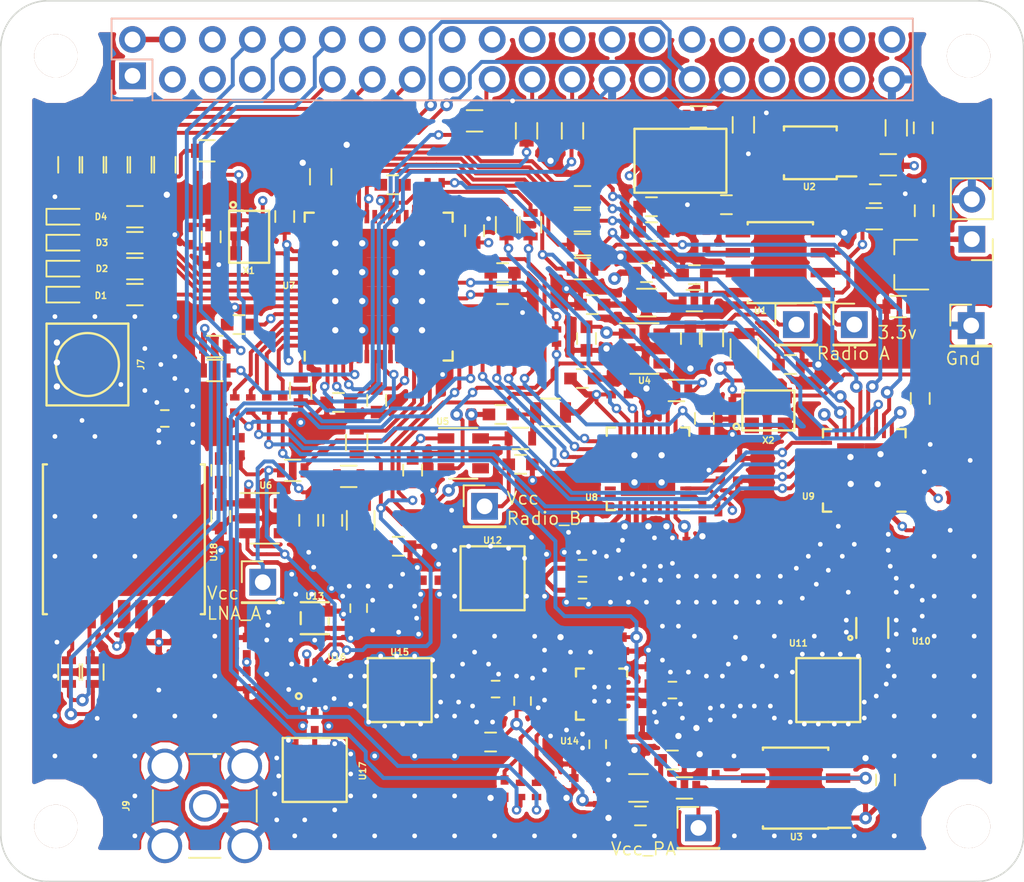
<source format=kicad_pcb>
(kicad_pcb (version 20170922) (host pcbnew no-vcs-found-1929727~60~ubuntu16.04.1)
  (layers (0 F.Cu signal) (1 In1.Cu power) (2 In2.Cu power) (31 B.Cu signal) (34 B.Paste user) (35 F.Paste user) (36 B.SilkS user) (37 F.SilkS user) (38 B.Mask user) (39 F.Mask user) (44 Edge.Cuts user))
  (net 0 "")
  (net 1 +5V)
  (net 2 GND)
  (net 3 "Net-(C3-Pad1)")
  (net 4 "Net-(C4-Pad1)")
  (net 5 "Net-(C5-Pad1)")
  (net 6 "Net-(C6-Pad1)")
  (net 7 "Net-(C7-Pad1)")
  (net 8 +1V8)
  (net 9 "Net-(C13-Pad1)")
  (net 10 "Net-(C14-Pad1)")
  (net 11 "Net-(C15-Pad1)")
  (net 12 "Net-(C16-Pad1)")
  (net 13 "Net-(C17-Pad1)")
  (net 14 /main_receiver/SCLK)
  (net 15 /main_receiver/MISO)
  (net 16 /main_receiver/SPI_SS)
  (net 17 /main_receiver/MOSI)
  (net 18 /main_receiver/RADIO_A_EN)
  (net 19 /main_receiver/LNA_A_EN)
  (net 20 +3V3)
  (net 21 /power_supply/VCC_RADIO_B)
  (net 22 /power_supply/VCC_RADIO_A)
  (net 23 "Net-(C38-Pad2)")
  (net 24 /rf_frontend/32Mhz_CLK)
  (net 25 "Net-(C39-Pad2)")
  (net 26 "Net-(C40-Pad2)")
  (net 27 "Net-(C41-Pad2)")
  (net 28 "Net-(C42-Pad2)")
  (net 29 "Net-(C43-Pad2)")
  (net 30 "Net-(C44-Pad2)")
  (net 31 "Net-(C46-Pad1)")
  (net 32 "Net-(C48-Pad1)")
  (net 33 "Net-(C51-Pad1)")
  (net 34 "Net-(C52-Pad2)")
  (net 35 "Net-(C53-Pad2)")
  (net 36 "Net-(C53-Pad1)")
  (net 37 "Net-(C54-Pad2)")
  (net 38 "Net-(C54-Pad1)")
  (net 39 "Net-(C56-Pad1)")
  (net 40 "Net-(C56-Pad2)")
  (net 41 "Net-(C58-Pad1)")
  (net 42 "Net-(C58-Pad2)")
  (net 43 "Net-(C59-Pad1)")
  (net 44 "Net-(C60-Pad1)")
  (net 45 /power_supply/VCC_LNA_A)
  (net 46 "Net-(C63-Pad1)")
  (net 47 "Net-(C66-Pad2)")
  (net 48 /power_supply/VCC_PA)
  (net 49 "Net-(C69-Pad2)")
  (net 50 "Net-(C72-Pad1)")
  (net 51 "Net-(C73-Pad2)")
  (net 52 "Net-(C74-Pad1)")
  (net 53 "Net-(C75-Pad1)")
  (net 54 "Net-(C76-Pad1)")
  (net 55 "Net-(C77-Pad1)")
  (net 56 "Net-(C80-Pad2)")
  (net 57 "Net-(D1-Pad2)")
  (net 58 "Net-(D2-Pad2)")
  (net 59 "Net-(D3-Pad2)")
  (net 60 "Net-(D4-Pad2)")
  (net 61 /main_receiver/GPIO[0])
  (net 62 /main_receiver/GPIO[1])
  (net 63 /main_receiver/GPIO[2])
  (net 64 /main_receiver/GPIO[3])
  (net 65 /main_receiver/RPI_SS5)
  (net 66 /main_receiver/RPI_SS4)
  (net 67 /main_receiver/RPI_SCLK)
  (net 68 /main_receiver/RPI_MISO)
  (net 69 /main_receiver/RPI_MOSI)
  (net 70 /main_receiver/RPI_SS3)
  (net 71 /main_receiver/RPI_SS2)
  (net 72 /main_receiver/RPI_SS1)
  (net 73 /main_receiver/RPI_5v)
  (net 74 "Net-(Q1-Pad3)")
  (net 75 "Net-(Q1-Pad1)")
  (net 76 "Net-(R2-Pad1)")
  (net 77 "Net-(R7-Pad2)")
  (net 78 "Net-(R16-Pad1)")
  (net 79 "Net-(R24-Pad1)")
  (net 80 "Net-(R25-Pad1)")
  (net 81 "Net-(R27-Pad1)")
  (net 82 "Net-(R29-Pad2)")
  (net 83 /main_receiver/A_Q_TX)
  (net 84 /main_receiver/A_I_TX)
  (net 85 "Net-(R30-Pad2)")
  (net 86 "Net-(R31-Pad2)")
  (net 87 /main_receiver/A_Q_RX)
  (net 88 /main_receiver/A_I_RX)
  (net 89 "Net-(R32-Pad2)")
  (net 90 "Net-(R33-Pad2)")
  (net 91 /main_receiver/B_Q_RX)
  (net 92 /main_receiver/B_I_RX)
  (net 93 "Net-(R34-Pad2)")
  (net 94 /main_receiver/B_CLK_OUT)
  (net 95 "Net-(R35-Pad2)")
  (net 96 /main_receiver/A_CLK_OUT)
  (net 97 "Net-(R37-Pad2)")
  (net 98 "Net-(R38-Pad2)")
  (net 99 "Net-(R39-Pad1)")
  (net 100 "Net-(R42-Pad2)")
  (net 101 /main_receiver/PA_A_EN)
  (net 102 /main_receiver/PA_G16)
  (net 103 /main_receiver/PA_G8)
  (net 104 /main_receiver/RADIO_B_EN)
  (net 105 /main_receiver/A_NSS)
  (net 106 /main_receiver/A_MOSI)
  (net 107 /main_receiver/A_MISO)
  (net 108 /main_receiver/A_SCKL)
  (net 109 /main_receiver/CLKHS)
  (net 110 /main_receiver/RADIO_RST)
  (net 111 /main_receiver/B_SCK)
  (net 112 /main_receiver/B_MISO)
  (net 113 /main_receiver/B_MOSI)
  (net 114 /main_receiver/B_NSS)
  (net 115 "Net-(L6-Pad2)")
  (net 116 "Net-(C68-Pad2)")
  (net 117 /rf_frontend/RF_2)
  (net 118 /rf_frontend/RF1)
  (net 119 "Net-(C77-Pad2)")
  (net 120 "Net-(J9-Pad1)")
  (net 121 "Net-(L1-Pad1)")
  (net 122 "Net-(C55-Pad2)")
  (net 123 "Net-(C81-Pad1)")
  (net 124 /main_receiver/SP_CLK_IN)
  (net 125 "Net-(C84-Pad1)")
  (net 126 "Net-(C85-Pad1)")
  (net 127 "Net-(C86-Pad1)")
  (net 128 "Net-(C87-Pad1)")
  (net 129 "Net-(L9-Pad1)")
  (net 130 /main_receiver/GPS_TX)
  (net 131 /main_receiver/GPS_RX)
  (net 132 /main_receiver/1PPS)
  (net 133 "Net-(C83-Pad2)")
  (net 134 "Net-(J8-Pad12)")
  (net 135 "Net-(J8-Pad10)")
  (net 136 "Net-(J8-Pad8)")
  (net 137 "Net-(J7-Pad1)")
  (net 138 "Net-(R51-Pad1)")
  (net 139 "Net-(R52-Pad2)")
  (net 140 "Net-(R56-Pad1)")
  (net 141 "Net-(R57-Pad1)")
  (net 142 "Net-(R58-Pad1)")
  (net 143 "Net-(R59-Pad2)")
  (net 144 "Net-(R60-Pad1)")
  (net 145 "Net-(R61-Pad2)")
  (net 146 "Net-(R62-Pad2)")
  (net 147 "Net-(R63-Pad2)")
  (net 148 "Net-(R64-Pad2)")
  (net 149 "Net-(R65-Pad2)")
  (net 150 "Net-(J8-Pad40)")
  (net 151 "Net-(J8-Pad38)")
  (net 152 "Net-(J8-Pad37)")
  (net 153 "Net-(J8-Pad36)")
  (net 154 "Net-(J8-Pad35)")
  (net 155 "Net-(J8-Pad33)")
  (net 156 "Net-(J8-Pad32)")
  (net 157 "Net-(J8-Pad28)")
  (net 158 "Net-(J8-Pad27)")
  (net 159 "Net-(J8-Pad26)")
  (net 160 "Net-(J8-Pad24)")
  (net 161 "Net-(J8-Pad22)")
  (net 162 "Net-(J8-Pad18)")
  (net 163 "Net-(J8-Pad17)")
  (net 164 "Net-(J8-Pad16)")
  (net 165 "Net-(J8-Pad7)")
  (net 166 "Net-(J8-Pad5)")
  (net 167 "Net-(J8-Pad3)")
  (net 168 "Net-(J8-Pad1)")
  (net 169 "Net-(U1-Pad5)")
  (net 170 "Net-(U3-Pad5)")
  (net 171 "Net-(U4-Pad4)")
  (net 172 "Net-(U5-Pad4)")
  (net 173 "Net-(U6-Pad4)")
  (net 174 "Net-(U7-Pad38)")
  (net 175 "Net-(U7-Pad37)")
  (net 176 "Net-(U7-Pad27)")
  (net 177 "Net-(U7-Pad26)")
  (net 178 "Net-(U8-Pad30)")
  (net 179 "Net-(U8-Pad29)")
  (net 180 "Net-(U8-Pad24)")
  (net 181 "Net-(U8-Pad23)")
  (net 182 "Net-(U8-Pad22)")
  (net 183 "Net-(U8-Pad21)")
  (net 184 "Net-(U8-Pad11)")
  (net 185 "Net-(U8-Pad6)")
  (net 186 "Net-(U9-Pad6)")
  (net 187 "Net-(U9-Pad21)")
  (net 188 "Net-(U9-Pad22)")
  (net 189 "Net-(U9-Pad23)")
  (net 190 "Net-(U9-Pad24)")
  (net 191 "Net-(U18-Pad18)")
  (net 192 "Net-(U18-Pad17)")
  (net 193 "Net-(U18-Pad16)")
  (net 194 "Net-(U18-Pad15)")
  (net 195 "Net-(U18-Pad13)")
  (net 196 "Net-(U18-Pad9)")
  (net 197 "Net-(U18-Pad5)")
  (module quorvo:quorvo_spf5043z (layer F.Cu) (at 107.95 151.257 90)
    (fp_text reference U13 (at 1.397 0 180) (layer F.SilkS) (effects (font (size 0.4 0.4) (thickness 0.09))))
    (fp_text value SPF5043Z)
    (pad 1 smd rect (at -0.65 0.835 90) (size 0.3 0.9) (layers F.Cu F.Paste F.Mask) (net 41 "Net-(C58-Pad1)"))
    (pad 2 smd rect (at 0.45 0.835 90) (size 0.7 0.9) (layers F.Cu F.Paste F.Mask) (net 2 GND))
    (pad 3 smd rect (at 0.65 -0.835 90) (size 0.3 0.9) (layers F.Cu F.Paste F.Mask) (net 116 "Net-(C68-Pad2)"))
    (pad 4 smd rect (at -0.65 -0.835 90) (size 0.3 0.9) (layers F.Cu F.Paste F.Mask) (net 2 GND))
  )
  (module 84332C:84332C (layer F.Cu) (at 131.191 122.174)
    (fp_text reference L1 hide)
    (fp_text value 3.3uH)
    (pad 2 smd rect (at -1.6 0) (size 2 3.5) (layers F.Cu F.Paste F.Mask) (net 8 +1V8))
    (pad 1 smd rect (at 1.6 0) (size 2 3.5) (layers F.Cu F.Paste F.Mask) (net 121 "Net-(L1-Pad1)"))
  )
  (module anaren_balun:anaren_balun (layer F.Cu) (at 143.383 151.879 180)
    (fp_text reference U10 (at -3.1115 -0.8385 180) (layer F.SilkS) (effects (font (size 0.4 0.4) (thickness 0.09))))
    (fp_text value Anaren_B0430J50100AHF)
    (pad 1 smd rect (at 0.66 -0.495 180) (size 0.41 0.33) (layers F.Cu F.Paste F.Mask) (net 2 GND))
    (pad 2 smd rect (at 0 -0.495 180) (size 0.41 0.33) (layers F.Cu F.Paste F.Mask) (net 36 "Net-(C53-Pad1)"))
    (pad 3 smd rect (at -0.66 -0.495 180) (size 0.41 0.33) (layers F.Cu F.Paste F.Mask) (net 2 GND))
    (pad 4 smd rect (at -0.66 0.495 180) (size 0.41 0.33) (layers F.Cu F.Paste F.Mask) (net 34 "Net-(C52-Pad2)"))
    (pad 5 smd rect (at 0.0508 0.495 180) (size 0.41 0.33) (layers F.Cu F.Paste F.Mask))
    (pad 6 smd rect (at 0.66 0.495 180) (size 0.41 0.33) (layers F.Cu F.Paste F.Mask) (net 33 "Net-(C51-Pad1)"))
  )
  (module murata_saw_filter:murata_saw_filter (layer F.Cu) (at 140.589 155.829 180)
    (fp_text reference U11 (at 1.905 2.9845 180) (layer F.SilkS) (effects (font (size 0.4 0.4) (thickness 0.09))))
    (fp_text value MurataSF2314E)
    (pad 1 smd rect (at -0.75 -1.19 180) (size 1.7 0.81) (layers F.Cu F.Paste F.Mask) (net 2 GND))
    (pad 2 smd rect (at -1.075 0 180) (size 1.05 0.81) (layers F.Cu F.Paste F.Mask) (net 35 "Net-(C53-Pad2)"))
    (pad 3 smd rect (at -1.075 1.19 180) (size 1.05 0.81) (layers F.Cu F.Paste F.Mask) (net 2 GND))
    (pad 4 smd rect (at 1.075 1.19 180) (size 1.05 0.81) (layers F.Cu F.Paste F.Mask) (net 2 GND))
    (pad 5 smd rect (at 1.075 0 180) (size 1.05 0.81) (layers F.Cu F.Paste F.Mask) (net 99 "Net-(R39-Pad1)"))
    (pad 6 smd rect (at 1.075 -1.19 180) (size 1.05 0.81) (layers F.Cu F.Paste F.Mask) (net 2 GND))
  )
  (module max_8:MAX-M8 (layer F.Cu) (at 91.44 151.003 90)
    (fp_text reference U18 (at 3.937 10.0965 90) (layer F.SilkS) (effects (font (size 0.4 0.4) (thickness 0.09))))
    (fp_text value MAX-M8)
    (pad 18 smd rect (at 9.5 0 90) (size 1.8 0.7) (layers F.Cu F.Paste F.Mask) (net 191 "Net-(U18-Pad18)"))
    (pad 17 smd rect (at 9.5 1.1 90) (size 1.8 0.8) (layers F.Cu F.Paste F.Mask) (net 192 "Net-(U18-Pad17)"))
    (pad 16 smd rect (at 9.5 2.2 90) (size 1.8 0.8) (layers F.Cu F.Paste F.Mask) (net 193 "Net-(U18-Pad16)"))
    (pad 15 smd rect (at 9.5 3.3 90) (size 1.8 0.8) (layers F.Cu F.Paste F.Mask) (net 194 "Net-(U18-Pad15)"))
    (pad 14 smd rect (at 9.5 4.4 90) (size 1.8 0.8) (layers F.Cu F.Paste F.Mask) (net 139 "Net-(R52-Pad2)"))
    (pad 13 smd rect (at 9.5 5.5 90) (size 1.8 0.8) (layers F.Cu F.Paste F.Mask) (net 195 "Net-(U18-Pad13)"))
    (pad 12 smd rect (at 9.5 6.6 90) (size 1.8 0.8) (layers F.Cu F.Paste F.Mask) (net 2 GND))
    (pad 11 smd rect (at 9.5 7.7 90) (size 1.8 0.8) (layers F.Cu F.Paste F.Mask) (net 137 "Net-(J7-Pad1)"))
    (pad 10 smd rect (at 9.5 8.8 90) (size 1.8 0.7) (layers F.Cu F.Paste F.Mask) (net 2 GND))
    (pad 9 smd rect (at 0 8.8 90) (size 1.8 0.7) (layers F.Cu F.Paste F.Mask) (net 196 "Net-(U18-Pad9)"))
    (pad 8 smd rect (at 0 7.7 90) (size 1.8 0.8) (layers F.Cu F.Paste F.Mask) (net 20 +3V3))
    (pad 7 smd rect (at 0 6.6 90) (size 1.8 0.8) (layers F.Cu F.Paste F.Mask) (net 20 +3V3))
    (pad 6 smd rect (at 0 5.5 90) (size 1.8 0.8) (layers F.Cu F.Paste F.Mask) (net 20 +3V3))
    (pad 5 smd rect (at 0 4.4 90) (size 1.8 0.8) (layers F.Cu F.Paste F.Mask) (net 197 "Net-(U18-Pad5)"))
    (pad 4 smd rect (at 0 3.3 90) (size 1.8 0.8) (layers F.Cu F.Paste F.Mask) (net 132 /main_receiver/1PPS))
    (pad 3 smd rect (at 0 2.2 90) (size 1.8 0.8) (layers F.Cu F.Paste F.Mask) (net 131 /main_receiver/GPS_RX))
    (pad 2 smd rect (at 0 1.1 90) (size 1.8 0.8) (layers F.Cu F.Paste F.Mask) (net 130 /main_receiver/GPS_TX))
    (pad 1 smd rect (at 0 0 90) (size 1.8 0.7) (layers F.Cu F.Paste F.Mask) (net 2 GND))
  )
  (module quorvo:rfsw1012DS (layer F.Cu) (at 107.95 155.194 90)
    (fp_text reference U16 (at 1.4605 1.397 180) (layer F.SilkS) (effects (font (size 0.4 0.4) (thickness 0.09))))
    (fp_text value RFSW1012)
    (pad 1 smd rect (at -0.95 -0.5 90) (size 0.4 0.3) (layers F.Cu F.Paste F.Mask) (net 2 GND))
    (pad 2 smd rect (at -0.95 0 90) (size 0.4 0.3) (layers F.Cu F.Paste F.Mask) (net 119 "Net-(C77-Pad2)"))
    (pad 3 smd rect (at -0.95 0.5 90) (size 0.4 0.3) (layers F.Cu F.Paste F.Mask) (net 2 GND))
    (pad 4 smd rect (at -0.5 0.95 90) (size 0.3 0.4) (layers F.Cu F.Paste F.Mask) (net 2 GND))
    (pad 5 smd rect (at 0 0.95 90) (size 0.3 0.4) (layers F.Cu F.Paste F.Mask) (net 118 /rf_frontend/RF1))
    (pad 6 smd rect (at 0.5 0.95 90) (size 0.3 0.4) (layers F.Cu F.Paste F.Mask) (net 2 GND))
    (pad 7 smd rect (at 0.95 0.5 90) (size 0.4 0.3) (layers F.Cu F.Paste F.Mask) (net 19 /main_receiver/LNA_A_EN))
    (pad 8 smd rect (at 0.95 0 90) (size 0.4 0.3) (layers F.Cu F.Paste F.Mask) (net 18 /main_receiver/RADIO_A_EN))
    (pad 9 smd rect (at 0.95 -0.5 90) (size 0.4 0.3) (layers F.Cu F.Paste F.Mask) (net 22 /power_supply/VCC_RADIO_A))
    (pad 10 smd rect (at 0.5 -0.95 90) (size 0.3 0.4) (layers F.Cu F.Paste F.Mask) (net 2 GND))
    (pad 11 smd rect (at 0 -0.95 90) (size 0.3 0.4) (layers F.Cu F.Paste F.Mask) (net 117 /rf_frontend/RF_2))
    (pad 12 smd rect (at -0.5 -0.95 90) (size 0.3 0.4) (layers F.Cu F.Paste F.Mask) (net 2 GND))
    (pad 13 smd rect (at 0 0 90) (size 1.1 1.1) (layers F.Cu F.Paste F.Mask) (net 2 GND))
  )
  (module murata_saw_filter:murata_saw_filter (layer F.Cu) (at 107.95 160.909 270)
    (fp_text reference U17 (at 0.0635 -3.048 270) (layer F.SilkS) (effects (font (size 0.4 0.4) (thickness 0.09))))
    (fp_text value MurataSF2314E)
    (pad 1 smd rect (at -0.75 -1.19 270) (size 1.7 0.81) (layers F.Cu F.Paste F.Mask) (net 2 GND))
    (pad 2 smd rect (at -1.075 0 270) (size 1.05 0.81) (layers F.Cu F.Paste F.Mask) (net 55 "Net-(C77-Pad1)"))
    (pad 3 smd rect (at -1.075 1.19 270) (size 1.05 0.81) (layers F.Cu F.Paste F.Mask) (net 2 GND))
    (pad 4 smd rect (at 1.075 1.19 270) (size 1.05 0.81) (layers F.Cu F.Paste F.Mask) (net 2 GND))
    (pad 5 smd rect (at 1.075 0 270) (size 1.05 0.81) (layers F.Cu F.Paste F.Mask) (net 120 "Net-(J9-Pad1)"))
    (pad 6 smd rect (at 1.075 -1.19 270) (size 1.05 0.81) (layers F.Cu F.Paste F.Mask) (net 2 GND))
  )
  (module murata_saw_filter:murata_saw_filter (layer F.Cu) (at 119.253 148.717)
    (fp_text reference U12 (at 0 -2.413) (layer F.SilkS) (effects (font (size 0.4 0.4) (thickness 0.09))))
    (fp_text value MurataSF2314E)
    (pad 1 smd rect (at -0.75 -1.19) (size 1.7 0.81) (layers F.Cu F.Paste F.Mask) (net 2 GND))
    (pad 2 smd rect (at -1.075 0) (size 1.05 0.81) (layers F.Cu F.Paste F.Mask) (net 100 "Net-(R42-Pad2)"))
    (pad 3 smd rect (at -1.075 1.19) (size 1.05 0.81) (layers F.Cu F.Paste F.Mask) (net 2 GND))
    (pad 4 smd rect (at 1.075 1.19) (size 1.05 0.81) (layers F.Cu F.Paste F.Mask) (net 2 GND))
    (pad 5 smd rect (at 1.075 0) (size 1.05 0.81) (layers F.Cu F.Paste F.Mask) (net 38 "Net-(C54-Pad1)"))
    (pad 6 smd rect (at 1.075 -1.19) (size 1.05 0.81) (layers F.Cu F.Paste F.Mask) (net 2 GND))
  )
  (module murata_saw_filter:murata_saw_filter (layer F.Cu) (at 113.3475 155.829 180)
    (fp_text reference U15 (at 0 2.413 180) (layer F.SilkS) (effects (font (size 0.4 0.4) (thickness 0.09))))
    (fp_text value MurataSF2314E)
    (pad 1 smd rect (at -0.75 -1.19 180) (size 1.7 0.81) (layers F.Cu F.Paste F.Mask) (net 2 GND))
    (pad 2 smd rect (at -1.075 0 180) (size 1.05 0.81) (layers F.Cu F.Paste F.Mask) (net 53 "Net-(C75-Pad1)"))
    (pad 3 smd rect (at -1.075 1.19 180) (size 1.05 0.81) (layers F.Cu F.Paste F.Mask) (net 2 GND))
    (pad 4 smd rect (at 1.075 1.19 180) (size 1.05 0.81) (layers F.Cu F.Paste F.Mask) (net 2 GND))
    (pad 5 smd rect (at 1.075 0 180) (size 1.05 0.81) (layers F.Cu F.Paste F.Mask) (net 54 "Net-(C76-Pad1)"))
    (pad 6 smd rect (at 1.075 -1.19 180) (size 1.05 0.81) (layers F.Cu F.Paste F.Mask) (net 2 GND))
  )
  (module Resistors_SMD:R_0603 (layer F.Cu) (at 118.11 119.634)
    (fp_text reference R13 hide)
    (fp_text value 100)
    (pad 2 smd rect (at 0.75 0) (size 0.5 0.9) (layers F.Cu F.Paste F.Mask) (net 69 /main_receiver/RPI_MOSI))
    (pad 1 smd rect (at -0.75 0) (size 0.5 0.9) (layers F.Cu F.Paste F.Mask) (net 17 /main_receiver/MOSI))
  )
  (module Resistors_SMD:R_0603 (layer F.Cu) (at 121.412 120.269 90)
    (fp_text reference R14 hide)
    (fp_text value 100)
    (pad 2 smd rect (at 0.75 0 90) (size 0.5 0.9) (layers F.Cu F.Paste F.Mask) (net 68 /main_receiver/RPI_MISO))
    (pad 1 smd rect (at -0.75 0 90) (size 0.5 0.9) (layers F.Cu F.Paste F.Mask) (net 15 /main_receiver/MISO))
  )
  (module hirose:u.fl (layer F.Cu) (at 93.508 135.128 90)
    (fp_text reference J7 (at 0 3.4 90) (layer F.SilkS) (effects (font (size 0.4 0.4) (thickness 0.09))))
    (fp_text value UFL)
    (pad 1 smd rect (at 0 2.05 90) (size 1 1.05) (layers F.Cu F.Paste F.Mask) (net 137 "Net-(J7-Pad1)"))
    (pad 2 smd rect (at -2 0 90) (size 1.05 2.2) (layers F.Cu F.Paste F.Mask) (net 2 GND))
    (pad 2 smd rect (at 2 0 90) (size 1.05 2.2) (layers F.Cu F.Paste F.Mask) (net 2 GND))
  )
  (module LEDs:LED_0603 (layer F.Cu) (at 92.202 125.73)
    (fp_text reference D4 (at 2.159 0) (layer F.SilkS) (effects (font (size 0.4 0.4) (thickness 0.09))))
    (fp_text value LED)
    (pad 2 smd rect (at 0.8 0 180) (size 0.8 0.8) (layers F.Cu F.Paste F.Mask) (net 60 "Net-(D4-Pad2)"))
    (pad 1 smd rect (at -0.8 0 180) (size 0.8 0.8) (layers F.Cu F.Paste F.Mask) (net 2 GND))
  )
  (module Capacitors_SMD:C_0603 (layer F.Cu) (at 109.462 137.541 180)
    (fp_text reference C28 hide)
    (fp_text value 100nF)
    (pad 2 smd rect (at 0.75 0 180) (size 0.8 0.75) (layers F.Cu F.Paste F.Mask) (net 2 GND))
    (pad 1 smd rect (at -0.75 0 180) (size 0.8 0.75) (layers F.Cu F.Paste F.Mask) (net 8 +1V8))
  )
  (module Inductors_SMD:L_0402 (layer F.Cu) (at 110.744 150.622 90)
    (fp_text reference L5 hide)
    (fp_text value 100nH)
    (pad 1 smd rect (at -0.45 0 90) (size 0.4 0.6) (layers F.Cu F.Paste F.Mask) (net 41 "Net-(C58-Pad1)"))
    (pad 2 smd rect (at 0.45 0 90) (size 0.4 0.6) (layers F.Cu F.Paste F.Mask) (net 45 /power_supply/VCC_LNA_A))
  )
  (module Capacitors_SMD:C_0402_NoSilk (layer F.Cu) (at 110.109 147.447)
    (fp_text reference C61 hide)
    (fp_text value 56pF)
    (pad 2 smd rect (at 0.55 0) (size 0.6 0.5) (layers F.Cu F.Paste F.Mask) (net 45 /power_supply/VCC_LNA_A))
    (pad 1 smd rect (at -0.55 0) (size 0.6 0.5) (layers F.Cu F.Paste F.Mask) (net 2 GND))
  )
  (module Capacitors_SMD:C_0402_NoSilk (layer F.Cu) (at 110.109 148.463)
    (fp_text reference C64 hide)
    (fp_text value 100nF)
    (pad 1 smd rect (at -0.55 0) (size 0.6 0.5) (layers F.Cu F.Paste F.Mask) (net 2 GND))
    (pad 2 smd rect (at 0.55 0) (size 0.6 0.5) (layers F.Cu F.Paste F.Mask) (net 45 /power_supply/VCC_LNA_A))
  )
  (module Inductors_SMD:L_0805 (layer F.Cu) (at 110.871 145.034 270)
    (fp_text reference L13 hide)
    (fp_text value 2.2uH)
    (pad 1 smd rect (at -0.95 0 270) (size 0.7 1.3) (layers F.Cu F.Paste F.Mask) (net 127 "Net-(C86-Pad1)"))
    (pad 2 smd rect (at 0.95 0 270) (size 0.7 1.3) (layers F.Cu F.Paste F.Mask) (net 45 /power_supply/VCC_LNA_A))
  )
  (module Pin_Headers:Pin_Header_Straight_1x01_Pitch2.54mm (layer F.Cu) (at 118.745 144.145)
    (fp_text reference J5 hide)
    (fp_text value CONN_01X01 hide)
    (pad 1 thru_hole rect (at 0 0) (size 1.7 1.7) (drill 1) (layers *.Cu *.Mask) (net 12 "Net-(C16-Pad1)"))
  )
  (module Pin_Headers:Pin_Header_Straight_1x01_Pitch2.54mm (layer F.Cu) (at 104.648 148.971)
    (fp_text reference J6 hide)
    (fp_text value CONN_01X01)
    (pad 1 thru_hole rect (at 0 0) (size 1.7 1.7) (drill 1) (layers *.Cu *.Mask) (net 13 "Net-(C17-Pad1)"))
  )
  (module TO_SOT_Packages_SMD:SOT-23-5 (layer F.Cu) (at 104.775 144.907)
    (fp_text reference U6 (at 0.0635 -2.0955) (layer F.SilkS) (effects (font (size 0.4 0.4) (thickness 0.09))))
    (fp_text value MCP1824)
    (pad 5 smd rect (at 1.1 -0.95) (size 1.06 0.65) (layers F.Cu F.Paste F.Mask) (net 13 "Net-(C17-Pad1)"))
    (pad 4 smd rect (at 1.1 0.95) (size 1.06 0.65) (layers F.Cu F.Paste F.Mask) (net 173 "Net-(U6-Pad4)"))
    (pad 3 smd rect (at -1.1 0.95) (size 1.06 0.65) (layers F.Cu F.Paste F.Mask) (net 19 /main_receiver/LNA_A_EN))
    (pad 2 smd rect (at -1.1 0) (size 1.06 0.65) (layers F.Cu F.Paste F.Mask) (net 2 GND))
    (pad 1 smd rect (at -1.1 -0.95) (size 1.06 0.65) (layers F.Cu F.Paste F.Mask) (net 1 +5V))
  )
  (module Inductors_SMD:L_0805 (layer F.Cu) (at 128.524 162.052 180)
    (fp_text reference L10 hide)
    (fp_text value 2.2uH)
    (pad 1 smd rect (at -0.95 0 180) (size 0.7 1.3) (layers F.Cu F.Paste F.Mask) (net 128 "Net-(C87-Pad1)"))
    (pad 2 smd rect (at 0.95 0 180) (size 0.7 1.3) (layers F.Cu F.Paste F.Mask) (net 48 /power_supply/VCC_PA))
  )
  (module Capacitors_SMD:C_0603 (layer F.Cu) (at 128.651 163.83 180)
    (fp_text reference C14 hide)
    (fp_text value 1.0uF)
    (pad 2 smd rect (at 0.75 0 180) (size 0.8 0.75) (layers F.Cu F.Paste F.Mask) (net 2 GND))
    (pad 1 smd rect (at -0.75 0 180) (size 0.8 0.75) (layers F.Cu F.Paste F.Mask) (net 10 "Net-(C14-Pad1)"))
  )
  (module Resistors_SMD:R_0603 (layer F.Cu) (at 110.109 142.24 180)
    (fp_text reference R12 hide)
    (fp_text value 0)
    (pad 2 smd rect (at 0.75 0 180) (size 0.5 0.9) (layers F.Cu F.Paste F.Mask) (net 13 "Net-(C17-Pad1)"))
    (pad 1 smd rect (at -0.75 0 180) (size 0.5 0.9) (layers F.Cu F.Paste F.Mask) (net 127 "Net-(C86-Pad1)"))
  )
  (module Resistors_SMD:R_0603 (layer F.Cu) (at 121.666 126.238 90)
    (fp_text reference R33 hide)
    (fp_text value 100)
    (pad 2 smd rect (at 0.75 0 90) (size 0.5 0.9) (layers F.Cu F.Paste F.Mask) (net 90 "Net-(R33-Pad2)"))
    (pad 1 smd rect (at -0.75 0 90) (size 0.5 0.9) (layers F.Cu F.Paste F.Mask) (net 91 /main_receiver/B_Q_RX))
  )
  (module Resistors_SMD:R_0603 (layer F.Cu) (at 130.937 136.779)
    (fp_text reference R35 hide)
    (fp_text value 100)
    (pad 1 smd rect (at -0.75 0) (size 0.5 0.9) (layers F.Cu F.Paste F.Mask) (net 94 /main_receiver/B_CLK_OUT))
    (pad 2 smd rect (at 0.75 0) (size 0.5 0.9) (layers F.Cu F.Paste F.Mask) (net 95 "Net-(R35-Pad2)"))
  )
  (module Housings_DFN_QFN:QFN-64-1EP_9x9mm_Pitch0.5mm (layer F.Cu) (at 112.014 130.175 90)
    (fp_text reference U7 (at 0.0635 -5.715 180) (layer F.SilkS) (effects (font (size 0.4 0.4) (thickness 0.09))))
    (fp_text value SX1301)
    (pad 65 smd rect (at -2.75625 -2.75625 90) (size 1.8375 1.8375) (layers F.Cu F.Paste F.Mask) (net 2 GND))
    (pad 65 smd rect (at -2.75625 -0.91875 90) (size 1.8375 1.8375) (layers F.Cu F.Paste F.Mask) (net 2 GND))
    (pad 65 smd rect (at -2.75625 0.91875 90) (size 1.8375 1.8375) (layers F.Cu F.Paste F.Mask) (net 2 GND))
    (pad 65 smd rect (at -2.75625 2.75625 90) (size 1.8375 1.8375) (layers F.Cu F.Paste F.Mask) (net 2 GND))
    (pad 65 smd rect (at -0.91875 -2.75625 90) (size 1.8375 1.8375) (layers F.Cu F.Paste F.Mask) (net 2 GND))
    (pad 65 smd rect (at -0.91875 -0.91875 90) (size 1.8375 1.8375) (layers F.Cu F.Paste F.Mask) (net 2 GND))
    (pad 65 smd rect (at -0.91875 0.91875 90) (size 1.8375 1.8375) (layers F.Cu F.Paste F.Mask) (net 2 GND))
    (pad 65 smd rect (at -0.91875 2.75625 90) (size 1.8375 1.8375) (layers F.Cu F.Paste F.Mask) (net 2 GND))
    (pad 65 smd rect (at 0.91875 -2.75625 90) (size 1.8375 1.8375) (layers F.Cu F.Paste F.Mask) (net 2 GND))
    (pad 65 smd rect (at 0.91875 -0.91875 90) (size 1.8375 1.8375) (layers F.Cu F.Paste F.Mask) (net 2 GND))
    (pad 65 smd rect (at 0.91875 0.91875 90) (size 1.8375 1.8375) (layers F.Cu F.Paste F.Mask) (net 2 GND))
    (pad 65 smd rect (at 0.91875 2.75625 90) (size 1.8375 1.8375) (layers F.Cu F.Paste F.Mask) (net 2 GND))
    (pad 65 smd rect (at 2.75625 -2.75625 90) (size 1.8375 1.8375) (layers F.Cu F.Paste F.Mask) (net 2 GND))
    (pad 65 smd rect (at 2.75625 -0.91875 90) (size 1.8375 1.8375) (layers F.Cu F.Paste F.Mask) (net 2 GND))
    (pad 65 smd rect (at 2.75625 0.91875 90) (size 1.8375 1.8375) (layers F.Cu F.Paste F.Mask) (net 2 GND))
    (pad 65 smd rect (at 2.75625 2.75625 90) (size 1.8375 1.8375) (layers F.Cu F.Paste F.Mask) (net 2 GND))
    (pad 64 smd rect (at -3.75 -4.45 180) (size 0.85 0.3) (layers F.Cu F.Paste F.Mask) (net 140 "Net-(R56-Pad1)"))
    (pad 63 smd rect (at -3.25 -4.45 180) (size 0.85 0.3) (layers F.Cu F.Paste F.Mask) (net 141 "Net-(R57-Pad1)"))
    (pad 62 smd rect (at -2.75 -4.45 180) (size 0.85 0.3) (layers F.Cu F.Paste F.Mask) (net 142 "Net-(R58-Pad1)"))
    (pad 61 smd rect (at -2.25 -4.45 180) (size 0.85 0.3) (layers F.Cu F.Paste F.Mask) (net 144 "Net-(R60-Pad1)"))
    (pad 60 smd rect (at -1.75 -4.45 180) (size 0.85 0.3) (layers F.Cu F.Paste F.Mask) (net 8 +1V8))
    (pad 59 smd rect (at -1.25 -4.45 180) (size 0.85 0.3) (layers F.Cu F.Paste F.Mask) (net 2 GND))
    (pad 58 smd rect (at -0.75 -4.45 180) (size 0.85 0.3) (layers F.Cu F.Paste F.Mask) (net 61 /main_receiver/GPIO[0]))
    (pad 57 smd rect (at -0.25 -4.45 180) (size 0.85 0.3) (layers F.Cu F.Paste F.Mask) (net 62 /main_receiver/GPIO[1]))
    (pad 56 smd rect (at 0.25 -4.45 180) (size 0.85 0.3) (layers F.Cu F.Paste F.Mask) (net 63 /main_receiver/GPIO[2]))
    (pad 55 smd rect (at 0.75 -4.45 180) (size 0.85 0.3) (layers F.Cu F.Paste F.Mask) (net 64 /main_receiver/GPIO[3]))
    (pad 54 smd rect (at 1.25 -4.45 180) (size 0.85 0.3) (layers F.Cu F.Paste F.Mask))
    (pad 53 smd rect (at 1.75 -4.45 180) (size 0.85 0.3) (layers F.Cu F.Paste F.Mask) (net 109 /main_receiver/CLKHS))
    (pad 52 smd rect (at 2.25 -4.45 180) (size 0.85 0.3) (layers F.Cu F.Paste F.Mask) (net 20 +3V3))
    (pad 51 smd rect (at 2.75 -4.45 180) (size 0.85 0.3) (layers F.Cu F.Paste F.Mask) (net 2 GND))
    (pad 50 smd rect (at 3.25 -4.45 180) (size 0.85 0.3) (layers F.Cu F.Paste F.Mask) (net 2 GND))
    (pad 49 smd rect (at 3.75 -4.45 180) (size 0.85 0.3) (layers F.Cu F.Paste F.Mask) (net 2 GND))
    (pad 48 smd rect (at 4.45 -3.75 90) (size 0.85 0.3) (layers F.Cu F.Paste F.Mask) (net 2 GND))
    (pad 47 smd rect (at 4.45 -3.25 90) (size 0.85 0.3) (layers F.Cu F.Paste F.Mask) (net 82 "Net-(R29-Pad2)"))
    (pad 46 smd rect (at 4.45 -2.75 90) (size 0.85 0.3) (layers F.Cu F.Paste F.Mask) (net 85 "Net-(R30-Pad2)"))
    (pad 45 smd rect (at 4.45 -2.25 90) (size 0.85 0.3) (layers F.Cu F.Paste F.Mask) (net 86 "Net-(R31-Pad2)"))
    (pad 44 smd rect (at 4.45 -1.75 90) (size 0.85 0.3) (layers F.Cu F.Paste F.Mask) (net 89 "Net-(R32-Pad2)"))
    (pad 43 smd rect (at 4.45 -1.25 90) (size 0.85 0.3) (layers F.Cu F.Paste F.Mask) (net 95 "Net-(R35-Pad2)"))
    (pad 42 smd rect (at 4.45 -0.75 90) (size 0.85 0.3) (layers F.Cu F.Paste F.Mask) (net 8 +1V8))
    (pad 41 smd rect (at 4.45 -0.25 90) (size 0.85 0.3) (layers F.Cu F.Paste F.Mask) (net 2 GND))
    (pad 40 smd rect (at 4.45 0.25 90) (size 0.85 0.3) (layers F.Cu F.Paste F.Mask) (net 2 GND))
    (pad 39 smd rect (at 4.45 0.75 90) (size 0.85 0.3) (layers F.Cu F.Paste F.Mask) (net 149 "Net-(R65-Pad2)"))
    (pad 38 smd rect (at 4.45 1.25 90) (size 0.85 0.3) (layers F.Cu F.Paste F.Mask) (net 174 "Net-(U7-Pad38)"))
    (pad 37 smd rect (at 4.45 1.75 90) (size 0.85 0.3) (layers F.Cu F.Paste F.Mask) (net 175 "Net-(U7-Pad37)"))
    (pad 36 smd rect (at 4.45 2.25 90) (size 0.85 0.3) (layers F.Cu F.Paste F.Mask) (net 90 "Net-(R33-Pad2)"))
    (pad 35 smd rect (at 4.45 2.75 90) (size 0.85 0.3) (layers F.Cu F.Paste F.Mask) (net 93 "Net-(R34-Pad2)"))
    (pad 34 smd rect (at 4.45 3.25 90) (size 0.85 0.3) (layers F.Cu F.Paste F.Mask) (net 2 GND))
    (pad 33 smd rect (at 4.45 3.75 90) (size 0.85 0.3) (layers F.Cu F.Paste F.Mask) (net 2 GND))
    (pad 32 smd rect (at 3.75 4.45 180) (size 0.85 0.3) (layers F.Cu F.Paste F.Mask) (net 2 GND))
    (pad 31 smd rect (at 3.25 4.45 180) (size 0.85 0.3) (layers F.Cu F.Paste F.Mask) (net 2 GND))
    (pad 30 smd rect (at 2.75 4.45 180) (size 0.85 0.3) (layers F.Cu F.Paste F.Mask) (net 2 GND))
    (pad 29 smd rect (at 2.25 4.45 180) (size 0.85 0.3) (layers F.Cu F.Paste F.Mask) (net 20 +3V3))
    (pad 28 smd rect (at 1.75 4.45 180) (size 0.85 0.3) (layers F.Cu F.Paste F.Mask) (net 104 /main_receiver/RADIO_B_EN))
    (pad 27 smd rect (at 1.25 4.45 180) (size 0.85 0.3) (layers F.Cu F.Paste F.Mask) (net 176 "Net-(U7-Pad27)"))
    (pad 26 smd rect (at 0.75 4.45 180) (size 0.85 0.3) (layers F.Cu F.Paste F.Mask) (net 177 "Net-(U7-Pad26)"))
    (pad 25 smd rect (at 0.25 4.45 180) (size 0.85 0.3) (layers F.Cu F.Paste F.Mask) (net 148 "Net-(R64-Pad2)"))
    (pad 24 smd rect (at -0.25 4.45 180) (size 0.85 0.3) (layers F.Cu F.Paste F.Mask) (net 2 GND))
    (pad 23 smd rect (at -0.75 4.45 180) (size 0.85 0.3) (layers F.Cu F.Paste F.Mask) (net 8 +1V8))
    (pad 22 smd rect (at -1.25 4.45 180) (size 0.85 0.3) (layers F.Cu F.Paste F.Mask) (net 147 "Net-(R63-Pad2)"))
    (pad 21 smd rect (at -1.75 4.45 180) (size 0.85 0.3) (layers F.Cu F.Paste F.Mask) (net 146 "Net-(R62-Pad2)"))
    (pad 20 smd rect (at -2.25 4.45 180) (size 0.85 0.3) (layers F.Cu F.Paste F.Mask) (net 145 "Net-(R61-Pad2)"))
    (pad 19 smd rect (at -2.75 4.45 180) (size 0.85 0.3) (layers F.Cu F.Paste F.Mask) (net 143 "Net-(R59-Pad2)"))
    (pad 18 smd rect (at -3.25 4.45 180) (size 0.85 0.3) (layers F.Cu F.Paste F.Mask) (net 103 /main_receiver/PA_G8))
    (pad 17 smd rect (at -3.75 4.45 180) (size 0.85 0.3) (layers F.Cu F.Paste F.Mask) (net 102 /main_receiver/PA_G16))
    (pad 16 smd rect (at -4.45 3.75 90) (size 0.85 0.3) (layers F.Cu F.Paste F.Mask) (net 2 GND))
    (pad 15 smd rect (at -4.45 3.25 90) (size 0.85 0.3) (layers F.Cu F.Paste F.Mask) (net 101 /main_receiver/PA_A_EN))
    (pad 14 smd rect (at -4.45 2.75 90) (size 0.85 0.3) (layers F.Cu F.Paste F.Mask) (net 81 "Net-(R27-Pad1)"))
    (pad 13 smd rect (at -4.45 2.25 90) (size 0.85 0.3) (layers F.Cu F.Paste F.Mask) (net 80 "Net-(R25-Pad1)"))
    (pad 12 smd rect (at -4.45 1.75 90) (size 0.85 0.3) (layers F.Cu F.Paste F.Mask) (net 8 +1V8))
    (pad 11 smd rect (at -4.45 1.25 90) (size 0.85 0.3) (layers F.Cu F.Paste F.Mask) (net 2 GND))
    (pad 10 smd rect (at -4.45 0.75 90) (size 0.85 0.3) (layers F.Cu F.Paste F.Mask) (net 2 GND))
    (pad 9 smd rect (at -4.45 0.25 90) (size 0.85 0.3) (layers F.Cu F.Paste F.Mask) (net 138 "Net-(R51-Pad1)"))
    (pad 8 smd rect (at -4.45 -0.25 90) (size 0.85 0.3) (layers F.Cu F.Paste F.Mask) (net 8 +1V8))
    (pad 7 smd rect (at -4.45 -0.75 90) (size 0.85 0.3) (layers F.Cu F.Paste F.Mask) (net 2 GND))
    (pad 6 smd rect (at -4.45 -1.25 90) (size 0.85 0.3) (layers F.Cu F.Paste F.Mask) (net 2 GND))
    (pad 5 smd rect (at -4.45 -1.75 90) (size 0.85 0.3) (layers F.Cu F.Paste F.Mask) (net 16 /main_receiver/SPI_SS))
    (pad 4 smd rect (at -4.45 -2.25 90) (size 0.85 0.3) (layers F.Cu F.Paste F.Mask) (net 17 /main_receiver/MOSI))
    (pad 3 smd rect (at -4.45 -2.75 90) (size 0.85 0.3) (layers F.Cu F.Paste F.Mask) (net 15 /main_receiver/MISO))
    (pad 2 smd rect (at -4.45 -3.25 90) (size 0.85 0.3) (layers F.Cu F.Paste F.Mask) (net 14 /main_receiver/SCLK))
    (pad 1 smd rect (at -4.45 -3.75 90) (size 0.85 0.3) (layers F.Cu F.Paste F.Mask) (net 79 "Net-(R24-Pad1)"))
  )
  (module Capacitors_SMD:C_0603 (layer F.Cu) (at 111.887 137.402 270)
    (fp_text reference C79 hide)
    (fp_text value 1nF)
    (pad 1 smd rect (at -0.75 0 270) (size 0.8 0.75) (layers F.Cu F.Paste F.Mask) (net 8 +1V8))
    (pad 2 smd rect (at 0.75 0 270) (size 0.8 0.75) (layers F.Cu F.Paste F.Mask) (net 2 GND))
  )
  (module Capacitors_SMD:C_0603 (layer F.Cu) (at 119.888 130.683)
    (fp_text reference C24 hide)
    (fp_text value 1.0uF)
    (pad 2 smd rect (at 0.75 0) (size 0.8 0.75) (layers F.Cu F.Paste F.Mask) (net 2 GND))
    (pad 1 smd rect (at -0.75 0) (size 0.8 0.75) (layers F.Cu F.Paste F.Mask) (net 8 +1V8))
  )
  (module TO_SOT_Packages_SMD:SOT-23-5 (layer F.Cu) (at 117.391 140.777)
    (fp_text reference U5 (at -1.313 -2.0295) (layer F.SilkS) (effects (font (size 0.4 0.4) (thickness 0.09))))
    (fp_text value MCP1824)
    (pad 5 smd rect (at 1.1 -0.95) (size 1.06 0.65) (layers F.Cu F.Paste F.Mask) (net 12 "Net-(C16-Pad1)"))
    (pad 4 smd rect (at 1.1 0.95) (size 1.06 0.65) (layers F.Cu F.Paste F.Mask) (net 172 "Net-(U5-Pad4)"))
    (pad 3 smd rect (at -1.1 0.95) (size 1.06 0.65) (layers F.Cu F.Paste F.Mask) (net 104 /main_receiver/RADIO_B_EN))
    (pad 2 smd rect (at -1.1 0) (size 1.06 0.65) (layers F.Cu F.Paste F.Mask) (net 2 GND))
    (pad 1 smd rect (at -1.1 -0.95) (size 1.06 0.65) (layers F.Cu F.Paste F.Mask) (net 1 +5V))
  )
  (module Resistors_SMD:R_0603 (layer F.Cu) (at 110.617 140.081 270)
    (fp_text reference R25 hide)
    (fp_text value 100)
    (pad 2 smd rect (at 0.75 0 270) (size 0.5 0.9) (layers F.Cu F.Paste F.Mask) (net 18 /main_receiver/RADIO_A_EN))
    (pad 1 smd rect (at -0.75 0 270) (size 0.5 0.9) (layers F.Cu F.Paste F.Mask) (net 80 "Net-(R25-Pad1)"))
  )
  (module Capacitors_SMD:C_0603 (layer F.Cu) (at 119.888 129.286)
    (fp_text reference C37 hide)
    (fp_text value 4.7uF)
    (pad 2 smd rect (at 0.75 0) (size 0.8 0.75) (layers F.Cu F.Paste F.Mask) (net 2 GND))
    (pad 1 smd rect (at -0.75 0) (size 0.8 0.75) (layers F.Cu F.Paste F.Mask) (net 8 +1V8))
  )
  (module TO_SOT_Packages_SMD:SOT-23-5 (layer F.Cu) (at 128.905 134.112)
    (fp_text reference U4 (at 0 2.032) (layer F.SilkS) (effects (font (size 0.4 0.4) (thickness 0.09))))
    (fp_text value MCP1824)
    (pad 1 smd rect (at -1.1 -0.95) (size 1.06 0.65) (layers F.Cu F.Paste F.Mask) (net 1 +5V))
    (pad 2 smd rect (at -1.1 0) (size 1.06 0.65) (layers F.Cu F.Paste F.Mask) (net 2 GND))
    (pad 3 smd rect (at -1.1 0.95) (size 1.06 0.65) (layers F.Cu F.Paste F.Mask) (net 18 /main_receiver/RADIO_A_EN))
    (pad 4 smd rect (at 1.1 0.95) (size 1.06 0.65) (layers F.Cu F.Paste F.Mask) (net 171 "Net-(U4-Pad4)"))
    (pad 5 smd rect (at 1.1 -0.95) (size 1.06 0.65) (layers F.Cu F.Paste F.Mask) (net 11 "Net-(C15-Pad1)"))
  )
  (module Capacitors_SMD:C_0402_NoSilk (layer F.Cu) (at 147.278 144.653 180)
    (fp_text reference C44 hide)
    (fp_text value 10nF)
    (pad 1 smd rect (at -0.55 0 180) (size 0.6 0.5) (layers F.Cu F.Paste F.Mask) (net 2 GND))
    (pad 2 smd rect (at 0.55 0 180) (size 0.6 0.5) (layers F.Cu F.Paste F.Mask) (net 30 "Net-(C44-Pad2)"))
  )
  (module Inductors_SMD:L_0402 (layer F.Cu) (at 121.158 156.5275 270)
    (fp_text reference L7 hide)
    (fp_text value 18nH)
    (pad 2 smd rect (at 0.45 0 270) (size 0.4 0.6) (layers F.Cu F.Paste F.Mask) (net 48 /power_supply/VCC_PA))
    (pad 1 smd rect (at -0.45 0 270) (size 0.4 0.6) (layers F.Cu F.Paste F.Mask) (net 50 "Net-(C72-Pad1)"))
  )
  (module Resistors_SMD:R_0603 (layer F.Cu) (at 124.968 127.508 180)
    (fp_text reference R32 hide)
    (fp_text value 100)
    (pad 1 smd rect (at -0.75 0 180) (size 0.5 0.9) (layers F.Cu F.Paste F.Mask) (net 88 /main_receiver/A_I_RX))
    (pad 2 smd rect (at 0.75 0 180) (size 0.5 0.9) (layers F.Cu F.Paste F.Mask) (net 89 "Net-(R32-Pad2)"))
  )
  (module Socket_Strips:Socket_Strip_Straight_2x20_Pitch2.54mm (layer B.Cu) (at 96.37 117 270)
    (fp_text reference J8 hide)
    (fp_text value raspberry_pi_3_header hide)
    (pad 40 thru_hole oval (at -2.54 -48.26 270) (size 1.7 1.7) (drill 1) (layers *.Cu *.Mask) (net 150 "Net-(J8-Pad40)"))
    (pad 39 thru_hole oval (at 0 -48.26 270) (size 1.7 1.7) (drill 1) (layers *.Cu *.Mask) (net 2 GND))
    (pad 38 thru_hole oval (at -2.54 -45.72 270) (size 1.7 1.7) (drill 1) (layers *.Cu *.Mask) (net 151 "Net-(J8-Pad38)"))
    (pad 37 thru_hole oval (at 0 -45.72 270) (size 1.7 1.7) (drill 1) (layers *.Cu *.Mask) (net 152 "Net-(J8-Pad37)"))
    (pad 36 thru_hole oval (at -2.54 -43.18 270) (size 1.7 1.7) (drill 1) (layers *.Cu *.Mask) (net 153 "Net-(J8-Pad36)"))
    (pad 35 thru_hole oval (at 0 -43.18 270) (size 1.7 1.7) (drill 1) (layers *.Cu *.Mask) (net 154 "Net-(J8-Pad35)"))
    (pad 34 thru_hole oval (at -2.54 -40.64 270) (size 1.7 1.7) (drill 1) (layers *.Cu *.Mask) (net 2 GND))
    (pad 33 thru_hole oval (at 0 -40.64 270) (size 1.7 1.7) (drill 1) (layers *.Cu *.Mask) (net 155 "Net-(J8-Pad33)"))
    (pad 32 thru_hole oval (at -2.54 -38.1 270) (size 1.7 1.7) (drill 1) (layers *.Cu *.Mask) (net 156 "Net-(J8-Pad32)"))
    (pad 31 thru_hole oval (at 0 -38.1 270) (size 1.7 1.7) (drill 1) (layers *.Cu *.Mask) (net 65 /main_receiver/RPI_SS5))
    (pad 30 thru_hole oval (at -2.54 -35.56 270) (size 1.7 1.7) (drill 1) (layers *.Cu *.Mask) (net 2 GND))
    (pad 29 thru_hole oval (at 0 -35.56 270) (size 1.7 1.7) (drill 1) (layers *.Cu *.Mask) (net 66 /main_receiver/RPI_SS4))
    (pad 28 thru_hole oval (at -2.54 -33.02 270) (size 1.7 1.7) (drill 1) (layers *.Cu *.Mask) (net 157 "Net-(J8-Pad28)"))
    (pad 27 thru_hole oval (at 0 -33.02 270) (size 1.7 1.7) (drill 1) (layers *.Cu *.Mask) (net 158 "Net-(J8-Pad27)"))
    (pad 26 thru_hole oval (at -2.54 -30.48 270) (size 1.7 1.7) (drill 1) (layers *.Cu *.Mask) (net 159 "Net-(J8-Pad26)"))
    (pad 25 thru_hole oval (at 0 -30.48 270) (size 1.7 1.7) (drill 1) (layers *.Cu *.Mask) (net 2 GND))
    (pad 24 thru_hole oval (at -2.54 -27.94 270) (size 1.7 1.7) (drill 1) (layers *.Cu *.Mask) (net 160 "Net-(J8-Pad24)"))
    (pad 23 thru_hole oval (at 0 -27.94 270) (size 1.7 1.7) (drill 1) (layers *.Cu *.Mask) (net 67 /main_receiver/RPI_SCLK))
    (pad 22 thru_hole oval (at -2.54 -25.4 270) (size 1.7 1.7) (drill 1) (layers *.Cu *.Mask) (net 161 "Net-(J8-Pad22)"))
    (pad 21 thru_hole oval (at 0 -25.4 270) (size 1.7 1.7) (drill 1) (layers *.Cu *.Mask) (net 68 /main_receiver/RPI_MISO))
    (pad 20 thru_hole oval (at -2.54 -22.86 270) (size 1.7 1.7) (drill 1) (layers *.Cu *.Mask) (net 2 GND))
    (pad 19 thru_hole oval (at 0 -22.86 270) (size 1.7 1.7) (drill 1) (layers *.Cu *.Mask) (net 69 /main_receiver/RPI_MOSI))
    (pad 18 thru_hole oval (at -2.54 -20.32 270) (size 1.7 1.7) (drill 1) (layers *.Cu *.Mask) (net 162 "Net-(J8-Pad18)"))
    (pad 17 thru_hole oval (at 0 -20.32 270) (size 1.7 1.7) (drill 1) (layers *.Cu *.Mask) (net 163 "Net-(J8-Pad17)"))
    (pad 16 thru_hole oval (at -2.54 -17.78 270) (size 1.7 1.7) (drill 1) (layers *.Cu *.Mask) (net 164 "Net-(J8-Pad16)"))
    (pad 15 thru_hole oval (at 0 -17.78 270) (size 1.7 1.7) (drill 1) (layers *.Cu *.Mask) (net 70 /main_receiver/RPI_SS3))
    (pad 14 thru_hole oval (at -2.54 -15.24 270) (size 1.7 1.7) (drill 1) (layers *.Cu *.Mask) (net 2 GND))
    (pad 13 thru_hole oval (at 0 -15.24 270) (size 1.7 1.7) (drill 1) (layers *.Cu *.Mask) (net 71 /main_receiver/RPI_SS2))
    (pad 12 thru_hole oval (at -2.54 -12.7 270) (size 1.7 1.7) (drill 1) (layers *.Cu *.Mask) (net 134 "Net-(J8-Pad12)"))
    (pad 11 thru_hole oval (at 0 -12.7 270) (size 1.7 1.7) (drill 1) (layers *.Cu *.Mask) (net 72 /main_receiver/RPI_SS1))
    (pad 10 thru_hole oval (at -2.54 -10.16 270) (size 1.7 1.7) (drill 1) (layers *.Cu *.Mask) (net 135 "Net-(J8-Pad10)"))
    (pad 9 thru_hole oval (at 0 -10.16 270) (size 1.7 1.7) (drill 1) (layers *.Cu *.Mask) (net 2 GND))
    (pad 8 thru_hole oval (at -2.54 -7.62 270) (size 1.7 1.7) (drill 1) (layers *.Cu *.Mask) (net 136 "Net-(J8-Pad8)"))
    (pad 7 thru_hole oval (at 0 -7.62 270) (size 1.7 1.7) (drill 1) (layers *.Cu *.Mask) (net 165 "Net-(J8-Pad7)"))
    (pad 6 thru_hole oval (at -2.54 -5.08 270) (size 1.7 1.7) (drill 1) (layers *.Cu *.Mask) (net 2 GND))
    (pad 5 thru_hole oval (at 0 -5.08 270) (size 1.7 1.7) (drill 1) (layers *.Cu *.Mask) (net 166 "Net-(J8-Pad5)"))
    (pad 4 thru_hole oval (at -2.54 -2.54 270) (size 1.7 1.7) (drill 1) (layers *.Cu *.Mask) (net 73 /main_receiver/RPI_5v))
    (pad 3 thru_hole oval (at 0 -2.54 270) (size 1.7 1.7) (drill 1) (layers *.Cu *.Mask) (net 167 "Net-(J8-Pad3)"))
    (pad 2 thru_hole oval (at -2.54 0 270) (size 1.7 1.7) (drill 1) (layers *.Cu *.Mask) (net 73 /main_receiver/RPI_5v))
    (pad 1 thru_hole rect (at -0.23 0 270) (size 1.7 1.7) (drill 1) (layers *.Cu *.Mask) (net 168 "Net-(J8-Pad1)"))
  )
  (module crystal_osc_1:ABRACON-OSC (layer F.Cu) (at 103.782989 127.008195 270)
    (fp_text reference X1 (at 2.150805 0.023989) (layer F.SilkS) (effects (font (size 0.4 0.4) (thickness 0.09))))
    (fp_text value ABRACON-OSC)
    (pad 1 smd rect (at -1.05 0.95 270) (size 0.9 1) (layers F.Cu F.Paste F.Mask) (net 8 +1V8))
    (pad 4 smd rect (at -1.05 -0.95 270) (size 0.9 1) (layers F.Cu F.Paste F.Mask) (net 8 +1V8))
    (pad 3 smd rect (at 1.05 -0.95 270) (size 0.9 1) (layers F.Cu F.Paste F.Mask) (net 109 /main_receiver/CLKHS))
    (pad 2 smd rect (at 1.05 0.95 270) (size 0.9 1) (layers F.Cu F.Paste F.Mask) (net 2 GND))
  )
  (module Capacitors_SMD:C_0603 (layer F.Cu) (at 112.903 123.698)
    (fp_text reference C25 hide)
    (fp_text value 100nF)
    (pad 2 smd rect (at 0.75 0) (size 0.8 0.75) (layers F.Cu F.Paste F.Mask) (net 2 GND))
    (pad 1 smd rect (at -0.75 0) (size 0.8 0.75) (layers F.Cu F.Paste F.Mask) (net 8 +1V8))
  )
  (module Resistors_SMD:R_0603 (layer F.Cu) (at 107.061 136.779 270)
    (fp_text reference R24 hide)
    (fp_text value 10k)
    (pad 1 smd rect (at -0.75 0 270) (size 0.5 0.9) (layers F.Cu F.Paste F.Mask) (net 79 "Net-(R24-Pad1)"))
    (pad 2 smd rect (at 0.75 0 270) (size 0.5 0.9) (layers F.Cu F.Paste F.Mask) (net 2 GND))
  )
  (module Housings_SSOP:MSOP-8_3x3mm_Pitch0.65mm (layer F.Cu) (at 139.446 121.666 180)
    (fp_text reference U2 (at 0.0635 -2.159 180) (layer F.SilkS) (effects (font (size 0.4 0.4) (thickness 0.09))))
    (fp_text value MCP1612)
    (pad 8 smd rect (at 2.2 -0.975 180) (size 1.45 0.45) (layers F.Cu F.Paste F.Mask) (net 121 "Net-(L1-Pad1)"))
    (pad 7 smd rect (at 2.2 -0.325 180) (size 1.45 0.45) (layers F.Cu F.Paste F.Mask) (net 2 GND))
    (pad 6 smd rect (at 2.2 0.325 180) (size 1.45 0.45) (layers F.Cu F.Paste F.Mask) (net 2 GND))
    (pad 5 smd rect (at 2.2 0.975 180) (size 1.45 0.45) (layers F.Cu F.Paste F.Mask) (net 77 "Net-(R7-Pad2)"))
    (pad 4 smd rect (at -2.2 0.975 180) (size 1.45 0.45) (layers F.Cu F.Paste F.Mask) (net 76 "Net-(R2-Pad1)"))
    (pad 3 smd rect (at -2.2 0.325 180) (size 1.45 0.45) (layers F.Cu F.Paste F.Mask) (net 1 +5V))
    (pad 2 smd rect (at -2.2 -0.325 180) (size 1.45 0.45) (layers F.Cu F.Paste F.Mask) (net 3 "Net-(C3-Pad1)"))
    (pad 1 smd rect (at -2.2 -0.975 180) (size 1.45 0.45) (layers F.Cu F.Paste F.Mask) (net 1 +5V))
  )
  (module Capacitors_SMD:C_0603 (layer F.Cu) (at 132.08 129.413 180)
    (fp_text reference C7 hide)
    (fp_text value 1.0uF)
    (pad 1 smd rect (at -0.75 0 180) (size 0.8 0.75) (layers F.Cu F.Paste F.Mask) (net 7 "Net-(C7-Pad1)"))
    (pad 2 smd rect (at 0.75 0 180) (size 0.8 0.75) (layers F.Cu F.Paste F.Mask) (net 2 GND))
  )
  (module Resistors_SMD:R_0402_NoSilk (layer F.Cu) (at 144.018 149.1742 90)
    (fp_text reference R38 hide)
    (fp_text value 0)
    (pad 1 smd rect (at -0.45 0 90) (size 0.4 0.6) (layers F.Cu F.Paste F.Mask) (net 34 "Net-(C52-Pad2)"))
    (pad 2 smd rect (at 0.45 0 90) (size 0.4 0.6) (layers F.Cu F.Paste F.Mask) (net 98 "Net-(R38-Pad2)"))
  )
  (module Capacitors_SMD:C_0402_NoSilk (layer F.Cu) (at 128.778 157.226 90)
    (fp_text reference C62 hide)
    (fp_text value 56pF)
    (pad 2 smd rect (at 0.55 0 90) (size 0.6 0.5) (layers F.Cu F.Paste F.Mask) (net 2 GND))
    (pad 1 smd rect (at -0.55 0 90) (size 0.6 0.5) (layers F.Cu F.Paste F.Mask) (net 43 "Net-(C59-Pad1)"))
  )
  (module Capacitors_SMD:C_0402_NoSilk (layer F.Cu) (at 133.731 155.829 180)
    (fp_text reference C56 hide)
    (fp_text value 56pF)
    (pad 2 smd rect (at 0.55 0 180) (size 0.6 0.5) (layers F.Cu F.Paste F.Mask) (net 40 "Net-(C56-Pad2)"))
    (pad 1 smd rect (at -0.55 0 180) (size 0.6 0.5) (layers F.Cu F.Paste F.Mask) (net 39 "Net-(C56-Pad1)"))
  )
  (module Capacitors_SMD:C_0402_NoSilk (layer F.Cu) (at 124.968 161.417)
    (fp_text reference C66 hide)
    (fp_text value 2.2uF)
    (pad 1 smd rect (at -0.55 0) (size 0.6 0.5) (layers F.Cu F.Paste F.Mask) (net 2 GND))
    (pad 2 smd rect (at 0.55 0) (size 0.6 0.5) (layers F.Cu F.Paste F.Mask) (net 47 "Net-(C66-Pad2)"))
  )
  (module Resistors_SMD:R_0402_NoSilk (layer F.Cu) (at 125.9332 162.629 270)
    (fp_text reference R47 hide)
    (fp_text value 3.9)
    (pad 1 smd rect (at -0.45 0 270) (size 0.4 0.6) (layers F.Cu F.Paste F.Mask) (net 47 "Net-(C66-Pad2)"))
    (pad 2 smd rect (at 0.45 0 270) (size 0.4 0.6) (layers F.Cu F.Paste F.Mask) (net 48 /power_supply/VCC_PA))
  )
  (module Capacitors_SMD:C_0402_NoSilk (layer F.Cu) (at 120.015 162.094 90)
    (fp_text reference C73 hide)
    (fp_text value 56pF)
    (pad 1 smd rect (at -0.55 0 90) (size 0.6 0.5) (layers F.Cu F.Paste F.Mask) (net 2 GND))
    (pad 2 smd rect (at 0.55 0 90) (size 0.6 0.5) (layers F.Cu F.Paste F.Mask) (net 51 "Net-(C73-Pad2)"))
  )
  (module Resistors_SMD:R_0603 (layer F.Cu) (at 131.445 162.052)
    (fp_text reference R9 hide)
    (fp_text value 0)
    (pad 1 smd rect (at -0.75 0) (size 0.5 0.9) (layers F.Cu F.Paste F.Mask) (net 128 "Net-(C87-Pad1)"))
    (pad 2 smd rect (at 0.75 0) (size 0.5 0.9) (layers F.Cu F.Paste F.Mask) (net 10 "Net-(C14-Pad1)"))
  )
  (module Housings_DFN_QFN:QFN-16-1EP_3x3mm_Pitch0.5mm (layer F.Cu) (at 126.18 156.0885 180)
    (fp_text reference U14 (at 2.0375 -2.979 180) (layer F.SilkS) (effects (font (size 0.4 0.4) (thickness 0.09))))
    (fp_text value RFPA0133TR7)
    (pad 17 smd rect (at -0.45 -0.45 180) (size 0.9 0.9) (layers F.Cu F.Paste F.Mask) (net 2 GND))
    (pad 17 smd rect (at -0.45 0.45 180) (size 0.9 0.9) (layers F.Cu F.Paste F.Mask) (net 2 GND))
    (pad 17 smd rect (at 0.45 -0.45 180) (size 0.9 0.9) (layers F.Cu F.Paste F.Mask) (net 2 GND))
    (pad 17 smd rect (at 0.45 0.45 180) (size 0.9 0.9) (layers F.Cu F.Paste F.Mask) (net 2 GND))
    (pad 16 smd oval (at -0.75 -1.475 270) (size 0.75 0.3) (layers F.Cu F.Paste F.Mask) (net 43 "Net-(C59-Pad1)"))
    (pad 15 smd oval (at -0.25 -1.475 270) (size 0.75 0.3) (layers F.Cu F.Paste F.Mask))
    (pad 14 smd oval (at 0.25 -1.475 270) (size 0.75 0.3) (layers F.Cu F.Paste F.Mask) (net 115 "Net-(L6-Pad2)"))
    (pad 13 smd oval (at 0.75 -1.475 270) (size 0.75 0.3) (layers F.Cu F.Paste F.Mask) (net 49 "Net-(C69-Pad2)"))
    (pad 12 smd oval (at 1.475 -0.75 180) (size 0.75 0.3) (layers F.Cu F.Paste F.Mask) (net 51 "Net-(C73-Pad2)"))
    (pad 11 smd oval (at 1.475 -0.25 180) (size 0.75 0.3) (layers F.Cu F.Paste F.Mask))
    (pad 10 smd oval (at 1.475 0.25 180) (size 0.75 0.3) (layers F.Cu F.Paste F.Mask) (net 50 "Net-(C72-Pad1)"))
    (pad 9 smd oval (at 1.475 0.75 180) (size 0.75 0.3) (layers F.Cu F.Paste F.Mask) (net 50 "Net-(C72-Pad1)"))
    (pad 8 smd oval (at 0.75 1.475 270) (size 0.75 0.3) (layers F.Cu F.Paste F.Mask))
    (pad 7 smd oval (at 0.25 1.475 270) (size 0.75 0.3) (layers F.Cu F.Paste F.Mask))
    (pad 6 smd oval (at -0.25 1.475 270) (size 0.75 0.3) (layers F.Cu F.Paste F.Mask) (net 46 "Net-(C63-Pad1)"))
    (pad 5 smd oval (at -0.75 1.475 270) (size 0.75 0.3) (layers F.Cu F.Paste F.Mask))
    (pad 4 smd oval (at -1.475 0.75 180) (size 0.75 0.3) (layers F.Cu F.Paste F.Mask))
    (pad 3 smd oval (at -1.475 0.25 180) (size 0.75 0.3) (layers F.Cu F.Paste F.Mask) (net 44 "Net-(C60-Pad1)"))
    (pad 2 smd oval (at -1.475 -0.25 180) (size 0.75 0.3) (layers F.Cu F.Paste F.Mask) (net 2 GND))
    (pad 1 smd oval (at -1.475 -0.75 180) (size 0.75 0.3) (layers F.Cu F.Paste F.Mask))
  )
  (module Resistors_SMD:R_0402_NoSilk (layer F.Cu) (at 121.031 162.179 90)
    (fp_text reference R49 hide)
    (fp_text value 100)
    (pad 2 smd rect (at 0.45 0 90) (size 0.4 0.6) (layers F.Cu F.Paste F.Mask) (net 51 "Net-(C73-Pad2)"))
    (pad 1 smd rect (at -0.45 0 90) (size 0.4 0.6) (layers F.Cu F.Paste F.Mask) (net 103 /main_receiver/PA_G8))
  )
  (module Resistors_SMD:R_0402_NoSilk (layer F.Cu) (at 127.254 159.258 90)
    (fp_text reference R44 hide)
    (fp_text value 49.9)
    (pad 1 smd rect (at -0.45 0 90) (size 0.4 0.6) (layers F.Cu F.Paste F.Mask) (net 48 /power_supply/VCC_PA))
    (pad 2 smd rect (at 0.45 0 90) (size 0.4 0.6) (layers F.Cu F.Paste F.Mask) (net 43 "Net-(C59-Pad1)"))
  )
  (module Capacitors_SMD:C_0402_NoSilk (layer F.Cu) (at 123.317 154.898 90)
    (fp_text reference C72 hide)
    (fp_text value DNP)
    (pad 2 smd rect (at 0.55 0 90) (size 0.6 0.5) (layers F.Cu F.Paste F.Mask) (net 2 GND))
    (pad 1 smd rect (at -0.55 0 90) (size 0.6 0.5) (layers F.Cu F.Paste F.Mask) (net 50 "Net-(C72-Pad1)"))
  )
  (module Resistors_SMD:R_0402_NoSilk (layer F.Cu) (at 138.049 156.533 270)
    (fp_text reference R39 hide)
    (fp_text value 150)
    (pad 2 smd rect (at 0.45 0 270) (size 0.4 0.6) (layers F.Cu F.Paste F.Mask) (net 2 GND))
    (pad 1 smd rect (at -0.45 0 270) (size 0.4 0.6) (layers F.Cu F.Paste F.Mask) (net 99 "Net-(R39-Pad1)"))
  )
  (module Capacitors_SMD:C_0402_NoSilk (layer F.Cu) (at 112.903 151.13)
    (fp_text reference C58 hide)
    (fp_text value 56pF)
    (pad 1 smd rect (at -0.55 0) (size 0.6 0.5) (layers F.Cu F.Paste F.Mask) (net 41 "Net-(C58-Pad1)"))
    (pad 2 smd rect (at 0.55 0) (size 0.6 0.5) (layers F.Cu F.Paste F.Mask) (net 42 "Net-(C58-Pad2)"))
  )
  (module Capacitors_SMD:C_0402_NoSilk (layer F.Cu) (at 107.95 157.861 90)
    (fp_text reference C77 hide)
    (fp_text value 56pF)
    (pad 1 smd rect (at -0.55 0 90) (size 0.6 0.5) (layers F.Cu F.Paste F.Mask) (net 55 "Net-(C77-Pad1)"))
    (pad 2 smd rect (at 0.55 0 90) (size 0.6 0.5) (layers F.Cu F.Paste F.Mask) (net 119 "Net-(C77-Pad2)"))
  )
  (module Capacitors_SMD:C_0603 (layer F.Cu) (at 131.826 133.477 270)
    (fp_text reference C15 hide)
    (fp_text value 1.0uF)
    (pad 1 smd rect (at -0.75 0 270) (size 0.8 0.75) (layers F.Cu F.Paste F.Mask) (net 11 "Net-(C15-Pad1)"))
    (pad 2 smd rect (at 0.75 0 270) (size 0.8 0.75) (layers F.Cu F.Paste F.Mask) (net 2 GND))
  )
  (module Resistors_SMD:R_0603 (layer F.Cu) (at 133.223 133.477 90)
    (fp_text reference R10 hide)
    (fp_text value 0)
    (pad 2 smd rect (at 0.75 0 90) (size 0.5 0.9) (layers F.Cu F.Paste F.Mask) (net 11 "Net-(C15-Pad1)"))
    (pad 1 smd rect (at -0.75 0 90) (size 0.5 0.9) (layers F.Cu F.Paste F.Mask) (net 125 "Net-(C84-Pad1)"))
  )
  (module Capacitors_SMD:C_0603 (layer F.Cu) (at 101.981 144.78 270)
    (fp_text reference C1 hide)
    (fp_text value 10uF)
    (pad 1 smd rect (at -0.75 0 270) (size 0.8 0.75) (layers F.Cu F.Paste F.Mask) (net 1 +5V))
    (pad 2 smd rect (at 0.75 0 270) (size 0.8 0.75) (layers F.Cu F.Paste F.Mask) (net 2 GND))
  )
  (module Capacitors_SMD:C_0603 (layer F.Cu) (at 114.173 141.847 270)
    (fp_text reference C2 hide)
    (fp_text value 4.7uF)
    (pad 2 smd rect (at 0.75 0 270) (size 0.8 0.75) (layers F.Cu F.Paste F.Mask) (net 2 GND))
    (pad 1 smd rect (at -0.75 0 270) (size 0.8 0.75) (layers F.Cu F.Paste F.Mask) (net 1 +5V))
  )
  (module Capacitors_SMD:C_0603 (layer F.Cu) (at 134.112 124.968 180)
    (fp_text reference C3 hide)
    (fp_text value 100nF)
    (pad 2 smd rect (at 0.75 0 180) (size 0.8 0.75) (layers F.Cu F.Paste F.Mask) (net 2 GND))
    (pad 1 smd rect (at -0.75 0 180) (size 0.8 0.75) (layers F.Cu F.Paste F.Mask) (net 3 "Net-(C3-Pad1)"))
  )
  (module Capacitors_SMD:C_0603 (layer F.Cu) (at 146.6215 120.0785 270)
    (fp_text reference C4 hide)
    (fp_text value 1nF)
    (pad 2 smd rect (at 0.75 0 270) (size 0.8 0.75) (layers F.Cu F.Paste F.Mask) (net 2 GND))
    (pad 1 smd rect (at -0.75 0 270) (size 0.8 0.75) (layers F.Cu F.Paste F.Mask) (net 4 "Net-(C4-Pad1)"))
  )
  (module Capacitors_SMD:C_0603 (layer F.Cu) (at 146.685 125.349 90)
    (fp_text reference C5 hide)
    (fp_text value 4.7uF)
    (pad 2 smd rect (at 0.75 0 90) (size 0.8 0.75) (layers F.Cu F.Paste F.Mask) (net 2 GND))
    (pad 1 smd rect (at -0.75 0 90) (size 0.8 0.75) (layers F.Cu F.Paste F.Mask) (net 5 "Net-(C5-Pad1)"))
  )
  (module Capacitors_SMD:C_0603 (layer F.Cu) (at 129.3495 125.095)
    (fp_text reference C8 hide)
    (fp_text value 10uF)
    (pad 1 smd rect (at -0.75 0) (size 0.8 0.75) (layers F.Cu F.Paste F.Mask) (net 8 +1V8))
    (pad 2 smd rect (at 0.75 0) (size 0.8 0.75) (layers F.Cu F.Paste F.Mask) (net 2 GND))
  )
  (module Capacitors_SMD:C_0603 (layer F.Cu) (at 101.981 141.859 90)
    (fp_text reference C9 hide)
    (fp_text value 4.7uF)
    (pad 2 smd rect (at 0.75 0 90) (size 0.8 0.75) (layers F.Cu F.Paste F.Mask) (net 2 GND))
    (pad 1 smd rect (at -0.75 0 90) (size 0.8 0.75) (layers F.Cu F.Paste F.Mask) (net 1 +5V))
  )
  (module Capacitors_SMD:C_0603 (layer F.Cu) (at 143.5735 124.2695)
    (fp_text reference C10 hide)
    (fp_text value 4.7uF)
    (pad 2 smd rect (at 0.75 0) (size 0.8 0.75) (layers F.Cu F.Paste F.Mask) (net 2 GND))
    (pad 1 smd rect (at -0.75 0) (size 0.8 0.75) (layers F.Cu F.Paste F.Mask) (net 1 +5V))
  )
  (module Capacitors_SMD:C_0603 (layer F.Cu) (at 144.225734 161.54213 90)
    (fp_text reference C11 hide)
    (fp_text value 4.7uF)
    (pad 1 smd rect (at -0.75 0 90) (size 0.8 0.75) (layers F.Cu F.Paste F.Mask) (net 1 +5V))
    (pad 2 smd rect (at 0.75 0 90) (size 0.8 0.75) (layers F.Cu F.Paste F.Mask) (net 2 GND))
  )
  (module Capacitors_SMD:C_0603 (layer F.Cu) (at 125.222 133.477 270)
    (fp_text reference C12 hide)
    (fp_text value 4.7uF)
    (pad 1 smd rect (at -0.75 0 270) (size 0.8 0.75) (layers F.Cu F.Paste F.Mask) (net 1 +5V))
    (pad 2 smd rect (at 0.75 0 270) (size 0.8 0.75) (layers F.Cu F.Paste F.Mask) (net 2 GND))
  )
  (module Capacitors_SMD:C_0603 (layer F.Cu) (at 121.031 141.478)
    (fp_text reference C16 hide)
    (fp_text value 1.0uF)
    (pad 1 smd rect (at -0.75 0) (size 0.8 0.75) (layers F.Cu F.Paste F.Mask) (net 12 "Net-(C16-Pad1)"))
    (pad 2 smd rect (at 0.75 0) (size 0.8 0.75) (layers F.Cu F.Paste F.Mask) (net 2 GND))
  )
  (module Capacitors_SMD:C_0603 (layer F.Cu) (at 107.569 145.034 270)
    (fp_text reference C17 hide)
    (fp_text value 1.0uF)
    (pad 1 smd rect (at -0.75 0 270) (size 0.8 0.75) (layers F.Cu F.Paste F.Mask) (net 13 "Net-(C17-Pad1)"))
    (pad 2 smd rect (at 0.75 0 270) (size 0.8 0.75) (layers F.Cu F.Paste F.Mask) (net 2 GND))
  )
  (module Capacitors_SMD:C_0603 (layer F.Cu) (at 103.136 132.588 180)
    (fp_text reference C26 hide)
    (fp_text value 100nF)
    (pad 1 smd rect (at -0.75 0 180) (size 0.8 0.75) (layers F.Cu F.Paste F.Mask) (net 8 +1V8))
    (pad 2 smd rect (at 0.75 0 180) (size 0.8 0.75) (layers F.Cu F.Paste F.Mask) (net 2 GND))
  )
  (module Capacitors_SMD:C_0603 (layer F.Cu) (at 101.369989 127.008195 270)
    (fp_text reference C27 hide)
    (fp_text value 100nF)
    (pad 1 smd rect (at -0.75 0 270) (size 0.8 0.75) (layers F.Cu F.Paste F.Mask) (net 8 +1V8))
    (pad 2 smd rect (at 0.75 0 270) (size 0.8 0.75) (layers F.Cu F.Paste F.Mask) (net 2 GND))
  )
  (module Capacitors_SMD:C_0603 (layer F.Cu) (at 129.3495 126.6825)
    (fp_text reference C29 hide)
    (fp_text value 100nF)
    (pad 1 smd rect (at -0.75 0) (size 0.8 0.75) (layers F.Cu F.Paste F.Mask) (net 8 +1V8))
    (pad 2 smd rect (at 0.75 0) (size 0.8 0.75) (layers F.Cu F.Paste F.Mask) (net 2 GND))
  )
  (module Capacitors_SMD:C_0603 (layer F.Cu) (at 129.032 129.286)
    (fp_text reference C30 hide)
    (fp_text value 1.0uF)
    (pad 2 smd rect (at 0.75 0) (size 0.8 0.75) (layers F.Cu F.Paste F.Mask) (net 2 GND))
    (pad 1 smd rect (at -0.75 0) (size 0.8 0.75) (layers F.Cu F.Paste F.Mask) (net 20 +3V3))
  )
  (module Capacitors_SMD:C_0603 (layer F.Cu) (at 118.11 126.619 90)
    (fp_text reference C31 hide)
    (fp_text value 100nF)
    (pad 1 smd rect (at -0.75 0 90) (size 0.8 0.75) (layers F.Cu F.Paste F.Mask) (net 20 +3V3))
    (pad 2 smd rect (at 0.75 0 90) (size 0.8 0.75) (layers F.Cu F.Paste F.Mask) (net 2 GND))
  )
  (module Capacitors_SMD:C_0603 (layer F.Cu) (at 106.045 125.718 90)
    (fp_text reference C32 hide)
    (fp_text value 100nF)
    (pad 2 smd rect (at 0.75 0 90) (size 0.8 0.75) (layers F.Cu F.Paste F.Mask) (net 2 GND))
    (pad 1 smd rect (at -0.75 0 90) (size 0.8 0.75) (layers F.Cu F.Paste F.Mask) (net 20 +3V3))
  )
  (module Capacitors_SMD:C_0603 (layer F.Cu) (at 125.591 131.318 180)
    (fp_text reference C33 hide)
    (fp_text value 100nF)
    (pad 1 smd rect (at -0.75 0 180) (size 0.8 0.75) (layers F.Cu F.Paste F.Mask) (net 20 +3V3))
    (pad 2 smd rect (at 0.75 0 180) (size 0.8 0.75) (layers F.Cu F.Paste F.Mask) (net 2 GND))
  )
  (module LEDs:LED_0603 (layer F.Cu) (at 92.202 130.683)
    (fp_text reference D1 (at 2.159 0.0635) (layer F.SilkS) (effects (font (size 0.4 0.4) (thickness 0.09))))
    (fp_text value LED)
    (pad 1 smd rect (at -0.8 0 180) (size 0.8 0.8) (layers F.Cu F.Paste F.Mask) (net 2 GND))
    (pad 2 smd rect (at 0.8 0 180) (size 0.8 0.8) (layers F.Cu F.Paste F.Mask) (net 57 "Net-(D1-Pad2)"))
  )
  (module LEDs:LED_0603 (layer F.Cu) (at 92.202 129.032)
    (fp_text reference D2 (at 2.2225 0) (layer F.SilkS) (effects (font (size 0.4 0.4) (thickness 0.09))))
    (fp_text value LED)
    (pad 2 smd rect (at 0.8 0 180) (size 0.8 0.8) (layers F.Cu F.Paste F.Mask) (net 58 "Net-(D2-Pad2)"))
    (pad 1 smd rect (at -0.8 0 180) (size 0.8 0.8) (layers F.Cu F.Paste F.Mask) (net 2 GND))
  )
  (module LEDs:LED_0603 (layer F.Cu) (at 92.202 127.381)
    (fp_text reference D3 (at 2.2225 0) (layer F.SilkS) (effects (font (size 0.4 0.4) (thickness 0.09))))
    (fp_text value LED)
    (pad 1 smd rect (at -0.8 0 180) (size 0.8 0.8) (layers F.Cu F.Paste F.Mask) (net 2 GND))
    (pad 2 smd rect (at 0.8 0 180) (size 0.8 0.8) (layers F.Cu F.Paste F.Mask) (net 59 "Net-(D3-Pad2)"))
  )
  (module Pin_Headers:Pin_Header_Straight_1x02_Pitch2.54mm (layer F.Cu) (at 149.71 127.16 180)
    (fp_text reference J1 hide)
    (fp_text value CONN_01X02 hide)
    (pad 2 thru_hole oval (at 0 2.54 180) (size 1.7 1.7) (drill 1) (layers *.Cu *.Mask) (net 2 GND))
    (pad 1 thru_hole rect (at 0 0 180) (size 1.7 1.7) (drill 1) (layers *.Cu *.Mask) (net 5 "Net-(C5-Pad1)"))
  )
  (module TO_SOT_Packages_SMD:SOT-23 (layer F.Cu) (at 145.542 128.778 180)
    (fp_text reference Q1 hide)
    (fp_text value Q_PMOS_GSD)
    (pad 3 smd rect (at 1 0 180) (size 0.9 0.8) (layers F.Cu F.Paste F.Mask) (net 74 "Net-(Q1-Pad3)"))
    (pad 2 smd rect (at -1 0.95 180) (size 0.9 0.8) (layers F.Cu F.Paste F.Mask) (net 5 "Net-(C5-Pad1)"))
    (pad 1 smd rect (at -1 -0.95 180) (size 0.9 0.8) (layers F.Cu F.Paste F.Mask) (net 75 "Net-(Q1-Pad1)"))
  )
  (module Resistors_SMD:R_0603 (layer F.Cu) (at 144.907 120.0785 90)
    (fp_text reference R2 hide)
    (fp_text value 24.9k)
    (pad 2 smd rect (at 0.75 0 90) (size 0.5 0.9) (layers F.Cu F.Paste F.Mask) (net 4 "Net-(C4-Pad1)"))
    (pad 1 smd rect (at -0.75 0 90) (size 0.5 0.9) (layers F.Cu F.Paste F.Mask) (net 76 "Net-(R2-Pad1)"))
  )
  (module Resistors_SMD:R_0603 (layer F.Cu) (at 145.034 131.445 180)
    (fp_text reference R3 hide)
    (fp_text value 10k)
    (pad 1 smd rect (at -0.75 0 180) (size 0.5 0.9) (layers F.Cu F.Paste F.Mask) (net 75 "Net-(Q1-Pad1)"))
    (pad 2 smd rect (at 0.75 0 180) (size 0.5 0.9) (layers F.Cu F.Paste F.Mask) (net 2 GND))
  )
  (module Resistors_SMD:R_0603 (layer F.Cu) (at 143.51 125.857)
    (fp_text reference R4 hide)
    (fp_text value 0)
    (pad 1 smd rect (at -0.75 0) (size 0.5 0.9) (layers F.Cu F.Paste F.Mask) (net 1 +5V))
    (pad 2 smd rect (at 0.75 0) (size 0.5 0.9) (layers F.Cu F.Paste F.Mask) (net 74 "Net-(Q1-Pad3)"))
  )
  (module Resistors_SMD:R_0603 (layer F.Cu) (at 144.399 122.428)
    (fp_text reference R5 hide)
    (fp_text value DNP)
    (pad 2 smd rect (at 0.75 0) (size 0.5 0.9) (layers F.Cu F.Paste F.Mask) (net 73 /main_receiver/RPI_5v))
    (pad 1 smd rect (at -0.75 0) (size 0.5 0.9) (layers F.Cu F.Paste F.Mask) (net 1 +5V))
  )
  (module Resistors_SMD:R_0603 (layer F.Cu) (at 132.08 131.064)
    (fp_text reference R6 hide)
    (fp_text value 0)
    (pad 2 smd rect (at 0.75 0) (size 0.5 0.9) (layers F.Cu F.Paste F.Mask) (net 7 "Net-(C7-Pad1)"))
    (pad 1 smd rect (at -0.75 0) (size 0.5 0.9) (layers F.Cu F.Paste F.Mask) (net 129 "Net-(L9-Pad1)"))
  )
  (module Resistors_SMD:R_0603 (layer F.Cu) (at 132.334 119.38)
    (fp_text reference R7 hide)
    (fp_text value 30.9k)
    (pad 2 smd rect (at 0.75 0) (size 0.5 0.9) (layers F.Cu F.Paste F.Mask) (net 77 "Net-(R7-Pad2)"))
    (pad 1 smd rect (at -0.75 0) (size 0.5 0.9) (layers F.Cu F.Paste F.Mask) (net 8 +1V8))
  )
  (module Resistors_SMD:R_0603 (layer F.Cu) (at 135.1915 119.888 90)
    (fp_text reference R8 hide)
    (fp_text value 24.9k)
    (pad 1 smd rect (at -0.75 0 90) (size 0.5 0.9) (layers F.Cu F.Paste F.Mask) (net 77 "Net-(R7-Pad2)"))
    (pad 2 smd rect (at 0.75 0 90) (size 0.5 0.9) (layers F.Cu F.Paste F.Mask) (net 2 GND))
  )
  (module Resistors_SMD:R_0603 (layer F.Cu) (at 121.019 139.827 180)
    (fp_text reference R11 hide)
    (fp_text value 0)
    (pad 1 smd rect (at -0.75 0 180) (size 0.5 0.9) (layers F.Cu F.Paste F.Mask) (net 126 "Net-(C85-Pad1)"))
    (pad 2 smd rect (at 0.75 0 180) (size 0.5 0.9) (layers F.Cu F.Paste F.Mask) (net 12 "Net-(C16-Pad1)"))
  )
  (module Resistors_SMD:R_0603 (layer F.Cu) (at 124.333 120.269 90)
    (fp_text reference R15 hide)
    (fp_text value 100)
    (pad 1 smd rect (at -0.75 0 90) (size 0.5 0.9) (layers F.Cu F.Paste F.Mask) (net 14 /main_receiver/SCLK))
    (pad 2 smd rect (at 0.75 0 90) (size 0.5 0.9) (layers F.Cu F.Paste F.Mask) (net 67 /main_receiver/RPI_SCLK))
  )
  (module Resistors_SMD:R_0603 (layer F.Cu) (at 92.329 122.428 90)
    (fp_text reference R16 hide)
    (fp_text value DNP)
    (pad 2 smd rect (at 0.75 0 90) (size 0.5 0.9) (layers F.Cu F.Paste F.Mask) (net 72 /main_receiver/RPI_SS1))
    (pad 1 smd rect (at -0.75 0 90) (size 0.5 0.9) (layers F.Cu F.Paste F.Mask) (net 78 "Net-(R16-Pad1)"))
  )
  (module Resistors_SMD:R_0603 (layer F.Cu) (at 93.853 122.428 90)
    (fp_text reference R17 hide)
    (fp_text value DNP)
    (pad 1 smd rect (at -0.75 0 90) (size 0.5 0.9) (layers F.Cu F.Paste F.Mask) (net 78 "Net-(R16-Pad1)"))
    (pad 2 smd rect (at 0.75 0 90) (size 0.5 0.9) (layers F.Cu F.Paste F.Mask) (net 71 /main_receiver/RPI_SS2))
  )
  (module Resistors_SMD:R_0603 (layer F.Cu) (at 95.377 122.428 90)
    (fp_text reference R18 hide)
    (fp_text value DNP)
    (pad 2 smd rect (at 0.75 0 90) (size 0.5 0.9) (layers F.Cu F.Paste F.Mask) (net 70 /main_receiver/RPI_SS3))
    (pad 1 smd rect (at -0.75 0 90) (size 0.5 0.9) (layers F.Cu F.Paste F.Mask) (net 78 "Net-(R16-Pad1)"))
  )
  (module Resistors_SMD:R_0603 (layer F.Cu) (at 96.901 122.428 90)
    (fp_text reference R19 hide)
    (fp_text value DNP)
    (pad 1 smd rect (at -0.75 0 90) (size 0.5 0.9) (layers F.Cu F.Paste F.Mask) (net 78 "Net-(R16-Pad1)"))
    (pad 2 smd rect (at 0.75 0 90) (size 0.5 0.9) (layers F.Cu F.Paste F.Mask) (net 66 /main_receiver/RPI_SS4))
  )
  (module Resistors_SMD:R_0603 (layer F.Cu) (at 98.425 122.428 90)
    (fp_text reference R20 hide)
    (fp_text value DNP)
    (pad 2 smd rect (at 0.75 0 90) (size 0.5 0.9) (layers F.Cu F.Paste F.Mask) (net 65 /main_receiver/RPI_SS5))
    (pad 1 smd rect (at -0.75 0 90) (size 0.5 0.9) (layers F.Cu F.Paste F.Mask) (net 78 "Net-(R16-Pad1)"))
  )
  (module Resistors_SMD:R_0603 (layer F.Cu) (at 101.092 121.539 180)
    (fp_text reference R21 hide)
    (fp_text value 100)
    (pad 1 smd rect (at -0.75 0 180) (size 0.5 0.9) (layers F.Cu F.Paste F.Mask) (net 16 /main_receiver/SPI_SS))
    (pad 2 smd rect (at 0.75 0 180) (size 0.5 0.9) (layers F.Cu F.Paste F.Mask) (net 78 "Net-(R16-Pad1)"))
  )
  (module Resistors_SMD:R_0603 (layer F.Cu) (at 96.52 130.683 180)
    (fp_text reference R22 hide)
    (fp_text value 330)
    (pad 2 smd rect (at 0.75 0 180) (size 0.5 0.9) (layers F.Cu F.Paste F.Mask) (net 57 "Net-(D1-Pad2)"))
    (pad 1 smd rect (at -0.75 0 180) (size 0.5 0.9) (layers F.Cu F.Paste F.Mask) (net 61 /main_receiver/GPIO[0]))
  )
  (module Resistors_SMD:R_0603 (layer F.Cu) (at 96.52 129.032 180)
    (fp_text reference R23 hide)
    (fp_text value 330)
    (pad 1 smd rect (at -0.75 0 180) (size 0.5 0.9) (layers F.Cu F.Paste F.Mask) (net 62 /main_receiver/GPIO[1]))
    (pad 2 smd rect (at 0.75 0 180) (size 0.5 0.9) (layers F.Cu F.Paste F.Mask) (net 58 "Net-(D2-Pad2)"))
  )
  (module Resistors_SMD:R_0603 (layer F.Cu) (at 96.52 127.381 180)
    (fp_text reference R26 hide)
    (fp_text value 330)
    (pad 2 smd rect (at 0.75 0 180) (size 0.5 0.9) (layers F.Cu F.Paste F.Mask) (net 59 "Net-(D3-Pad2)"))
    (pad 1 smd rect (at -0.75 0 180) (size 0.5 0.9) (layers F.Cu F.Paste F.Mask) (net 63 /main_receiver/GPIO[2]))
  )
  (module Resistors_SMD:R_0603 (layer F.Cu) (at 106.553 141.859 180)
    (fp_text reference R27 hide)
    (fp_text value 100)
    (pad 1 smd rect (at -0.75 0 180) (size 0.5 0.9) (layers F.Cu F.Paste F.Mask) (net 81 "Net-(R27-Pad1)"))
    (pad 2 smd rect (at 0.75 0 180) (size 0.5 0.9) (layers F.Cu F.Paste F.Mask) (net 19 /main_receiver/LNA_A_EN))
  )
  (module Resistors_SMD:R_0603 (layer F.Cu) (at 96.52 125.73 180)
    (fp_text reference R28 hide)
    (fp_text value 330)
    (pad 1 smd rect (at -0.75 0 180) (size 0.5 0.9) (layers F.Cu F.Paste F.Mask) (net 64 /main_receiver/GPIO[3]))
    (pad 2 smd rect (at 0.75 0 180) (size 0.5 0.9) (layers F.Cu F.Paste F.Mask) (net 60 "Net-(D4-Pad2)"))
  )
  (module Resistors_SMD:R_0603 (layer F.Cu) (at 108.331 123.19 270)
    (fp_text reference R29 hide)
    (fp_text value 100)
    (pad 2 smd rect (at 0.75 0 270) (size 0.5 0.9) (layers F.Cu F.Paste F.Mask) (net 82 "Net-(R29-Pad2)"))
    (pad 1 smd rect (at -0.75 0 270) (size 0.5 0.9) (layers F.Cu F.Paste F.Mask) (net 83 /main_receiver/A_Q_TX))
  )
  (module Resistors_SMD:R_0603 (layer F.Cu) (at 124.968 124.46 180)
    (fp_text reference R30 hide)
    (fp_text value 100)
    (pad 1 smd rect (at -0.75 0 180) (size 0.5 0.9) (layers F.Cu F.Paste F.Mask) (net 84 /main_receiver/A_I_TX))
    (pad 2 smd rect (at 0.75 0 180) (size 0.5 0.9) (layers F.Cu F.Paste F.Mask) (net 85 "Net-(R30-Pad2)"))
  )
  (module Resistors_SMD:R_0603 (layer F.Cu) (at 124.956 125.984 180)
    (fp_text reference R31 hide)
    (fp_text value 100)
    (pad 2 smd rect (at 0.75 0 180) (size 0.5 0.9) (layers F.Cu F.Paste F.Mask) (net 86 "Net-(R31-Pad2)"))
    (pad 1 smd rect (at -0.75 0 180) (size 0.5 0.9) (layers F.Cu F.Paste F.Mask) (net 87 /main_receiver/A_Q_RX))
  )
  (module Resistors_SMD:R_0603 (layer F.Cu) (at 120.142 126.238 90)
    (fp_text reference R34 hide)
    (fp_text value 100)
    (pad 1 smd rect (at -0.75 0 90) (size 0.5 0.9) (layers F.Cu F.Paste F.Mask) (net 92 /main_receiver/B_I_RX))
    (pad 2 smd rect (at 0.75 0 90) (size 0.5 0.9) (layers F.Cu F.Paste F.Mask) (net 93 "Net-(R34-Pad2)"))
  )
  (module Resistors_SMD:R_0603 (layer F.Cu) (at 124.968 129.032 180)
    (fp_text reference R36 hide)
    (fp_text value DNP)
    (pad 2 smd rect (at 0.75 0 180) (size 0.5 0.9) (layers F.Cu F.Paste F.Mask) (net 95 "Net-(R35-Pad2)"))
    (pad 1 smd rect (at -0.75 0 180) (size 0.5 0.9) (layers F.Cu F.Paste F.Mask) (net 96 /main_receiver/A_CLK_OUT))
  )
  (module Housings_SOIC:SOIC-8_3.9x4.9mm_Pitch1.27mm (layer F.Cu) (at 137.541 128.651 180)
    (fp_text reference U1 (at 1.27 -3.048 180) (layer F.SilkS) (effects (font (size 0.4 0.4) (thickness 0.09))))
    (fp_text value MCP1726-3302E/SN)
    (pad 8 smd rect (at 2.7 -1.905 180) (size 1.55 0.6) (layers F.Cu F.Paste F.Mask) (net 7 "Net-(C7-Pad1)"))
    (pad 7 smd rect (at 2.7 -0.635 180) (size 1.55 0.6) (layers F.Cu F.Paste F.Mask) (net 7 "Net-(C7-Pad1)"))
    (pad 6 smd rect (at 2.7 0.635 180) (size 1.55 0.6) (layers F.Cu F.Paste F.Mask) (net 6 "Net-(C6-Pad1)"))
    (pad 5 smd rect (at 2.7 1.905 180) (size 1.55 0.6) (layers F.Cu F.Paste F.Mask) (net 169 "Net-(U1-Pad5)"))
    (pad 4 smd rect (at -2.7 1.905 180) (size 1.55 0.6) (layers F.Cu F.Paste F.Mask) (net 2 GND))
    (pad 3 smd rect (at -2.7 0.635 180) (size 1.55 0.6) (layers F.Cu F.Paste F.Mask) (net 1 +5V))
    (pad 2 smd rect (at -2.7 -0.635 180) (size 1.55 0.6) (layers F.Cu F.Paste F.Mask) (net 1 +5V))
    (pad 1 smd rect (at -2.7 -1.905 180) (size 1.55 0.6) (layers F.Cu F.Paste F.Mask) (net 1 +5V))
  )
  (module Housings_SOIC:SOIC-8_3.9x4.9mm_Pitch1.27mm (layer F.Cu) (at 138.510734 162.06213 180)
    (fp_text reference U3 (at -0.046266 -3.10137 180) (layer F.SilkS) (effects (font (size 0.4 0.4) (thickness 0.09))))
    (fp_text value MCP1726-3302E/SN)
    (pad 1 smd rect (at -2.7 -1.905 180) (size 1.55 0.6) (layers F.Cu F.Paste F.Mask) (net 1 +5V))
    (pad 2 smd rect (at -2.7 -0.635 180) (size 1.55 0.6) (layers F.Cu F.Paste F.Mask) (net 1 +5V))
    (pad 3 smd rect (at -2.7 0.635 180) (size 1.55 0.6) (layers F.Cu F.Paste F.Mask) (net 101 /main_receiver/PA_A_EN))
    (pad 4 smd rect (at -2.7 1.905 180) (size 1.55 0.6) (layers F.Cu F.Paste F.Mask) (net 2 GND))
    (pad 5 smd rect (at 2.7 1.905 180) (size 1.55 0.6) (layers F.Cu F.Paste F.Mask) (net 170 "Net-(U3-Pad5)"))
    (pad 6 smd rect (at 2.7 0.635 180) (size 1.55 0.6) (layers F.Cu F.Paste F.Mask) (net 9 "Net-(C13-Pad1)"))
    (pad 7 smd rect (at 2.7 -0.635 180) (size 1.55 0.6) (layers F.Cu F.Paste F.Mask) (net 10 "Net-(C14-Pad1)"))
    (pad 8 smd rect (at 2.7 -1.905 180) (size 1.55 0.6) (layers F.Cu F.Paste F.Mask) (net 10 "Net-(C14-Pad1)"))
  )
  (module Housings_DFN_QFN:QFN-32-1EP_5x5mm_Pitch0.5mm (layer F.Cu) (at 129.1325 141.7585 180)
    (fp_text reference U8 (at 3.593 -1.815 180) (layer F.SilkS) (effects (font (size 0.4 0.4) (thickness 0.09))))
    (fp_text value SX1257)
    (pad 33 smd rect (at -0.8625 -0.8625 180) (size 1.725 1.725) (layers F.Cu F.Paste F.Mask) (net 2 GND))
    (pad 33 smd rect (at -0.8625 0.8625 180) (size 1.725 1.725) (layers F.Cu F.Paste F.Mask) (net 2 GND))
    (pad 33 smd rect (at 0.8625 -0.8625 180) (size 1.725 1.725) (layers F.Cu F.Paste F.Mask) (net 2 GND))
    (pad 33 smd rect (at 0.8625 0.8625 180) (size 1.725 1.725) (layers F.Cu F.Paste F.Mask) (net 2 GND))
    (pad 32 smd rect (at -1.75 -2.4 270) (size 0.7 0.25) (layers F.Cu F.Paste F.Mask) (net 21 /power_supply/VCC_RADIO_B))
    (pad 31 smd rect (at -1.25 -2.4 270) (size 0.7 0.25) (layers F.Cu F.Paste F.Mask) (net 2 GND))
    (pad 30 smd rect (at -0.75 -2.4 270) (size 0.7 0.25) (layers F.Cu F.Paste F.Mask) (net 178 "Net-(U8-Pad30)"))
    (pad 29 smd rect (at -0.25 -2.4 270) (size 0.7 0.25) (layers F.Cu F.Paste F.Mask) (net 179 "Net-(U8-Pad29)"))
    (pad 28 smd rect (at 0.25 -2.4 270) (size 0.7 0.25) (layers F.Cu F.Paste F.Mask) (net 2 GND))
    (pad 27 smd rect (at 0.75 -2.4 270) (size 0.7 0.25) (layers F.Cu F.Paste F.Mask) (net 123 "Net-(C81-Pad1)"))
    (pad 26 smd rect (at 1.25 -2.4 270) (size 0.7 0.25) (layers F.Cu F.Paste F.Mask) (net 2 GND))
    (pad 25 smd rect (at 1.75 -2.4 270) (size 0.7 0.25) (layers F.Cu F.Paste F.Mask) (net 31 "Net-(C46-Pad1)"))
    (pad 24 smd rect (at 2.4 -1.75 180) (size 0.7 0.25) (layers F.Cu F.Paste F.Mask) (net 180 "Net-(U8-Pad24)"))
    (pad 23 smd rect (at 2.4 -1.25 180) (size 0.7 0.25) (layers F.Cu F.Paste F.Mask) (net 181 "Net-(U8-Pad23)"))
    (pad 22 smd rect (at 2.4 -0.75 180) (size 0.7 0.25) (layers F.Cu F.Paste F.Mask) (net 182 "Net-(U8-Pad22)"))
    (pad 21 smd rect (at 2.4 -0.25 180) (size 0.7 0.25) (layers F.Cu F.Paste F.Mask) (net 183 "Net-(U8-Pad21)"))
    (pad 20 smd rect (at 2.4 0.25 180) (size 0.7 0.25) (layers F.Cu F.Paste F.Mask) (net 114 /main_receiver/B_NSS))
    (pad 19 smd rect (at 2.4 0.75 180) (size 0.7 0.25) (layers F.Cu F.Paste F.Mask) (net 113 /main_receiver/B_MOSI))
    (pad 18 smd rect (at 2.4 1.25 180) (size 0.7 0.25) (layers F.Cu F.Paste F.Mask) (net 112 /main_receiver/B_MISO))
    (pad 17 smd rect (at 2.4 1.75 180) (size 0.7 0.25) (layers F.Cu F.Paste F.Mask) (net 111 /main_receiver/B_SCK))
    (pad 16 smd rect (at 1.75 2.4 270) (size 0.7 0.25) (layers F.Cu F.Paste F.Mask) (net 21 /power_supply/VCC_RADIO_B))
    (pad 15 smd rect (at 1.25 2.4 270) (size 0.7 0.25) (layers F.Cu F.Paste F.Mask) (net 92 /main_receiver/B_I_RX))
    (pad 14 smd rect (at 0.75 2.4 270) (size 0.7 0.25) (layers F.Cu F.Paste F.Mask) (net 91 /main_receiver/B_Q_RX))
    (pad 13 smd rect (at 0.25 2.4 270) (size 0.7 0.25) (layers F.Cu F.Paste F.Mask) (net 2 GND))
    (pad 12 smd rect (at -0.25 2.4 270) (size 0.7 0.25) (layers F.Cu F.Paste F.Mask) (net 2 GND))
    (pad 11 smd rect (at -0.75 2.4 270) (size 0.7 0.25) (layers F.Cu F.Paste F.Mask) (net 184 "Net-(U8-Pad11)"))
    (pad 10 smd rect (at -1.25 2.4 270) (size 0.7 0.25) (layers F.Cu F.Paste F.Mask) (net 94 /main_receiver/B_CLK_OUT))
    (pad 9 smd rect (at -1.75 2.4 270) (size 0.7 0.25) (layers F.Cu F.Paste F.Mask) (net 110 /main_receiver/RADIO_RST))
    (pad 8 smd rect (at -2.4 1.75 180) (size 0.7 0.25) (layers F.Cu F.Paste F.Mask) (net 56 "Net-(C80-Pad2)"))
    (pad 7 smd rect (at -2.4 1.25 180) (size 0.7 0.25) (layers F.Cu F.Paste F.Mask) (net 2 GND))
    (pad 6 smd rect (at -2.4 0.75 180) (size 0.7 0.25) (layers F.Cu F.Paste F.Mask) (net 185 "Net-(U8-Pad6)"))
    (pad 5 smd rect (at -2.4 0.25 180) (size 0.7 0.25) (layers F.Cu F.Paste F.Mask) (net 25 "Net-(C39-Pad2)"))
    (pad 4 smd rect (at -2.4 -0.25 180) (size 0.7 0.25) (layers F.Cu F.Paste F.Mask) (net 2 GND))
    (pad 3 smd rect (at -2.4 -0.75 180) (size 0.7 0.25) (layers F.Cu F.Paste F.Mask) (net 27 "Net-(C41-Pad2)"))
    (pad 2 smd rect (at -2.4 -1.25 180) (size 0.7 0.25) (layers F.Cu F.Paste F.Mask) (net 21 /power_supply/VCC_RADIO_B))
    (pad 1 smd rect (at -2.4 -1.75 180) (size 0.7 0.25) (layers F.Cu F.Paste F.Mask) (net 29 "Net-(C43-Pad2)"))
  )
  (module Housings_DFN_QFN:QFN-32-1EP_5x5mm_Pitch0.5mm (layer F.Cu) (at 142.875 141.859 180)
    (fp_text reference U9 (at 3.556 -1.651 180) (layer F.SilkS) (effects (font (size 0.4 0.4) (thickness 0.09))))
    (fp_text value SX1257)
    (pad 1 smd rect (at -2.4 -1.75 180) (size 0.7 0.25) (layers F.Cu F.Paste F.Mask) (net 30 "Net-(C44-Pad2)"))
    (pad 2 smd rect (at -2.4 -1.25 180) (size 0.7 0.25) (layers F.Cu F.Paste F.Mask) (net 22 /power_supply/VCC_RADIO_A))
    (pad 3 smd rect (at -2.4 -0.75 180) (size 0.7 0.25) (layers F.Cu F.Paste F.Mask) (net 28 "Net-(C42-Pad2)"))
    (pad 4 smd rect (at -2.4 -0.25 180) (size 0.7 0.25) (layers F.Cu F.Paste F.Mask) (net 2 GND))
    (pad 5 smd rect (at -2.4 0.25 180) (size 0.7 0.25) (layers F.Cu F.Paste F.Mask) (net 26 "Net-(C40-Pad2)"))
    (pad 6 smd rect (at -2.4 0.75 180) (size 0.7 0.25) (layers F.Cu F.Paste F.Mask) (net 186 "Net-(U9-Pad6)"))
    (pad 7 smd rect (at -2.4 1.25 180) (size 0.7 0.25) (layers F.Cu F.Paste F.Mask) (net 2 GND))
    (pad 8 smd rect (at -2.4 1.75 180) (size 0.7 0.25) (layers F.Cu F.Paste F.Mask) (net 23 "Net-(C38-Pad2)"))
    (pad 9 smd rect (at -1.75 2.4 270) (size 0.7 0.25) (layers F.Cu F.Paste F.Mask) (net 110 /main_receiver/RADIO_RST))
    (pad 10 smd rect (at -1.25 2.4 270) (size 0.7 0.25) (layers F.Cu F.Paste F.Mask) (net 96 /main_receiver/A_CLK_OUT))
    (pad 11 smd rect (at -0.75 2.4 270) (size 0.7 0.25) (layers F.Cu F.Paste F.Mask) (net 124 /main_receiver/SP_CLK_IN))
    (pad 12 smd rect (at -0.25 2.4 270) (size 0.7 0.25) (layers F.Cu F.Paste F.Mask) (net 83 /main_receiver/A_Q_TX))
    (pad 13 smd rect (at 0.25 2.4 270) (size 0.7 0.25) (layers F.Cu F.Paste F.Mask) (net 84 /main_receiver/A_I_TX))
    (pad 14 smd rect (at 0.75 2.4 270) (size 0.7 0.25) (layers F.Cu F.Paste F.Mask) (net 87 /main_receiver/A_Q_RX))
    (pad 15 smd rect (at 1.25 2.4 270) (size 0.7 0.25) (layers F.Cu F.Paste F.Mask) (net 88 /main_receiver/A_I_RX))
    (pad 16 smd rect (at 1.75 2.4 270) (size 0.7 0.25) (layers F.Cu F.Paste F.Mask) (net 22 /power_supply/VCC_RADIO_A))
    (pad 17 smd rect (at 2.4 1.75 180) (size 0.7 0.25) (layers F.Cu F.Paste F.Mask) (net 108 /main_receiver/A_SCKL))
    (pad 18 smd rect (at 2.4 1.25 180) (size 0.7 0.25) (layers F.Cu F.Paste F.Mask) (net 107 /main_receiver/A_MISO))
    (pad 19 smd rect (at 2.4 0.75 180) (size 0.7 0.25) (layers F.Cu F.Paste F.Mask) (net 106 /main_receiver/A_MOSI))
    (pad 20 smd rect (at 2.4 0.25 180) (size 0.7 0.25) (layers F.Cu F.Paste F.Mask) (net 105 /main_receiver/A_NSS))
    (pad 21 smd rect (at 2.4 -0.25 180) (size 0.7 0.25) (layers F.Cu F.Paste F.Mask) (net 187 "Net-(U9-Pad21)"))
    (pad 22 smd rect (at 2.4 -0.75 180) (size 0.7 0.25) (layers F.Cu F.Paste F.Mask) (net 188 "Net-(U9-Pad22)"))
    (pad 23 smd rect (at 2.4 -1.25 180) (size 0.7 0.25) (layers F.Cu F.Paste F.Mask) (net 189 "Net-(U9-Pad23)"))
    (pad 24 smd rect (at 2.4 -1.75 180) (size 0.7 0.25) (layers F.Cu F.Paste F.Mask) (net 190 "Net-(U9-Pad24)"))
    (pad 25 smd rect (at 1.75 -2.4 270) (size 0.7 0.25) (layers F.Cu F.Paste F.Mask) (net 32 "Net-(C48-Pad1)"))
    (pad 26 smd rect (at 1.25 -2.4 270) (size 0.7 0.25) (layers F.Cu F.Paste F.Mask) (net 2 GND))
    (pad 27 smd rect (at 0.75 -2.4 270) (size 0.7 0.25) (layers F.Cu F.Paste F.Mask) (net 122 "Net-(C55-Pad2)"))
    (pad 28 smd rect (at 0.25 -2.4 270) (size 0.7 0.25) (layers F.Cu F.Paste F.Mask) (net 2 GND))
    (pad 29 smd rect (at -0.25 -2.4 270) (size 0.7 0.25) (layers F.Cu F.Paste F.Mask) (net 97 "Net-(R37-Pad2)"))
    (pad 30 smd rect (at -0.75 -2.4 270) (size 0.7 0.25) (layers F.Cu F.Paste F.Mask) (net 98 "Net-(R38-Pad2)"))
    (pad 31 smd rect (at -1.25 -2.4 270) (size 0.7 0.25) (layers F.Cu F.Paste F.Mask) (net 2 GND))
    (pad 32 smd rect (at -1.75 -2.4 270) (size 0.7 0.25) (layers F.Cu F.Paste F.Mask) (net 22 /power_supply/VCC_RADIO_A))
    (pad 33 smd rect (at 0.8625 0.8625 180) (size 1.725 1.725) (layers F.Cu F.Paste F.Mask) (net 2 GND))
    (pad 33 smd rect (at 0.8625 -0.8625 180) (size 1.725 1.725) (layers F.Cu F.Paste F.Mask) (net 2 GND))
    (pad 33 smd rect (at -0.8625 0.8625 180) (size 1.725 1.725) (layers F.Cu F.Paste F.Mask) (net 2 GND))
    (pad 33 smd rect (at -0.8625 -0.8625 180) (size 1.725 1.725) (layers F.Cu F.Paste F.Mask) (net 2 GND))
  )
  (module rpi_mounting_hole:rpi_mounting_hole (layer F.Cu) (at 91.5 115.5)
    (fp_text reference J10 hide)
    (fp_text value CONN_01X01 hide)
    (pad 1 thru_hole circle (at 0 0) (size 2.75 2.75) (drill 2.75) (layers *.Cu *.SilkS) (clearance 1.625))
  )
  (module rpi_mounting_hole:rpi_mounting_hole (layer F.Cu) (at 91.5 164.5)
    (fp_text reference J11 hide)
    (fp_text value CONN_01X01)
    (pad 1 thru_hole circle (at 0 0) (size 2.75 2.75) (drill 2.75) (layers *.Cu *.SilkS) (clearance 1.625))
  )
  (module rpi_mounting_hole:rpi_mounting_hole (layer F.Cu) (at 149.5 115.5)
    (fp_text reference J12 hide)
    (fp_text value CONN_01X01 hide)
    (pad 1 thru_hole circle (at 0 0) (size 2.75 2.75) (drill 2.75) (layers *.Cu *.SilkS) (clearance 1.625))
  )
  (module rpi_mounting_hole:rpi_mounting_hole (layer F.Cu) (at 149.5 164.5)
    (fp_text reference J13 hide)
    (fp_text value CONN_01X01 hide)
    (pad 1 thru_hole circle (at 0 0) (size 2.75 2.75) (drill 2.75) (layers *.Cu *.SilkS) (clearance 1.625))
  )
  (module Inductors_SMD:L_0402 (layer F.Cu) (at 124.968 149.479 180)
    (fp_text reference L2 hide)
    (fp_text value 1.5nH)
    (pad 2 smd rect (at 0.45 0 180) (size 0.4 0.6) (layers F.Cu F.Paste F.Mask) (net 37 "Net-(C54-Pad2)"))
    (pad 1 smd rect (at -0.45 0 180) (size 0.4 0.6) (layers F.Cu F.Paste F.Mask) (net 122 "Net-(C55-Pad2)"))
  )
  (module Inductors_SMD:L_0402 (layer F.Cu) (at 124.968 148.082)
    (fp_text reference L3 hide)
    (fp_text value 1.5nH)
    (pad 1 smd rect (at -0.45 0) (size 0.4 0.6) (layers F.Cu F.Paste F.Mask) (net 37 "Net-(C54-Pad2)"))
    (pad 2 smd rect (at 0.45 0) (size 0.4 0.6) (layers F.Cu F.Paste F.Mask) (net 123 "Net-(C81-Pad1)"))
  )
  (module Inductors_SMD:L_0402 (layer F.Cu) (at 130.683 155.829 180)
    (fp_text reference L4 hide)
    (fp_text value 8.2nH)
    (pad 2 smd rect (at 0.45 0 180) (size 0.4 0.6) (layers F.Cu F.Paste F.Mask) (net 44 "Net-(C60-Pad1)"))
    (pad 1 smd rect (at -0.45 0 180) (size 0.4 0.6) (layers F.Cu F.Paste F.Mask) (net 40 "Net-(C56-Pad2)"))
  )
  (module Inductors_SMD:L_0402 (layer F.Cu) (at 119.4435 155.7655 180)
    (fp_text reference L8 hide)
    (fp_text value 2.7nH)
    (pad 2 smd rect (at 0.45 0 180) (size 0.4 0.6) (layers F.Cu F.Paste F.Mask) (net 52 "Net-(C74-Pad1)"))
    (pad 1 smd rect (at -0.45 0 180) (size 0.4 0.6) (layers F.Cu F.Paste F.Mask) (net 50 "Net-(C72-Pad1)"))
  )
  (module crystal_osc_1:ABRACON-OSC (layer F.Cu) (at 136.779 138.049)
    (fp_text reference X2 (at 0 1.905) (layer F.SilkS) (effects (font (size 0.4 0.4) (thickness 0.09))))
    (fp_text value ABRACON-OSC)
    (pad 2 smd rect (at 1.05 0.95) (size 0.9 1) (layers F.Cu F.Paste F.Mask) (net 2 GND))
    (pad 3 smd rect (at 1.05 -0.95) (size 0.9 1) (layers F.Cu F.Paste F.Mask) (net 24 /rf_frontend/32Mhz_CLK))
    (pad 4 smd rect (at -1.05 -0.95) (size 0.9 1) (layers F.Cu F.Paste F.Mask) (net 22 /power_supply/VCC_RADIO_A))
    (pad 1 smd rect (at -1.05 0.95) (size 0.9 1) (layers F.Cu F.Paste F.Mask))
  )
  (module Connectors:SMA_THT_Jack_Straight (layer F.Cu) (at 100.965 163.195 90)
    (fp_text reference J9 (at 0 -5 90) (layer F.SilkS) (effects (font (size 0.4 0.4) (thickness 0.09))))
    (fp_text value CONN_01X02)
    (pad 1 thru_hole circle (at 0 0 90) (size 2 2) (drill 1.5) (layers *.Cu *.Mask) (net 120 "Net-(J9-Pad1)"))
    (pad 2 thru_hole circle (at 2.54 2.54 90) (size 2.2 2.2) (drill 1.7) (layers *.Cu *.Mask) (net 2 GND))
    (pad 2 thru_hole circle (at 2.54 -2.54 90) (size 2.2 2.2) (drill 1.7) (layers *.Cu *.Mask) (net 2 GND))
    (pad 2 thru_hole circle (at -2.54 -2.54 90) (size 2.2 2.2) (drill 1.7) (layers *.Cu *.Mask) (net 2 GND))
    (pad 2 thru_hole circle (at -2.54 2.54 90) (size 2.2 2.2) (drill 1.7) (layers *.Cu *.Mask) (net 2 GND))
  )
  (module Capacitors_SMD:C_0402_NoSilk (layer F.Cu) (at 131.572 146.939 270)
    (fp_text reference C34 hide)
    (fp_text value 1uF)
    (pad 2 smd rect (at 0.55 0 270) (size 0.6 0.5) (layers F.Cu F.Paste F.Mask) (net 2 GND))
    (pad 1 smd rect (at -0.55 0 270) (size 0.6 0.5) (layers F.Cu F.Paste F.Mask) (net 21 /power_supply/VCC_RADIO_B))
  )
  (module Capacitors_SMD:C_0402_NoSilk (layer F.Cu) (at 134.493 138.049 270)
    (fp_text reference C35 hide)
    (fp_text value 1uF)
    (pad 1 smd rect (at -0.55 0 270) (size 0.6 0.5) (layers F.Cu F.Paste F.Mask) (net 22 /power_supply/VCC_RADIO_A))
    (pad 2 smd rect (at 0.55 0 270) (size 0.6 0.5) (layers F.Cu F.Paste F.Mask) (net 2 GND))
  )
  (module Capacitors_SMD:C_0402_NoSilk (layer F.Cu) (at 100.076 126.958 270)
    (fp_text reference C36 hide)
    (fp_text value 100nF)
    (pad 1 smd rect (at -0.55 0 270) (size 0.6 0.5) (layers F.Cu F.Paste F.Mask) (net 8 +1V8))
    (pad 2 smd rect (at 0.55 0 270) (size 0.6 0.5) (layers F.Cu F.Paste F.Mask) (net 2 GND))
  )
  (module Capacitors_SMD:C_0402_NoSilk (layer F.Cu) (at 134.408 141.097 180)
    (fp_text reference C39 hide)
    (fp_text value 100nF)
    (pad 2 smd rect (at 0.55 0 180) (size 0.6 0.5) (layers F.Cu F.Paste F.Mask) (net 25 "Net-(C39-Pad2)"))
    (pad 1 smd rect (at -0.55 0 180) (size 0.6 0.5) (layers F.Cu F.Paste F.Mask) (net 2 GND))
  )
  (module Capacitors_SMD:C_0402_NoSilk (layer F.Cu) (at 148.167 141.224 180)
    (fp_text reference C40 hide)
    (fp_text value 100nF)
    (pad 1 smd rect (at -0.55 0 180) (size 0.6 0.5) (layers F.Cu F.Paste F.Mask) (net 2 GND))
    (pad 2 smd rect (at 0.55 0 180) (size 0.6 0.5) (layers F.Cu F.Paste F.Mask) (net 26 "Net-(C40-Pad2)"))
  )
  (module Capacitors_SMD:C_0402_NoSilk (layer F.Cu) (at 134.281 142.494 180)
    (fp_text reference C41 hide)
    (fp_text value 100nF)
    (pad 1 smd rect (at -0.55 0 180) (size 0.6 0.5) (layers F.Cu F.Paste F.Mask) (net 2 GND))
    (pad 2 smd rect (at 0.55 0 180) (size 0.6 0.5) (layers F.Cu F.Paste F.Mask) (net 27 "Net-(C41-Pad2)"))
  )
  (module Capacitors_SMD:C_0402_NoSilk (layer F.Cu) (at 148.251 142.621 180)
    (fp_text reference C42 hide)
    (fp_text value 100nF)
    (pad 2 smd rect (at 0.55 0 180) (size 0.6 0.5) (layers F.Cu F.Paste F.Mask) (net 28 "Net-(C42-Pad2)"))
    (pad 1 smd rect (at -0.55 0 180) (size 0.6 0.5) (layers F.Cu F.Paste F.Mask) (net 2 GND))
  )
  (module Capacitors_SMD:C_0402_NoSilk (layer F.Cu) (at 132.588 144.526 90)
    (fp_text reference C43 hide)
    (fp_text value 10nF)
    (pad 2 smd rect (at 0.55 0 90) (size 0.6 0.5) (layers F.Cu F.Paste F.Mask) (net 29 "Net-(C43-Pad2)"))
    (pad 1 smd rect (at -0.55 0 90) (size 0.6 0.5) (layers F.Cu F.Paste F.Mask) (net 2 GND))
  )
  (module Capacitors_SMD:C_0402_NoSilk (layer F.Cu) (at 127.339 137.033)
    (fp_text reference C45 hide)
    (fp_text value 1uF)
    (pad 1 smd rect (at -0.55 0) (size 0.6 0.5) (layers F.Cu F.Paste F.Mask) (net 21 /power_supply/VCC_RADIO_B))
    (pad 2 smd rect (at 0.55 0) (size 0.6 0.5) (layers F.Cu F.Paste F.Mask) (net 2 GND))
  )
  (module Capacitors_SMD:C_0402_NoSilk (layer F.Cu) (at 126.111 145.415 180)
    (fp_text reference C46 hide)
    (fp_text value 100nF)
    (pad 1 smd rect (at -0.55 0 180) (size 0.6 0.5) (layers F.Cu F.Paste F.Mask) (net 31 "Net-(C46-Pad1)"))
    (pad 2 smd rect (at 0.55 0 180) (size 0.6 0.5) (layers F.Cu F.Paste F.Mask) (net 2 GND))
  )
  (module Capacitors_SMD:C_0402_NoSilk (layer F.Cu) (at 103.632 155.194 270)
    (fp_text reference C47 hide)
    (fp_text value 1uF)
    (pad 1 smd rect (at -0.55 0 270) (size 0.6 0.5) (layers F.Cu F.Paste F.Mask) (net 22 /power_supply/VCC_RADIO_A))
    (pad 2 smd rect (at 0.55 0 270) (size 0.6 0.5) (layers F.Cu F.Paste F.Mask) (net 2 GND))
  )
  (module Capacitors_SMD:C_0402_NoSilk (layer F.Cu) (at 138.769 145.415 180)
    (fp_text reference C48 hide)
    (fp_text value 100nF)
    (pad 2 smd rect (at 0.55 0 180) (size 0.6 0.5) (layers F.Cu F.Paste F.Mask) (net 2 GND))
    (pad 1 smd rect (at -0.55 0 180) (size 0.6 0.5) (layers F.Cu F.Paste F.Mask) (net 32 "Net-(C48-Pad1)"))
  )
  (module Capacitors_SMD:C_0402_NoSilk (layer F.Cu) (at 133.604 145.034 270)
    (fp_text reference C49 hide)
    (fp_text value 1uF)
    (pad 2 smd rect (at 0.55 0 270) (size 0.6 0.5) (layers F.Cu F.Paste F.Mask) (net 2 GND))
    (pad 1 smd rect (at -0.55 0 270) (size 0.6 0.5) (layers F.Cu F.Paste F.Mask) (net 21 /power_supply/VCC_RADIO_B))
  )
  (module Capacitors_SMD:C_0402_NoSilk (layer F.Cu) (at 103.632 153.035 90)
    (fp_text reference C50 hide)
    (fp_text value 1uF)
    (pad 2 smd rect (at 0.55 0 90) (size 0.6 0.5) (layers F.Cu F.Paste F.Mask) (net 2 GND))
    (pad 1 smd rect (at -0.55 0 90) (size 0.6 0.5) (layers F.Cu F.Paste F.Mask) (net 22 /power_supply/VCC_RADIO_A))
  )
  (module Capacitors_SMD:C_0402_NoSilk (layer F.Cu) (at 141.732 150.495 180)
    (fp_text reference C51 hide)
    (fp_text value DNP)
    (pad 2 smd rect (at 0.55 0 180) (size 0.6 0.5) (layers F.Cu F.Paste F.Mask) (net 2 GND))
    (pad 1 smd rect (at -0.55 0 180) (size 0.6 0.5) (layers F.Cu F.Paste F.Mask) (net 33 "Net-(C51-Pad1)"))
  )
  (module Capacitors_SMD:C_0402_NoSilk (layer F.Cu) (at 145.034 150.495 180)
    (fp_text reference C52 hide)
    (fp_text value DNP)
    (pad 1 smd rect (at -0.55 0 180) (size 0.6 0.5) (layers F.Cu F.Paste F.Mask) (net 2 GND))
    (pad 2 smd rect (at 0.55 0 180) (size 0.6 0.5) (layers F.Cu F.Paste F.Mask) (net 34 "Net-(C52-Pad2)"))
  )
  (module Capacitors_SMD:C_0402_NoSilk (layer F.Cu) (at 143.383 154.051 270)
    (fp_text reference C53 hide)
    (fp_text value 56pF)
    (pad 1 smd rect (at -0.55 0 270) (size 0.6 0.5) (layers F.Cu F.Paste F.Mask) (net 36 "Net-(C53-Pad1)"))
    (pad 2 smd rect (at 0.55 0 270) (size 0.6 0.5) (layers F.Cu F.Paste F.Mask) (net 35 "Net-(C53-Pad2)"))
  )
  (module Capacitors_SMD:C_0402_NoSilk (layer F.Cu) (at 121.92 148.717)
    (fp_text reference C54 hide)
    (fp_text value 56pF)
    (pad 2 smd rect (at 0.55 0) (size 0.6 0.5) (layers F.Cu F.Paste F.Mask) (net 37 "Net-(C54-Pad2)"))
    (pad 1 smd rect (at -0.55 0) (size 0.6 0.5) (layers F.Cu F.Paste F.Mask) (net 38 "Net-(C54-Pad1)"))
  )
  (module Capacitors_SMD:C_0402_NoSilk (layer F.Cu) (at 130.048 150.368 90)
    (fp_text reference C55 hide)
    (fp_text value 1.5pF)
    (pad 1 smd rect (at -0.55 0 90) (size 0.6 0.5) (layers F.Cu F.Paste F.Mask) (net 2 GND))
    (pad 2 smd rect (at 0.55 0 90) (size 0.6 0.5) (layers F.Cu F.Paste F.Mask) (net 122 "Net-(C55-Pad2)"))
  )
  (module Capacitors_SMD:C_0402_NoSilk (layer F.Cu) (at 132.207 156.718 270)
    (fp_text reference C57 hide)
    (fp_text value DNP)
    (pad 1 smd rect (at -0.55 0 270) (size 0.6 0.5) (layers F.Cu F.Paste F.Mask) (net 40 "Net-(C56-Pad2)"))
    (pad 2 smd rect (at 0.55 0 270) (size 0.6 0.5) (layers F.Cu F.Paste F.Mask) (net 2 GND))
  )
  (module Capacitors_SMD:C_0402_NoSilk (layer F.Cu) (at 129.159 154.898 90)
    (fp_text reference C60 hide)
    (fp_text value DNP)
    (pad 2 smd rect (at 0.55 0 90) (size 0.6 0.5) (layers F.Cu F.Paste F.Mask) (net 2 GND))
    (pad 1 smd rect (at -0.55 0 90) (size 0.6 0.5) (layers F.Cu F.Paste F.Mask) (net 44 "Net-(C60-Pad1)"))
  )
  (module Capacitors_SMD:C_0402_NoSilk (layer F.Cu) (at 127.085 153.3525)
    (fp_text reference C63 hide)
    (fp_text value 100nF)
    (pad 2 smd rect (at 0.55 0) (size 0.6 0.5) (layers F.Cu F.Paste F.Mask) (net 2 GND))
    (pad 1 smd rect (at -0.55 0) (size 0.6 0.5) (layers F.Cu F.Paste F.Mask) (net 46 "Net-(C63-Pad1)"))
  )
  (module Capacitors_SMD:C_0402_NoSilk (layer F.Cu) (at 125.095 152.4635 180)
    (fp_text reference C65 hide)
    (fp_text value 56pF)
    (pad 1 smd rect (at -0.55 0 180) (size 0.6 0.5) (layers F.Cu F.Paste F.Mask) (net 46 "Net-(C63-Pad1)"))
    (pad 2 smd rect (at 0.55 0 180) (size 0.6 0.5) (layers F.Cu F.Paste F.Mask) (net 2 GND))
  )
  (module Capacitors_SMD:C_0402_NoSilk (layer F.Cu) (at 105.791 153.882 90)
    (fp_text reference C68 hide)
    (fp_text value 56pF)
    (pad 2 smd rect (at 0.55 0 90) (size 0.6 0.5) (layers F.Cu F.Paste F.Mask) (net 116 "Net-(C68-Pad2)"))
    (pad 1 smd rect (at -0.55 0 90) (size 0.6 0.5) (layers F.Cu F.Paste F.Mask) (net 117 /rf_frontend/RF_2))
  )
  (module Capacitors_SMD:C_0402_NoSilk (layer F.Cu) (at 123.063 162.179 90)
    (fp_text reference C69 hide)
    (fp_text value 56pF)
    (pad 1 smd rect (at -0.55 0 90) (size 0.6 0.5) (layers F.Cu F.Paste F.Mask) (net 2 GND))
    (pad 2 smd rect (at 0.55 0 90) (size 0.6 0.5) (layers F.Cu F.Paste F.Mask) (net 49 "Net-(C69-Pad2)"))
  )
  (module Capacitors_SMD:C_0402_NoSilk (layer F.Cu) (at 124.968 160.528)
    (fp_text reference C70 hide)
    (fp_text value 56pF)
    (pad 2 smd rect (at 0.55 0) (size 0.6 0.5) (layers F.Cu F.Paste F.Mask) (net 47 "Net-(C66-Pad2)"))
    (pad 1 smd rect (at -0.55 0) (size 0.6 0.5) (layers F.Cu F.Paste F.Mask) (net 2 GND))
  )
  (module Capacitors_SMD:C_0402_NoSilk (layer F.Cu) (at 119.38 156.972)
    (fp_text reference C71 hide)
    (fp_text value 56pF)
    (pad 1 smd rect (at -0.55 0) (size 0.6 0.5) (layers F.Cu F.Paste F.Mask) (net 2 GND))
    (pad 2 smd rect (at 0.55 0) (size 0.6 0.5) (layers F.Cu F.Paste F.Mask) (net 48 /power_supply/VCC_PA))
  )
  (module Capacitors_SMD:C_0402_NoSilk (layer F.Cu) (at 118.11 154.94 90)
    (fp_text reference C74 hide)
    (fp_text value 5.6pF)
    (pad 1 smd rect (at -0.55 0 90) (size 0.6 0.5) (layers F.Cu F.Paste F.Mask) (net 52 "Net-(C74-Pad1)"))
    (pad 2 smd rect (at 0.55 0 90) (size 0.6 0.5) (layers F.Cu F.Paste F.Mask) (net 2 GND))
  )
  (module Capacitors_SMD:C_0402_NoSilk (layer F.Cu) (at 116.332 155.829)
    (fp_text reference C75 hide)
    (fp_text value 56pF)
    (pad 2 smd rect (at 0.55 0) (size 0.6 0.5) (layers F.Cu F.Paste F.Mask) (net 52 "Net-(C74-Pad1)"))
    (pad 1 smd rect (at -0.55 0) (size 0.6 0.5) (layers F.Cu F.Paste F.Mask) (net 53 "Net-(C75-Pad1)"))
  )
  (module Capacitors_SMD:C_0402_NoSilk (layer F.Cu) (at 110.363 155.829 180)
    (fp_text reference C76 hide)
    (fp_text value 56pF)
    (pad 2 smd rect (at 0.55 0 180) (size 0.6 0.5) (layers F.Cu F.Paste F.Mask) (net 118 /rf_frontend/RF1))
    (pad 1 smd rect (at -0.55 0 180) (size 0.6 0.5) (layers F.Cu F.Paste F.Mask) (net 54 "Net-(C76-Pad1)"))
  )
  (module Capacitors_SMD:C_0402_NoSilk (layer F.Cu) (at 146.812 145.669 180)
    (fp_text reference C78 hide)
    (fp_text value 10nF)
    (pad 2 smd rect (at 0.55 0 180) (size 0.6 0.5) (layers F.Cu F.Paste F.Mask) (net 22 /power_supply/VCC_RADIO_A))
    (pad 1 smd rect (at -0.55 0 180) (size 0.6 0.5) (layers F.Cu F.Paste F.Mask) (net 2 GND))
  )
  (module Resistors_SMD:R_0402_NoSilk (layer F.Cu) (at 142.748 149.1742 90)
    (fp_text reference R37 hide)
    (fp_text value 0)
    (pad 2 smd rect (at 0.45 0 90) (size 0.4 0.6) (layers F.Cu F.Paste F.Mask) (net 97 "Net-(R37-Pad2)"))
    (pad 1 smd rect (at -0.45 0 90) (size 0.4 0.6) (layers F.Cu F.Paste F.Mask) (net 33 "Net-(C51-Pad1)"))
  )
  (module Resistors_SMD:R_0402_NoSilk (layer F.Cu) (at 136.652 155.829 180)
    (fp_text reference R40 hide)
    (fp_text value 36.5)
    (pad 1 smd rect (at -0.45 0 180) (size 0.4 0.6) (layers F.Cu F.Paste F.Mask) (net 99 "Net-(R39-Pad1)"))
    (pad 2 smd rect (at 0.45 0 180) (size 0.4 0.6) (layers F.Cu F.Paste F.Mask) (net 39 "Net-(C56-Pad1)"))
  )
  (module Resistors_SMD:R_0402_NoSilk (layer F.Cu) (at 135.255 155.067 90)
    (fp_text reference R41 hide)
    (fp_text value 150)
    (pad 2 smd rect (at 0.45 0 90) (size 0.4 0.6) (layers F.Cu F.Paste F.Mask) (net 2 GND))
    (pad 1 smd rect (at -0.45 0 90) (size 0.4 0.6) (layers F.Cu F.Paste F.Mask) (net 39 "Net-(C56-Pad1)"))
  )
  (module Resistors_SMD:R_0402_NoSilk (layer F.Cu) (at 116.84 148.151 270)
    (fp_text reference R42 hide)
    (fp_text value DNP)
    (pad 1 smd rect (at -0.45 0 270) (size 0.4 0.6) (layers F.Cu F.Paste F.Mask) (net 2 GND))
    (pad 2 smd rect (at 0.45 0 270) (size 0.4 0.6) (layers F.Cu F.Paste F.Mask) (net 100 "Net-(R42-Pad2)"))
  )
  (module Resistors_SMD:R_0402_NoSilk (layer F.Cu) (at 115.316 148.844)
    (fp_text reference R43 hide)
    (fp_text value 500)
    (pad 1 smd rect (at -0.45 0) (size 0.4 0.6) (layers F.Cu F.Paste F.Mask) (net 42 "Net-(C58-Pad2)"))
    (pad 2 smd rect (at 0.45 0) (size 0.4 0.6) (layers F.Cu F.Paste F.Mask) (net 100 "Net-(R42-Pad2)"))
  )
  (module Resistors_SMD:R_0402_NoSilk (layer F.Cu) (at 112.776 150.114)
    (fp_text reference R45 hide)
    (fp_text value DNP)
    (pad 2 smd rect (at 0.45 0) (size 0.4 0.6) (layers F.Cu F.Paste F.Mask) (net 42 "Net-(C58-Pad2)"))
    (pad 1 smd rect (at -0.45 0) (size 0.4 0.6) (layers F.Cu F.Paste F.Mask) (net 2 GND))
  )
  (module Resistors_SMD:R_0402_NoSilk (layer F.Cu) (at 127.127 152.4635 180)
    (fp_text reference R46 hide)
    (fp_text value 36.5)
    (pad 2 smd rect (at 0.45 0 180) (size 0.4 0.6) (layers F.Cu F.Paste F.Mask) (net 46 "Net-(C63-Pad1)"))
    (pad 1 smd rect (at -0.45 0 180) (size 0.4 0.6) (layers F.Cu F.Paste F.Mask) (net 101 /main_receiver/PA_A_EN))
  )
  (module Resistors_SMD:R_0402_NoSilk (layer F.Cu) (at 122.047 162.179 90)
    (fp_text reference R48 hide)
    (fp_text value 100)
    (pad 2 smd rect (at 0.45 0 90) (size 0.4 0.6) (layers F.Cu F.Paste F.Mask) (net 49 "Net-(C69-Pad2)"))
    (pad 1 smd rect (at -0.45 0 90) (size 0.4 0.6) (layers F.Cu F.Paste F.Mask) (net 102 /main_receiver/PA_G16))
  )
  (module Resistors_SMD:R_0402_NoSilk (layer F.Cu) (at 126.492 148.786 90)
    (fp_text reference R50 hide)
    (fp_text value 30)
    (pad 1 smd rect (at -0.45 0 90) (size 0.4 0.6) (layers F.Cu F.Paste F.Mask) (net 122 "Net-(C55-Pad2)"))
    (pad 2 smd rect (at 0.45 0 90) (size 0.4 0.6) (layers F.Cu F.Paste F.Mask) (net 123 "Net-(C81-Pad1)"))
  )
  (module Capacitors_SMD:C_0402_NoSilk (layer F.Cu) (at 129.371 147.066)
    (fp_text reference C81 hide)
    (fp_text value 1.5pF)
    (pad 2 smd rect (at 0.55 0) (size 0.6 0.5) (layers F.Cu F.Paste F.Mask) (net 2 GND))
    (pad 1 smd rect (at -0.55 0) (size 0.6 0.5) (layers F.Cu F.Paste F.Mask) (net 123 "Net-(C81-Pad1)"))
  )
  (module Inductors_SMD:L_0402 (layer F.Cu) (at 125.9332 159.2762 90)
    (fp_text reference L6 hide)
    (fp_text value 6.8nH)
    (pad 2 smd rect (at 0.45 0 90) (size 0.4 0.6) (layers F.Cu F.Paste F.Mask) (net 115 "Net-(L6-Pad2)"))
    (pad 1 smd rect (at -0.45 0 90) (size 0.4 0.6) (layers F.Cu F.Paste F.Mask) (net 47 "Net-(C66-Pad2)"))
  )
  (module Capacitors_SMD:C_0402_NoSilk (layer F.Cu) (at 129.667 158.75)
    (fp_text reference C59 hide)
    (fp_text value 2.2uF)
    (pad 1 smd rect (at -0.55 0) (size 0.6 0.5) (layers F.Cu F.Paste F.Mask) (net 43 "Net-(C59-Pad1)"))
    (pad 2 smd rect (at 0.55 0) (size 0.6 0.5) (layers F.Cu F.Paste F.Mask) (net 2 GND))
  )
  (module Capacitors_SMD:C_0402_NoSilk (layer F.Cu) (at 128.228 160.655 180)
    (fp_text reference C67 hide)
    (fp_text value 2.2uF)
    (pad 2 smd rect (at 0.55 0 180) (size 0.6 0.5) (layers F.Cu F.Paste F.Mask) (net 48 /power_supply/VCC_PA))
    (pad 1 smd rect (at -0.55 0 180) (size 0.6 0.5) (layers F.Cu F.Paste F.Mask) (net 2 GND))
  )
  (module Capacitors_SMD:C_0603 (layer F.Cu) (at 138.176 135.128)
    (fp_text reference C84 hide)
    (fp_text value 1.0uF)
    (pad 2 smd rect (at 0.75 0) (size 0.8 0.75) (layers F.Cu F.Paste F.Mask) (net 2 GND))
    (pad 1 smd rect (at -0.75 0) (size 0.8 0.75) (layers F.Cu F.Paste F.Mask) (net 125 "Net-(C84-Pad1)"))
  )
  (module Capacitors_SMD:C_0603 (layer F.Cu) (at 119.773 138.303 180)
    (fp_text reference C85 hide)
    (fp_text value 1.0uF)
    (pad 1 smd rect (at -0.75 0 180) (size 0.8 0.75) (layers F.Cu F.Paste F.Mask) (net 126 "Net-(C85-Pad1)"))
    (pad 2 smd rect (at 0.75 0 180) (size 0.8 0.75) (layers F.Cu F.Paste F.Mask) (net 2 GND))
  )
  (module Capacitors_SMD:C_0603 (layer F.Cu) (at 109.093 145.034 270)
    (fp_text reference C86 hide)
    (fp_text value 1.0uF)
    (pad 1 smd rect (at -0.75 0 270) (size 0.8 0.75) (layers F.Cu F.Paste F.Mask) (net 127 "Net-(C86-Pad1)"))
    (pad 2 smd rect (at 0.75 0 270) (size 0.8 0.75) (layers F.Cu F.Paste F.Mask) (net 2 GND))
  )
  (module Capacitors_SMD:C_0603 (layer F.Cu) (at 130.683 160.274)
    (fp_text reference C87 hide)
    (fp_text value 1.0uF)
    (pad 1 smd rect (at -0.75 0) (size 0.8 0.75) (layers F.Cu F.Paste F.Mask) (net 128 "Net-(C87-Pad1)"))
    (pad 2 smd rect (at 0.75 0) (size 0.8 0.75) (layers F.Cu F.Paste F.Mask) (net 2 GND))
  )
  (module Capacitors_SMD:C_0603 (layer F.Cu) (at 124.956 136.017)
    (fp_text reference C89 hide)
    (fp_text value 1.0uF)
    (pad 1 smd rect (at -0.75 0) (size 0.8 0.75) (layers F.Cu F.Paste F.Mask) (net 21 /power_supply/VCC_RADIO_B))
    (pad 2 smd rect (at 0.75 0) (size 0.8 0.75) (layers F.Cu F.Paste F.Mask) (net 2 GND))
  )
  (module Capacitors_SMD:C_0603 (layer F.Cu) (at 113.26 146.685)
    (fp_text reference C90 hide)
    (fp_text value 1.0uF)
    (pad 2 smd rect (at 0.75 0) (size 0.8 0.75) (layers F.Cu F.Paste F.Mask) (net 2 GND))
    (pad 1 smd rect (at -0.75 0) (size 0.8 0.75) (layers F.Cu F.Paste F.Mask) (net 45 /power_supply/VCC_LNA_A))
  )
  (module Capacitors_SMD:C_0603 (layer F.Cu) (at 119.126 159.131 180)
    (fp_text reference C91 hide)
    (fp_text value 1.0uF)
    (pad 2 smd rect (at 0.75 0 180) (size 0.8 0.75) (layers F.Cu F.Paste F.Mask) (net 2 GND))
    (pad 1 smd rect (at -0.75 0 180) (size 0.8 0.75) (layers F.Cu F.Paste F.Mask) (net 48 /power_supply/VCC_PA))
  )
  (module Pin_Headers:Pin_Header_Straight_1x01_Pitch2.54mm (layer F.Cu) (at 142.24 132.588)
    (fp_text reference J2 hide)
    (fp_text value CONN_01X01)
    (pad 1 thru_hole rect (at 0 0) (size 1.7 1.7) (drill 1) (layers *.Cu *.Mask) (net 7 "Net-(C7-Pad1)"))
  )
  (module Pin_Headers:Pin_Header_Straight_1x01_Pitch2.54mm (layer F.Cu) (at 132.334 164.592)
    (fp_text reference J3 hide)
    (fp_text value CONN_01X01 hide)
    (pad 1 thru_hole rect (at 0 0) (size 1.7 1.7) (drill 1) (layers *.Cu *.Mask) (net 10 "Net-(C14-Pad1)"))
  )
  (module Pin_Headers:Pin_Header_Straight_1x01_Pitch2.54mm (layer F.Cu) (at 138.557 132.588)
    (fp_text reference J4 hide)
    (fp_text value CONN_01X01)
    (pad 1 thru_hole rect (at 0 0) (size 1.7 1.7) (drill 1) (layers *.Cu *.Mask) (net 11 "Net-(C15-Pad1)"))
  )
  (module Inductors_SMD:L_0805 (layer F.Cu) (at 129.032 131.191 180)
    (fp_text reference L9 hide)
    (fp_text value 2.2uH)
    (pad 2 smd rect (at 0.95 0 180) (size 0.7 1.3) (layers F.Cu F.Paste F.Mask) (net 20 +3V3))
    (pad 1 smd rect (at -0.95 0 180) (size 0.7 1.3) (layers F.Cu F.Paste F.Mask) (net 129 "Net-(L9-Pad1)"))
  )
  (module Inductors_SMD:L_0805 (layer F.Cu) (at 135.255 134.112 270)
    (fp_text reference L11 hide)
    (fp_text value 2.2uH)
    (pad 2 smd rect (at 0.95 0 270) (size 0.7 1.3) (layers F.Cu F.Paste F.Mask) (net 22 /power_supply/VCC_RADIO_A))
    (pad 1 smd rect (at -0.95 0 270) (size 0.7 1.3) (layers F.Cu F.Paste F.Mask) (net 125 "Net-(C84-Pad1)"))
  )
  (module Inductors_SMD:L_0805 (layer F.Cu) (at 122.936 138.176)
    (fp_text reference L12 hide)
    (fp_text value 2.2uH)
    (pad 2 smd rect (at 0.95 0) (size 0.7 1.3) (layers F.Cu F.Paste F.Mask) (net 21 /power_supply/VCC_RADIO_B))
    (pad 1 smd rect (at -0.95 0) (size 0.7 1.3) (layers F.Cu F.Paste F.Mask) (net 126 "Net-(C85-Pad1)"))
  )
  (module Capacitors_SMD:C_0402_NoSilk (layer F.Cu) (at 98.044 154.305 270)
    (fp_text reference C82 hide)
    (fp_text value 100nF)
    (pad 2 smd rect (at 0.55 0 270) (size 0.6 0.5) (layers F.Cu F.Paste F.Mask) (net 2 GND))
    (pad 1 smd rect (at -0.55 0 270) (size 0.6 0.5) (layers F.Cu F.Paste F.Mask) (net 20 +3V3))
  )
  (module Capacitors_SMD:C_0402_NoSilk (layer F.Cu) (at 95.25 138.557)
    (fp_text reference C83 hide)
    (fp_text value 10nF)
    (pad 2 smd rect (at 0.55 0) (size 0.6 0.5) (layers F.Cu F.Paste F.Mask) (net 133 "Net-(C83-Pad2)"))
    (pad 1 smd rect (at -0.55 0) (size 0.6 0.5) (layers F.Cu F.Paste F.Mask) (net 2 GND))
  )
  (module Capacitors_SMD:C_0402_NoSilk (layer F.Cu) (at 97.028 154.305 270)
    (fp_text reference C88 hide)
    (fp_text value 100nF)
    (pad 1 smd rect (at -0.55 0 270) (size 0.6 0.5) (layers F.Cu F.Paste F.Mask) (net 20 +3V3))
    (pad 2 smd rect (at 0.55 0 270) (size 0.6 0.5) (layers F.Cu F.Paste F.Mask) (net 2 GND))
  )
  (module Inductors_SMD:L_0402 (layer F.Cu) (at 98.425 138.557)
    (fp_text reference L14 hide)
    (fp_text value 27nH)
    (pad 2 smd rect (at 0.45 0) (size 0.4 0.6) (layers F.Cu F.Paste F.Mask) (net 137 "Net-(J7-Pad1)"))
    (pad 1 smd rect (at -0.45 0) (size 0.4 0.6) (layers F.Cu F.Paste F.Mask) (net 133 "Net-(C83-Pad2)"))
  )
  (module Resistors_SMD:R_0402_NoSilk (layer F.Cu) (at 96.901 139.319 270)
    (fp_text reference R52 hide)
    (fp_text value 10)
    (pad 2 smd rect (at 0.45 0 270) (size 0.4 0.6) (layers F.Cu F.Paste F.Mask) (net 139 "Net-(R52-Pad2)"))
    (pad 1 smd rect (at -0.45 0 270) (size 0.4 0.6) (layers F.Cu F.Paste F.Mask) (net 133 "Net-(C83-Pad2)"))
  )
  (module Resistors_SMD:R_0603 (layer F.Cu) (at 93.853 154.686 270)
    (fp_text reference R53 hide)
    (fp_text value 100)
    (pad 2 smd rect (at 0.75 0 270) (size 0.5 0.9) (layers F.Cu F.Paste F.Mask) (net 136 "Net-(J8-Pad8)"))
    (pad 1 smd rect (at -0.75 0 270) (size 0.5 0.9) (layers F.Cu F.Paste F.Mask) (net 131 /main_receiver/GPS_RX))
  )
  (module Resistors_SMD:R_0603 (layer F.Cu) (at 92.329 154.686 270)
    (fp_text reference R54 hide)
    (fp_text value 100)
    (pad 1 smd rect (at -0.75 0 270) (size 0.5 0.9) (layers F.Cu F.Paste F.Mask) (net 130 /main_receiver/GPS_TX))
    (pad 2 smd rect (at 0.75 0 270) (size 0.5 0.9) (layers F.Cu F.Paste F.Mask) (net 135 "Net-(J8-Pad10)"))
  )
  (module Capacitors_SMD:C_0402_NoSilk (layer F.Cu) (at 132.842 127.139 90)
    (fp_text reference C6 hide)
    (fp_text value 10nF)
    (pad 1 smd rect (at -0.55 0 90) (size 0.6 0.5) (layers F.Cu F.Paste F.Mask) (net 6 "Net-(C6-Pad1)"))
    (pad 2 smd rect (at 0.55 0 90) (size 0.6 0.5) (layers F.Cu F.Paste F.Mask) (net 2 GND))
  )
  (module Capacitors_SMD:C_0402_NoSilk (layer F.Cu) (at 133.430734 160.65313 90)
    (fp_text reference C13 hide)
    (fp_text value 10nF)
    (pad 2 smd rect (at 0.55 0 90) (size 0.6 0.5) (layers F.Cu F.Paste F.Mask) (net 2 GND))
    (pad 1 smd rect (at -0.55 0 90) (size 0.6 0.5) (layers F.Cu F.Paste F.Mask) (net 9 "Net-(C13-Pad1)"))
  )
  (module Capacitors_SMD:C_0402_NoSilk (layer F.Cu) (at 125.73 120.269 90)
    (fp_text reference C18 hide)
    (fp_text value 56pF)
    (pad 2 smd rect (at 0.55 0 90) (size 0.6 0.5) (layers F.Cu F.Paste F.Mask) (net 2 GND))
    (pad 1 smd rect (at -0.55 0 90) (size 0.6 0.5) (layers F.Cu F.Paste F.Mask) (net 14 /main_receiver/SCLK))
  )
  (module Capacitors_SMD:C_0402_NoSilk (layer F.Cu) (at 122.936 120.269 270)
    (fp_text reference C19 hide)
    (fp_text value 56pF)
    (pad 1 smd rect (at -0.55 0 270) (size 0.6 0.5) (layers F.Cu F.Paste F.Mask) (net 68 /main_receiver/RPI_MISO))
    (pad 2 smd rect (at 0.55 0 270) (size 0.6 0.5) (layers F.Cu F.Paste F.Mask) (net 2 GND))
  )
  (module Capacitors_SMD:C_0402_NoSilk (layer F.Cu) (at 101.092 123.063 180)
    (fp_text reference C20 hide)
    (fp_text value 56pF)
    (pad 2 smd rect (at 0.55 0 180) (size 0.6 0.5) (layers F.Cu F.Paste F.Mask) (net 2 GND))
    (pad 1 smd rect (at -0.55 0 180) (size 0.6 0.5) (layers F.Cu F.Paste F.Mask) (net 16 /main_receiver/SPI_SS))
  )
  (module Capacitors_SMD:C_0402_NoSilk (layer F.Cu) (at 119.888 120.396 90)
    (fp_text reference C21 hide)
    (fp_text value 56pF)
    (pad 2 smd rect (at 0.55 0 90) (size 0.6 0.5) (layers F.Cu F.Paste F.Mask) (net 2 GND))
    (pad 1 smd rect (at -0.55 0 90) (size 0.6 0.5) (layers F.Cu F.Paste F.Mask) (net 17 /main_receiver/MOSI))
  )
  (module Capacitors_SMD:C_0402_NoSilk (layer F.Cu) (at 114.935 145.288)
    (fp_text reference C22 hide)
    (fp_text value 56pF)
    (pad 1 smd rect (at -0.55 0) (size 0.6 0.5) (layers F.Cu F.Paste F.Mask) (net 18 /main_receiver/RADIO_A_EN))
    (pad 2 smd rect (at 0.55 0) (size 0.6 0.5) (layers F.Cu F.Paste F.Mask) (net 2 GND))
  )
  (module Capacitors_SMD:C_0402_NoSilk (layer F.Cu) (at 103.251 140.335 90)
    (fp_text reference C23 hide)
    (fp_text value 56pF)
    (pad 2 smd rect (at 0.55 0 90) (size 0.6 0.5) (layers F.Cu F.Paste F.Mask) (net 2 GND))
    (pad 1 smd rect (at -0.55 0 90) (size 0.6 0.5) (layers F.Cu F.Paste F.Mask) (net 19 /main_receiver/LNA_A_EN))
  )
  (module Capacitors_SMD:C_0603 (layer F.Cu) (at 146.431 137.287 270)
    (fp_text reference C38 hide)
    (fp_text value 1nF)
    (pad 1 smd rect (at -0.75 0 270) (size 0.8 0.75) (layers F.Cu F.Paste F.Mask) (net 24 /rf_frontend/32Mhz_CLK))
    (pad 2 smd rect (at 0.75 0 270) (size 0.8 0.75) (layers F.Cu F.Paste F.Mask) (net 23 "Net-(C38-Pad2)"))
  )
  (module Capacitors_SMD:C_0603 (layer F.Cu) (at 132.715 138.557 270)
    (fp_text reference C80 hide)
    (fp_text value 1nF)
    (pad 1 smd rect (at -0.75 0 270) (size 0.8 0.75) (layers F.Cu F.Paste F.Mask) (net 24 /rf_frontend/32Mhz_CLK))
    (pad 2 smd rect (at 0.75 0 270) (size 0.8 0.75) (layers F.Cu F.Paste F.Mask) (net 56 "Net-(C80-Pad2)"))
  )
  (module Resistors_SMD:R_0402_NoSilk (layer F.Cu) (at 140.716 124.9045 180)
    (fp_text reference R1 hide)
    (fp_text value 10)
    (pad 2 smd rect (at 0.45 0 180) (size 0.4 0.6) (layers F.Cu F.Paste F.Mask) (net 3 "Net-(C3-Pad1)"))
    (pad 1 smd rect (at -0.45 0 180) (size 0.4 0.6) (layers F.Cu F.Paste F.Mask) (net 1 +5V))
  )
  (module Resistors_SMD:R_0603 (layer F.Cu) (at 101.6 135.509 180)
    (fp_text reference R51 hide)
    (fp_text value 100)
    (pad 2 smd rect (at 0.75 0 180) (size 0.5 0.9) (layers F.Cu F.Paste F.Mask) (net 132 /main_receiver/1PPS))
    (pad 1 smd rect (at -0.75 0 180) (size 0.5 0.9) (layers F.Cu F.Paste F.Mask) (net 138 "Net-(R51-Pad1)"))
  )
  (module Resistors_SMD:R_0603 (layer F.Cu) (at 101.6 133.985)
    (fp_text reference R55 hide)
    (fp_text value 100)
    (pad 1 smd rect (at -0.75 0) (size 0.5 0.9) (layers F.Cu F.Paste F.Mask) (net 132 /main_receiver/1PPS))
    (pad 2 smd rect (at 0.75 0) (size 0.5 0.9) (layers F.Cu F.Paste F.Mask) (net 134 "Net-(J8-Pad12)"))
  )
  (module Resistors_SMD:R_0402_NoSilk (layer F.Cu) (at 105.918 137.668 270)
    (fp_text reference R56 hide)
    (fp_text value 100)
    (pad 1 smd rect (at -0.45 0 270) (size 0.4 0.6) (layers F.Cu F.Paste F.Mask) (net 140 "Net-(R56-Pad1)"))
    (pad 2 smd rect (at 0.45 0 270) (size 0.4 0.6) (layers F.Cu F.Paste F.Mask) (net 105 /main_receiver/A_NSS))
  )
  (module Resistors_SMD:R_0402_NoSilk (layer F.Cu) (at 104.902 137.668 270)
    (fp_text reference R57 hide)
    (fp_text value 100)
    (pad 2 smd rect (at 0.45 0 270) (size 0.4 0.6) (layers F.Cu F.Paste F.Mask) (net 106 /main_receiver/A_MOSI))
    (pad 1 smd rect (at -0.45 0 270) (size 0.4 0.6) (layers F.Cu F.Paste F.Mask) (net 141 "Net-(R57-Pad1)"))
  )
  (module Resistors_SMD:R_0402_NoSilk (layer F.Cu) (at 103.886 137.668 270)
    (fp_text reference R58 hide)
    (fp_text value 100)
    (pad 1 smd rect (at -0.45 0 270) (size 0.4 0.6) (layers F.Cu F.Paste F.Mask) (net 142 "Net-(R58-Pad1)"))
    (pad 2 smd rect (at 0.45 0 270) (size 0.4 0.6) (layers F.Cu F.Paste F.Mask) (net 107 /main_receiver/A_MISO))
  )
  (module Resistors_SMD:R_0402_NoSilk (layer F.Cu) (at 118.618 134.239 90)
    (fp_text reference R59 hide)
    (fp_text value 100)
    (pad 1 smd rect (at -0.45 0 90) (size 0.4 0.6) (layers F.Cu F.Paste F.Mask) (net 114 /main_receiver/B_NSS))
    (pad 2 smd rect (at 0.45 0 90) (size 0.4 0.6) (layers F.Cu F.Paste F.Mask) (net 143 "Net-(R59-Pad2)"))
  )
  (module Resistors_SMD:R_0402_NoSilk (layer F.Cu) (at 102.87 137.668 270)
    (fp_text reference R60 hide)
    (fp_text value 100)
    (pad 2 smd rect (at 0.45 0 270) (size 0.4 0.6) (layers F.Cu F.Paste F.Mask) (net 108 /main_receiver/A_SCKL))
    (pad 1 smd rect (at -0.45 0 270) (size 0.4 0.6) (layers F.Cu F.Paste F.Mask) (net 144 "Net-(R60-Pad1)"))
  )
  (module Resistors_SMD:R_0402_NoSilk (layer F.Cu) (at 119.634 134.239 90)
    (fp_text reference R61 hide)
    (fp_text value 100)
    (pad 2 smd rect (at 0.45 0 90) (size 0.4 0.6) (layers F.Cu F.Paste F.Mask) (net 145 "Net-(R61-Pad2)"))
    (pad 1 smd rect (at -0.45 0 90) (size 0.4 0.6) (layers F.Cu F.Paste F.Mask) (net 113 /main_receiver/B_MOSI))
  )
  (module Resistors_SMD:R_0402_NoSilk (layer F.Cu) (at 120.65 134.239 90)
    (fp_text reference R62 hide)
    (fp_text value 100)
    (pad 2 smd rect (at 0.45 0 90) (size 0.4 0.6) (layers F.Cu F.Paste F.Mask) (net 146 "Net-(R62-Pad2)"))
    (pad 1 smd rect (at -0.45 0 90) (size 0.4 0.6) (layers F.Cu F.Paste F.Mask) (net 112 /main_receiver/B_MISO))
  )
  (module Resistors_SMD:R_0402_NoSilk (layer F.Cu) (at 121.793 134.239 90)
    (fp_text reference R63 hide)
    (fp_text value 100)
    (pad 2 smd rect (at 0.45 0 90) (size 0.4 0.6) (layers F.Cu F.Paste F.Mask) (net 147 "Net-(R63-Pad2)"))
    (pad 1 smd rect (at -0.45 0 90) (size 0.4 0.6) (layers F.Cu F.Paste F.Mask) (net 111 /main_receiver/B_SCK))
  )
  (module Resistors_SMD:R_0402_NoSilk (layer F.Cu) (at 123.317 133.35 90)
    (fp_text reference R64 hide)
    (fp_text value 100)
    (pad 2 smd rect (at 0.45 0 90) (size 0.4 0.6) (layers F.Cu F.Paste F.Mask) (net 148 "Net-(R64-Pad2)"))
    (pad 1 smd rect (at -0.45 0 90) (size 0.4 0.6) (layers F.Cu F.Paste F.Mask) (net 110 /main_receiver/RADIO_RST))
  )
  (module Resistors_SMD:R_0402_NoSilk (layer F.Cu) (at 115.57 123.571 180)
    (fp_text reference R65 hide)
    (fp_text value 100)
    (pad 1 smd rect (at -0.45 0 180) (size 0.4 0.6) (layers F.Cu F.Paste F.Mask) (net 124 /main_receiver/SP_CLK_IN))
    (pad 2 smd rect (at 0.45 0 180) (size 0.4 0.6) (layers F.Cu F.Paste F.Mask) (net 149 "Net-(R65-Pad2)"))
  )
  (module Pin_Headers:Pin_Header_Straight_1x01_Pitch2.54mm (layer F.Cu) (at 149.6695 132.6515)
    (fp_text reference J14 hide)
    (fp_text value CONN_01X01 hide)
    (pad 1 thru_hole rect (at 0 0) (size 1.7 1.7) (drill 1) (layers *.Cu *.Mask) (net 2 GND))
  )
  (gr_text Gnd (at 149.1615 134.747) (layer F.SilkS) (effects (font (size 0.8 0.8) (thickness 0.1))))
  (gr_text 3.3v (at 144.9705 133.096) (layer F.SilkS) (effects (font (size 0.8 0.8) (thickness 0.1))))
  (gr_text "Radio A" (at 142.1765 134.4295) (layer F.SilkS) (effects (font (size 0.8 0.8) (thickness 0.1))))
  (gr_text Vcc_PA (at 128.8415 165.9255) (layer F.SilkS) (effects (font (size 0.8 0.8) (thickness 0.1))))
  (gr_text "Vcc\nRadio_B" (at 120.0785 144.272) (layer F.SilkS) (effects (font (size 0.8 0.8) (thickness 0.1)) (justify left)))
  (gr_text "Vcc\nLNA_A" (at 101.0285 150.3045) (layer F.SilkS) (effects (font (size 0.8 0.8) (thickness 0.1)) (justify left)))
  (gr_line (start 153 165) (end 153 115) (angle 90) (layer Edge.Cuts) (width 0.1))
  (gr_line (start 91 168) (end 150 168) (angle 90) (layer Edge.Cuts) (width 0.1))
  (gr_line (start 88 115) (end 88 165) (angle 90) (layer Edge.Cuts) (width 0.1))
  (gr_line (start 150 112) (end 91 112) (angle 90) (layer Edge.Cuts) (width 0.1))
  (gr_arc (start 91 165) (end 91 168) (angle 90) (layer Edge.Cuts) (width 0.1))
  (gr_arc (start 150 165) (end 153 165) (angle 90) (layer Edge.Cuts) (width 0.1))
  (gr_arc (start 150 115) (end 150 112) (angle 90) (layer Edge.Cuts) (width 0.1))
  (gr_arc (start 91 115) (end 88 115) (angle 90) (layer Edge.Cuts) (width 0.1))
  (segment (start 141.166 124.9045) (end 142.76 124.9045) (width 0.4) (layer F.Cu) (net 1))
  (segment (start 142.76 125.857) (end 142.76 124.9045) (width 0.4) (layer F.Cu) (net 1))
  (segment (start 142.76 124.9045) (end 142.76 124.333) (width 0.4) (layer F.Cu) (net 1))
  (segment (start 142.76 124.333) (end 142.8235 124.2695) (width 0.4) (layer F.Cu) (net 1))
  (segment (start 142.8235 124.2695) (end 142.8235 123.2535) (width 0.4) (layer F.Cu) (net 1))
  (segment (start 142.8235 123.2535) (end 143.649 122.428) (width 0.4) (layer F.Cu) (net 1))
  (segment (start 141.646 121.341) (end 143.412 121.341) (width 0.4) (layer F.Cu) (net 1))
  (segment (start 143.412 121.341) (end 143.649 121.578) (width 0.4) (layer F.Cu) (net 1))
  (segment (start 143.649 121.578) (end 143.649 122.428) (width 0.4) (layer F.Cu) (net 1))
  (segment (start 141.646 122.641) (end 143.436 122.641) (width 0.4) (layer F.Cu) (net 1))
  (segment (start 143.436 122.641) (end 143.649 122.428) (width 0.4) (layer F.Cu) (net 1))
  (segment (start 142.76 124.333) (end 142.8235 124.2695) (width 0.4) (layer F.Cu) (net 1))
  (segment (start 103.675 143.957) (end 103.675 142.832) (width 0.4) (layer F.Cu) (net 1))
  (segment (start 103.675 142.832) (end 103.759 142.748) (width 0.4) (layer F.Cu) (net 1))
  (via (at 103.759 142.748) (size 0.6) (drill 0.3) (layers F.Cu B.Cu) (net 1))
  (segment (start 101.981 142.609) (end 101.981 144.03) (width 0.4) (layer F.Cu) (net 1))
  (segment (start 103.675 143.957) (end 102.181 143.957) (width 0.4) (layer F.Cu) (net 1))
  (segment (start 102.181 143.957) (end 102.108 144.03) (width 0.4) (layer F.Cu) (net 1))
  (via (at 142.76 127.496) (size 0.6) (drill 0.3) (layers F.Cu B.Cu) (net 1))
  (via (at 114.681 139.827) (size 0.6) (drill 0.3) (layers F.Cu B.Cu) (net 1))
  (segment (start 114.173 140.335) (end 114.681 139.827) (width 0.25) (layer F.Cu) (net 1))
  (segment (start 114.681 139.827) (end 116.291 139.827) (width 0.25) (layer F.Cu) (net 1))
  (segment (start 114.173 141.097) (end 114.173 140.335) (width 0.25) (layer F.Cu) (net 1))
  (segment (start 125.222 132.727) (end 126.123 132.727) (width 0.25) (layer F.Cu) (net 1))
  (segment (start 126.123 132.727) (end 126.492 133.096) (width 0.25) (layer F.Cu) (net 1))
  (segment (start 124.714 147.066) (end 124.714 146.431) (width 0.25) (layer B.Cu) (net 2))
  (segment (start 124.714 146.431) (end 124.079 145.796) (width 0.25) (layer B.Cu) (net 2))
  (via (at 124.079 145.796) (size 0.6) (drill 0.3) (layers F.Cu B.Cu) (net 2))
  (segment (start 122.682 147.193) (end 122.682 147.066) (width 0.25) (layer F.Cu) (net 2))
  (segment (start 122.682 147.066) (end 121.7295 146.1135) (width 0.25) (layer F.Cu) (net 2))
  (via (at 121.7295 146.1135) (size 0.6) (drill 0.3) (layers F.Cu B.Cu) (net 2))
  (segment (start 116.84 146.939) (end 116.84 144.5895) (width 0.25) (layer B.Cu) (net 2))
  (segment (start 116.84 144.5895) (end 116.6495 144.399) (width 0.25) (layer B.Cu) (net 2))
  (via (at 116.6495 144.399) (size 0.6) (drill 0.3) (layers F.Cu B.Cu) (net 2))
  (segment (start 107.569 147.066) (end 107.569 147.701) (width 0.25) (layer F.Cu) (net 2))
  (segment (start 107.569 147.701) (end 107.8865 148.0185) (width 0.25) (layer F.Cu) (net 2))
  (via (at 107.8865 148.0185) (size 0.6) (drill 0.3) (layers F.Cu B.Cu) (net 2))
  (segment (start 106.7435 149.733) (end 106.7435 148.717) (width 0.25) (layer B.Cu) (net 2))
  (segment (start 106.7435 148.717) (end 106.4895 148.463) (width 0.25) (layer B.Cu) (net 2))
  (via (at 106.4895 148.463) (size 0.6) (drill 0.3) (layers F.Cu B.Cu) (net 2))
  (segment (start 105.029 150.876) (end 105.029 151.638) (width 0.25) (layer F.Cu) (net 2))
  (segment (start 105.029 151.638) (end 104.9655 151.7015) (width 0.25) (layer F.Cu) (net 2))
  (via (at 104.9655 151.7015) (size 0.6) (drill 0.3) (layers F.Cu B.Cu) (net 2))
  (segment (start 105.7275 150.241) (end 105.664 150.241) (width 0.25) (layer B.Cu) (net 2))
  (segment (start 105.664 150.241) (end 105.029 150.876) (width 0.25) (layer B.Cu) (net 2))
  (via (at 105.029 150.876) (size 0.6) (drill 0.3) (layers F.Cu B.Cu) (net 2))
  (segment (start 106.7435 149.733) (end 106.2355 149.733) (width 0.25) (layer F.Cu) (net 2))
  (segment (start 106.2355 149.733) (end 105.7275 150.241) (width 0.25) (layer F.Cu) (net 2))
  (via (at 105.7275 150.241) (size 0.6) (drill 0.3) (layers F.Cu B.Cu) (net 2))
  (segment (start 107.7595 149.733) (end 106.7435 149.733) (width 0.25) (layer B.Cu) (net 2))
  (via (at 106.7435 149.733) (size 0.6) (drill 0.3) (layers F.Cu B.Cu) (net 2))
  (segment (start 109.016266 149.365234) (end 108.127266 149.365234) (width 0.25) (layer F.Cu) (net 2))
  (segment (start 108.127266 149.365234) (end 107.7595 149.733) (width 0.25) (layer F.Cu) (net 2))
  (via (at 107.7595 149.733) (size 0.6) (drill 0.3) (layers F.Cu B.Cu) (net 2))
  (segment (start 109.728 149.86) (end 109.511032 149.86) (width 0.25) (layer F.Cu) (net 2))
  (segment (start 109.511032 149.86) (end 109.016266 149.365234) (width 0.25) (layer F.Cu) (net 2))
  (via (at 109.016266 149.365234) (size 0.6) (drill 0.3) (layers F.Cu B.Cu) (net 2))
  (via (at 146.685 123.444) (size 0.6) (drill 0.3) (layers F.Cu B.Cu) (net 2))
  (via (at 145.4785 124.2695) (size 0.6) (drill 0.3) (layers F.Cu B.Cu) (net 2))
  (segment (start 131.6355 124.968) (end 130.2265 124.968) (width 0.4) (layer F.Cu) (net 2))
  (segment (start 133.362 124.968) (end 131.6355 124.968) (width 0.4) (layer F.Cu) (net 2))
  (via (at 131.6355 124.968) (size 0.6) (drill 0.3) (layers F.Cu B.Cu) (net 2))
  (segment (start 130.0995 126.6825) (end 130.0995 125.095) (width 0.4) (layer F.Cu) (net 2))
  (segment (start 130.2265 124.968) (end 130.0995 125.095) (width 0.4) (layer F.Cu) (net 2))
  (segment (start 135.1915 119.138) (end 136.64 119.138) (width 0.4) (layer F.Cu) (net 2))
  (segment (start 136.64 119.138) (end 136.652 119.126) (width 0.4) (layer F.Cu) (net 2))
  (via (at 136.652 119.126) (size 0.6) (drill 0.3) (layers F.Cu B.Cu) (net 2))
  (segment (start 137.246 121.991) (end 135.7705 121.991) (width 0.4) (layer F.Cu) (net 2))
  (segment (start 135.7705 121.991) (end 135.509 121.7295) (width 0.4) (layer F.Cu) (net 2))
  (segment (start 137.246 121.341) (end 135.8975 121.341) (width 0.4) (layer F.Cu) (net 2))
  (segment (start 135.8975 121.341) (end 135.509 121.7295) (width 0.4) (layer F.Cu) (net 2))
  (via (at 135.509 121.7295) (size 0.6) (drill 0.3) (layers F.Cu B.Cu) (net 2))
  (segment (start 126.85 117) (end 126.85 119.099) (width 0.25) (layer F.Cu) (net 2))
  (segment (start 126.85 119.099) (end 126.23 119.719) (width 0.25) (layer F.Cu) (net 2))
  (segment (start 126.23 119.719) (end 125.73 119.719) (width 0.25) (layer F.Cu) (net 2))
  (segment (start 146.685 124.599) (end 146.685 123.444) (width 0.4) (layer F.Cu) (net 2))
  (segment (start 146.685 123.444) (end 146.685 120.892) (width 0.4) (layer F.Cu) (net 2))
  (segment (start 146.685 120.892) (end 146.6215 120.8285) (width 0.4) (layer F.Cu) (net 2))
  (segment (start 146.685 124.599) (end 149.689 124.599) (width 0.4) (layer F.Cu) (net 2))
  (segment (start 149.689 124.599) (end 149.71 124.62) (width 0.4) (layer F.Cu) (net 2))
  (segment (start 144.3235 124.2695) (end 145.4785 124.2695) (width 0.4) (layer F.Cu) (net 2))
  (segment (start 145.4785 124.2695) (end 146.3555 124.2695) (width 0.4) (layer F.Cu) (net 2))
  (segment (start 146.3555 124.2695) (end 146.685 124.599) (width 0.4) (layer F.Cu) (net 2))
  (segment (start 124.841 131.318) (end 124.841 131.196) (width 0.25) (layer F.Cu) (net 2))
  (segment (start 124.841 131.196) (end 123.952 130.307) (width 0.25) (layer F.Cu) (net 2))
  (via (at 123.952 130.307) (size 0.6) (drill 0.3) (layers F.Cu B.Cu) (net 2))
  (segment (start 120.638 130.683) (end 120.638 131.306) (width 0.25) (layer F.Cu) (net 2))
  (via (at 121.158 131.826) (size 0.6) (drill 0.3) (layers F.Cu B.Cu) (net 2))
  (segment (start 120.638 131.306) (end 121.158 131.826) (width 0.25) (layer F.Cu) (net 2))
  (segment (start 93.98 132.08) (end 91.44 132.08) (width 0.25) (layer B.Cu) (net 2))
  (via (at 91.44 132.08) (size 0.6) (drill 0.3) (layers F.Cu B.Cu) (net 2))
  (segment (start 96.52 132.08) (end 93.98 132.08) (width 0.25) (layer F.Cu) (net 2))
  (via (at 93.98 132.08) (size 0.6) (drill 0.3) (layers F.Cu B.Cu) (net 2))
  (segment (start 99.06 132.08) (end 96.52 132.08) (width 0.25) (layer B.Cu) (net 2))
  (via (at 96.52 132.08) (size 0.6) (drill 0.3) (layers F.Cu B.Cu) (net 2))
  (via (at 99.06 132.08) (size 0.6) (drill 0.3) (layers F.Cu B.Cu) (net 2))
  (segment (start 99.06 134.62) (end 99.06 132.08) (width 0.25) (layer B.Cu) (net 2))
  (segment (start 99.06 136.017) (end 99.06 134.62) (width 0.25) (layer F.Cu) (net 2))
  (via (at 99.06 134.62) (size 0.6) (drill 0.3) (layers F.Cu B.Cu) (net 2))
  (segment (start 91.44 139.7) (end 93.98 139.7) (width 0.25) (layer B.Cu) (net 2))
  (via (at 93.98 139.7) (size 0.6) (drill 0.3) (layers F.Cu B.Cu) (net 2))
  (segment (start 91.44 144.78) (end 91.44 139.7) (width 0.25) (layer B.Cu) (net 2))
  (via (at 91.44 139.7) (size 0.6) (drill 0.3) (layers F.Cu B.Cu) (net 2))
  (segment (start 93.98 144.78) (end 91.44 144.78) (width 0.25) (layer F.Cu) (net 2))
  (via (at 91.44 144.78) (size 0.6) (drill 0.3) (layers F.Cu B.Cu) (net 2))
  (segment (start 96.52 144.78) (end 93.98 144.78) (width 0.25) (layer B.Cu) (net 2))
  (via (at 93.98 144.78) (size 0.6) (drill 0.3) (layers F.Cu B.Cu) (net 2))
  (segment (start 96.52 144.78) (end 99.06 144.78) (width 0.25) (layer F.Cu) (net 2))
  (via (at 99.06 144.78) (size 0.6) (drill 0.3) (layers F.Cu B.Cu) (net 2))
  (segment (start 96.52 147.32) (end 96.52 144.78) (width 0.25) (layer B.Cu) (net 2))
  (via (at 96.52 144.78) (size 0.6) (drill 0.3) (layers F.Cu B.Cu) (net 2))
  (segment (start 93.98 147.32) (end 96.52 147.32) (width 0.25) (layer F.Cu) (net 2))
  (via (at 96.52 147.32) (size 0.6) (drill 0.3) (layers F.Cu B.Cu) (net 2))
  (segment (start 91.44 147.32) (end 93.98 147.32) (width 0.25) (layer B.Cu) (net 2))
  (via (at 93.98 147.32) (size 0.6) (drill 0.3) (layers F.Cu B.Cu) (net 2))
  (segment (start 91.567 152.781) (end 91.567 147.447) (width 0.25) (layer F.Cu) (net 2))
  (segment (start 91.567 147.447) (end 91.44 147.32) (width 0.25) (layer F.Cu) (net 2))
  (via (at 91.44 147.32) (size 0.6) (drill 0.3) (layers F.Cu B.Cu) (net 2))
  (segment (start 138.557 148.082) (end 138.049 148.082) (width 0.25) (layer F.Cu) (net 2))
  (segment (start 138.049 148.082) (end 137.541 148.59) (width 0.25) (layer F.Cu) (net 2))
  (via (at 137.541 148.59) (size 0.6) (drill 0.3) (layers F.Cu B.Cu) (net 2))
  (segment (start 136.144 148.59) (end 137.541 148.59) (width 0.25) (layer F.Cu) (net 2))
  (via (at 136.144 148.59) (size 0.6) (drill 0.3) (layers F.Cu B.Cu) (net 2))
  (segment (start 134.747 148.59) (end 136.144 148.59) (width 0.25) (layer F.Cu) (net 2))
  (segment (start 138.938 149.987) (end 139.827 149.098) (width 0.25) (layer F.Cu) (net 2))
  (segment (start 137.541 150.241) (end 138.684 150.241) (width 0.25) (layer B.Cu) (net 2))
  (segment (start 138.684 150.241) (end 138.938 149.987) (width 0.25) (layer B.Cu) (net 2))
  (via (at 138.938 149.987) (size 0.6) (drill 0.3) (layers F.Cu B.Cu) (net 2))
  (segment (start 136.144 150.241) (end 137.541 150.241) (width 0.25) (layer F.Cu) (net 2))
  (via (at 137.541 150.241) (size 0.6) (drill 0.3) (layers F.Cu B.Cu) (net 2))
  (segment (start 134.747 150.241) (end 136.144 150.241) (width 0.25) (layer B.Cu) (net 2))
  (via (at 136.144 150.241) (size 0.6) (drill 0.3) (layers F.Cu B.Cu) (net 2))
  (segment (start 133.35 150.241) (end 134.747 150.241) (width 0.25) (layer F.Cu) (net 2))
  (via (at 134.747 150.241) (size 0.6) (drill 0.3) (layers F.Cu B.Cu) (net 2))
  (segment (start 132.207 150.241) (end 133.35 150.241) (width 0.25) (layer B.Cu) (net 2))
  (via (at 133.35 150.241) (size 0.6) (drill 0.3) (layers F.Cu B.Cu) (net 2))
  (segment (start 133.35 148.59) (end 134.747 148.59) (width 0.32) (layer B.Cu) (net 2))
  (via (at 134.747 148.59) (size 0.6) (drill 0.3) (layers F.Cu B.Cu) (net 2))
  (segment (start 132.207 148.59) (end 133.35 148.59) (width 0.32) (layer F.Cu) (net 2))
  (via (at 133.35 148.59) (size 0.6) (drill 0.3) (layers F.Cu B.Cu) (net 2))
  (segment (start 131.064 148.59) (end 132.207 148.59) (width 0.32) (layer B.Cu) (net 2))
  (via (at 132.207 148.59) (size 0.6) (drill 0.3) (layers F.Cu B.Cu) (net 2))
  (segment (start 129.921 148.844) (end 130.81 148.844) (width 0.32) (layer F.Cu) (net 2))
  (segment (start 130.81 148.844) (end 131.064 148.59) (width 0.32) (layer F.Cu) (net 2))
  (via (at 131.064 148.59) (size 0.6) (drill 0.3) (layers F.Cu B.Cu) (net 2))
  (segment (start 149.606 140.716) (end 149.606 141.224) (width 0.32) (layer F.Cu) (net 2))
  (via (at 149.606 141.224) (size 0.6) (drill 0.3) (layers F.Cu B.Cu) (net 2))
  (via (at 146.685 141.944) (size 0.6) (drill 0.3) (layers F.Cu B.Cu) (net 2))
  (via (at 148.336 145.669) (size 0.6) (drill 0.3) (layers F.Cu B.Cu) (net 2))
  (via (at 144.399 145.923) (size 0.6) (drill 0.3) (layers F.Cu B.Cu) (net 2))
  (segment (start 142.625 146.046) (end 142.625 146.173) (width 0.4) (layer F.Cu) (net 2))
  (segment (start 142.625 146.173) (end 142.24 146.558) (width 0.4) (layer F.Cu) (net 2))
  (via (at 142.24 146.558) (size 0.6) (drill 0.3) (layers F.Cu B.Cu) (net 2))
  (segment (start 134.691549 152.471549) (end 132.151549 152.471549) (width 0.25) (layer F.Cu) (net 2))
  (segment (start 132.151549 152.471549) (end 132.08 152.4) (width 0.25) (layer F.Cu) (net 2))
  (via (at 132.08 152.4) (size 0.6) (drill 0.3) (layers F.Cu B.Cu) (net 2))
  (segment (start 137.16 152.4) (end 134.763098 152.4) (width 0.25) (layer B.Cu) (net 2))
  (via (at 134.691549 152.471549) (size 0.6) (drill 0.3) (layers F.Cu B.Cu) (net 2))
  (segment (start 134.763098 152.4) (end 134.691549 152.471549) (width 0.25) (layer B.Cu) (net 2))
  (segment (start 139.7 152.4) (end 137.16 152.4) (width 0.25) (layer F.Cu) (net 2))
  (via (at 137.16 152.4) (size 0.6) (drill 0.3) (layers F.Cu B.Cu) (net 2))
  (segment (start 141.732 152.146) (end 139.954 152.146) (width 0.25) (layer B.Cu) (net 2))
  (segment (start 139.954 152.146) (end 139.7 152.4) (width 0.25) (layer B.Cu) (net 2))
  (via (at 139.7 152.4) (size 0.6) (drill 0.3) (layers F.Cu B.Cu) (net 2))
  (segment (start 101.6 154.94) (end 101.6 152.4) (width 0.25) (layer F.Cu) (net 2))
  (via (at 101.6 152.4) (size 0.6) (drill 0.3) (layers F.Cu B.Cu) (net 2))
  (segment (start 91.44 157.48) (end 91.44 154.94) (width 0.25) (layer F.Cu) (net 2))
  (via (at 91.44 154.94) (size 0.6) (drill 0.3) (layers F.Cu B.Cu) (net 2))
  (segment (start 91.44 160.02) (end 91.44 157.48) (width 0.25) (layer B.Cu) (net 2))
  (via (at 91.44 157.48) (size 0.6) (drill 0.3) (layers F.Cu B.Cu) (net 2))
  (segment (start 93.98 160.02) (end 91.44 160.02) (width 0.25) (layer F.Cu) (net 2))
  (via (at 91.44 160.02) (size 0.6) (drill 0.3) (layers F.Cu B.Cu) (net 2))
  (segment (start 93.98 160.02) (end 96.52 160.02) (width 0.25) (layer B.Cu) (net 2))
  (via (at 96.52 160.02) (size 0.6) (drill 0.3) (layers F.Cu B.Cu) (net 2))
  (segment (start 101.6 157.48) (end 101.6 160.02) (width 0.25) (layer F.Cu) (net 2))
  (via (at 101.6 160.02) (size 0.6) (drill 0.3) (layers F.Cu B.Cu) (net 2))
  (segment (start 96.52 162.56) (end 96.52 165.1) (width 0.25) (layer B.Cu) (net 2))
  (via (at 96.52 165.1) (size 0.6) (drill 0.3) (layers F.Cu B.Cu) (net 2))
  (via (at 96.52 162.56) (size 0.6) (drill 0.3) (layers F.Cu B.Cu) (net 2))
  (segment (start 94.125516 157.625516) (end 94.125516 159.874484) (width 0.25) (layer F.Cu) (net 2))
  (segment (start 94.125516 159.874484) (end 93.98 160.02) (width 0.25) (layer F.Cu) (net 2))
  (via (at 93.98 160.02) (size 0.6) (drill 0.3) (layers F.Cu B.Cu) (net 2))
  (segment (start 96.52 157.48) (end 94.271032 157.48) (width 0.25) (layer B.Cu) (net 2))
  (segment (start 94.271032 157.48) (end 94.125516 157.625516) (width 0.25) (layer B.Cu) (net 2))
  (via (at 94.125516 157.625516) (size 0.6) (drill 0.3) (layers F.Cu B.Cu) (net 2))
  (segment (start 99.06 157.48) (end 96.52 157.48) (width 0.25) (layer F.Cu) (net 2))
  (via (at 96.52 157.48) (size 0.6) (drill 0.3) (layers F.Cu B.Cu) (net 2))
  (segment (start 101.6 157.48) (end 99.06 157.48) (width 0.25) (layer B.Cu) (net 2))
  (via (at 99.06 157.48) (size 0.6) (drill 0.3) (layers F.Cu B.Cu) (net 2))
  (segment (start 101.6 154.94) (end 101.6 157.48) (width 0.25) (layer F.Cu) (net 2))
  (via (at 101.6 157.48) (size 0.6) (drill 0.3) (layers F.Cu B.Cu) (net 2))
  (segment (start 98.044 155.829) (end 100.711 155.829) (width 0.25) (layer B.Cu) (net 2))
  (segment (start 100.711 155.829) (end 101.6 154.94) (width 0.25) (layer B.Cu) (net 2))
  (via (at 101.6 154.94) (size 0.6) (drill 0.3) (layers F.Cu B.Cu) (net 2))
  (segment (start 114.3 160.02) (end 111.76 160.02) (width 0.4) (layer F.Cu) (net 2))
  (via (at 111.76 160.02) (size 0.6) (drill 0.3) (layers F.Cu B.Cu) (net 2))
  (segment (start 116.84 149.86) (end 116.008 149.86) (width 0.32) (layer F.Cu) (net 2))
  (segment (start 116.008 149.86) (end 115.881 149.733) (width 0.32) (layer F.Cu) (net 2))
  (segment (start 116.84 149.86) (end 118.131 149.86) (width 0.32) (layer F.Cu) (net 2))
  (segment (start 118.131 149.86) (end 118.178 149.907) (width 0.32) (layer F.Cu) (net 2))
  (via (at 116.84 149.86) (size 0.6) (drill 0.3) (layers F.Cu B.Cu) (net 2))
  (segment (start 116.84 152.4) (end 116.84 149.86) (width 0.32) (layer F.Cu) (net 2))
  (segment (start 119.38 152.4) (end 116.84 152.4) (width 0.32) (layer B.Cu) (net 2))
  (via (at 116.84 152.4) (size 0.6) (drill 0.3) (layers F.Cu B.Cu) (net 2))
  (segment (start 121.928049 152.408049) (end 119.388049 152.408049) (width 0.32) (layer F.Cu) (net 2))
  (segment (start 119.388049 152.408049) (end 119.38 152.4) (width 0.32) (layer F.Cu) (net 2))
  (via (at 119.38 152.4) (size 0.6) (drill 0.3) (layers F.Cu B.Cu) (net 2))
  (segment (start 123.571 152.4635) (end 121.9835 152.4635) (width 0.32) (layer B.Cu) (net 2))
  (segment (start 121.9835 152.4635) (end 121.928049 152.408049) (width 0.32) (layer B.Cu) (net 2))
  (via (at 121.928049 152.408049) (size 0.6) (drill 0.3) (layers F.Cu B.Cu) (net 2))
  (via (at 144.78 165.1) (size 0.6) (drill 0.3) (layers F.Cu B.Cu) (net 2))
  (segment (start 142.24 165.1) (end 144.78 165.1) (width 0.32) (layer F.Cu) (net 2))
  (via (at 144.78 165.1) (size 0.6) (drill 0.3) (layers F.Cu B.Cu) (net 2))
  (segment (start 139.7 165.1) (end 142.24 165.1) (width 0.32) (layer B.Cu) (net 2))
  (via (at 142.24 165.1) (size 0.6) (drill 0.3) (layers F.Cu B.Cu) (net 2))
  (segment (start 137.16 165.1) (end 139.7 165.1) (width 0.32) (layer F.Cu) (net 2))
  (via (at 139.7 165.1) (size 0.6) (drill 0.3) (layers F.Cu B.Cu) (net 2))
  (segment (start 134.62 165.1) (end 137.16 165.1) (width 0.32) (layer F.Cu) (net 2))
  (segment (start 137.16 165.1) (end 134.62 165.1) (width 0.32) (layer B.Cu) (net 2))
  (via (at 134.62 165.1) (size 0.6) (drill 0.3) (layers F.Cu B.Cu) (net 2))
  (segment (start 138.176 157.861) (end 138.176 164.084) (width 0.32) (layer F.Cu) (net 2))
  (segment (start 138.176 164.084) (end 137.16 165.1) (width 0.32) (layer F.Cu) (net 2))
  (via (at 137.16 165.1) (size 0.6) (drill 0.3) (layers F.Cu B.Cu) (net 2))
  (segment (start 134.62 157.48) (end 134.62 159.995732) (width 0.32) (layer F.Cu) (net 2))
  (segment (start 134.62 159.995732) (end 134.595732 160.02) (width 0.32) (layer F.Cu) (net 2))
  (via (at 134.595732 160.02) (size 0.6) (drill 0.3) (layers F.Cu B.Cu) (net 2))
  (segment (start 135.001 156.845) (end 135.001 157.099) (width 0.32) (layer B.Cu) (net 2))
  (segment (start 135.001 157.099) (end 134.62 157.48) (width 0.32) (layer B.Cu) (net 2))
  (via (at 134.62 157.48) (size 0.6) (drill 0.3) (layers F.Cu B.Cu) (net 2))
  (segment (start 144.78 154.94) (end 147.32 154.94) (width 0.32) (layer B.Cu) (net 2))
  (segment (start 144.78 157.48) (end 144.78 154.94) (width 0.32) (layer F.Cu) (net 2))
  (via (at 144.78 154.94) (size 0.6) (drill 0.3) (layers F.Cu B.Cu) (net 2))
  (segment (start 144.78 160.02) (end 144.78 157.48) (width 0.32) (layer B.Cu) (net 2))
  (via (at 144.78 157.48) (size 0.6) (drill 0.3) (layers F.Cu B.Cu) (net 2))
  (segment (start 147.32 160.02) (end 144.78 160.02) (width 0.32) (layer F.Cu) (net 2))
  (via (at 144.78 160.02) (size 0.6) (drill 0.3) (layers F.Cu B.Cu) (net 2))
  (segment (start 149.86 160.02) (end 147.32 160.02) (width 0.32) (layer B.Cu) (net 2))
  (via (at 147.32 160.02) (size 0.6) (drill 0.3) (layers F.Cu B.Cu) (net 2))
  (segment (start 149.86 157.48) (end 149.86 160.02) (width 0.32) (layer F.Cu) (net 2))
  (via (at 149.86 160.02) (size 0.6) (drill 0.3) (layers F.Cu B.Cu) (net 2))
  (segment (start 147.32 157.48) (end 149.86 157.48) (width 0.32) (layer B.Cu) (net 2))
  (via (at 149.86 157.48) (size 0.6) (drill 0.3) (layers F.Cu B.Cu) (net 2))
  (segment (start 147.32 154.94) (end 147.32 157.48) (width 0.32) (layer F.Cu) (net 2))
  (via (at 147.32 157.48) (size 0.6) (drill 0.3) (layers F.Cu B.Cu) (net 2))
  (segment (start 149.86 154.94) (end 147.32 154.94) (width 0.32) (layer B.Cu) (net 2))
  (via (at 147.32 154.94) (size 0.6) (drill 0.3) (layers F.Cu B.Cu) (net 2))
  (segment (start 149.86 152.4) (end 149.86 154.94) (width 0.32) (layer F.Cu) (net 2))
  (via (at 149.86 154.94) (size 0.6) (drill 0.3) (layers F.Cu B.Cu) (net 2))
  (segment (start 147.32 152.4) (end 149.86 152.4) (width 0.32) (layer B.Cu) (net 2))
  (via (at 149.86 152.4) (size 0.6) (drill 0.3) (layers F.Cu B.Cu) (net 2))
  (segment (start 147.32 149.86) (end 147.32 152.4) (width 0.32) (layer F.Cu) (net 2))
  (via (at 147.32 152.4) (size 0.6) (drill 0.3) (layers F.Cu B.Cu) (net 2))
  (segment (start 149.86 149.86) (end 147.32 149.86) (width 0.32) (layer B.Cu) (net 2))
  (via (at 147.32 149.86) (size 0.6) (drill 0.3) (layers F.Cu B.Cu) (net 2))
  (segment (start 149.86 147.32) (end 149.86 149.86) (width 0.32) (layer F.Cu) (net 2))
  (via (at 149.86 149.86) (size 0.6) (drill 0.3) (layers F.Cu B.Cu) (net 2))
  (segment (start 147.32 147.32) (end 149.86 147.32) (width 0.32) (layer B.Cu) (net 2))
  (via (at 149.86 147.32) (size 0.6) (drill 0.3) (layers F.Cu B.Cu) (net 2))
  (segment (start 144.526 147.955) (end 146.685 147.955) (width 0.32) (layer F.Cu) (net 2))
  (segment (start 146.685 147.955) (end 147.32 147.32) (width 0.32) (layer F.Cu) (net 2))
  (via (at 147.32 147.32) (size 0.6) (drill 0.3) (layers F.Cu B.Cu) (net 2))
  (segment (start 127 165.1) (end 129.54 165.1) (width 0.32) (layer B.Cu) (net 2))
  (via (at 129.54 165.1) (size 0.6) (drill 0.3) (layers F.Cu B.Cu) (net 2))
  (segment (start 124.46 165.1) (end 127 165.1) (width 0.32) (layer F.Cu) (net 2))
  (via (at 127 165.1) (size 0.6) (drill 0.3) (layers F.Cu B.Cu) (net 2))
  (segment (start 121.92 165.1) (end 124.46 165.1) (width 0.32) (layer B.Cu) (net 2))
  (via (at 124.46 165.1) (size 0.6) (drill 0.3) (layers F.Cu B.Cu) (net 2))
  (segment (start 119.38 165.1) (end 121.92 165.1) (width 0.32) (layer F.Cu) (net 2))
  (via (at 121.92 165.1) (size 0.6) (drill 0.3) (layers F.Cu B.Cu) (net 2))
  (segment (start 116.84 165.1) (end 119.38 165.1) (width 0.32) (layer B.Cu) (net 2))
  (via (at 119.38 165.1) (size 0.6) (drill 0.3) (layers F.Cu B.Cu) (net 2))
  (segment (start 116.84 160.02) (end 116.84 157.48) (width 0.32) (layer F.Cu) (net 2))
  (via (at 116.84 157.48) (size 0.6) (drill 0.3) (layers F.Cu B.Cu) (net 2))
  (segment (start 116.84 160.02) (end 114.3 160.02) (width 0.32) (layer B.Cu) (net 2))
  (via (at 114.3 160.02) (size 0.6) (drill 0.3) (layers F.Cu B.Cu) (net 2))
  (segment (start 116.84 162.56) (end 116.84 160.02) (width 0.32) (layer F.Cu) (net 2))
  (via (at 116.84 160.02) (size 0.6) (drill 0.3) (layers F.Cu B.Cu) (net 2))
  (segment (start 109.22 165.1) (end 106.68 165.1) (width 0.32) (layer F.Cu) (net 2))
  (via (at 106.68 165.1) (size 0.6) (drill 0.3) (layers F.Cu B.Cu) (net 2))
  (segment (start 111.76 165.1) (end 109.22 165.1) (width 0.32) (layer B.Cu) (net 2))
  (via (at 109.22 165.1) (size 0.6) (drill 0.3) (layers F.Cu B.Cu) (net 2))
  (segment (start 111.76 165.1) (end 111.76 162.56) (width 0.32) (layer F.Cu) (net 2))
  (via (at 111.76 162.56) (size 0.6) (drill 0.3) (layers F.Cu B.Cu) (net 2))
  (segment (start 114.3 165.1) (end 111.76 165.1) (width 0.32) (layer B.Cu) (net 2))
  (via (at 111.76 165.1) (size 0.6) (drill 0.3) (layers F.Cu B.Cu) (net 2))
  (segment (start 116.84 165.1) (end 114.3 165.1) (width 0.32) (layer F.Cu) (net 2))
  (via (at 114.3 165.1) (size 0.6) (drill 0.3) (layers F.Cu B.Cu) (net 2))
  (segment (start 116.84 162.56) (end 116.84 165.1) (width 0.32) (layer B.Cu) (net 2))
  (via (at 116.84 165.1) (size 0.6) (drill 0.3) (layers F.Cu B.Cu) (net 2))
  (segment (start 114.3 162.56) (end 116.84 162.56) (width 0.32) (layer F.Cu) (net 2))
  (via (at 116.84 162.56) (size 0.6) (drill 0.3) (layers F.Cu B.Cu) (net 2))
  (segment (start 111.76 162.56) (end 114.3 162.56) (width 0.32) (layer B.Cu) (net 2))
  (via (at 114.3 162.56) (size 0.6) (drill 0.3) (layers F.Cu B.Cu) (net 2))
  (segment (start 110.236 162.56) (end 111.76 162.56) (width 0.32) (layer B.Cu) (net 2))
  (segment (start 107.315 164.084) (end 105.537 164.084) (width 0.32) (layer F.Cu) (net 2))
  (via (at 105.537 164.084) (size 0.6) (drill 0.3) (layers F.Cu B.Cu) (net 2))
  (segment (start 109.22 163.449) (end 107.95 163.449) (width 0.32) (layer B.Cu) (net 2))
  (segment (start 107.95 163.449) (end 107.315 164.084) (width 0.32) (layer B.Cu) (net 2))
  (via (at 107.315 164.084) (size 0.6) (drill 0.3) (layers F.Cu B.Cu) (net 2))
  (segment (start 110.236 162.56) (end 110.109 162.56) (width 0.32) (layer F.Cu) (net 2))
  (via (at 109.22 163.449) (size 0.6) (drill 0.3) (layers F.Cu B.Cu) (net 2))
  (segment (start 110.109 162.56) (end 109.22 163.449) (width 0.32) (layer F.Cu) (net 2))
  (segment (start 110.236 161.163) (end 110.236 162.56) (width 0.32) (layer B.Cu) (net 2))
  (via (at 110.236 162.56) (size 0.6) (drill 0.3) (layers F.Cu B.Cu) (net 2))
  (segment (start 110.236 159.893) (end 110.236 161.163) (width 0.32) (layer F.Cu) (net 2))
  (via (at 110.236 161.163) (size 0.6) (drill 0.3) (layers F.Cu B.Cu) (net 2))
  (segment (start 109.22 159.245001) (end 109.588001 159.245001) (width 0.32) (layer B.Cu) (net 2))
  (segment (start 109.588001 159.245001) (end 110.236 159.893) (width 0.32) (layer B.Cu) (net 2))
  (via (at 110.236 159.893) (size 0.6) (drill 0.3) (layers F.Cu B.Cu) (net 2))
  (segment (start 105.41 162.433) (end 105.283 162.433) (width 0.32) (layer B.Cu) (net 2))
  (segment (start 105.283 162.433) (end 103.505 160.655) (width 0.32) (layer B.Cu) (net 2))
  (segment (start 105.664 161.29) (end 105.664 162.179) (width 0.32) (layer F.Cu) (net 2))
  (segment (start 105.664 162.179) (end 105.41 162.433) (width 0.32) (layer F.Cu) (net 2))
  (via (at 105.41 162.433) (size 0.6) (drill 0.3) (layers F.Cu B.Cu) (net 2))
  (segment (start 105.537 160.147) (end 105.537 161.163) (width 0.32) (layer B.Cu) (net 2))
  (segment (start 105.537 161.163) (end 105.664 161.29) (width 0.32) (layer B.Cu) (net 2))
  (via (at 105.664 161.29) (size 0.6) (drill 0.3) (layers F.Cu B.Cu) (net 2))
  (segment (start 106.278372 159.020404) (end 106.278372 159.405628) (width 0.32) (layer F.Cu) (net 2))
  (segment (start 106.278372 159.405628) (end 105.537 160.147) (width 0.32) (layer F.Cu) (net 2))
  (via (at 105.537 160.147) (size 0.6) (drill 0.3) (layers F.Cu B.Cu) (net 2))
  (via (at 104.902 154.813) (size 0.6) (drill 0.3) (layers F.Cu B.Cu) (net 2))
  (segment (start 104.902 152.649) (end 104.902 154.813) (width 0.32) (layer F.Cu) (net 2))
  (via (at 104.902 154.813) (size 0.6) (drill 0.3) (layers F.Cu B.Cu) (net 2))
  (segment (start 106.426 152.649) (end 104.902 152.649) (width 0.32) (layer B.Cu) (net 2))
  (via (at 104.902 152.649) (size 0.6) (drill 0.3) (layers F.Cu B.Cu) (net 2))
  (segment (start 107.95 152.654) (end 106.431 152.654) (width 0.32) (layer F.Cu) (net 2))
  (segment (start 106.431 152.654) (end 106.426 152.649) (width 0.32) (layer F.Cu) (net 2))
  (via (at 106.426 152.649) (size 0.6) (drill 0.3) (layers F.Cu B.Cu) (net 2))
  (segment (start 121.285 147.447) (end 122.428 147.447) (width 0.32) (layer F.Cu) (net 2))
  (segment (start 122.428 147.447) (end 122.682 147.193) (width 0.32) (layer F.Cu) (net 2))
  (via (at 122.682 147.193) (size 0.6) (drill 0.3) (layers F.Cu B.Cu) (net 2))
  (segment (start 120.269 146.812) (end 120.65 146.812) (width 0.32) (layer B.Cu) (net 2))
  (segment (start 120.65 146.812) (end 121.285 147.447) (width 0.32) (layer B.Cu) (net 2))
  (via (at 121.285 147.447) (size 0.6) (drill 0.3) (layers F.Cu B.Cu) (net 2))
  (segment (start 119.126 146.685) (end 120.142 146.685) (width 0.32) (layer F.Cu) (net 2))
  (segment (start 120.142 146.685) (end 120.269 146.812) (width 0.32) (layer F.Cu) (net 2))
  (via (at 120.269 146.812) (size 0.6) (drill 0.3) (layers F.Cu B.Cu) (net 2))
  (segment (start 117.729 146.685) (end 119.126 146.685) (width 0.32) (layer B.Cu) (net 2))
  (via (at 119.126 146.685) (size 0.6) (drill 0.3) (layers F.Cu B.Cu) (net 2))
  (segment (start 118.503 147.527) (end 118.503 147.459) (width 0.32) (layer F.Cu) (net 2))
  (segment (start 118.503 147.459) (end 117.729 146.685) (width 0.32) (layer F.Cu) (net 2))
  (via (at 117.729 146.685) (size 0.6) (drill 0.3) (layers F.Cu B.Cu) (net 2))
  (segment (start 116.84 146.939) (end 116.84 147.701) (width 0.32) (layer F.Cu) (net 2))
  (segment (start 115.824 147.828) (end 115.951 147.828) (width 0.32) (layer B.Cu) (net 2))
  (segment (start 115.951 147.828) (end 116.84 146.939) (width 0.32) (layer B.Cu) (net 2))
  (via (at 116.84 146.939) (size 0.6) (drill 0.3) (layers F.Cu B.Cu) (net 2))
  (segment (start 114.471984 148.037016) (end 115.614984 148.037016) (width 0.32) (layer F.Cu) (net 2))
  (segment (start 115.614984 148.037016) (end 115.824 147.828) (width 0.32) (layer F.Cu) (net 2))
  (via (at 115.824 147.828) (size 0.6) (drill 0.3) (layers F.Cu B.Cu) (net 2))
  (segment (start 113.538 148.463) (end 114.046 148.463) (width 0.32) (layer B.Cu) (net 2))
  (segment (start 114.046 148.463) (end 114.471984 148.037016) (width 0.32) (layer B.Cu) (net 2))
  (via (at 114.471984 148.037016) (size 0.6) (drill 0.3) (layers F.Cu B.Cu) (net 2))
  (segment (start 112.776 149.225) (end 113.538 148.463) (width 0.32) (layer F.Cu) (net 2))
  (via (at 113.538 148.463) (size 0.6) (drill 0.3) (layers F.Cu B.Cu) (net 2))
  (segment (start 111.344 149.225) (end 112.776 149.225) (width 0.32) (layer B.Cu) (net 2))
  (via (at 112.776 149.225) (size 0.6) (drill 0.3) (layers F.Cu B.Cu) (net 2))
  (segment (start 112.326 150.114) (end 111.633 150.114) (width 0.32) (layer F.Cu) (net 2))
  (segment (start 111.344 149.225) (end 111.344 149.825) (width 0.32) (layer F.Cu) (net 2))
  (segment (start 111.344 149.825) (end 111.633 150.114) (width 0.32) (layer F.Cu) (net 2))
  (via (at 111.633 150.114) (size 0.6) (drill 0.3) (layers F.Cu B.Cu) (net 2))
  (segment (start 110.144 149.225) (end 111.344 149.225) (width 0.32) (layer B.Cu) (net 2))
  (via (at 111.344 149.225) (size 0.6) (drill 0.3) (layers F.Cu B.Cu) (net 2))
  (segment (start 109.728 149.86) (end 109.728 149.641) (width 0.32) (layer F.Cu) (net 2))
  (segment (start 109.728 149.641) (end 110.144 149.225) (width 0.32) (layer F.Cu) (net 2))
  (via (at 110.144 149.225) (size 0.6) (drill 0.3) (layers F.Cu B.Cu) (net 2))
  (segment (start 109.785 151.003) (end 109.785 149.917) (width 0.32) (layer B.Cu) (net 2))
  (segment (start 109.785 149.917) (end 109.728 149.86) (width 0.32) (layer B.Cu) (net 2))
  (via (at 109.728 149.86) (size 0.6) (drill 0.3) (layers F.Cu B.Cu) (net 2))
  (segment (start 108.785 150.807) (end 109.589 150.807) (width 0.32) (layer F.Cu) (net 2))
  (segment (start 109.589 150.807) (end 109.785 151.003) (width 0.32) (layer F.Cu) (net 2))
  (via (at 109.785 151.003) (size 0.6) (drill 0.3) (layers F.Cu B.Cu) (net 2))
  (segment (start 111.633 152.019) (end 110.744 152.019) (width 0.32) (layer F.Cu) (net 2))
  (segment (start 110.744 152.019) (end 110.236 152.527) (width 0.32) (layer F.Cu) (net 2))
  (segment (start 113.284 152.146) (end 111.76 152.146) (width 0.32) (layer B.Cu) (net 2))
  (segment (start 111.76 152.146) (end 111.633 152.019) (width 0.32) (layer B.Cu) (net 2))
  (via (at 111.633 152.019) (size 0.6) (drill 0.3) (layers F.Cu B.Cu) (net 2))
  (segment (start 114.554 152.273) (end 113.411 152.273) (width 0.32) (layer F.Cu) (net 2))
  (segment (start 113.411 152.273) (end 113.284 152.146) (width 0.32) (layer F.Cu) (net 2))
  (via (at 113.284 152.146) (size 0.6) (drill 0.3) (layers F.Cu B.Cu) (net 2))
  (segment (start 114.427 151.257) (end 114.427 152.146) (width 0.32) (layer B.Cu) (net 2))
  (segment (start 114.427 152.146) (end 114.554 152.273) (width 0.32) (layer B.Cu) (net 2))
  (via (at 114.554 152.273) (size 0.6) (drill 0.3) (layers F.Cu B.Cu) (net 2))
  (segment (start 114.3 150.495) (end 114.3 151.13) (width 0.32) (layer F.Cu) (net 2))
  (segment (start 114.3 151.13) (end 114.427 151.257) (width 0.32) (layer F.Cu) (net 2))
  (via (at 114.427 151.257) (size 0.6) (drill 0.3) (layers F.Cu B.Cu) (net 2))
  (segment (start 114.681 149.733) (end 114.681 150.114) (width 0.32) (layer B.Cu) (net 2))
  (segment (start 114.681 150.114) (end 114.3 150.495) (width 0.32) (layer B.Cu) (net 2))
  (via (at 114.3 150.495) (size 0.6) (drill 0.3) (layers F.Cu B.Cu) (net 2))
  (segment (start 115.881 149.733) (end 114.681 149.733) (width 0.32) (layer F.Cu) (net 2))
  (via (at 114.681 149.733) (size 0.6) (drill 0.3) (layers F.Cu B.Cu) (net 2))
  (via (at 115.881 149.733) (size 0.6) (drill 0.3) (layers F.Cu B.Cu) (net 2))
  (segment (start 106.045 124.968) (end 106.045 123.444) (width 0.25) (layer F.Cu) (net 2))
  (via (at 109.982 121.158) (size 0.8) (drill 0.4) (layers F.Cu B.Cu) (net 2))
  (segment (start 108.331 121.158) (end 109.982 121.158) (width 0.25) (layer B.Cu) (net 2))
  (segment (start 107.188 122.301) (end 108.331 121.158) (width 0.25) (layer B.Cu) (net 2))
  (via (at 107.188 122.301) (size 0.8) (drill 0.4) (layers F.Cu B.Cu) (net 2))
  (segment (start 106.045 123.444) (end 107.188 122.301) (width 0.25) (layer F.Cu) (net 2))
  (segment (start 99.06 125.222) (end 99.06 124.841) (width 0.25) (layer F.Cu) (net 2))
  (via (at 98.552 124.333) (size 0.8) (drill 0.4) (layers F.Cu B.Cu) (net 2))
  (segment (start 99.06 124.841) (end 98.552 124.333) (width 0.25) (layer F.Cu) (net 2))
  (segment (start 99.06 126.873) (end 99.06 125.222) (width 0.25) (layer F.Cu) (net 2))
  (segment (start 100.542 123.74) (end 100.542 123.063) (width 0.25) (layer F.Cu) (net 2))
  (segment (start 99.06 125.222) (end 100.542 123.74) (width 0.25) (layer F.Cu) (net 2))
  (segment (start 100.203 138.938) (end 101.473 138.938) (width 0.25) (layer F.Cu) (net 2))
  (segment (start 101.981 139.446) (end 101.981 140.335) (width 0.25) (layer F.Cu) (net 2))
  (segment (start 101.473 138.938) (end 101.981 139.446) (width 0.25) (layer F.Cu) (net 2))
  (segment (start 101.981 141.109) (end 101.981 140.335) (width 0.25) (layer F.Cu) (net 2))
  (segment (start 102.531 139.785) (end 103.251 139.785) (width 0.25) (layer F.Cu) (net 2))
  (segment (start 101.981 140.335) (end 102.531 139.785) (width 0.25) (layer F.Cu) (net 2))
  (segment (start 122.936 121.019) (end 122.936 122.174) (width 0.25) (layer F.Cu) (net 2))
  (via (at 122.936 122.174) (size 0.8) (drill 0.4) (layers F.Cu B.Cu) (net 2))
  (segment (start 93.508 137.128) (end 92.17 137.128) (width 0.32) (layer F.Cu) (net 2))
  (segment (start 92.17 137.128) (end 91.567 136.525) (width 0.32) (layer F.Cu) (net 2))
  (segment (start 91.567 135.001) (end 91.567 136.525) (width 0.32) (layer F.Cu) (net 2))
  (via (at 91.567 136.525) (size 0.8) (drill 0.4) (layers F.Cu B.Cu) (net 2))
  (segment (start 91.567 133.731) (end 91.567 135.001) (width 0.32) (layer B.Cu) (net 2))
  (via (at 91.567 135.001) (size 0.8) (drill 0.4) (layers F.Cu B.Cu) (net 2))
  (segment (start 93.508 133.128) (end 92.17 133.128) (width 0.32) (layer F.Cu) (net 2))
  (segment (start 92.17 133.128) (end 91.567 133.731) (width 0.32) (layer F.Cu) (net 2))
  (via (at 91.567 133.731) (size 0.8) (drill 0.4) (layers F.Cu B.Cu) (net 2))
  (segment (start 93.508 133.128) (end 96.171 133.128) (width 0.32) (layer F.Cu) (net 2))
  (segment (start 96.171 133.128) (end 97.155 134.112) (width 0.32) (layer F.Cu) (net 2))
  (segment (start 93.508 137.128) (end 94.901 137.128) (width 0.32) (layer F.Cu) (net 2))
  (segment (start 94.901 137.128) (end 95.631 136.398) (width 0.32) (layer F.Cu) (net 2))
  (segment (start 94.7 138.557) (end 93.288 138.557) (width 0.32) (layer F.Cu) (net 2))
  (segment (start 93.288 138.557) (end 93.161 138.684) (width 0.32) (layer F.Cu) (net 2))
  (via (at 93.161 138.684) (size 0.6) (drill 0.3) (layers F.Cu B.Cu) (net 2))
  (segment (start 95.631 136.398) (end 96.774 136.398) (width 0.32) (layer F.Cu) (net 2))
  (segment (start 96.774 136.398) (end 97.155 136.779) (width 0.32) (layer F.Cu) (net 2))
  (via (at 97.155 136.779) (size 0.6) (drill 0.3) (layers F.Cu B.Cu) (net 2))
  (via (at 95.631 136.398) (size 0.6) (drill 0.3) (layers F.Cu B.Cu) (net 2))
  (segment (start 93.363 137.033) (end 93.508 137.178) (width 0.32) (layer F.Cu) (net 2))
  (segment (start 98.171 135.128) (end 97.155 134.112) (width 0.32) (layer F.Cu) (net 2))
  (via (at 97.155 134.112) (size 0.6) (drill 0.3) (layers F.Cu B.Cu) (net 2))
  (segment (start 91.402 130.683) (end 91.402 131.915) (width 0.25) (layer F.Cu) (net 2))
  (segment (start 91.402 131.915) (end 91.44 131.953) (width 0.25) (layer F.Cu) (net 2))
  (segment (start 91.402 125.73) (end 91.402 124.498) (width 0.25) (layer F.Cu) (net 2))
  (segment (start 91.402 124.498) (end 91.44 124.46) (width 0.25) (layer F.Cu) (net 2))
  (via (at 91.44 124.46) (size 0.6) (drill 0.3) (layers F.Cu B.Cu) (net 2))
  (segment (start 109.212 154.694) (end 109.22 154.686) (width 0.25) (layer F.Cu) (net 2))
  (via (at 110.236 154.94) (size 0.6) (drill 0.3) (layers F.Cu B.Cu) (net 2))
  (segment (start 110.236 154.94) (end 111.125 154.94) (width 0.25) (layer B.Cu) (net 2))
  (via (at 111.125 154.94) (size 0.6) (drill 0.3) (layers F.Cu B.Cu) (net 2))
  (segment (start 111.125 154.94) (end 111.125 154.178) (width 0.25) (layer F.Cu) (net 2))
  (segment (start 111.252 154.051) (end 111.125 154.178) (width 0.25) (layer F.Cu) (net 2))
  (via (at 111.252 154.051) (size 0.6) (drill 0.3) (layers F.Cu B.Cu) (net 2))
  (segment (start 109.212 154.694) (end 108.9 154.694) (width 0.32) (layer F.Cu) (net 2))
  (segment (start 109.982 154.686) (end 110.236 154.94) (width 0.25) (layer F.Cu) (net 2))
  (segment (start 109.22 154.686) (end 109.982 154.686) (width 0.25) (layer F.Cu) (net 2))
  (segment (start 111.252 154.051) (end 111.633 153.67) (width 0.25) (layer B.Cu) (net 2))
  (via (at 123.571 152.4635) (size 0.8) (drill 0.4) (layers F.Cu B.Cu) (net 2))
  (segment (start 123.571 152.4635) (end 124.545 152.4635) (width 0.25) (layer F.Cu) (net 2))
  (segment (start 122.7455 153.289) (end 123.571 152.4635) (width 0.25) (layer B.Cu) (net 2))
  (segment (start 122.555 153.289) (end 122.7455 153.289) (width 0.25) (layer B.Cu) (net 2))
  (via (at 122.555 153.289) (size 0.6) (drill 0.3) (layers F.Cu B.Cu) (net 2))
  (segment (start 122.555 154.559) (end 122.555 153.289) (width 0.25) (layer F.Cu) (net 2))
  (via (at 122.555 154.559) (size 0.6) (drill 0.3) (layers F.Cu B.Cu) (net 2))
  (segment (start 122.047 155.067) (end 122.555 154.559) (width 0.25) (layer B.Cu) (net 2))
  (segment (start 121.793 155.067) (end 122.047 155.067) (width 0.25) (layer B.Cu) (net 2))
  (via (at 121.793 155.067) (size 0.6) (drill 0.3) (layers F.Cu B.Cu) (net 2))
  (segment (start 121.666 154.94) (end 121.793 155.067) (width 0.25) (layer F.Cu) (net 2))
  (segment (start 120.777 154.94) (end 121.666 154.94) (width 0.25) (layer F.Cu) (net 2))
  (via (at 120.777 154.94) (size 0.6) (drill 0.3) (layers F.Cu B.Cu) (net 2))
  (segment (start 120.65 154.813) (end 120.777 154.94) (width 0.25) (layer B.Cu) (net 2))
  (segment (start 119.634 154.813) (end 120.65 154.813) (width 0.25) (layer B.Cu) (net 2))
  (via (at 119.634 154.813) (size 0.6) (drill 0.3) (layers F.Cu B.Cu) (net 2))
  (segment (start 118.999 154.178) (end 119.634 154.813) (width 0.25) (layer F.Cu) (net 2))
  (via (at 118.999 154.178) (size 0.6) (drill 0.3) (layers F.Cu B.Cu) (net 2))
  (segment (start 118.237 153.416) (end 118.999 154.178) (width 0.25) (layer B.Cu) (net 2))
  (segment (start 118.11 153.416) (end 118.237 153.416) (width 0.25) (layer B.Cu) (net 2))
  (via (at 118.11 153.416) (size 0.6) (drill 0.3) (layers F.Cu B.Cu) (net 2))
  (segment (start 117.348 154.178) (end 118.11 153.416) (width 0.25) (layer F.Cu) (net 2))
  (via (at 117.348 154.178) (size 0.6) (drill 0.3) (layers F.Cu B.Cu) (net 2))
  (segment (start 116.713 154.813) (end 117.348 154.178) (width 0.25) (layer B.Cu) (net 2))
  (segment (start 116.713 154.94) (end 116.713 154.813) (width 0.25) (layer B.Cu) (net 2))
  (via (at 116.713 154.94) (size 0.6) (drill 0.3) (layers F.Cu B.Cu) (net 2))
  (segment (start 115.57 154.94) (end 116.713 154.94) (width 0.25) (layer F.Cu) (net 2))
  (via (at 115.57 154.94) (size 0.6) (drill 0.3) (layers F.Cu B.Cu) (net 2))
  (segment (start 115.443 154.813) (end 115.57 154.94) (width 0.25) (layer B.Cu) (net 2))
  (segment (start 115.443 153.924) (end 115.443 154.813) (width 0.25) (layer B.Cu) (net 2))
  (via (at 115.443 153.924) (size 0.6) (drill 0.3) (layers F.Cu B.Cu) (net 2))
  (segment (start 115.189 153.67) (end 115.443 153.924) (width 0.25) (layer F.Cu) (net 2))
  (segment (start 114.3 153.67) (end 115.189 153.67) (width 0.25) (layer F.Cu) (net 2))
  (via (at 114.3 153.67) (size 0.6) (drill 0.3) (layers F.Cu B.Cu) (net 2))
  (segment (start 113.157 153.67) (end 114.3 153.67) (width 0.25) (layer B.Cu) (net 2))
  (via (at 113.157 153.67) (size 0.6) (drill 0.3) (layers F.Cu B.Cu) (net 2))
  (segment (start 112.141 153.67) (end 113.157 153.67) (width 0.25) (layer F.Cu) (net 2))
  (via (at 112.141 153.67) (size 0.6) (drill 0.3) (layers F.Cu B.Cu) (net 2))
  (segment (start 111.633 153.67) (end 112.141 153.67) (width 0.25) (layer B.Cu) (net 2))
  (segment (start 111.252 154.051) (end 111.379 153.924) (width 0.25) (layer B.Cu) (net 2))
  (segment (start 109.182774 156.369779) (end 109.887779 156.369779) (width 0.25) (layer F.Cu) (net 2))
  (via (at 109.182774 156.369779) (size 0.6) (drill 0.3) (layers F.Cu B.Cu) (net 2))
  (segment (start 108.9 156.087005) (end 109.182774 156.369779) (width 0.32) (layer F.Cu) (net 2))
  (segment (start 108.9 155.694) (end 108.9 156.087005) (width 0.32) (layer F.Cu) (net 2))
  (via (at 119.253 157.861) (size 0.6) (drill 0.3) (layers F.Cu B.Cu) (net 2))
  (segment (start 118.237 157.861) (end 119.253 157.861) (width 0.25) (layer B.Cu) (net 2))
  (via (at 118.237 157.861) (size 0.6) (drill 0.3) (layers F.Cu B.Cu) (net 2))
  (segment (start 117.983 157.607) (end 118.237 157.861) (width 0.25) (layer F.Cu) (net 2))
  (segment (start 117.983 156.845) (end 117.983 157.607) (width 0.25) (layer F.Cu) (net 2))
  (via (at 117.983 156.845) (size 0.6) (drill 0.3) (layers F.Cu B.Cu) (net 2))
  (segment (start 117.729 156.591) (end 117.983 156.845) (width 0.25) (layer B.Cu) (net 2))
  (segment (start 117.094 156.591) (end 117.729 156.591) (width 0.25) (layer B.Cu) (net 2))
  (via (at 117.094 156.591) (size 0.6) (drill 0.3) (layers F.Cu B.Cu) (net 2))
  (segment (start 115.951 156.591) (end 117.094 156.591) (width 0.25) (layer F.Cu) (net 2))
  (via (at 115.951 156.591) (size 0.6) (drill 0.3) (layers F.Cu B.Cu) (net 2))
  (segment (start 115.697 156.845) (end 115.951 156.591) (width 0.25) (layer B.Cu) (net 2))
  (segment (start 115.697 157.48) (end 115.697 156.845) (width 0.25) (layer B.Cu) (net 2))
  (via (at 115.697 157.48) (size 0.6) (drill 0.3) (layers F.Cu B.Cu) (net 2))
  (segment (start 115.189 157.988) (end 115.697 157.48) (width 0.25) (layer F.Cu) (net 2))
  (segment (start 114.681 157.988) (end 115.189 157.988) (width 0.25) (layer F.Cu) (net 2))
  (via (at 114.681 157.988) (size 0.6) (drill 0.3) (layers F.Cu B.Cu) (net 2))
  (segment (start 113.538 157.988) (end 114.681 157.988) (width 0.25) (layer B.Cu) (net 2))
  (via (at 113.538 157.988) (size 0.6) (drill 0.3) (layers F.Cu B.Cu) (net 2))
  (segment (start 112.522 157.988) (end 113.538 157.988) (width 0.25) (layer F.Cu) (net 2))
  (segment (start 112.395 158.115) (end 112.522 157.988) (width 0.25) (layer F.Cu) (net 2))
  (via (at 112.395 158.115) (size 0.6) (drill 0.3) (layers F.Cu B.Cu) (net 2))
  (segment (start 111.633 158.115) (end 112.395 158.115) (width 0.25) (layer B.Cu) (net 2))
  (segment (start 111.379 157.861) (end 111.633 158.115) (width 0.25) (layer B.Cu) (net 2))
  (via (at 111.379 157.861) (size 0.6) (drill 0.3) (layers F.Cu B.Cu) (net 2))
  (segment (start 111.379 157.099) (end 111.379 157.861) (width 0.25) (layer F.Cu) (net 2))
  (segment (start 111.125 156.845) (end 111.379 157.099) (width 0.25) (layer F.Cu) (net 2))
  (via (at 111.125 156.845) (size 0.6) (drill 0.3) (layers F.Cu B.Cu) (net 2))
  (segment (start 110.363 156.845) (end 111.125 156.845) (width 0.25) (layer B.Cu) (net 2))
  (segment (start 110.236 156.718) (end 110.363 156.845) (width 0.25) (layer B.Cu) (net 2))
  (via (at 110.236 156.718) (size 0.6) (drill 0.3) (layers F.Cu B.Cu) (net 2))
  (segment (start 109.887779 156.369779) (end 110.236 156.718) (width 0.25) (layer F.Cu) (net 2))
  (segment (start 106.76 159.834) (end 106.76 159.502032) (width 0.25) (layer F.Cu) (net 2))
  (segment (start 106.76 159.502032) (end 106.278372 159.020404) (width 0.25) (layer F.Cu) (net 2))
  (via (at 106.278372 159.020404) (size 0.6) (drill 0.3) (layers F.Cu B.Cu) (net 2))
  (segment (start 109.14 160.159) (end 109.14 159.325001) (width 0.25) (layer F.Cu) (net 2))
  (segment (start 109.14 159.325001) (end 109.22 159.245001) (width 0.25) (layer F.Cu) (net 2))
  (via (at 109.22 159.245001) (size 0.6) (drill 0.3) (layers F.Cu B.Cu) (net 2))
  (segment (start 108.635059 156.945236) (end 108.635059 157.911059) (width 0.25) (layer F.Cu) (net 2))
  (via (at 108.839 158.115) (size 0.6) (drill 0.3) (layers F.Cu B.Cu) (net 2))
  (segment (start 108.635059 157.911059) (end 108.839 158.115) (width 0.25) (layer F.Cu) (net 2))
  (segment (start 107.188 156.972) (end 107.188 158.102001) (width 0.32) (layer F.Cu) (net 2))
  (segment (start 107.188 157.988) (end 107.188 158.102001) (width 0.25) (layer F.Cu) (net 2))
  (via (at 107.188 158.102001) (size 0.6) (drill 0.3) (layers F.Cu B.Cu) (net 2))
  (segment (start 108.45 156.144) (end 108.45 156.760177) (width 0.32) (layer F.Cu) (net 2))
  (segment (start 108.45 156.760177) (end 108.635059 156.945236) (width 0.32) (layer F.Cu) (net 2))
  (via (at 108.635059 156.945236) (size 0.6) (drill 0.3) (layers F.Cu B.Cu) (net 2))
  (segment (start 107.45 156.144) (end 107.45 156.71) (width 0.32) (layer F.Cu) (net 2))
  (segment (start 107.45 156.71) (end 107.188 156.972) (width 0.32) (layer F.Cu) (net 2))
  (via (at 107.188 156.972) (size 0.6) (drill 0.3) (layers F.Cu B.Cu) (net 2))
  (segment (start 107 155.694) (end 106.399 155.694) (width 0.32) (layer F.Cu) (net 2))
  (segment (start 106.399 155.694) (end 106.299 155.794) (width 0.32) (layer F.Cu) (net 2))
  (via (at 106.299 155.794) (size 0.6) (drill 0.3) (layers F.Cu B.Cu) (net 2))
  (segment (start 97.917 137.541) (end 97.155 136.779) (width 0.32) (layer F.Cu) (net 2))
  (segment (start 98.044 139.319) (end 98.044 137.668) (width 0.32) (layer B.Cu) (net 2))
  (segment (start 98.044 137.668) (end 97.917 137.541) (width 0.32) (layer B.Cu) (net 2))
  (via (at 97.917 137.541) (size 0.6) (drill 0.3) (layers F.Cu B.Cu) (net 2))
  (segment (start 100.203 140.081) (end 100.203 138.938) (width 0.32) (layer B.Cu) (net 2))
  (segment (start 100.203 138.938) (end 100.203 137.795) (width 0.32) (layer F.Cu) (net 2))
  (via (at 100.203 137.795) (size 0.6) (drill 0.3) (layers F.Cu B.Cu) (net 2))
  (via (at 100.203 138.938) (size 0.6) (drill 0.3) (layers F.Cu B.Cu) (net 2))
  (via (at 98.171 135.128) (size 0.6) (drill 0.3) (layers F.Cu B.Cu) (net 2))
  (segment (start 100.24 141.503) (end 100.24 140.118) (width 0.32) (layer F.Cu) (net 2))
  (segment (start 99.06 136.017) (end 98.171 135.128) (width 0.32) (layer B.Cu) (net 2))
  (via (at 99.06 136.017) (size 0.6) (drill 0.3) (layers F.Cu B.Cu) (net 2))
  (via (at 99.822 136.779) (size 0.6) (drill 0.3) (layers F.Cu B.Cu) (net 2))
  (segment (start 100.203 137.16) (end 99.822 136.779) (width 0.32) (layer B.Cu) (net 2))
  (segment (start 100.203 137.795) (end 100.203 137.16) (width 0.32) (layer B.Cu) (net 2))
  (segment (start 99.822 136.779) (end 99.06 136.017) (width 0.32) (layer F.Cu) (net 2))
  (via (at 100.203 140.081) (size 0.6) (drill 0.3) (layers F.Cu B.Cu) (net 2))
  (segment (start 100.24 140.118) (end 100.203 140.081) (width 0.32) (layer F.Cu) (net 2))
  (segment (start 98.044 140.081) (end 98.044 139.319) (width 0.32) (layer B.Cu) (net 2))
  (via (at 98.044 139.319) (size 0.6) (drill 0.3) (layers F.Cu B.Cu) (net 2))
  (segment (start 98.04 141.503) (end 98.04 140.085) (width 0.32) (layer F.Cu) (net 2))
  (segment (start 98.04 140.085) (end 98.044 140.081) (width 0.32) (layer F.Cu) (net 2))
  (via (at 98.044 140.081) (size 0.6) (drill 0.3) (layers F.Cu B.Cu) (net 2))
  (segment (start 107.061 138.811) (end 107.442 138.811) (width 0.25) (layer F.Cu) (net 2))
  (segment (start 107.442 138.811) (end 108.712 137.541) (width 0.25) (layer F.Cu) (net 2))
  (segment (start 110.984 138.43) (end 109.626 138.43) (width 0.25) (layer F.Cu) (net 2))
  (segment (start 109.626 138.43) (end 108.737 137.541) (width 0.25) (layer F.Cu) (net 2))
  (segment (start 108.737 137.541) (end 108.712 137.541) (width 0.25) (layer F.Cu) (net 2))
  (segment (start 111.887 138.152) (end 111.262 138.152) (width 0.25) (layer F.Cu) (net 2))
  (segment (start 111.262 138.152) (end 110.984 138.43) (width 0.25) (layer F.Cu) (net 2))
  (segment (start 98.044 154.855) (end 98.044 155.829) (width 0.4) (layer F.Cu) (net 2))
  (via (at 98.044 155.829) (size 0.6) (drill 0.3) (layers F.Cu B.Cu) (net 2))
  (segment (start 97.028 154.855) (end 98.044 154.855) (width 0.4) (layer F.Cu) (net 2))
  (segment (start 91.44 151.003) (end 91.44 152.654) (width 0.4) (layer F.Cu) (net 2))
  (segment (start 91.44 152.654) (end 91.567 152.781) (width 0.4) (layer F.Cu) (net 2))
  (via (at 91.567 152.781) (size 0.6) (drill 0.3) (layers F.Cu B.Cu) (net 2))
  (segment (start 101.981 145.53) (end 101.981 146.939) (width 0.4) (layer F.Cu) (net 2))
  (via (at 101.981 146.939) (size 0.6) (drill 0.3) (layers F.Cu B.Cu) (net 2))
  (segment (start 101.981 145.53) (end 102.604 144.907) (width 0.4) (layer F.Cu) (net 2))
  (segment (start 102.604 144.907) (end 103.675 144.907) (width 0.4) (layer F.Cu) (net 2))
  (segment (start 107.569 145.784) (end 107.569 147.066) (width 0.25) (layer F.Cu) (net 2))
  (via (at 107.569 147.066) (size 0.6) (drill 0.3) (layers F.Cu B.Cu) (net 2))
  (segment (start 107.95 152.654) (end 108.077 152.527) (width 0.25) (layer F.Cu) (net 2))
  (segment (start 108.077 152.527) (end 110.236 152.527) (width 0.25) (layer F.Cu) (net 2))
  (via (at 110.236 152.527) (size 0.6) (drill 0.3) (layers F.Cu B.Cu) (net 2))
  (segment (start 107.315 152.507) (end 107.803 152.507) (width 0.25) (layer F.Cu) (net 2))
  (via (at 107.95 152.654) (size 0.6) (drill 0.3) (layers F.Cu B.Cu) (net 2))
  (segment (start 107.803 152.507) (end 107.95 152.654) (width 0.25) (layer F.Cu) (net 2))
  (segment (start 107.115 151.907) (end 107.115 152.307) (width 0.25) (layer F.Cu) (net 2))
  (segment (start 107.115 152.307) (end 107.315 152.507) (width 0.25) (layer F.Cu) (net 2))
  (segment (start 107 154.694) (end 106.997002 154.694) (width 0.32) (layer F.Cu) (net 2))
  (segment (start 106.997002 154.694) (end 106.481002 154.178) (width 0.32) (layer F.Cu) (net 2))
  (via (at 106.481002 154.178) (size 0.6) (drill 0.3) (layers F.Cu B.Cu) (net 2))
  (segment (start 109.093 145.784) (end 109.093 146.981) (width 0.4) (layer F.Cu) (net 2))
  (segment (start 109.093 146.981) (end 109.559 147.447) (width 0.4) (layer F.Cu) (net 2))
  (segment (start 109.093 145.784) (end 107.569 145.784) (width 0.4) (layer F.Cu) (net 2))
  (segment (start 126.619 160.528) (end 126.619 161.544) (width 0.32) (layer F.Cu) (net 2))
  (via (at 126.619 161.544) (size 0.6) (drill 0.3) (layers F.Cu B.Cu) (net 2))
  (segment (start 126.619 159.639) (end 125.095 159.639) (width 0.32) (layer B.Cu) (net 2))
  (segment (start 128.27 159.639) (end 126.619 159.639) (width 0.32) (layer B.Cu) (net 2))
  (segment (start 126.619 159.639) (end 126.619 160.528) (width 0.32) (layer B.Cu) (net 2))
  (via (at 126.619 160.528) (size 0.6) (drill 0.3) (layers F.Cu B.Cu) (net 2))
  (segment (start 125.095 159.639) (end 124.968 159.512) (width 0.32) (layer B.Cu) (net 2))
  (segment (start 109.559 147.447) (end 109.559 148.463) (width 0.32) (layer F.Cu) (net 2))
  (segment (start 114.01 146.685) (end 115.546 146.685) (width 0.25) (layer F.Cu) (net 2))
  (segment (start 122.555 149.86) (end 121.412 149.86) (width 0.25) (layer F.Cu) (net 2))
  (via (at 121.412 149.86) (size 0.6) (drill 0.3) (layers F.Cu B.Cu) (net 2))
  (segment (start 123.952 150.241) (end 122.936 150.241) (width 0.25) (layer F.Cu) (net 2))
  (segment (start 122.936 150.241) (end 122.555 149.86) (width 0.25) (layer F.Cu) (net 2))
  (via (at 122.555 149.86) (size 0.6) (drill 0.3) (layers F.Cu B.Cu) (net 2))
  (segment (start 125.349 150.368) (end 124.079 150.368) (width 0.25) (layer F.Cu) (net 2))
  (segment (start 124.079 150.368) (end 123.952 150.241) (width 0.25) (layer F.Cu) (net 2))
  (via (at 123.952 150.241) (size 0.6) (drill 0.3) (layers F.Cu B.Cu) (net 2))
  (segment (start 126.746 150.241) (end 125.476 150.241) (width 0.25) (layer F.Cu) (net 2))
  (segment (start 125.476 150.241) (end 125.349 150.368) (width 0.25) (layer F.Cu) (net 2))
  (via (at 125.349 150.368) (size 0.6) (drill 0.3) (layers F.Cu B.Cu) (net 2))
  (segment (start 127.889 150.241) (end 126.746 150.241) (width 0.25) (layer F.Cu) (net 2))
  (via (at 126.746 150.241) (size 0.6) (drill 0.3) (layers F.Cu B.Cu) (net 2))
  (segment (start 129.032 150.241) (end 127.889 150.241) (width 0.25) (layer B.Cu) (net 2))
  (via (at 127.889 150.241) (size 0.6) (drill 0.3) (layers F.Cu B.Cu) (net 2))
  (segment (start 129.032 150.241) (end 129.032 150.749) (width 0.25) (layer B.Cu) (net 2))
  (segment (start 129.032 150.749) (end 130.048 151.765) (width 0.25) (layer B.Cu) (net 2))
  (segment (start 130.048 151.765) (end 130.048 151.500999) (width 0.25) (layer B.Cu) (net 2))
  (via (at 129.032 150.241) (size 0.6) (drill 0.3) (layers F.Cu B.Cu) (net 2))
  (segment (start 131.064 151.765) (end 130.048 151.765) (width 0.25) (layer B.Cu) (net 2))
  (segment (start 131.064 150.241) (end 131.064 151.765) (width 0.25) (layer F.Cu) (net 2))
  (via (at 131.064 151.765) (size 0.6) (drill 0.3) (layers F.Cu B.Cu) (net 2))
  (segment (start 132.207 150.241) (end 131.064 150.241) (width 0.25) (layer F.Cu) (net 2))
  (via (at 131.064 150.241) (size 0.6) (drill 0.3) (layers F.Cu B.Cu) (net 2))
  (via (at 132.207 150.241) (size 0.6) (drill 0.3) (layers F.Cu B.Cu) (net 2))
  (segment (start 130.556 154.686) (end 130.556 154.432) (width 0.25) (layer B.Cu) (net 2))
  (segment (start 130.556 154.432) (end 130.048 153.924) (width 0.25) (layer B.Cu) (net 2))
  (via (at 130.048 153.924) (size 0.6) (drill 0.3) (layers F.Cu B.Cu) (net 2))
  (segment (start 131.699 154.686) (end 130.556 154.686) (width 0.25) (layer F.Cu) (net 2))
  (via (at 130.556 154.686) (size 0.6) (drill 0.3) (layers F.Cu B.Cu) (net 2))
  (segment (start 132.842 154.94) (end 131.953 154.94) (width 0.25) (layer F.Cu) (net 2))
  (via (at 131.699 154.686) (size 0.6) (drill 0.3) (layers F.Cu B.Cu) (net 2))
  (segment (start 131.953 154.94) (end 131.699 154.686) (width 0.25) (layer F.Cu) (net 2))
  (segment (start 133.858 154.94) (end 132.842 154.94) (width 0.25) (layer F.Cu) (net 2))
  (via (at 132.842 154.94) (size 0.6) (drill 0.3) (layers F.Cu B.Cu) (net 2))
  (segment (start 134.239 154.178) (end 134.239 154.559) (width 0.25) (layer F.Cu) (net 2))
  (segment (start 134.239 154.559) (end 133.858 154.94) (width 0.25) (layer F.Cu) (net 2))
  (via (at 133.858 154.94) (size 0.6) (drill 0.3) (layers F.Cu B.Cu) (net 2))
  (segment (start 135.255 153.797) (end 134.62 153.797) (width 0.25) (layer F.Cu) (net 2))
  (segment (start 134.62 153.797) (end 134.239 154.178) (width 0.25) (layer F.Cu) (net 2))
  (via (at 134.239 154.178) (size 0.6) (drill 0.3) (layers F.Cu B.Cu) (net 2))
  (segment (start 141.351 153.543) (end 142.367 153.543) (width 0.25) (layer B.Cu) (net 2))
  (via (at 142.494 153.67) (size 0.6) (drill 0.3) (layers F.Cu B.Cu) (net 2))
  (segment (start 142.367 153.543) (end 142.494 153.67) (width 0.25) (layer B.Cu) (net 2))
  (segment (start 140.208 153.543) (end 141.351 153.543) (width 0.25) (layer F.Cu) (net 2))
  (via (at 141.351 153.543) (size 0.6) (drill 0.3) (layers F.Cu B.Cu) (net 2))
  (segment (start 138.938 153.543) (end 140.208 153.543) (width 0.25) (layer B.Cu) (net 2))
  (via (at 140.208 153.543) (size 0.6) (drill 0.3) (layers F.Cu B.Cu) (net 2))
  (segment (start 138.303 154.686) (end 138.303 154.178) (width 0.25) (layer F.Cu) (net 2))
  (segment (start 138.303 154.178) (end 138.938 153.543) (width 0.25) (layer F.Cu) (net 2))
  (via (at 138.938 153.543) (size 0.6) (drill 0.3) (layers F.Cu B.Cu) (net 2))
  (segment (start 137.287 154.94) (end 138.049 154.94) (width 0.25) (layer B.Cu) (net 2))
  (segment (start 138.049 154.94) (end 138.303 154.686) (width 0.25) (layer B.Cu) (net 2))
  (via (at 138.303 154.686) (size 0.6) (drill 0.3) (layers F.Cu B.Cu) (net 2))
  (segment (start 136.398 154.305) (end 136.652 154.305) (width 0.25) (layer F.Cu) (net 2))
  (segment (start 136.652 154.305) (end 137.287 154.94) (width 0.25) (layer F.Cu) (net 2))
  (via (at 137.287 154.94) (size 0.6) (drill 0.3) (layers F.Cu B.Cu) (net 2))
  (segment (start 135.255 153.797) (end 135.89 153.797) (width 0.25) (layer F.Cu) (net 2))
  (segment (start 135.89 153.797) (end 136.398 154.305) (width 0.25) (layer F.Cu) (net 2))
  (via (at 136.398 154.305) (size 0.6) (drill 0.3) (layers F.Cu B.Cu) (net 2))
  (segment (start 109.352999 161.771001) (end 109.14 161.984) (width 0.25) (layer F.Cu) (net 2))
  (segment (start 122.155484 156.953484) (end 122.155484 156.863516) (width 0.25) (layer F.Cu) (net 2))
  (segment (start 122.155484 156.863516) (end 122.555 156.464) (width 0.25) (layer F.Cu) (net 2))
  (via (at 122.555 156.464) (size 0.6) (drill 0.3) (layers F.Cu B.Cu) (net 2))
  (segment (start 122.936 158.75) (end 122.936 157.734) (width 0.25) (layer B.Cu) (net 2))
  (segment (start 122.936 157.734) (end 122.155484 156.953484) (width 0.25) (layer B.Cu) (net 2))
  (via (at 122.155484 156.953484) (size 0.6) (drill 0.3) (layers F.Cu B.Cu) (net 2))
  (segment (start 122.936 158.75) (end 122.809 158.623) (width 0.25) (layer F.Cu) (net 2))
  (segment (start 123.952 158.369) (end 123.317 158.369) (width 0.25) (layer B.Cu) (net 2))
  (segment (start 123.317 158.369) (end 122.936 158.75) (width 0.25) (layer B.Cu) (net 2))
  (via (at 122.936 158.75) (size 0.6) (drill 0.3) (layers F.Cu B.Cu) (net 2))
  (segment (start 124.968 158.623) (end 124.206 158.623) (width 0.25) (layer F.Cu) (net 2))
  (segment (start 124.206 158.623) (end 123.952 158.369) (width 0.25) (layer F.Cu) (net 2))
  (via (at 123.952 158.369) (size 0.6) (drill 0.3) (layers F.Cu B.Cu) (net 2))
  (segment (start 124.968 159.512) (end 124.968 158.623) (width 0.25) (layer B.Cu) (net 2))
  (via (at 124.968 158.623) (size 0.6) (drill 0.3) (layers F.Cu B.Cu) (net 2))
  (segment (start 124.418 160.528) (end 124.418 160.062) (width 0.25) (layer F.Cu) (net 2))
  (segment (start 124.418 160.062) (end 124.968 159.512) (width 0.25) (layer F.Cu) (net 2))
  (via (at 124.968 159.512) (size 0.6) (drill 0.3) (layers F.Cu B.Cu) (net 2))
  (segment (start 129.54 157.226) (end 129.54 157.734) (width 0.25) (layer B.Cu) (net 2))
  (segment (start 129.54 157.734) (end 129.667 157.861) (width 0.25) (layer B.Cu) (net 2))
  (via (at 129.667 157.861) (size 0.6) (drill 0.3) (layers F.Cu B.Cu) (net 2))
  (segment (start 130.175 156.718) (end 130.048 156.718) (width 0.25) (layer F.Cu) (net 2))
  (segment (start 130.048 156.718) (end 129.54 157.226) (width 0.25) (layer F.Cu) (net 2))
  (via (at 129.54 157.226) (size 0.6) (drill 0.3) (layers F.Cu B.Cu) (net 2))
  (segment (start 131.191 156.718) (end 130.175 156.718) (width 0.25) (layer B.Cu) (net 2))
  (via (at 130.175 156.718) (size 0.6) (drill 0.3) (layers F.Cu B.Cu) (net 2))
  (segment (start 131.318 157.607) (end 131.318 156.845) (width 0.25) (layer F.Cu) (net 2))
  (segment (start 131.318 156.845) (end 131.191 156.718) (width 0.25) (layer F.Cu) (net 2))
  (via (at 131.191 156.718) (size 0.6) (drill 0.3) (layers F.Cu B.Cu) (net 2))
  (segment (start 132.207 158.242) (end 131.953 158.242) (width 0.25) (layer B.Cu) (net 2))
  (segment (start 131.953 158.242) (end 131.318 157.607) (width 0.25) (layer B.Cu) (net 2))
  (via (at 131.318 157.607) (size 0.6) (drill 0.3) (layers F.Cu B.Cu) (net 2))
  (segment (start 133.096 156.972) (end 133.096 157.734) (width 0.25) (layer F.Cu) (net 2))
  (via (at 133.096 157.734) (size 0.6) (drill 0.3) (layers F.Cu B.Cu) (net 2))
  (segment (start 133.858 156.845) (end 133.223 156.845) (width 0.25) (layer B.Cu) (net 2))
  (segment (start 133.223 156.845) (end 133.096 156.972) (width 0.25) (layer B.Cu) (net 2))
  (via (at 133.096 156.972) (size 0.6) (drill 0.3) (layers F.Cu B.Cu) (net 2))
  (segment (start 135.001 156.845) (end 133.858 156.845) (width 0.25) (layer F.Cu) (net 2))
  (via (at 133.858 156.845) (size 0.6) (drill 0.3) (layers F.Cu B.Cu) (net 2))
  (segment (start 135.89 156.845) (end 135.001 156.845) (width 0.25) (layer B.Cu) (net 2))
  (via (at 135.001 156.845) (size 0.6) (drill 0.3) (layers F.Cu B.Cu) (net 2))
  (segment (start 136.906 156.845) (end 135.89 156.845) (width 0.25) (layer F.Cu) (net 2))
  (via (at 135.89 156.845) (size 0.6) (drill 0.3) (layers F.Cu B.Cu) (net 2))
  (segment (start 137.16 157.607) (end 137.16 157.099) (width 0.25) (layer B.Cu) (net 2))
  (segment (start 137.16 157.099) (end 136.906 156.845) (width 0.25) (layer B.Cu) (net 2))
  (via (at 136.906 156.845) (size 0.6) (drill 0.3) (layers F.Cu B.Cu) (net 2))
  (segment (start 138.176 157.861) (end 137.414 157.861) (width 0.25) (layer F.Cu) (net 2))
  (segment (start 137.414 157.861) (end 137.16 157.607) (width 0.25) (layer F.Cu) (net 2))
  (via (at 137.16 157.607) (size 0.6) (drill 0.3) (layers F.Cu B.Cu) (net 2))
  (segment (start 139.065 157.988) (end 138.303 157.988) (width 0.25) (layer B.Cu) (net 2))
  (segment (start 138.303 157.988) (end 138.176 157.861) (width 0.25) (layer B.Cu) (net 2))
  (via (at 138.176 157.861) (size 0.6) (drill 0.3) (layers F.Cu B.Cu) (net 2))
  (segment (start 139.954 157.988) (end 139.065 157.988) (width 0.25) (layer B.Cu) (net 2))
  (via (at 139.065 157.988) (size 0.6) (drill 0.3) (layers F.Cu B.Cu) (net 2))
  (segment (start 140.97 157.988) (end 139.954 157.988) (width 0.25) (layer F.Cu) (net 2))
  (via (at 139.954 157.988) (size 0.6) (drill 0.3) (layers F.Cu B.Cu) (net 2))
  (segment (start 141.859 157.988) (end 140.97 157.988) (width 0.25) (layer B.Cu) (net 2))
  (via (at 140.97 157.988) (size 0.6) (drill 0.3) (layers F.Cu B.Cu) (net 2))
  (segment (start 142.875 157.607) (end 142.24 157.607) (width 0.25) (layer F.Cu) (net 2))
  (segment (start 142.24 157.607) (end 141.859 157.988) (width 0.25) (layer F.Cu) (net 2))
  (via (at 141.859 157.988) (size 0.6) (drill 0.3) (layers F.Cu B.Cu) (net 2))
  (segment (start 142.875 156.591) (end 142.875 157.607) (width 0.25) (layer B.Cu) (net 2))
  (via (at 142.875 157.607) (size 0.6) (drill 0.3) (layers F.Cu B.Cu) (net 2))
  (segment (start 143.637 156.21) (end 143.256 156.21) (width 0.25) (layer F.Cu) (net 2))
  (segment (start 143.256 156.21) (end 142.875 156.591) (width 0.25) (layer F.Cu) (net 2))
  (via (at 142.875 156.591) (size 0.6) (drill 0.3) (layers F.Cu B.Cu) (net 2))
  (segment (start 144.272 155.448) (end 144.272 155.575) (width 0.25) (layer B.Cu) (net 2))
  (segment (start 144.272 155.575) (end 143.637 156.21) (width 0.25) (layer B.Cu) (net 2))
  (via (at 143.637 156.21) (size 0.6) (drill 0.3) (layers F.Cu B.Cu) (net 2))
  (segment (start 144.399 154.305) (end 144.399 155.321) (width 0.25) (layer F.Cu) (net 2))
  (segment (start 144.399 155.321) (end 144.272 155.448) (width 0.25) (layer F.Cu) (net 2))
  (via (at 144.272 155.448) (size 0.6) (drill 0.3) (layers F.Cu B.Cu) (net 2))
  (segment (start 144.399 153.289) (end 144.399 154.305) (width 0.25) (layer B.Cu) (net 2))
  (via (at 144.399 154.305) (size 0.6) (drill 0.3) (layers F.Cu B.Cu) (net 2))
  (segment (start 144.907 152.273) (end 144.907 152.781) (width 0.25) (layer F.Cu) (net 2))
  (segment (start 144.907 152.781) (end 144.399 153.289) (width 0.25) (layer F.Cu) (net 2))
  (via (at 144.399 153.289) (size 0.6) (drill 0.3) (layers F.Cu B.Cu) (net 2))
  (segment (start 144.907 152.273) (end 145.796 152.273) (width 0.25) (layer F.Cu) (net 2))
  (segment (start 145.796 152.273) (end 146.05 152.019) (width 0.25) (layer F.Cu) (net 2))
  (segment (start 146.558 151.13) (end 146.558 151.511) (width 0.25) (layer B.Cu) (net 2))
  (segment (start 146.558 151.511) (end 146.05 152.019) (width 0.25) (layer B.Cu) (net 2))
  (via (at 146.05 152.019) (size 0.6) (drill 0.3) (layers F.Cu B.Cu) (net 2))
  (segment (start 146.558 150.114) (end 146.558 151.13) (width 0.25) (layer F.Cu) (net 2))
  (via (at 146.558 151.13) (size 0.6) (drill 0.3) (layers F.Cu B.Cu) (net 2))
  (segment (start 145.923 149.225) (end 145.923 149.479) (width 0.25) (layer B.Cu) (net 2))
  (segment (start 145.923 149.479) (end 146.558 150.114) (width 0.25) (layer B.Cu) (net 2))
  (via (at 146.558 150.114) (size 0.6) (drill 0.3) (layers F.Cu B.Cu) (net 2))
  (segment (start 144.907 148.717) (end 145.415 148.717) (width 0.25) (layer F.Cu) (net 2))
  (segment (start 145.415 148.717) (end 145.923 149.225) (width 0.25) (layer F.Cu) (net 2))
  (via (at 145.923 149.225) (size 0.6) (drill 0.3) (layers F.Cu B.Cu) (net 2))
  (segment (start 144.526 147.955) (end 144.526 148.336) (width 0.25) (layer B.Cu) (net 2))
  (segment (start 144.526 148.336) (end 144.907 148.717) (width 0.25) (layer B.Cu) (net 2))
  (via (at 144.907 148.717) (size 0.6) (drill 0.3) (layers F.Cu B.Cu) (net 2))
  (segment (start 144.399 146.939) (end 144.399 147.828) (width 0.25) (layer F.Cu) (net 2))
  (segment (start 144.399 147.828) (end 144.526 147.955) (width 0.25) (layer F.Cu) (net 2))
  (via (at 144.526 147.955) (size 0.6) (drill 0.3) (layers F.Cu B.Cu) (net 2))
  (segment (start 144.399 145.923) (end 144.399 146.939) (width 0.25) (layer B.Cu) (net 2))
  (via (at 144.399 146.939) (size 0.6) (drill 0.3) (layers F.Cu B.Cu) (net 2))
  (segment (start 140.589 148.209) (end 140.589 148.336) (width 0.25) (layer B.Cu) (net 2))
  (via (at 139.827 149.098) (size 0.6) (drill 0.3) (layers F.Cu B.Cu) (net 2))
  (segment (start 140.589 148.336) (end 139.827 149.098) (width 0.25) (layer B.Cu) (net 2))
  (segment (start 141.478 147.32) (end 140.589 148.209) (width 0.25) (layer F.Cu) (net 2))
  (via (at 140.589 148.209) (size 0.6) (drill 0.3) (layers F.Cu B.Cu) (net 2))
  (segment (start 142.24 146.431) (end 142.24 146.558) (width 0.25) (layer B.Cu) (net 2))
  (segment (start 142.24 146.558) (end 141.478 147.32) (width 0.25) (layer B.Cu) (net 2))
  (via (at 141.478 147.32) (size 0.6) (drill 0.3) (layers F.Cu B.Cu) (net 2))
  (segment (start 141.224 145.415) (end 140.081 146.558) (width 0.25) (layer B.Cu) (net 2))
  (segment (start 141.625 144.929) (end 141.625 145.014) (width 0.25) (layer F.Cu) (net 2))
  (segment (start 141.625 145.014) (end 141.224 145.415) (width 0.25) (layer F.Cu) (net 2))
  (via (at 141.224 145.415) (size 0.6) (drill 0.3) (layers F.Cu B.Cu) (net 2))
  (segment (start 139.319 147.32) (end 140.081 146.558) (width 0.25) (layer B.Cu) (net 2))
  (via (at 140.081 146.558) (size 0.6) (drill 0.3) (layers F.Cu B.Cu) (net 2))
  (segment (start 138.557 148.082) (end 139.319 147.32) (width 0.25) (layer F.Cu) (net 2))
  (via (at 139.319 147.32) (size 0.6) (drill 0.3) (layers F.Cu B.Cu) (net 2))
  (via (at 138.557 148.082) (size 0.6) (drill 0.3) (layers F.Cu B.Cu) (net 2))
  (segment (start 128.905 148.844) (end 129.921 148.844) (width 0.25) (layer B.Cu) (net 2))
  (via (at 129.921 148.844) (size 0.6) (drill 0.3) (layers F.Cu B.Cu) (net 2))
  (segment (start 128.143 148.458) (end 128.519 148.458) (width 0.25) (layer F.Cu) (net 2))
  (segment (start 128.519 148.458) (end 128.905 148.844) (width 0.25) (layer F.Cu) (net 2))
  (via (at 128.905 148.844) (size 0.6) (drill 0.3) (layers F.Cu B.Cu) (net 2))
  (segment (start 128.143 148.458) (end 127.884 148.717) (width 0.25) (layer F.Cu) (net 2))
  (segment (start 127.884 148.717) (end 127.381 148.717) (width 0.25) (layer F.Cu) (net 2))
  (via (at 127.381 148.717) (size 0.6) (drill 0.3) (layers F.Cu B.Cu) (net 2))
  (segment (start 128.905 147.955) (end 128.646 147.955) (width 0.25) (layer F.Cu) (net 2))
  (segment (start 128.646 147.955) (end 128.143 148.458) (width 0.25) (layer F.Cu) (net 2))
  (via (at 128.143 148.458) (size 0.6) (drill 0.3) (layers F.Cu B.Cu) (net 2))
  (segment (start 129.921 147.955) (end 128.905 147.955) (width 0.25) (layer B.Cu) (net 2))
  (via (at 128.905 147.955) (size 0.6) (drill 0.3) (layers F.Cu B.Cu) (net 2))
  (segment (start 130.683 147.770011) (end 130.105989 147.770011) (width 0.25) (layer F.Cu) (net 2))
  (segment (start 130.105989 147.770011) (end 129.921 147.955) (width 0.25) (layer F.Cu) (net 2))
  (via (at 129.921 147.955) (size 0.6) (drill 0.3) (layers F.Cu B.Cu) (net 2))
  (segment (start 127.254 146.939) (end 127.254 146.558) (width 0.25) (layer B.Cu) (net 2))
  (segment (start 127.254 146.558) (end 127.508 146.304) (width 0.25) (layer B.Cu) (net 2))
  (via (at 127.508 146.304) (size 0.6) (drill 0.3) (layers F.Cu B.Cu) (net 2))
  (segment (start 126.492 147.32) (end 126.873 147.32) (width 0.25) (layer F.Cu) (net 2))
  (segment (start 126.873 147.32) (end 127.254 146.939) (width 0.25) (layer F.Cu) (net 2))
  (via (at 127.254 146.939) (size 0.6) (drill 0.3) (layers F.Cu B.Cu) (net 2))
  (segment (start 125.73 147.066) (end 126.238 147.066) (width 0.25) (layer B.Cu) (net 2))
  (segment (start 126.238 147.066) (end 126.492 147.32) (width 0.25) (layer B.Cu) (net 2))
  (via (at 126.492 147.32) (size 0.6) (drill 0.3) (layers F.Cu B.Cu) (net 2))
  (segment (start 124.714 147.066) (end 125.73 147.066) (width 0.25) (layer F.Cu) (net 2))
  (via (at 125.73 147.066) (size 0.6) (drill 0.3) (layers F.Cu B.Cu) (net 2))
  (segment (start 123.812001 147.066) (end 124.714 147.066) (width 0.25) (layer B.Cu) (net 2))
  (via (at 124.714 147.066) (size 0.6) (drill 0.3) (layers F.Cu B.Cu) (net 2))
  (segment (start 122.682 147.193) (end 123.685001 147.193) (width 0.25) (layer F.Cu) (net 2))
  (segment (start 123.685001 147.193) (end 123.812001 147.066) (width 0.25) (layer F.Cu) (net 2))
  (via (at 123.812001 147.066) (size 0.6) (drill 0.3) (layers F.Cu B.Cu) (net 2))
  (via (at 122.682 147.193) (size 0.6) (drill 0.3) (layers F.Cu B.Cu) (net 2))
  (segment (start 128.778 160.655) (end 128.778 160.147) (width 0.25) (layer F.Cu) (net 2))
  (via (at 128.27 159.639) (size 0.8) (drill 0.4) (layers F.Cu B.Cu) (net 2))
  (segment (start 128.778 160.147) (end 128.27 159.639) (width 0.25) (layer F.Cu) (net 2))
  (segment (start 138.926 135.128) (end 139.954 135.128) (width 0.25) (layer F.Cu) (net 2))
  (via (at 139.954 135.128) (size 0.8) (drill 0.4) (layers F.Cu B.Cu) (net 2))
  (segment (start 131.826 134.227) (end 131.826 135.382) (width 0.25) (layer F.Cu) (net 2))
  (via (at 131.826 135.382) (size 0.8) (drill 0.4) (layers F.Cu B.Cu) (net 2))
  (segment (start 129.541 128.27) (end 127.381 128.27) (width 0.4) (layer F.Cu) (net 2))
  (via (at 127.381 128.27) (size 0.8) (drill 0.4) (layers F.Cu B.Cu) (net 2))
  (segment (start 129.782 129.286) (end 129.782 128.511) (width 0.4) (layer F.Cu) (net 2))
  (segment (start 129.782 128.511) (end 129.541 128.27) (width 0.4) (layer F.Cu) (net 2))
  (segment (start 126.506 136.017) (end 128.397 136.017) (width 0.4) (layer F.Cu) (net 2))
  (segment (start 128.397 136.017) (end 129.032 136.652) (width 0.4) (layer F.Cu) (net 2))
  (via (at 129.032 136.652) (size 0.8) (drill 0.4) (layers F.Cu B.Cu) (net 2))
  (segment (start 125.706 136.017) (end 126.506 136.017) (width 0.4) (layer F.Cu) (net 2))
  (segment (start 119.023 138.303) (end 117.907003 138.303) (width 0.25) (layer F.Cu) (net 2))
  (via (at 117.907003 138.303) (size 0.8) (drill 0.4) (layers F.Cu B.Cu) (net 2))
  (segment (start 135.255 154.617) (end 135.255 153.797) (width 0.32) (layer F.Cu) (net 2))
  (via (at 135.255 153.797) (size 0.8) (drill 0.4) (layers F.Cu B.Cu) (net 2))
  (segment (start 132.207 157.268) (end 132.207 158.242) (width 0.32) (layer F.Cu) (net 2))
  (via (at 132.207 158.242) (size 0.8) (drill 0.4) (layers F.Cu B.Cu) (net 2))
  (segment (start 127.901 163.83) (end 126.746 163.83) (width 0.32) (layer F.Cu) (net 2))
  (via (at 126.619 163.957) (size 0.8) (drill 0.4) (layers F.Cu B.Cu) (net 2))
  (segment (start 126.746 163.83) (end 126.619 163.957) (width 0.32) (layer F.Cu) (net 2))
  (segment (start 130.217 158.75) (end 131.064 158.75) (width 0.32) (layer F.Cu) (net 2))
  (via (at 131.064 158.75) (size 0.8) (drill 0.4) (layers F.Cu B.Cu) (net 2))
  (segment (start 131.433 160.274) (end 132.043864 160.274) (width 0.32) (layer F.Cu) (net 2))
  (segment (start 132.043864 160.274) (end 132.414734 159.90313) (width 0.32) (layer F.Cu) (net 2))
  (via (at 115.546 146.685) (size 0.8) (drill 0.4) (layers F.Cu B.Cu) (net 2))
  (segment (start 113.264 134.625) (end 113.264 133.2625) (width 0.25) (layer F.Cu) (net 2))
  (segment (start 113.264 133.2625) (end 112.93275 132.93125) (width 0.25) (layer F.Cu) (net 2))
  (segment (start 112.264 125.099) (end 112.264 124.837) (width 0.25) (layer F.Cu) (net 2))
  (segment (start 112.264 124.837) (end 112.141 124.714) (width 0.25) (layer F.Cu) (net 2))
  (via (at 112.141 124.714) (size 0.6) (drill 0.3) (layers F.Cu B.Cu) (net 2))
  (segment (start 113.653 123.698) (end 113.907 123.444) (width 0.25) (layer F.Cu) (net 2))
  (segment (start 112.264 125.725) (end 112.264 125.099) (width 0.25) (layer F.Cu) (net 2))
  (segment (start 112.264 125.087) (end 113.653 123.698) (width 0.25) (layer F.Cu) (net 2))
  (segment (start 112.264 125.099) (end 112.264 125.087) (width 0.25) (layer F.Cu) (net 2))
  (via (at 102.87 131.49) (size 0.6) (drill 0.3) (layers F.Cu B.Cu) (net 2))
  (via (at 101.854 128.778) (size 0.6) (drill 0.3) (layers F.Cu B.Cu) (net 2))
  (segment (start 101.854 128.778) (end 102.573805 128.058195) (width 0.25) (layer F.Cu) (net 2))
  (segment (start 99.695 127.508) (end 99.06 126.873) (width 0.25) (layer F.Cu) (net 2))
  (via (at 99.06 126.873) (size 0.6) (drill 0.3) (layers F.Cu B.Cu) (net 2))
  (segment (start 99.695 127.508) (end 100.076 127.508) (width 0.25) (layer F.Cu) (net 2))
  (segment (start 102.832989 128.058195) (end 102.573805 128.058195) (width 0.25) (layer F.Cu) (net 2))
  (via (at 116.078 135.763) (size 0.6) (drill 0.3) (layers F.Cu B.Cu) (net 2))
  (segment (start 116.078 135.763) (end 115.764 135.449) (width 0.25) (layer F.Cu) (net 2))
  (segment (start 115.764 135.449) (end 115.764 134.625) (width 0.25) (layer F.Cu) (net 2))
  (segment (start 142.0125 140.9965) (end 141.99724 141.01176) (width 0.25) (layer F.Cu) (net 2))
  (via (at 141.99724 141.01176) (size 0.8) (drill 0.4) (layers F.Cu B.Cu) (net 2))
  (segment (start 143.7375 140.9965) (end 143.90626 140.82774) (width 0.25) (layer F.Cu) (net 2))
  (via (at 143.90626 140.82774) (size 0.8) (drill 0.4) (layers F.Cu B.Cu) (net 2))
  (via (at 142.0125 142.7215) (size 0.8) (drill 0.4) (layers F.Cu B.Cu) (net 2))
  (segment (start 143.7375 142.7215) (end 143.72224 142.73676) (width 0.25) (layer F.Cu) (net 2))
  (via (at 143.72224 142.73676) (size 0.8) (drill 0.4) (layers F.Cu B.Cu) (net 2))
  (via (at 129.995 142.621) (size 0.8) (drill 0.4) (layers F.Cu B.Cu) (net 2))
  (via (at 128.27 142.621) (size 0.8) (drill 0.4) (layers F.Cu B.Cu) (net 2))
  (via (at 128.27 140.896) (size 0.8) (drill 0.4) (layers F.Cu B.Cu) (net 2))
  (via (at 129.995 140.896) (size 0.8) (drill 0.4) (layers F.Cu B.Cu) (net 2))
  (segment (start 112.93275 132.93125) (end 113.07802 132.93125) (width 0.25) (layer F.Cu) (net 2))
  (via (at 113.07802 132.93125) (size 0.8) (drill 0.4) (layers F.Cu B.Cu) (net 2))
  (via (at 114.77025 127.41875) (size 0.8) (drill 0.4) (layers F.Cu B.Cu) (net 2))
  (segment (start 112.93275 127.41875) (end 113.07802 127.41875) (width 0.25) (layer F.Cu) (net 2))
  (via (at 113.07802 127.41875) (size 0.8) (drill 0.4) (layers F.Cu B.Cu) (net 2))
  (segment (start 111.09525 127.41875) (end 110.968 127.41875) (width 0.25) (layer F.Cu) (net 2))
  (via (at 110.968 127.41875) (size 0.8) (drill 0.4) (layers F.Cu B.Cu) (net 2))
  (via (at 109.25775 127.41875) (size 0.8) (drill 0.4) (layers F.Cu B.Cu) (net 2))
  (via (at 109.25775 129.25625) (size 0.8) (drill 0.4) (layers F.Cu B.Cu) (net 2))
  (segment (start 111.09525 129.25625) (end 110.968 129.25625) (width 0.25) (layer F.Cu) (net 2))
  (via (at 110.968 129.25625) (size 0.8) (drill 0.4) (layers F.Cu B.Cu) (net 2))
  (segment (start 112.93275 129.25625) (end 113.07802 129.25625) (width 0.25) (layer F.Cu) (net 2))
  (via (at 113.07802 129.25625) (size 0.8) (drill 0.4) (layers F.Cu B.Cu) (net 2))
  (via (at 114.77025 129.25625) (size 0.8) (drill 0.4) (layers F.Cu B.Cu) (net 2))
  (via (at 114.77025 131.09375) (size 0.8) (drill 0.4) (layers F.Cu B.Cu) (net 2))
  (segment (start 112.93275 131.09375) (end 113.07802 131.09375) (width 0.25) (layer F.Cu) (net 2))
  (via (at 113.07802 131.09375) (size 0.8) (drill 0.4) (layers F.Cu B.Cu) (net 2))
  (segment (start 111.09525 131.09375) (end 110.968 131.09375) (width 0.25) (layer F.Cu) (net 2))
  (via (at 110.968 131.09375) (size 0.8) (drill 0.4) (layers F.Cu B.Cu) (net 2))
  (via (at 109.25775 131.09375) (size 0.8) (drill 0.4) (layers F.Cu B.Cu) (net 2))
  (segment (start 109.25775 132.93125) (end 109.25775 132.947) (width 0.25) (layer F.Cu) (net 2))
  (via (at 109.25775 132.947) (size 0.8) (drill 0.4) (layers F.Cu B.Cu) (net 2))
  (segment (start 112.764 134.625) (end 112.764 133.1) (width 0.25) (layer F.Cu) (net 2))
  (segment (start 112.764 133.1) (end 112.93275 132.93125) (width 0.25) (layer F.Cu) (net 2))
  (segment (start 111.09525 132.93125) (end 110.98375 132.93125) (width 0.25) (layer F.Cu) (net 2))
  (segment (start 110.98375 132.93125) (end 110.968 132.947) (width 0.25) (layer F.Cu) (net 2))
  (via (at 110.968 132.947) (size 0.8) (drill 0.4) (layers F.Cu B.Cu) (net 2))
  (segment (start 114.77025 132.93125) (end 114.77025 132.947) (width 0.25) (layer F.Cu) (net 2))
  (via (at 114.77025 132.947) (size 0.8) (drill 0.4) (layers F.Cu B.Cu) (net 2))
  (segment (start 116.464 130.425) (end 115.439 130.425) (width 0.25) (layer F.Cu) (net 2))
  (segment (start 115.439 130.425) (end 114.77025 131.09375) (width 0.25) (layer F.Cu) (net 2))
  (segment (start 125.476 153.416) (end 124.206 153.416) (width 0.32) (layer F.Cu) (net 2))
  (via (at 124.206 153.416) (size 0.6) (drill 0.3) (layers F.Cu B.Cu) (net 2))
  (segment (start 124.206 153.416) (end 123.317 153.416) (width 0.32) (layer F.Cu) (net 2))
  (via (at 125.476 153.416) (size 0.6) (drill 0.3) (layers F.Cu B.Cu) (net 2))
  (segment (start 123.317 154.348) (end 123.317 153.416) (width 0.32) (layer F.Cu) (net 2))
  (segment (start 130.048 150.918) (end 130.048 151.765) (width 0.32) (layer F.Cu) (net 2))
  (via (at 130.048 151.765) (size 0.6) (drill 0.3) (layers F.Cu B.Cu) (net 2))
  (segment (start 127.635 153.3525) (end 129.0955 153.3525) (width 0.32) (layer F.Cu) (net 2))
  (segment (start 129.159 153.543) (end 129.159 153.289) (width 0.32) (layer F.Cu) (net 2))
  (via (at 129.159 153.289) (size 0.6) (drill 0.3) (layers F.Cu B.Cu) (net 2))
  (segment (start 129.159 153.543) (end 129.159 154.348) (width 0.32) (layer F.Cu) (net 2))
  (segment (start 129.0955 153.3525) (end 129.159 153.289) (width 0.32) (layer F.Cu) (net 2))
  (segment (start 127.635 153.3525) (end 127.635 154.305) (width 0.32) (layer F.Cu) (net 2))
  (via (at 127.762 154.432) (size 0.6) (drill 0.3) (layers F.Cu B.Cu) (net 2))
  (segment (start 127.635 154.305) (end 127.762 154.432) (width 0.32) (layer F.Cu) (net 2))
  (segment (start 147.066 140.208) (end 149.098 140.208) (width 0.32) (layer F.Cu) (net 2))
  (segment (start 146.665 140.609) (end 147.066 140.208) (width 0.32) (layer F.Cu) (net 2))
  (via (at 147.066 140.208) (size 0.6) (drill 0.3) (layers F.Cu B.Cu) (net 2))
  (segment (start 145.275 140.609) (end 146.665 140.609) (width 0.32) (layer F.Cu) (net 2))
  (segment (start 149.098 140.208) (end 149.606 140.716) (width 0.32) (layer F.Cu) (net 2))
  (segment (start 141.182 150.495) (end 141.182 149.902) (width 0.32) (layer F.Cu) (net 2))
  (via (at 141.859 149.606) (size 0.6) (drill 0.3) (layers F.Cu B.Cu) (net 2))
  (segment (start 141.478 149.606) (end 141.859 149.606) (width 0.32) (layer F.Cu) (net 2))
  (segment (start 141.182 149.902) (end 141.478 149.606) (width 0.32) (layer F.Cu) (net 2))
  (segment (start 145.584 150.495) (end 145.584 149.902) (width 0.32) (layer F.Cu) (net 2))
  (via (at 144.907 149.606) (size 0.6) (drill 0.3) (layers F.Cu B.Cu) (net 2))
  (segment (start 145.288 149.606) (end 144.907 149.606) (width 0.32) (layer F.Cu) (net 2))
  (segment (start 145.584 149.902) (end 145.288 149.606) (width 0.32) (layer F.Cu) (net 2))
  (segment (start 141.182 151.088) (end 141.478 151.384) (width 0.32) (layer F.Cu) (net 2))
  (segment (start 141.182 150.495) (end 141.182 151.088) (width 0.32) (layer F.Cu) (net 2))
  (via (at 141.732 151.384) (size 0.6) (drill 0.3) (layers F.Cu B.Cu) (net 2))
  (segment (start 141.478 151.384) (end 141.732 151.384) (width 0.32) (layer F.Cu) (net 2))
  (segment (start 145.584 150.495) (end 145.584 151.215) (width 0.32) (layer F.Cu) (net 2))
  (via (at 144.907 151.384) (size 0.6) (drill 0.3) (layers F.Cu B.Cu) (net 2))
  (segment (start 145.415 151.384) (end 144.907 151.384) (width 0.32) (layer F.Cu) (net 2))
  (segment (start 145.584 151.215) (end 145.415 151.384) (width 0.32) (layer F.Cu) (net 2))
  (segment (start 142.723 152.374) (end 141.96 152.374) (width 0.32) (layer F.Cu) (net 2))
  (via (at 141.732 152.146) (size 0.6) (drill 0.3) (layers F.Cu B.Cu) (net 2))
  (segment (start 141.96 152.374) (end 141.732 152.146) (width 0.32) (layer F.Cu) (net 2))
  (segment (start 144.043 152.374) (end 144.806 152.374) (width 0.32) (layer F.Cu) (net 2))
  (via (at 144.907 152.273) (size 0.6) (drill 0.3) (layers F.Cu B.Cu) (net 2))
  (segment (start 144.806 152.374) (end 144.907 152.273) (width 0.32) (layer F.Cu) (net 2))
  (segment (start 127.655 156.3385) (end 128.4405 156.3385) (width 0.32) (layer F.Cu) (net 2))
  (segment (start 128.4405 156.3385) (end 128.778 156.676) (width 0.32) (layer F.Cu) (net 2))
  (via (at 107.95 155.194) (size 0.6) (drill 0.3) (layers F.Cu B.Cu) (net 2))
  (segment (start 120.638 129.286) (end 120.638 130.683) (width 0.25) (layer F.Cu) (net 2))
  (segment (start 118.11 125.869) (end 118.987 125.869) (width 0.25) (layer F.Cu) (net 2))
  (segment (start 118.987 125.869) (end 118.999 125.857) (width 0.25) (layer F.Cu) (net 2))
  (via (at 118.999 125.857) (size 0.6) (drill 0.3) (layers F.Cu B.Cu) (net 2))
  (segment (start 102.386 132.588) (end 102.386 131.974) (width 0.25) (layer F.Cu) (net 2))
  (segment (start 102.386 131.974) (end 102.87 131.49) (width 0.25) (layer F.Cu) (net 2))
  (segment (start 107.564 131.425) (end 102.935 131.425) (width 0.25) (layer F.Cu) (net 2))
  (segment (start 102.935 131.425) (end 102.87 131.49) (width 0.25) (layer F.Cu) (net 2))
  (segment (start 107.061 137.529) (end 107.061 138.811) (width 0.25) (layer F.Cu) (net 2))
  (via (at 107.061 138.811) (size 0.6) (drill 0.3) (layers F.Cu B.Cu) (net 2))
  (via (at 133.003172 141.8435) (size 0.6) (drill 0.3) (layers F.Cu B.Cu) (net 2))
  (segment (start 131.5325 140.5085) (end 133.0495 140.5085) (width 0.25) (layer F.Cu) (net 2))
  (segment (start 133.985 139.573) (end 134.493 139.573) (width 0.25) (layer F.Cu) (net 2))
  (segment (start 133.0495 140.5085) (end 133.985 139.573) (width 0.25) (layer F.Cu) (net 2))
  (via (at 134.493 139.573) (size 0.6) (drill 0.3) (layers F.Cu B.Cu) (net 2))
  (segment (start 129.159 138.684) (end 128.8825 138.684) (width 0.25) (layer F.Cu) (net 2))
  (segment (start 129.308 138.684) (end 129.159 138.684) (width 0.25) (layer F.Cu) (net 2))
  (segment (start 129.159 138.684) (end 129.159 138.176) (width 0.25) (layer F.Cu) (net 2))
  (segment (start 127.889 137.033) (end 128.439 137.033) (width 0.25) (layer F.Cu) (net 2))
  (segment (start 128.439 137.033) (end 129.159 137.753) (width 0.25) (layer F.Cu) (net 2))
  (via (at 129.159 138.176) (size 0.6) (drill 0.3) (layers F.Cu B.Cu) (net 2))
  (segment (start 129.159 137.753) (end 129.159 138.176) (width 0.25) (layer F.Cu) (net 2))
  (segment (start 115.264 125.725) (end 115.764 125.725) (width 0.25) (layer F.Cu) (net 2))
  (segment (start 112.264 126.75) (end 112.93275 127.41875) (width 0.25) (layer F.Cu) (net 2))
  (segment (start 111.764 125.725) (end 112.264 125.725) (width 0.25) (layer F.Cu) (net 2))
  (segment (start 116.464 126.025) (end 116.62 125.869) (width 0.25) (layer F.Cu) (net 2))
  (segment (start 116.62 125.869) (end 118.11 125.869) (width 0.25) (layer F.Cu) (net 2))
  (segment (start 115.264 125.725) (end 115.264 126.925) (width 0.25) (layer F.Cu) (net 2))
  (segment (start 115.264 126.925) (end 114.77025 127.41875) (width 0.25) (layer F.Cu) (net 2))
  (segment (start 116.464 126.425) (end 116.464 126.025) (width 0.25) (layer F.Cu) (net 2))
  (segment (start 116.464 126.025) (end 116.164 125.725) (width 0.25) (layer F.Cu) (net 2))
  (segment (start 116.164 125.725) (end 115.764 125.725) (width 0.25) (layer F.Cu) (net 2))
  (segment (start 116.464 126.925) (end 116.464 126.425) (width 0.25) (layer F.Cu) (net 2))
  (segment (start 116.464 127.425) (end 114.7765 127.425) (width 0.25) (layer F.Cu) (net 2))
  (segment (start 114.7765 127.425) (end 114.77025 127.41875) (width 0.25) (layer F.Cu) (net 2))
  (segment (start 121.781 141.478) (end 121.781 142.482) (width 0.25) (layer F.Cu) (net 2))
  (via (at 121.793 142.494) (size 0.6) (drill 0.3) (layers F.Cu B.Cu) (net 2))
  (segment (start 121.781 142.482) (end 121.793 142.494) (width 0.25) (layer F.Cu) (net 2))
  (segment (start 115.062 142.333) (end 115.062 142.748) (width 0.25) (layer F.Cu) (net 2))
  (segment (start 115.062 142.748) (end 115.443 143.129) (width 0.25) (layer F.Cu) (net 2))
  (via (at 115.443 143.129) (size 0.6) (drill 0.3) (layers F.Cu B.Cu) (net 2))
  (segment (start 114.173 142.597) (end 114.798 142.597) (width 0.25) (layer F.Cu) (net 2))
  (segment (start 114.798 142.597) (end 115.062 142.333) (width 0.25) (layer F.Cu) (net 2))
  (segment (start 115.062 142.333) (end 115.062 141.226) (width 0.25) (layer F.Cu) (net 2))
  (segment (start 115.062 141.226) (end 115.511 140.777) (width 0.25) (layer F.Cu) (net 2))
  (segment (start 115.511 140.777) (end 116.291 140.777) (width 0.25) (layer F.Cu) (net 2))
  (segment (start 111.264 134.625) (end 111.264 133.1) (width 0.25) (layer F.Cu) (net 2))
  (segment (start 111.264 133.1) (end 111.09525 132.93125) (width 0.25) (layer F.Cu) (net 2))
  (segment (start 110.764 134.625) (end 110.764 133.2625) (width 0.25) (layer F.Cu) (net 2))
  (segment (start 110.764 133.2625) (end 111.09525 132.93125) (width 0.25) (layer F.Cu) (net 2))
  (segment (start 107.564 125.217) (end 107.315 124.968) (width 0.25) (layer F.Cu) (net 2))
  (segment (start 107.315 124.968) (end 106.045 124.968) (width 0.25) (layer F.Cu) (net 2))
  (segment (start 107.564 125.735) (end 107.564 125.217) (width 0.25) (layer F.Cu) (net 2))
  (segment (start 107.564 125.735) (end 107.574 125.725) (width 0.25) (layer F.Cu) (net 2))
  (segment (start 107.574 125.725) (end 108.264 125.725) (width 0.25) (layer F.Cu) (net 2))
  (segment (start 107.564 126.425) (end 107.564 125.735) (width 0.25) (layer F.Cu) (net 2))
  (segment (start 107.564 126.925) (end 108.764 126.925) (width 0.25) (layer F.Cu) (net 2))
  (segment (start 108.764 126.925) (end 109.25775 127.41875) (width 0.25) (layer F.Cu) (net 2))
  (segment (start 107.564 127.425) (end 109.2515 127.425) (width 0.25) (layer F.Cu) (net 2))
  (segment (start 109.2515 127.425) (end 109.25775 127.41875) (width 0.25) (layer F.Cu) (net 2))
  (segment (start 125.222 134.227) (end 126.377 134.227) (width 0.25) (layer F.Cu) (net 2))
  (segment (start 126.377 134.227) (end 126.492 134.112) (width 0.25) (layer F.Cu) (net 2))
  (segment (start 130.302 145.415) (end 130.302 145.769001) (width 0.25) (layer F.Cu) (net 2))
  (segment (start 130.302 145.769001) (end 130.683 146.150001) (width 0.25) (layer F.Cu) (net 2))
  (via (at 130.683 146.150001) (size 0.6) (drill 0.3) (layers F.Cu B.Cu) (net 2))
  (segment (start 129.159 145.415) (end 129.159 145.769001) (width 0.25) (layer F.Cu) (net 2))
  (via (at 129.54 146.150001) (size 0.6) (drill 0.3) (layers F.Cu B.Cu) (net 2))
  (segment (start 129.159 145.769001) (end 129.54 146.150001) (width 0.25) (layer F.Cu) (net 2))
  (via (at 130.683 147.770011) (size 0.6) (drill 0.3) (layers F.Cu B.Cu) (net 2))
  (segment (start 130.683 147.770011) (end 131.290989 147.770011) (width 0.25) (layer F.Cu) (net 2))
  (segment (start 131.290989 147.770011) (end 131.572 147.489) (width 0.25) (layer F.Cu) (net 2))
  (segment (start 129.921 147.066) (end 129.978989 147.066) (width 0.25) (layer F.Cu) (net 2))
  (segment (start 129.978989 147.066) (end 130.683 147.770011) (width 0.25) (layer F.Cu) (net 2))
  (segment (start 132.588 146.05) (end 133.138 146.05) (width 0.25) (layer F.Cu) (net 2))
  (segment (start 133.138 146.05) (end 133.604 145.584) (width 0.25) (layer F.Cu) (net 2))
  (segment (start 148.336 145.669) (end 148.336 145.161) (width 0.25) (layer F.Cu) (net 2))
  (segment (start 148.336 145.161) (end 147.828 144.653) (width 0.25) (layer F.Cu) (net 2))
  (segment (start 147.362 145.669) (end 148.336 145.669) (width 0.25) (layer F.Cu) (net 2))
  (segment (start 149.606 141.866) (end 149.606 141.224) (width 0.25) (layer F.Cu) (net 2))
  (segment (start 148.801 142.621) (end 148.851 142.621) (width 0.25) (layer F.Cu) (net 2))
  (segment (start 148.851 142.621) (end 149.606 141.866) (width 0.25) (layer F.Cu) (net 2))
  (via (at 125.73 156.5385) (size 0.6) (drill 0.3) (layers F.Cu B.Cu) (net 2))
  (via (at 125.73 155.6385) (size 0.6) (drill 0.3) (layers F.Cu B.Cu) (net 2))
  (via (at 126.63 155.6385) (size 0.6) (drill 0.3) (layers F.Cu B.Cu) (net 2))
  (via (at 126.63 156.5385) (size 0.6) (drill 0.3) (layers F.Cu B.Cu) (net 2))
  (segment (start 126.85 117) (end 126.85 117.371) (width 0.25) (layer B.Cu) (net 2))
  (segment (start 126.85 117.371) (end 125.857 118.364) (width 0.25) (layer B.Cu) (net 2))
  (segment (start 123.19 118.364) (end 125.857 118.364) (width 0.25) (layer B.Cu) (net 2))
  (segment (start 120.523 118.364) (end 123.19 118.364) (width 0.25) (layer B.Cu) (net 2))
  (segment (start 119.888 119.646) (end 119.888 118.999) (width 0.25) (layer F.Cu) (net 2))
  (segment (start 119.888 118.999) (end 120.523 118.364) (width 0.25) (layer F.Cu) (net 2))
  (via (at 120.523 118.364) (size 0.6) (drill 0.3) (layers F.Cu B.Cu) (net 2))
  (segment (start 91.402 127.381) (end 91.402 129.032) (width 0.25) (layer F.Cu) (net 2))
  (segment (start 91.402 127.381) (end 91.402 125.73) (width 0.25) (layer F.Cu) (net 2))
  (segment (start 91.402 130.683) (end 91.402 129.032) (width 0.25) (layer F.Cu) (net 2))
  (segment (start 132.842 126.389) (end 132.842 125.488) (width 0.25) (layer F.Cu) (net 2))
  (segment (start 132.842 125.488) (end 133.362 124.968) (width 0.25) (layer F.Cu) (net 2))
  (segment (start 131.33 129.413) (end 129.818 129.413) (width 0.25) (layer F.Cu) (net 2))
  (segment (start 137.829 138.999) (end 137.829 139.443798) (width 0.25) (layer F.Cu) (net 2))
  (segment (start 137.829 139.443798) (end 137.234798 140.038) (width 0.25) (layer F.Cu) (net 2))
  (segment (start 137.234798 140.038) (end 134.958 140.038) (width 0.25) (layer F.Cu) (net 2))
  (segment (start 134.493 139.573) (end 134.958 140.038) (width 0.25) (layer F.Cu) (net 2))
  (segment (start 134.958 140.038) (end 134.958 141.097) (width 0.25) (layer F.Cu) (net 2))
  (segment (start 134.493 138.599) (end 134.493 139.573) (width 0.25) (layer F.Cu) (net 2))
  (segment (start 101.369989 127.758195) (end 100.326195 127.758195) (width 0.25) (layer F.Cu) (net 2))
  (segment (start 100.326195 127.758195) (end 100.076 127.508) (width 0.25) (layer F.Cu) (net 2))
  (segment (start 102.832989 128.058195) (end 101.669989 128.058195) (width 0.25) (layer F.Cu) (net 2))
  (segment (start 101.669989 128.058195) (end 101.369989 127.758195) (width 0.25) (layer F.Cu) (net 2))
  (segment (start 134.862 124.968) (end 140.2025 124.968) (width 0.32) (layer F.Cu) (net 3))
  (segment (start 140.2025 124.968) (end 140.266 124.9045) (width 0.32) (layer F.Cu) (net 3))
  (segment (start 141.646 121.991) (end 140.601 121.991) (width 0.32) (layer F.Cu) (net 3))
  (segment (start 140.601 121.991) (end 140.266 122.326) (width 0.32) (layer F.Cu) (net 3))
  (segment (start 140.266 122.326) (end 140.266 124.2845) (width 0.32) (layer F.Cu) (net 3))
  (segment (start 140.266 124.2845) (end 140.266 124.9045) (width 0.32) (layer F.Cu) (net 3))
  (segment (start 144.907 119.3285) (end 146.6215 119.3285) (width 0.32) (layer F.Cu) (net 4))
  (segment (start 136.628 131.318) (end 139.87 131.318) (width 0.25) (layer F.Cu) (net 7))
  (segment (start 139.87 131.318) (end 141.14 132.588) (width 0.25) (layer F.Cu) (net 7))
  (segment (start 141.14 132.588) (end 142.24 132.588) (width 0.25) (layer F.Cu) (net 7))
  (segment (start 134.841 130.556) (end 135.866 130.556) (width 0.25) (layer F.Cu) (net 7))
  (segment (start 135.866 130.556) (end 136.628 131.318) (width 0.25) (layer F.Cu) (net 7))
  (segment (start 134.841 130.556) (end 133.338 130.556) (width 0.25) (layer F.Cu) (net 7))
  (segment (start 133.338 130.556) (end 132.83 131.064) (width 0.25) (layer F.Cu) (net 7))
  (segment (start 134.841 129.286) (end 132.957 129.286) (width 0.25) (layer F.Cu) (net 7))
  (segment (start 132.957 129.286) (end 132.83 129.413) (width 0.25) (layer F.Cu) (net 7))
  (segment (start 127.9525 123.1265) (end 128.905 122.174) (width 0.4) (layer F.Cu) (net 8))
  (via (at 127.9525 123.1265) (size 0.6) (drill 0.3) (layers F.Cu B.Cu) (net 8))
  (segment (start 128.905 122.174) (end 129.591 122.174) (width 0.4) (layer F.Cu) (net 8))
  (segment (start 128.5995 125.095) (end 128.5995 123.1655) (width 0.4) (layer F.Cu) (net 8))
  (segment (start 128.5995 123.1655) (end 129.591 122.174) (width 0.4) (layer F.Cu) (net 8))
  (segment (start 129.591 122.174) (end 129.591 120.024) (width 0.4) (layer F.Cu) (net 8))
  (segment (start 129.591 120.024) (end 130.235 119.38) (width 0.4) (layer F.Cu) (net 8))
  (segment (start 130.235 119.38) (end 131.584 119.38) (width 0.4) (layer F.Cu) (net 8))
  (segment (start 128.5995 126.6825) (end 128.5995 125.095) (width 0.4) (layer F.Cu) (net 8))
  (segment (start 119.138 129.286) (end 119.138 130.683) (width 0.25) (layer F.Cu) (net 8))
  (via (at 113.665 136.144) (size 0.6) (drill 0.3) (layers F.Cu B.Cu) (net 8))
  (segment (start 110.212 137.541) (end 110.237 137.541) (width 0.25) (layer F.Cu) (net 8))
  (segment (start 110.237 137.541) (end 111.126 136.652) (width 0.25) (layer F.Cu) (net 8))
  (segment (start 111.126 136.652) (end 111.887 136.652) (width 0.25) (layer F.Cu) (net 8))
  (segment (start 111.764 134.625) (end 111.764 136.529) (width 0.25) (layer F.Cu) (net 8))
  (segment (start 111.764 136.529) (end 111.887 136.652) (width 0.25) (layer F.Cu) (net 8))
  (segment (start 113.764 136.045) (end 113.665 136.144) (width 0.25) (layer F.Cu) (net 8))
  (segment (start 113.665 136.144) (end 113.157 136.652) (width 0.25) (layer F.Cu) (net 8))
  (segment (start 113.157 136.652) (end 111.887 136.652) (width 0.25) (layer F.Cu) (net 8))
  (segment (start 113.764 134.625) (end 113.764 136.045) (width 0.25) (layer F.Cu) (net 8))
  (segment (start 111.264 124.587) (end 111.264 123.813) (width 0.25) (layer F.Cu) (net 8))
  (segment (start 111.264 124.587) (end 111.379 124.587) (width 0.25) (layer F.Cu) (net 8))
  (segment (start 111.264 125.05) (end 111.264 124.587) (width 0.25) (layer F.Cu) (net 8))
  (via (at 111.379 124.587) (size 0.6) (drill 0.3) (layers F.Cu B.Cu) (net 8))
  (segment (start 111.264 125.725) (end 111.264 125.05) (width 0.25) (layer F.Cu) (net 8))
  (segment (start 111.379 123.698) (end 112.153 123.698) (width 0.25) (layer F.Cu) (net 8))
  (segment (start 111.264 123.813) (end 111.379 123.698) (width 0.25) (layer F.Cu) (net 8))
  (segment (start 104.648 124.714) (end 104.648 125.873206) (width 0.25) (layer F.Cu) (net 8))
  (segment (start 104.648 125.873206) (end 104.732989 125.958195) (width 0.25) (layer F.Cu) (net 8))
  (via (at 104.648 124.714) (size 0.6) (drill 0.3) (layers F.Cu B.Cu) (net 8))
  (segment (start 103.886 132.588) (end 104.775 132.588) (width 0.25) (layer F.Cu) (net 8))
  (segment (start 104.775 132.588) (end 105.156 132.207) (width 0.25) (layer F.Cu) (net 8))
  (segment (start 105.771774 131.925) (end 105.438 131.925) (width 0.25) (layer F.Cu) (net 8))
  (segment (start 105.438 131.925) (end 105.156 132.207) (width 0.25) (layer F.Cu) (net 8))
  (via (at 105.156 132.207) (size 0.6) (drill 0.3) (layers F.Cu B.Cu) (net 8))
  (segment (start 116.464 130.925) (end 117.614 130.925) (width 0.25) (layer F.Cu) (net 8))
  (segment (start 117.614 130.925) (end 117.856 130.683) (width 0.25) (layer F.Cu) (net 8))
  (segment (start 118.122 130.683) (end 117.856 130.683) (width 0.25) (layer F.Cu) (net 8))
  (via (at 117.856 130.683) (size 0.6) (drill 0.3) (layers F.Cu B.Cu) (net 8))
  (segment (start 118.122 130.683) (end 118.488 130.683) (width 0.25) (layer F.Cu) (net 8))
  (segment (start 118.488 130.683) (end 119.138 130.683) (width 0.25) (layer F.Cu) (net 8))
  (segment (start 105.771774 131.925) (end 106.889 131.925) (width 0.25) (layer F.Cu) (net 8))
  (segment (start 106.889 131.925) (end 107.564 131.925) (width 0.25) (layer F.Cu) (net 8))
  (segment (start 101.369989 126.258195) (end 100.225805 126.258195) (width 0.25) (layer F.Cu) (net 8))
  (segment (start 100.225805 126.258195) (end 100.076 126.408) (width 0.25) (layer F.Cu) (net 8))
  (segment (start 102.832989 125.958195) (end 101.669989 125.958195) (width 0.25) (layer F.Cu) (net 8))
  (segment (start 101.669989 125.958195) (end 101.369989 126.258195) (width 0.25) (layer F.Cu) (net 8))
  (segment (start 132.334 163.046864) (end 133.477 163.046864) (width 0.32) (layer F.Cu) (net 10))
  (segment (start 131.621468 163.046864) (end 132.334 163.046864) (width 0.32) (layer F.Cu) (net 10))
  (segment (start 132.334 163.046864) (end 132.334 164.592) (width 0.25) (layer F.Cu) (net 10))
  (segment (start 129.401 163.83) (end 130.121 163.83) (width 0.32) (layer F.Cu) (net 10))
  (segment (start 130.121 163.83) (end 130.904136 163.046864) (width 0.32) (layer F.Cu) (net 10))
  (segment (start 130.904136 163.046864) (end 131.621468 163.046864) (width 0.32) (layer F.Cu) (net 10))
  (segment (start 133.477 163.046864) (end 134.366 163.046864) (width 0.32) (layer F.Cu) (net 10))
  (segment (start 132.195 162.052) (end 132.765 162.052) (width 0.32) (layer F.Cu) (net 10))
  (segment (start 133.477 162.764) (end 133.477 163.046864) (width 0.32) (layer F.Cu) (net 10))
  (segment (start 132.765 162.052) (end 133.477 162.764) (width 0.32) (layer F.Cu) (net 10))
  (segment (start 131.826 132.727) (end 130.44 132.727) (width 0.25) (layer F.Cu) (net 11))
  (segment (start 130.44 132.727) (end 130.005 133.162) (width 0.25) (layer F.Cu) (net 11))
  (segment (start 131.826 132.727) (end 133.223 132.727) (width 0.25) (layer F.Cu) (net 11))
  (segment (start 136.822 131.953) (end 134.697 131.953) (width 0.25) (layer F.Cu) (net 11))
  (segment (start 134.697 131.953) (end 133.923 132.727) (width 0.25) (layer F.Cu) (net 11))
  (segment (start 133.923 132.727) (end 133.223 132.727) (width 0.25) (layer F.Cu) (net 11))
  (segment (start 138.557 132.588) (end 137.457 132.588) (width 0.25) (layer F.Cu) (net 11))
  (segment (start 137.457 132.588) (end 136.822 131.953) (width 0.25) (layer F.Cu) (net 11))
  (segment (start 118.745 144.145) (end 119.845 144.145) (width 0.25) (layer F.Cu) (net 12))
  (segment (start 119.845 144.145) (end 120.281 143.709) (width 0.25) (layer F.Cu) (net 12))
  (segment (start 120.281 143.709) (end 120.281 142.103) (width 0.25) (layer F.Cu) (net 12))
  (segment (start 120.281 142.103) (end 120.281 141.478) (width 0.25) (layer F.Cu) (net 12))
  (segment (start 104.324001 141.727797) (end 104.324001 147.547001) (width 0.25) (layer B.Cu) (net 13))
  (segment (start 104.324001 147.547001) (end 104.648 147.871) (width 0.25) (layer B.Cu) (net 13))
  (segment (start 104.648 147.871) (end 104.648 148.971) (width 0.25) (layer B.Cu) (net 13))
  (segment (start 106.934 143.002) (end 106.634001 142.702001) (width 0.25) (layer B.Cu) (net 13))
  (segment (start 106.634001 142.702001) (end 106.634001 142.627799) (width 0.25) (layer B.Cu) (net 13))
  (segment (start 106.634001 142.627799) (end 105.300201 141.293999) (width 0.25) (layer B.Cu) (net 13))
  (segment (start 105.300201 141.293999) (end 104.757799 141.293999) (width 0.25) (layer B.Cu) (net 13))
  (segment (start 104.757799 141.293999) (end 104.324001 141.727797) (width 0.25) (layer B.Cu) (net 13))
  (segment (start 107.569 143.256) (end 107.188 143.256) (width 0.25) (layer F.Cu) (net 13))
  (segment (start 107.188 143.256) (end 106.934 143.002) (width 0.25) (layer F.Cu) (net 13))
  (via (at 106.934 143.002) (size 0.6) (drill 0.3) (layers F.Cu B.Cu) (net 13))
  (segment (start 107.569 143.256) (end 108.585 142.24) (width 0.4) (layer F.Cu) (net 13))
  (segment (start 108.585 142.24) (end 109.359 142.24) (width 0.4) (layer F.Cu) (net 13))
  (segment (start 107.569 144.284) (end 107.569 143.256) (width 0.4) (layer F.Cu) (net 13))
  (segment (start 105.875 143.957) (end 107.242 143.957) (width 0.4) (layer F.Cu) (net 13))
  (segment (start 107.242 143.957) (end 107.569 144.284) (width 0.4) (layer F.Cu) (net 13))
  (segment (start 124.333 121.019) (end 125.53 121.019) (width 0.25) (layer F.Cu) (net 14))
  (segment (start 125.53 121.019) (end 125.73 120.819) (width 0.25) (layer F.Cu) (net 14))
  (segment (start 124.2695 122.2375) (end 124.2695 121.0825) (width 0.25) (layer F.Cu) (net 14))
  (segment (start 124.2695 121.0825) (end 124.333 121.019) (width 0.25) (layer F.Cu) (net 14))
  (segment (start 123.504989 122.875011) (end 123.631989 122.875011) (width 0.25) (layer B.Cu) (net 14))
  (segment (start 123.631989 122.875011) (end 124.2695 122.2375) (width 0.25) (layer B.Cu) (net 14))
  (via (at 124.2695 122.2375) (size 0.6) (drill 0.3) (layers F.Cu B.Cu) (net 14))
  (segment (start 123.504989 122.875011) (end 114.067101 122.875011) (width 0.25) (layer B.Cu) (net 14))
  (segment (start 114.067101 122.875011) (end 113.55602 123.386092) (width 0.25) (layer B.Cu) (net 14))
  (segment (start 108.585 136.949264) (end 108.585 136.525) (width 0.25) (layer B.Cu) (net 14))
  (segment (start 113.55602 123.386092) (end 113.55602 125.238296) (width 0.25) (layer B.Cu) (net 14))
  (segment (start 113.55602 125.238296) (end 112.41302 126.381295) (width 0.25) (layer B.Cu) (net 14))
  (segment (start 112.41302 126.381295) (end 112.41302 136.467094) (width 0.25) (layer B.Cu) (net 14))
  (segment (start 112.41302 136.467094) (end 111.402095 137.478019) (width 0.25) (layer B.Cu) (net 14))
  (segment (start 111.402095 137.478019) (end 109.113755 137.478019) (width 0.25) (layer B.Cu) (net 14))
  (segment (start 109.113755 137.478019) (end 108.585 136.949264) (width 0.25) (layer B.Cu) (net 14))
  (segment (start 108.764 134.625) (end 108.764 135.33) (width 0.25) (layer F.Cu) (net 14))
  (via (at 108.585 136.525) (size 0.6) (drill 0.3) (layers F.Cu B.Cu) (net 14))
  (segment (start 108.764 136.346) (end 108.585 136.525) (width 0.25) (layer F.Cu) (net 14))
  (segment (start 108.764 135.33) (end 108.764 136.346) (width 0.25) (layer F.Cu) (net 14))
  (segment (start 109.347 136.525) (end 109.910009 137.088009) (width 0.25) (layer B.Cu) (net 15))
  (segment (start 113.16601 123.224546) (end 113.905555 122.485001) (width 0.25) (layer B.Cu) (net 15))
  (segment (start 109.910009 137.088009) (end 111.240548 137.088009) (width 0.25) (layer B.Cu) (net 15))
  (segment (start 111.240548 137.088009) (end 112.02301 136.305547) (width 0.25) (layer B.Cu) (net 15))
  (segment (start 112.02301 136.305547) (end 112.02301 126.219749) (width 0.25) (layer B.Cu) (net 15))
  (segment (start 112.02301 126.219749) (end 113.16601 125.076749) (width 0.25) (layer B.Cu) (net 15))
  (segment (start 120.973999 122.485001) (end 121.412 122.047) (width 0.25) (layer B.Cu) (net 15))
  (segment (start 121.412 122.047) (end 121.412 121.633951) (width 0.25) (layer B.Cu) (net 15))
  (segment (start 113.16601 125.076749) (end 113.16601 123.224546) (width 0.25) (layer B.Cu) (net 15))
  (segment (start 113.905555 122.485001) (end 120.973999 122.485001) (width 0.25) (layer B.Cu) (net 15))
  (segment (start 121.412 121.019) (end 121.412 121.633951) (width 0.25) (layer F.Cu) (net 15))
  (via (at 121.412 121.633951) (size 0.6) (drill 0.3) (layers F.Cu B.Cu) (net 15))
  (segment (start 109.264 135.719) (end 109.264 136.442) (width 0.25) (layer F.Cu) (net 15))
  (segment (start 109.264 136.442) (end 109.347 136.525) (width 0.25) (layer F.Cu) (net 15))
  (via (at 109.347 136.525) (size 0.6) (drill 0.3) (layers F.Cu B.Cu) (net 15))
  (segment (start 109.264 134.625) (end 109.264 135.719) (width 0.25) (layer F.Cu) (net 15))
  (segment (start 122.809 121.019) (end 122.936 121.146) (width 0.25) (layer F.Cu) (net 2))
  (segment (start 110.49 135.763) (end 105.791 135.763) (width 0.25) (layer B.Cu) (net 16))
  (segment (start 105.791 135.763) (end 103.435001 133.407001) (width 0.25) (layer B.Cu) (net 16))
  (segment (start 103.435001 133.407001) (end 103.435001 131.121001) (width 0.25) (layer B.Cu) (net 16))
  (segment (start 103.435001 131.121001) (end 103.124 130.81) (width 0.25) (layer B.Cu) (net 16))
  (segment (start 103.124 130.81) (end 103.124 130.683) (width 0.25) (layer B.Cu) (net 16))
  (segment (start 103.124 130.683) (end 103.124 123.063) (width 0.25) (layer B.Cu) (net 16))
  (segment (start 103.124 123.063) (end 101.842 123.063) (width 0.25) (layer F.Cu) (net 16))
  (via (at 103.124 123.063) (size 0.6) (drill 0.3) (layers F.Cu B.Cu) (net 16))
  (segment (start 110.264 134.625) (end 110.264 135.537) (width 0.25) (layer F.Cu) (net 16))
  (segment (start 110.264 135.537) (end 110.49 135.763) (width 0.25) (layer F.Cu) (net 16))
  (via (at 110.49 135.763) (size 0.6) (drill 0.3) (layers F.Cu B.Cu) (net 16))
  (segment (start 101.797 123.108) (end 101.842 123.063) (width 0.25) (layer F.Cu) (net 16))
  (segment (start 118.97 120.528) (end 117.348 120.528) (width 0.25) (layer F.Cu) (net 17))
  (segment (start 117.348 120.528) (end 116.248264 120.528) (width 0.25) (layer F.Cu) (net 17))
  (segment (start 117.36 119.634) (end 117.36 120.516) (width 0.25) (layer F.Cu) (net 17))
  (segment (start 117.36 120.516) (end 117.348 120.528) (width 0.25) (layer F.Cu) (net 17))
  (segment (start 119.888 120.946) (end 119.388 120.946) (width 0.25) (layer F.Cu) (net 17))
  (segment (start 119.388 120.946) (end 118.97 120.528) (width 0.25) (layer F.Cu) (net 17))
  (segment (start 116.248264 120.528) (end 115.824 120.528) (width 0.25) (layer F.Cu) (net 17))
  (segment (start 115.824 120.528) (end 115.311 120.528) (width 0.25) (layer B.Cu) (net 17))
  (segment (start 115.311 120.528) (end 112.776 123.063) (width 0.25) (layer B.Cu) (net 17))
  (via (at 115.824 120.528) (size 0.6) (drill 0.3) (layers F.Cu B.Cu) (net 17))
  (segment (start 119.815 121.019) (end 119.888 120.946) (width 0.25) (layer F.Cu) (net 17))
  (segment (start 110.109 136.398) (end 110.408999 136.697999) (width 0.25) (layer B.Cu) (net 17))
  (segment (start 110.408999 136.697999) (end 111.079001 136.697999) (width 0.25) (layer B.Cu) (net 17))
  (segment (start 111.079001 136.697999) (end 111.633 136.144) (width 0.25) (layer B.Cu) (net 17))
  (segment (start 111.633 136.144) (end 111.633 126.058202) (width 0.25) (layer B.Cu) (net 17))
  (segment (start 111.633 126.058202) (end 112.776 124.915202) (width 0.25) (layer B.Cu) (net 17))
  (segment (start 112.776 124.915202) (end 112.776 123.063) (width 0.25) (layer B.Cu) (net 17))
  (segment (start 109.764 135.820997) (end 109.764 135.873202) (width 0.25) (layer F.Cu) (net 17))
  (segment (start 109.764 135.873202) (end 110.109 136.218202) (width 0.25) (layer F.Cu) (net 17))
  (segment (start 110.109 136.218202) (end 110.109 136.398) (width 0.25) (layer F.Cu) (net 17))
  (via (at 110.109 136.398) (size 0.6) (drill 0.3) (layers F.Cu B.Cu) (net 17))
  (segment (start 109.764 134.625) (end 109.764 135.820997) (width 0.25) (layer F.Cu) (net 17))
  (segment (start 123.063 135.509) (end 123.51 135.062) (width 0.25) (layer F.Cu) (net 18))
  (segment (start 123.51 135.062) (end 127.805 135.062) (width 0.25) (layer F.Cu) (net 18))
  (segment (start 123.063 136.060557) (end 123.063 135.509) (width 0.25) (layer F.Cu) (net 18))
  (segment (start 116.121556 137.541) (end 120.015 137.541) (width 0.25) (layer F.Cu) (net 18))
  (segment (start 120.015 137.541) (end 120.559989 136.996011) (width 0.25) (layer F.Cu) (net 18))
  (segment (start 120.559989 136.996011) (end 122.127546 136.996011) (width 0.25) (layer F.Cu) (net 18))
  (segment (start 122.127546 136.996011) (end 123.063 136.060557) (width 0.25) (layer F.Cu) (net 18))
  (segment (start 109.982 153.289) (end 110.998 153.289) (width 0.25) (layer B.Cu) (net 18))
  (segment (start 107.95 154.244) (end 107.95 153.924) (width 0.32) (layer F.Cu) (net 18))
  (via (at 109.982 153.289) (size 0.6) (drill 0.3) (layers F.Cu B.Cu) (net 18))
  (segment (start 109.620282 152.927282) (end 109.982 153.289) (width 0.25) (layer F.Cu) (net 18))
  (segment (start 108.946718 152.927282) (end 109.620282 152.927282) (width 0.25) (layer F.Cu) (net 18))
  (segment (start 107.95 153.924) (end 108.946718 152.927282) (width 0.25) (layer F.Cu) (net 18))
  (segment (start 112.153 144.919) (end 112.153 144.264) (width 0.25) (layer B.Cu) (net 18))
  (segment (start 115.316 148.082) (end 112.153 144.919) (width 0.25) (layer B.Cu) (net 18))
  (segment (start 115.316 152.4) (end 115.316 148.082) (width 0.25) (layer B.Cu) (net 18))
  (segment (start 115.316 152.781) (end 115.316 152.4) (width 0.25) (layer B.Cu) (net 18))
  (segment (start 115.062 153.035) (end 115.316 152.781) (width 0.25) (layer B.Cu) (net 18))
  (segment (start 111.252 153.035) (end 115.062 153.035) (width 0.25) (layer B.Cu) (net 18))
  (segment (start 110.998 153.289) (end 111.252 153.035) (width 0.25) (layer B.Cu) (net 18))
  (segment (start 112.153 144.264) (end 112.153 141.236) (width 0.25) (layer F.Cu) (net 18))
  (segment (start 112.153 141.236) (end 111.748 140.831) (width 0.25) (layer F.Cu) (net 18))
  (segment (start 111.748 140.831) (end 110.617 140.831) (width 0.25) (layer F.Cu) (net 18))
  (segment (start 112.649 144.399) (end 112.649 144.402) (width 0.25) (layer F.Cu) (net 18))
  (segment (start 112.649 144.402) (end 113.535 145.288) (width 0.25) (layer F.Cu) (net 18))
  (segment (start 112.514 144.264) (end 112.649 144.399) (width 0.25) (layer F.Cu) (net 18))
  (segment (start 112.153 144.264) (end 112.514 144.264) (width 0.25) (layer F.Cu) (net 18))
  (segment (start 113.535 145.288) (end 114.185 145.288) (width 0.25) (layer F.Cu) (net 18))
  (segment (start 113.792 143.764) (end 114.173 143.764) (width 0.25) (layer F.Cu) (net 18))
  (segment (start 113.284 143.256) (end 113.792 143.764) (width 0.25) (layer F.Cu) (net 18))
  (segment (start 116.121556 137.541) (end 113.284 140.378556) (width 0.25) (layer F.Cu) (net 18))
  (segment (start 113.284 140.378556) (end 113.284 143.256) (width 0.25) (layer F.Cu) (net 18))
  (segment (start 114.173 143.764) (end 112.653 143.764) (width 0.25) (layer B.Cu) (net 18))
  (segment (start 112.653 143.764) (end 112.153 144.264) (width 0.25) (layer B.Cu) (net 18))
  (via (at 114.173 143.764) (size 0.6) (drill 0.3) (layers F.Cu B.Cu) (net 18))
  (via (at 112.153 144.264) (size 0.6) (drill 0.3) (layers F.Cu B.Cu) (net 18))
  (segment (start 105.029 141.859) (end 104.902 141.986) (width 0.25) (layer B.Cu) (net 19))
  (segment (start 104.902 146.05) (end 104.902 141.986) (width 0.25) (layer B.Cu) (net 19))
  (segment (start 104.902 146.05) (end 106.045 147.193) (width 0.25) (layer B.Cu) (net 19))
  (via (at 105.029 141.859) (size 0.6) (drill 0.3) (layers F.Cu B.Cu) (net 19))
  (segment (start 104.902 147.193) (end 106.045 147.193) (width 0.25) (layer F.Cu) (net 19))
  (segment (start 104.902 147.193) (end 104.013 147.193) (width 0.25) (layer F.Cu) (net 19))
  (segment (start 103.675 146.855) (end 103.675 145.857) (width 0.25) (layer F.Cu) (net 19))
  (segment (start 104.013 147.193) (end 103.675 146.855) (width 0.25) (layer F.Cu) (net 19))
  (via (at 106.045 147.193) (size 0.6) (drill 0.3) (layers F.Cu B.Cu) (net 19))
  (segment (start 109.22 151.511) (end 109.22 153.543) (width 0.25) (layer B.Cu) (net 19))
  (via (at 109.22 153.543) (size 0.6) (drill 0.3) (layers F.Cu B.Cu) (net 19))
  (segment (start 108.519 154.244) (end 109.22 153.543) (width 0.32) (layer F.Cu) (net 19))
  (segment (start 109.22 150.368) (end 109.22 151.511) (width 0.25) (layer B.Cu) (net 19))
  (segment (start 106.045 147.193) (end 109.22 150.368) (width 0.25) (layer B.Cu) (net 19))
  (segment (start 108.45 154.244) (end 108.519 154.244) (width 0.32) (layer F.Cu) (net 19))
  (segment (start 105.803 141.859) (end 105.029 141.859) (width 0.25) (layer F.Cu) (net 19))
  (segment (start 105.029 141.859) (end 104.648 141.859) (width 0.25) (layer F.Cu) (net 19))
  (segment (start 104.648 141.859) (end 104.394 142.113) (width 0.25) (layer F.Cu) (net 19))
  (segment (start 104.394 142.113) (end 103.629 142.113) (width 0.25) (layer F.Cu) (net 19))
  (segment (start 103.251 141.735) (end 103.251 141.085) (width 0.25) (layer F.Cu) (net 19))
  (segment (start 103.629 142.113) (end 103.251 141.735) (width 0.25) (layer F.Cu) (net 19))
  (segment (start 103.251 141.085) (end 103.366 141.085) (width 0.32) (layer F.Cu) (net 19))
  (segment (start 106.172 127.508) (end 106.172 134.747) (width 0.4) (layer B.Cu) (net 20))
  (segment (start 106.172 134.747) (end 106.299 134.874) (width 0.4) (layer B.Cu) (net 20))
  (via (at 106.299 134.874) (size 0.6) (drill 0.3) (layers F.Cu B.Cu) (net 20))
  (segment (start 98.044 152.781) (end 98.044 153.755) (width 0.4) (layer F.Cu) (net 20))
  (segment (start 97.028 153.755) (end 98.044 153.755) (width 0.4) (layer F.Cu) (net 20))
  (segment (start 97.282 152.781) (end 96.94 152.439) (width 0.4) (layer F.Cu) (net 20))
  (segment (start 96.94 152.439) (end 96.94 151.003) (width 0.4) (layer F.Cu) (net 20))
  (segment (start 98.044 152.781) (end 97.282 152.781) (width 0.4) (layer F.Cu) (net 20))
  (segment (start 98.806 152.781) (end 99.14 152.447) (width 0.4) (layer F.Cu) (net 20))
  (segment (start 99.14 152.447) (end 99.14 151.003) (width 0.4) (layer F.Cu) (net 20))
  (segment (start 98.044 152.781) (end 98.806 152.781) (width 0.4) (layer F.Cu) (net 20))
  (segment (start 98.04 151.003) (end 98.04 152.777) (width 0.4) (layer F.Cu) (net 20))
  (segment (start 98.04 152.777) (end 98.044 152.781) (width 0.4) (layer F.Cu) (net 20))
  (via (at 98.044 152.781) (size 0.6) (drill 0.3) (layers F.Cu B.Cu) (net 20))
  (segment (start 128.282 129.286) (end 127.381 129.286) (width 0.4) (layer F.Cu) (net 20))
  (segment (start 127.381 129.286) (end 127 129.667) (width 0.4) (layer F.Cu) (net 20))
  (via (at 127 129.667) (size 0.8) (drill 0.4) (layers F.Cu B.Cu) (net 20))
  (segment (start 126.341 131.318) (end 127.955 131.318) (width 0.4) (layer F.Cu) (net 20))
  (segment (start 127.955 131.318) (end 128.082 131.191) (width 0.4) (layer F.Cu) (net 20))
  (segment (start 128.082 131.191) (end 128.082 129.486) (width 0.4) (layer F.Cu) (net 20))
  (segment (start 128.082 129.486) (end 128.282 129.286) (width 0.4) (layer F.Cu) (net 20))
  (segment (start 118.11 127.369) (end 118.987 127.369) (width 0.25) (layer F.Cu) (net 20))
  (segment (start 118.987 127.369) (end 118.999 127.381) (width 0.25) (layer F.Cu) (net 20))
  (via (at 118.999 127.381) (size 0.6) (drill 0.3) (layers F.Cu B.Cu) (net 20))
  (segment (start 116.464 127.925) (end 117.554 127.925) (width 0.25) (layer F.Cu) (net 20))
  (segment (start 117.554 127.925) (end 118.11 127.369) (width 0.25) (layer F.Cu) (net 20))
  (segment (start 106.045 126.468) (end 106.045 127.381) (width 0.25) (layer F.Cu) (net 20))
  (segment (start 106.045 127.381) (end 106.172 127.508) (width 0.25) (layer F.Cu) (net 20))
  (segment (start 107.564 127.925) (end 106.589 127.925) (width 0.25) (layer F.Cu) (net 20))
  (segment (start 106.589 127.925) (end 106.172 127.508) (width 0.25) (layer F.Cu) (net 20))
  (via (at 106.172 127.508) (size 0.6) (drill 0.3) (layers F.Cu B.Cu) (net 20))
  (segment (start 124.206 136.017) (end 125.222 137.033) (width 0.4) (layer F.Cu) (net 21))
  (segment (start 125.222 137.033) (end 125.857 137.033) (width 0.4) (layer F.Cu) (net 21))
  (segment (start 124.714 138.176) (end 123.886 138.176) (width 0.4) (layer F.Cu) (net 21))
  (segment (start 125.857 137.033) (end 124.714 138.176) (width 0.4) (layer F.Cu) (net 21))
  (segment (start 133.985 143.637) (end 134.493 144.145) (width 0.25) (layer F.Cu) (net 21))
  (segment (start 134.493 144.145) (end 134.493 144.399) (width 0.25) (layer F.Cu) (net 21))
  (via (at 134.493 144.399) (size 0.6) (drill 0.3) (layers F.Cu B.Cu) (net 21))
  (segment (start 133.604 143.637) (end 133.985 143.637) (width 0.25) (layer F.Cu) (net 21))
  (segment (start 127.3825 139.3585) (end 127.3825 139.0635) (width 0.25) (layer F.Cu) (net 21))
  (segment (start 127.3825 139.0635) (end 125.857 137.538) (width 0.25) (layer F.Cu) (net 21))
  (segment (start 125.857 137.538) (end 125.857 137.033) (width 0.25) (layer F.Cu) (net 21))
  (segment (start 125.857 137.033) (end 125.984 137.033) (width 0.25) (layer F.Cu) (net 21))
  (via (at 125.857 137.033) (size 0.6) (drill 0.3) (layers F.Cu B.Cu) (net 21))
  (segment (start 131.572 146.389) (end 131.572 145.542) (width 0.25) (layer F.Cu) (net 21))
  (segment (start 131.572 145.542) (end 131.445 145.415) (width 0.25) (layer F.Cu) (net 21))
  (segment (start 125.984 137.033) (end 126.789 137.033) (width 0.25) (layer F.Cu) (net 21))
  (segment (start 133.604 144.484) (end 133.604 143.637) (width 0.25) (layer F.Cu) (net 21))
  (segment (start 133.604 143.637) (end 133.477 143.51) (width 0.25) (layer F.Cu) (net 21))
  (segment (start 132.9755 143.0085) (end 133.477 143.51) (width 0.25) (layer F.Cu) (net 21))
  (segment (start 131.5325 143.0085) (end 132.9755 143.0085) (width 0.25) (layer F.Cu) (net 21))
  (via (at 147.574 143.637) (size 0.6) (drill 0.3) (layers F.Cu B.Cu) (net 22))
  (via (at 145.288 145.415) (size 0.6) (drill 0.3) (layers F.Cu B.Cu) (net 22))
  (segment (start 103.632 154.051) (end 103.632 153.585) (width 0.4) (layer F.Cu) (net 22))
  (segment (start 103.632 154.644) (end 103.632 154.051) (width 0.4) (layer F.Cu) (net 22))
  (via (at 103.632 154.051) (size 0.6) (drill 0.3) (layers F.Cu B.Cu) (net 22))
  (via (at 107.442 153.543) (size 0.6) (drill 0.3) (layers F.Cu B.Cu) (net 22))
  (segment (start 107.45 153.551) (end 107.45 154.244) (width 0.32) (layer F.Cu) (net 22))
  (segment (start 107.45 153.551) (end 107.442 153.543) (width 0.32) (layer F.Cu) (net 22))
  (segment (start 134.493 136.709) (end 134.493 136.144) (width 0.25) (layer B.Cu) (net 22))
  (segment (start 134.493 136.144) (end 133.731 135.382) (width 0.25) (layer B.Cu) (net 22))
  (segment (start 135.255 135.062) (end 134.051 135.062) (width 0.25) (layer F.Cu) (net 22))
  (segment (start 134.051 135.062) (end 133.731 135.382) (width 0.25) (layer F.Cu) (net 22))
  (via (at 133.731 135.382) (size 0.8) (drill 0.4) (layers F.Cu B.Cu) (net 22))
  (segment (start 146.792 143.109) (end 147.046 143.109) (width 0.25) (layer F.Cu) (net 22))
  (segment (start 147.046 143.109) (end 147.574 143.637) (width 0.25) (layer F.Cu) (net 22))
  (segment (start 146.262 145.669) (end 145.542 145.669) (width 0.25) (layer F.Cu) (net 22))
  (segment (start 145.542 145.669) (end 145.288 145.415) (width 0.25) (layer F.Cu) (net 22))
  (segment (start 145.415 145.542) (end 145.288 145.415) (width 0.25) (layer F.Cu) (net 22))
  (segment (start 134.493 137.499) (end 134.493 136.709) (width 0.25) (layer F.Cu) (net 22))
  (via (at 134.493 136.709) (size 0.6) (drill 0.3) (layers F.Cu B.Cu) (net 22))
  (segment (start 145.275 143.109) (end 146.792 143.109) (width 0.25) (layer F.Cu) (net 22))
  (segment (start 144.625 144.752) (end 145.288 145.415) (width 0.32) (layer F.Cu) (net 22))
  (segment (start 144.625 144.259) (end 144.625 144.752) (width 0.32) (layer F.Cu) (net 22))
  (segment (start 134.493 137.287) (end 134.681 137.099) (width 0.25) (layer F.Cu) (net 22))
  (segment (start 134.681 137.099) (end 135.729 137.099) (width 0.25) (layer F.Cu) (net 22))
  (segment (start 134.493 137.499) (end 134.493 137.287) (width 0.25) (layer F.Cu) (net 22))
  (segment (start 145.275 140.109) (end 145.875 140.109) (width 0.25) (layer F.Cu) (net 23))
  (segment (start 145.875 140.109) (end 146.431 139.553) (width 0.25) (layer F.Cu) (net 23))
  (segment (start 146.431 139.553) (end 146.431 137.837) (width 0.25) (layer F.Cu) (net 23))
  (segment (start 132.715 138.007) (end 132.715 137.457) (width 0.25) (layer F.Cu) (net 24))
  (segment (start 132.715 137.457) (end 134.028 136.144) (width 0.25) (layer F.Cu) (net 24))
  (segment (start 137.829 136.349) (end 137.829 137.099) (width 0.25) (layer F.Cu) (net 24))
  (segment (start 134.028 136.144) (end 137.624 136.144) (width 0.25) (layer F.Cu) (net 24))
  (segment (start 137.624 136.144) (end 137.829 136.349) (width 0.25) (layer F.Cu) (net 24))
  (segment (start 141.605 135.763) (end 140.269 137.099) (width 0.25) (layer F.Cu) (net 24))
  (segment (start 140.269 137.099) (end 137.829 137.099) (width 0.25) (layer F.Cu) (net 24))
  (segment (start 146.007 135.763) (end 141.605 135.763) (width 0.25) (layer F.Cu) (net 24))
  (segment (start 146.431 136.737) (end 146.431 136.187) (width 0.25) (layer F.Cu) (net 24))
  (segment (start 146.431 136.187) (end 146.007 135.763) (width 0.25) (layer F.Cu) (net 24))
  (segment (start 145.275 142.609) (end 147.689 142.609) (width 0.25) (layer F.Cu) (net 28))
  (segment (start 147.689 142.609) (end 147.701 142.621) (width 0.25) (layer F.Cu) (net 28))
  (segment (start 145.275 143.609) (end 146.261 143.609) (width 0.25) (layer F.Cu) (net 30))
  (segment (start 146.261 143.609) (end 146.728 144.076) (width 0.25) (layer F.Cu) (net 30))
  (segment (start 146.728 144.076) (end 146.728 144.653) (width 0.25) (layer F.Cu) (net 30))
  (segment (start 142.282 150.495) (end 142.723 150.495) (width 0.32) (layer F.Cu) (net 33))
  (segment (start 144.484 150.495) (end 144.043 150.495) (width 0.32) (layer F.Cu) (net 34))
  (segment (start 134.281 155.829) (end 135.255 155.829) (width 0.32) (layer F.Cu) (net 39))
  (segment (start 135.255 155.829) (end 136.202 155.829) (width 0.32) (layer F.Cu) (net 39))
  (segment (start 135.255 155.517) (end 135.255 155.829) (width 0.32) (layer F.Cu) (net 39))
  (segment (start 132.207 155.829) (end 133.181 155.829) (width 0.32) (layer F.Cu) (net 40))
  (segment (start 131.133 155.829) (end 132.207 155.829) (width 0.32) (layer F.Cu) (net 40))
  (segment (start 132.207 155.829) (end 132.207 156.168) (width 0.32) (layer F.Cu) (net 40))
  (segment (start 110.744 151.072) (end 112.295 151.072) (width 0.32) (layer F.Cu) (net 41))
  (segment (start 112.295 151.072) (end 112.353 151.13) (width 0.32) (layer F.Cu) (net 41))
  (segment (start 108.785 151.907) (end 109.909 151.907) (width 0.32) (layer F.Cu) (net 41))
  (segment (start 109.909 151.907) (end 110.744 151.072) (width 0.32) (layer F.Cu) (net 41))
  (segment (start 108.8 151.892) (end 108.785 151.907) (width 0.32) (layer F.Cu) (net 41))
  (segment (start 113.453 151.13) (end 113.453 150.341) (width 0.32) (layer F.Cu) (net 42))
  (segment (start 113.453 150.341) (end 113.226 150.114) (width 0.32) (layer F.Cu) (net 42))
  (segment (start 113.226 150.114) (end 113.453 150.114) (width 0.25) (layer F.Cu) (net 42))
  (segment (start 113.453 149.564) (end 114.173 148.844) (width 0.32) (layer F.Cu) (net 42))
  (segment (start 114.173 148.844) (end 114.866 148.844) (width 0.32) (layer F.Cu) (net 42))
  (segment (start 113.453 150.114) (end 113.453 149.564) (width 0.32) (layer F.Cu) (net 42))
  (segment (start 128.778 157.776) (end 128.778 158.496) (width 0.32) (layer F.Cu) (net 43))
  (segment (start 128.778 158.496) (end 128.466 158.808) (width 0.32) (layer F.Cu) (net 43))
  (segment (start 127.254 158.808) (end 128.466 158.808) (width 0.32) (layer F.Cu) (net 43))
  (segment (start 128.466 158.808) (end 129.059 158.808) (width 0.32) (layer F.Cu) (net 43))
  (segment (start 129.059 158.808) (end 129.117 158.75) (width 0.32) (layer F.Cu) (net 43))
  (segment (start 129.159 155.448) (end 129.159 155.8385) (width 0.32) (layer F.Cu) (net 44))
  (segment (start 127.655 155.8385) (end 129.159 155.8385) (width 0.32) (layer F.Cu) (net 44))
  (segment (start 129.159 155.8385) (end 130.2235 155.8385) (width 0.32) (layer F.Cu) (net 44))
  (segment (start 110.744 150.172) (end 110.744 148.548) (width 0.32) (layer F.Cu) (net 45))
  (segment (start 110.744 148.548) (end 110.659 148.463) (width 0.32) (layer F.Cu) (net 45))
  (segment (start 110.659 147.447) (end 110.659 148.463) (width 0.4) (layer F.Cu) (net 45))
  (segment (start 112.51 146.685) (end 111.572 146.685) (width 0.4) (layer F.Cu) (net 45))
  (segment (start 111.572 146.685) (end 110.871 145.984) (width 0.4) (layer F.Cu) (net 45))
  (segment (start 110.871 145.984) (end 110.871 147.235) (width 0.4) (layer F.Cu) (net 45))
  (segment (start 110.871 147.235) (end 110.659 147.447) (width 0.4) (layer F.Cu) (net 45))
  (segment (start 125.518 161.417) (end 125.9332 161.417) (width 0.25) (layer F.Cu) (net 47))
  (segment (start 125.518 160.528) (end 125.9332 160.528) (width 0.25) (layer F.Cu) (net 47))
  (segment (start 125.518 161.417) (end 125.73 161.417) (width 0.25) (layer F.Cu) (net 47))
  (segment (start 125.73 161.417) (end 125.9332 161.2138) (width 0.25) (layer F.Cu) (net 47))
  (segment (start 127.254 160.655) (end 127.678 160.655) (width 0.32) (layer F.Cu) (net 48))
  (segment (start 119.876 159.131) (end 119.876 158.889) (width 0.25) (layer F.Cu) (net 48))
  (segment (start 119.876 158.889) (end 120.777 157.988) (width 0.25) (layer F.Cu) (net 48))
  (segment (start 120.523 158.242) (end 120.777 157.988) (width 0.25) (layer F.Cu) (net 48))
  (segment (start 125.9332 163.079) (end 125.233 163.079) (width 0.32) (layer F.Cu) (net 48))
  (segment (start 125.233 163.079) (end 124.968 162.814) (width 0.32) (layer F.Cu) (net 48))
  (segment (start 126.366 163.079) (end 125.9332 163.079) (width 0.32) (layer F.Cu) (net 48))
  (segment (start 127.254 159.708) (end 127.254 160.655) (width 0.32) (layer F.Cu) (net 48))
  (segment (start 127.254 160.655) (end 127.254 162.191) (width 0.32) (layer F.Cu) (net 48))
  (segment (start 127.254 162.191) (end 126.366 163.079) (width 0.32) (layer F.Cu) (net 48))
  (segment (start 124.705 155.3385) (end 124.3155 155.3385) (width 0.32) (layer F.Cu) (net 50))
  (segment (start 124.3155 155.3385) (end 123.8155 155.8385) (width 0.32) (layer F.Cu) (net 50))
  (segment (start 123.317 155.448) (end 123.317 155.8385) (width 0.32) (layer F.Cu) (net 50))
  (segment (start 121.158 156.0775) (end 121.158 155.848) (width 0.32) (layer F.Cu) (net 50))
  (segment (start 121.158 155.848) (end 121.1675 155.8385) (width 0.32) (layer F.Cu) (net 50))
  (segment (start 121.0945 155.7655) (end 121.1675 155.8385) (width 0.32) (layer F.Cu) (net 50))
  (segment (start 121.1675 155.8385) (end 123.317 155.8385) (width 0.32) (layer F.Cu) (net 50))
  (segment (start 119.8935 155.7655) (end 121.0945 155.7655) (width 0.32) (layer F.Cu) (net 50))
  (segment (start 124.705 155.8385) (end 123.8155 155.8385) (width 0.32) (layer F.Cu) (net 50))
  (segment (start 123.8155 155.8385) (end 123.317 155.8385) (width 0.32) (layer F.Cu) (net 50))
  (segment (start 118.11 155.49) (end 118.11 155.829) (width 0.32) (layer F.Cu) (net 52))
  (segment (start 116.882 155.829) (end 118.11 155.829) (width 0.32) (layer F.Cu) (net 52))
  (segment (start 118.11 155.829) (end 118.93 155.829) (width 0.32) (layer F.Cu) (net 52))
  (segment (start 118.93 155.829) (end 118.9935 155.7655) (width 0.32) (layer F.Cu) (net 52))
  (segment (start 118.93 155.829) (end 118.9935 155.7655) (width 0.32) (layer F.Cu) (net 52))
  (segment (start 116.9455 155.7655) (end 116.882 155.829) (width 0.32) (layer F.Cu) (net 52))
  (segment (start 115.782 155.829) (end 114.4225 155.829) (width 0.32) (layer F.Cu) (net 53))
  (segment (start 110.913 155.829) (end 112.2725 155.829) (width 0.32) (layer F.Cu) (net 54))
  (segment (start 93.002 125.73) (end 93.652 125.73) (width 0.25) (layer F.Cu) (net 60))
  (segment (start 93.652 125.73) (end 95.758 125.73) (width 0.25) (layer F.Cu) (net 60))
  (segment (start 93.002 127.381) (end 93.652 127.381) (width 0.25) (layer F.Cu) (net 59))
  (segment (start 93.652 127.381) (end 95.77 127.381) (width 0.25) (layer F.Cu) (net 59))
  (segment (start 95.77 129.032) (end 95.27 129.032) (width 0.25) (layer F.Cu) (net 58))
  (segment (start 95.27 129.032) (end 93.002 129.032) (width 0.25) (layer F.Cu) (net 58))
  (segment (start 93.002 130.683) (end 93.652 130.683) (width 0.25) (layer F.Cu) (net 57))
  (segment (start 93.652 130.683) (end 95.77 130.683) (width 0.25) (layer F.Cu) (net 57))
  (segment (start 107.564 130.925) (end 100.33 130.925) (width 0.25) (layer F.Cu) (net 61))
  (segment (start 97.27 130.683) (end 100.088 130.683) (width 0.25) (layer F.Cu) (net 61))
  (segment (start 100.088 130.683) (end 100.33 130.925) (width 0.25) (layer F.Cu) (net 61))
  (segment (start 97.27 129.032) (end 99.099887 129.032) (width 0.25) (layer F.Cu) (net 62))
  (segment (start 99.099887 129.032) (end 100.492887 130.425) (width 0.25) (layer F.Cu) (net 62))
  (segment (start 100.492887 130.425) (end 106.889 130.425) (width 0.25) (layer F.Cu) (net 62))
  (segment (start 106.889 130.425) (end 107.564 130.425) (width 0.25) (layer F.Cu) (net 62))
  (segment (start 107.564 129.925) (end 100.584 129.925) (width 0.25) (layer F.Cu) (net 63))
  (segment (start 97.27 127.381) (end 98.000444 127.381) (width 0.25) (layer F.Cu) (net 63))
  (segment (start 98.000444 127.381) (end 100.544444 129.925) (width 0.25) (layer F.Cu) (net 63))
  (segment (start 100.544444 129.925) (end 100.584 129.925) (width 0.25) (layer F.Cu) (net 63))
  (segment (start 100.544444 129.925) (end 99.143444 128.524) (width 0.25) (layer F.Cu) (net 63))
  (segment (start 98.425 127.254) (end 100.596 129.425) (width 0.25) (layer F.Cu) (net 64))
  (segment (start 97.663 125.73) (end 98.425 126.492) (width 0.25) (layer F.Cu) (net 64))
  (segment (start 98.425 126.492) (end 98.425 127.254) (width 0.25) (layer F.Cu) (net 64))
  (segment (start 100.596 129.425) (end 107.564 129.425) (width 0.25) (layer F.Cu) (net 64))
  (segment (start 97.27 125.73) (end 97.663 125.73) (width 0.25) (layer F.Cu) (net 64))
  (segment (start 133.106 118.364) (end 131.445 118.364) (width 0.25) (layer B.Cu) (net 65))
  (segment (start 129.925201 115.884999) (end 118.557001 115.884999) (width 0.25) (layer B.Cu) (net 65))
  (segment (start 131.445 118.364) (end 130.505001 117.424001) (width 0.25) (layer B.Cu) (net 65))
  (segment (start 130.505001 117.424001) (end 130.505001 116.464799) (width 0.25) (layer B.Cu) (net 65))
  (segment (start 130.505001 116.464799) (end 129.925201 115.884999) (width 0.25) (layer B.Cu) (net 65))
  (segment (start 116.731999 118.218001) (end 116.332 118.618) (width 0.25) (layer B.Cu) (net 65))
  (segment (start 118.557001 115.884999) (end 117.805001 116.636999) (width 0.25) (layer B.Cu) (net 65))
  (segment (start 117.805001 116.636999) (end 117.805001 117.535201) (width 0.25) (layer B.Cu) (net 65))
  (segment (start 117.805001 117.535201) (end 117.122201 118.218001) (width 0.25) (layer B.Cu) (net 65))
  (segment (start 117.122201 118.218001) (end 116.731999 118.218001) (width 0.25) (layer B.Cu) (net 65))
  (segment (start 131.93 117) (end 130.505001 115.575001) (width 0.25) (layer B.Cu) (net 66))
  (segment (start 129.925201 113.344999) (end 116.017001 113.344999) (width 0.25) (layer B.Cu) (net 66))
  (segment (start 116.017001 113.344999) (end 115.316 114.046) (width 0.25) (layer B.Cu) (net 66))
  (segment (start 130.505001 115.575001) (end 130.505001 113.924799) (width 0.25) (layer B.Cu) (net 66))
  (segment (start 130.505001 113.924799) (end 129.925201 113.344999) (width 0.25) (layer B.Cu) (net 66))
  (segment (start 115.316 114.046) (end 115.316 116.459) (width 0.25) (layer B.Cu) (net 66))
  (segment (start 124.31 117) (end 124.31 119.496) (width 0.25) (layer F.Cu) (net 67))
  (segment (start 124.31 119.496) (end 124.333 119.519) (width 0.25) (layer F.Cu) (net 67))
  (segment (start 124.46 117.15) (end 124.31 117) (width 0.25) (layer F.Cu) (net 67))
  (segment (start 121.412 119.519) (end 122.736 119.519) (width 0.25) (layer F.Cu) (net 68))
  (segment (start 122.736 119.519) (end 122.936 119.719) (width 0.25) (layer F.Cu) (net 68))
  (segment (start 121.77 117) (end 121.77 119.161) (width 0.25) (layer F.Cu) (net 68))
  (segment (start 121.77 119.161) (end 121.412 119.519) (width 0.25) (layer F.Cu) (net 68))
  (segment (start 121.412 117.358) (end 121.77 117) (width 0.25) (layer F.Cu) (net 68))
  (segment (start 118.86 119.634) (end 118.86 117.37) (width 0.25) (layer F.Cu) (net 69))
  (segment (start 118.86 117.37) (end 119.23 117) (width 0.25) (layer F.Cu) (net 69))
  (segment (start 146.045 122.4915) (end 145.2125 122.4915) (width 0.4) (layer F.Cu) (net 73))
  (segment (start 145.2125 122.4915) (end 145.149 122.428) (width 0.4) (layer F.Cu) (net 73))
  (via (at 146.045 122.4915) (size 0.6) (drill 0.3) (layers F.Cu B.Cu) (net 73))
  (segment (start 146.542 131.207) (end 146.304 131.445) (width 0.25) (layer F.Cu) (net 75))
  (segment (start 146.304 131.445) (end 145.784 131.445) (width 0.25) (layer F.Cu) (net 75))
  (segment (start 146.542 129.728) (end 146.542 131.207) (width 0.25) (layer F.Cu) (net 75))
  (segment (start 144.907 120.8285) (end 144.137 120.8285) (width 0.32) (layer F.Cu) (net 76))
  (segment (start 144.137 120.8285) (end 143.9995 120.691) (width 0.32) (layer F.Cu) (net 76))
  (segment (start 143.9995 120.691) (end 142.691 120.691) (width 0.32) (layer F.Cu) (net 76))
  (segment (start 142.691 120.691) (end 141.646 120.691) (width 0.32) (layer F.Cu) (net 76))
  (segment (start 133.084 119.38) (end 133.9335 119.38) (width 0.4) (layer F.Cu) (net 77))
  (segment (start 133.9335 119.38) (end 135.1915 120.638) (width 0.4) (layer F.Cu) (net 77))
  (segment (start 137.246 120.691) (end 135.2445 120.691) (width 0.25) (layer F.Cu) (net 77))
  (segment (start 135.2445 120.691) (end 135.1915 120.638) (width 0.25) (layer F.Cu) (net 77))
  (segment (start 107.437 134.625) (end 107.061 135.001) (width 0.25) (layer F.Cu) (net 79))
  (segment (start 107.061 135.001) (end 107.061 136.029) (width 0.25) (layer F.Cu) (net 79))
  (segment (start 108.264 134.625) (end 107.437 134.625) (width 0.25) (layer F.Cu) (net 79))
  (segment (start 114.264 137.535002) (end 112.468002 139.331) (width 0.25) (layer F.Cu) (net 80))
  (segment (start 112.468002 139.331) (end 110.617 139.331) (width 0.25) (layer F.Cu) (net 80))
  (segment (start 114.264 137.535002) (end 114.264 134.625) (width 0.25) (layer F.Cu) (net 80))
  (segment (start 108.712 140.589) (end 108.373 140.589) (width 0.25) (layer F.Cu) (net 81))
  (segment (start 108.373 140.589) (end 107.303 141.659) (width 0.25) (layer F.Cu) (net 81))
  (segment (start 107.303 141.659) (end 107.303 141.859) (width 0.25) (layer F.Cu) (net 81))
  (segment (start 109.347 139.954) (end 108.712 140.589) (width 0.25) (layer F.Cu) (net 81))
  (segment (start 112.396558 139.954) (end 109.347 139.954) (width 0.25) (layer F.Cu) (net 81))
  (segment (start 114.764 137.586558) (end 112.396558 139.954) (width 0.25) (layer F.Cu) (net 81))
  (segment (start 114.764 134.625) (end 114.764 137.586558) (width 0.25) (layer F.Cu) (net 81))
  (segment (start 108.764 125.725) (end 108.764 124.373) (width 0.25) (layer F.Cu) (net 82))
  (segment (start 108.764 124.373) (end 108.331 123.94) (width 0.25) (layer F.Cu) (net 82))
  (segment (start 126.891516 123.952) (end 126.891516 124.441484) (width 0.25) (layer F.Cu) (net 83))
  (segment (start 117.5694 121.25797) (end 118.510381 122.198951) (width 0.25) (layer F.Cu) (net 83))
  (segment (start 108.331 122.44) (end 109.698771 122.44) (width 0.25) (layer F.Cu) (net 83))
  (segment (start 109.698771 122.44) (end 110.880801 121.25797) (width 0.25) (layer F.Cu) (net 83))
  (segment (start 118.510381 122.198951) (end 121.760182 122.198951) (width 0.25) (layer F.Cu) (net 83))
  (segment (start 110.880801 121.25797) (end 117.5694 121.25797) (width 0.25) (layer F.Cu) (net 83))
  (segment (start 121.760182 122.198951) (end 123.132228 123.571) (width 0.25) (layer F.Cu) (net 83))
  (segment (start 123.132228 123.571) (end 126.510516 123.571) (width 0.25) (layer F.Cu) (net 83))
  (segment (start 126.510516 123.571) (end 126.891516 123.952) (width 0.25) (layer F.Cu) (net 83))
  (segment (start 143.891 136.017) (end 143.891 131.699) (width 0.25) (layer B.Cu) (net 83))
  (via (at 143.383 136.525) (size 0.8) (drill 0.4) (layers F.Cu B.Cu) (net 83))
  (segment (start 143.125 136.783) (end 143.383 136.525) (width 0.25) (layer F.Cu) (net 83))
  (segment (start 143.125 139.459) (end 143.125 136.783) (width 0.25) (layer F.Cu) (net 83))
  (segment (start 143.383 136.525) (end 143.891 136.017) (width 0.25) (layer B.Cu) (net 83))
  (segment (start 126.891516 124.441484) (end 127.31578 124.441484) (width 0.25) (layer B.Cu) (net 83))
  (segment (start 127.31578 124.441484) (end 131.017296 128.143) (width 0.25) (layer B.Cu) (net 83))
  (via (at 126.891516 124.441484) (size 0.6) (drill 0.3) (layers F.Cu B.Cu) (net 83))
  (segment (start 140.335 128.143) (end 131.017296 128.143) (width 0.25) (layer B.Cu) (net 83))
  (segment (start 143.891 131.699) (end 140.335 128.143) (width 0.25) (layer B.Cu) (net 83))
  (segment (start 130.980264 128.905) (end 139.319 128.905) (width 0.25) (layer B.Cu) (net 84))
  (segment (start 142.367 136.525) (end 142.367 135.89) (width 0.25) (layer B.Cu) (net 84))
  (via (at 142.367 136.525) (size 0.8) (drill 0.4) (layers F.Cu B.Cu) (net 84))
  (segment (start 142.625 136.783) (end 142.367 136.525) (width 0.25) (layer F.Cu) (net 84))
  (segment (start 142.625 139.459) (end 142.625 136.783) (width 0.25) (layer F.Cu) (net 84))
  (segment (start 126.873 125.222) (end 127.297264 125.222) (width 0.25) (layer B.Cu) (net 84))
  (segment (start 127.297264 125.222) (end 130.980264 128.905) (width 0.25) (layer B.Cu) (net 84))
  (segment (start 126.111 124.46) (end 125.718 124.46) (width 0.25) (layer F.Cu) (net 84))
  (segment (start 126.111 124.46) (end 126.873 125.222) (width 0.25) (layer F.Cu) (net 84))
  (via (at 126.873 125.222) (size 0.6) (drill 0.3) (layers F.Cu B.Cu) (net 84))
  (segment (start 142.367 135.89) (end 140.843 134.366) (width 0.25) (layer B.Cu) (net 84))
  (segment (start 140.843 134.366) (end 140.843 130.429) (width 0.25) (layer B.Cu) (net 84))
  (segment (start 139.319 128.905) (end 140.843 130.429) (width 0.25) (layer B.Cu) (net 84))
  (segment (start 109.264 125.725) (end 109.264 123.426329) (width 0.25) (layer F.Cu) (net 85))
  (segment (start 109.264 123.426329) (end 111.042348 121.64798) (width 0.25) (layer F.Cu) (net 85))
  (segment (start 111.042348 121.64798) (end 117.407853 121.64798) (width 0.25) (layer F.Cu) (net 85))
  (segment (start 117.407853 121.64798) (end 118.348833 122.58896) (width 0.25) (layer F.Cu) (net 85))
  (segment (start 118.348833 122.58896) (end 121.598633 122.58896) (width 0.25) (layer F.Cu) (net 85))
  (segment (start 123.469673 124.46) (end 124.218 124.46) (width 0.25) (layer F.Cu) (net 85))
  (segment (start 121.598633 122.58896) (end 122.072672 123.063) (width 0.25) (layer F.Cu) (net 85))
  (segment (start 122.072672 123.063) (end 123.469673 124.46) (width 0.25) (layer F.Cu) (net 85))
  (segment (start 109.764 125.725) (end 109.764 123.477885) (width 0.25) (layer F.Cu) (net 86))
  (segment (start 118.187286 122.97897) (end 121.437086 122.97897) (width 0.25) (layer F.Cu) (net 86))
  (segment (start 109.764 123.477885) (end 111.203895 122.03799) (width 0.25) (layer F.Cu) (net 86))
  (segment (start 117.246306 122.03799) (end 118.187286 122.97897) (width 0.25) (layer F.Cu) (net 86))
  (segment (start 111.203895 122.03799) (end 117.246306 122.03799) (width 0.25) (layer F.Cu) (net 86))
  (segment (start 121.437086 122.97897) (end 123.19 124.731884) (width 0.25) (layer F.Cu) (net 86))
  (segment (start 123.19 124.731884) (end 123.19 125.603) (width 0.25) (layer F.Cu) (net 86))
  (segment (start 123.19 125.603) (end 123.571 125.984) (width 0.25) (layer F.Cu) (net 86))
  (segment (start 123.571 125.984) (end 124.206 125.984) (width 0.25) (layer F.Cu) (net 86))
  (segment (start 141.351 137.16) (end 140.97 137.16) (width 0.25) (layer B.Cu) (net 87))
  (via (at 141.351 137.16) (size 0.8) (drill 0.4) (layers F.Cu B.Cu) (net 87))
  (segment (start 142.125 137.934) (end 141.351 137.16) (width 0.25) (layer F.Cu) (net 87))
  (segment (start 142.125 139.459) (end 142.125 137.934) (width 0.25) (layer F.Cu) (net 87))
  (segment (start 133.518868 129.708868) (end 131.022132 129.708868) (width 0.25) (layer B.Cu) (net 87))
  (segment (start 140.97 137.16) (end 133.518868 129.708868) (width 0.25) (layer B.Cu) (net 87))
  (via (at 126.873 125.984) (size 0.6) (drill 0.3) (layers F.Cu B.Cu) (net 87))
  (segment (start 125.706 125.984) (end 126.873 125.984) (width 0.25) (layer F.Cu) (net 87))
  (segment (start 127.297264 125.984) (end 131.022132 129.708868) (width 0.25) (layer B.Cu) (net 87))
  (segment (start 126.873 125.984) (end 127.297264 125.984) (width 0.25) (layer B.Cu) (net 87))
  (segment (start 130.81 130.683) (end 133.858 130.683) (width 0.25) (layer B.Cu) (net 88))
  (segment (start 126.873 126.746) (end 130.81 130.683) (width 0.25) (layer B.Cu) (net 88))
  (segment (start 126.238 127.508) (end 126.873 126.873) (width 0.25) (layer F.Cu) (net 88))
  (segment (start 126.873 126.873) (end 126.873 126.746) (width 0.25) (layer F.Cu) (net 88))
  (via (at 126.873 126.746) (size 0.6) (drill 0.3) (layers F.Cu B.Cu) (net 88))
  (segment (start 125.718 127.508) (end 126.238 127.508) (width 0.25) (layer F.Cu) (net 88))
  (segment (start 133.858 130.683) (end 141.351 138.176) (width 0.25) (layer B.Cu) (net 88))
  (segment (start 141.351 138.176) (end 141.224 138.176) (width 0.32) (layer B.Cu) (net 88))
  (via (at 141.351 138.176) (size 0.8) (drill 0.4) (layers F.Cu B.Cu) (net 88))
  (segment (start 141.625 138.45) (end 141.351 138.176) (width 0.25) (layer F.Cu) (net 88))
  (segment (start 141.625 139.459) (end 141.625 138.45) (width 0.25) (layer F.Cu) (net 88))
  (segment (start 118.025739 123.36898) (end 121.275539 123.36898) (width 0.25) (layer F.Cu) (net 89))
  (segment (start 115.697 122.428) (end 117.084759 122.428) (width 0.25) (layer F.Cu) (net 89))
  (segment (start 117.084759 122.428) (end 118.025739 123.36898) (width 0.25) (layer F.Cu) (net 89))
  (segment (start 111.365442 122.428) (end 115.697 122.428) (width 0.25) (layer F.Cu) (net 89))
  (segment (start 115.67476 122.428002) (end 115.696998 122.428002) (width 0.25) (layer F.Cu) (net 89))
  (segment (start 124.218 127.508) (end 123.444 127.508) (width 0.25) (layer F.Cu) (net 89))
  (segment (start 123.444 127.508) (end 122.79999 126.86399) (width 0.25) (layer F.Cu) (net 89))
  (segment (start 122.79999 126.86399) (end 122.79999 124.893431) (width 0.25) (layer F.Cu) (net 89))
  (segment (start 122.79999 124.893431) (end 121.275539 123.36898) (width 0.25) (layer F.Cu) (net 89))
  (segment (start 115.696998 122.428002) (end 115.697 122.428) (width 0.25) (layer F.Cu) (net 89))
  (segment (start 110.264 125.725) (end 110.264 123.529442) (width 0.25) (layer F.Cu) (net 89))
  (segment (start 110.264 123.529442) (end 111.365442 122.428) (width 0.25) (layer F.Cu) (net 89))
  (segment (start 121.666 125.488) (end 121.666 124.988) (width 0.25) (layer F.Cu) (net 90))
  (segment (start 121.666 124.988) (end 120.827 124.149) (width 0.25) (layer F.Cu) (net 90))
  (segment (start 120.827 124.149) (end 115.165 124.149) (width 0.25) (layer F.Cu) (net 90))
  (segment (start 115.165 124.149) (end 114.264 125.05) (width 0.25) (layer F.Cu) (net 90))
  (segment (start 114.264 125.05) (end 114.264 125.725) (width 0.25) (layer F.Cu) (net 90))
  (segment (start 125.349 133.096) (end 125.349 135.128) (width 0.25) (layer B.Cu) (net 91))
  (segment (start 121.539 127.762) (end 121.539 128.88861) (width 0.25) (layer B.Cu) (net 91))
  (segment (start 121.539 128.88861) (end 125.349 132.69861) (width 0.25) (layer B.Cu) (net 91))
  (segment (start 125.349 132.69861) (end 125.349 133.096) (width 0.25) (layer B.Cu) (net 91))
  (segment (start 121.666 126.988) (end 121.666 127.635) (width 0.25) (layer F.Cu) (net 91))
  (segment (start 121.666 127.635) (end 121.539 127.762) (width 0.25) (layer F.Cu) (net 91))
  (via (at 121.539 127.762) (size 0.6) (drill 0.3) (layers F.Cu B.Cu) (net 91))
  (via (at 128.143 137.922) (size 0.6) (drill 0.3) (layers F.Cu B.Cu) (net 91))
  (segment (start 125.349 135.128) (end 125.826999 135.605999) (width 0.25) (layer B.Cu) (net 91))
  (segment (start 128.143 137.922) (end 125.826999 135.605999) (width 0.25) (layer B.Cu) (net 91))
  (segment (start 124.079 134.409557) (end 124.079 133.096) (width 0.25) (layer B.Cu) (net 92))
  (segment (start 120.262549 127.739451) (end 120.262549 128.163715) (width 0.25) (layer B.Cu) (net 92))
  (segment (start 120.262549 128.163715) (end 124.079 131.980166) (width 0.25) (layer B.Cu) (net 92))
  (segment (start 124.079 131.980166) (end 124.079 133.096) (width 0.25) (layer B.Cu) (net 92))
  (segment (start 120.142 126.988) (end 120.142 127.618902) (width 0.25) (layer F.Cu) (net 92))
  (via (at 120.262549 127.739451) (size 0.6) (drill 0.3) (layers F.Cu B.Cu) (net 92))
  (segment (start 120.142 127.618902) (end 120.262549 127.739451) (width 0.25) (layer F.Cu) (net 92))
  (segment (start 127.112105 137.935325) (end 126.712106 137.535326) (width 0.25) (layer B.Cu) (net 92))
  (segment (start 126.712106 137.535326) (end 126.712106 137.042662) (width 0.25) (layer B.Cu) (net 92))
  (segment (start 126.712106 137.042662) (end 124.079 134.409557) (width 0.25) (layer B.Cu) (net 92))
  (segment (start 127.8825 138.70572) (end 127.8825 138.6775) (width 0.25) (layer F.Cu) (net 92))
  (segment (start 127.8825 138.6775) (end 127.127 137.922) (width 0.25) (layer F.Cu) (net 92))
  (via (at 127.127 137.922) (size 0.6) (drill 0.3) (layers F.Cu B.Cu) (net 92))
  (segment (start 120.142 125.095) (end 120.142 125.488) (width 0.25) (layer F.Cu) (net 93))
  (segment (start 114.764 125.725) (end 114.764 125.172998) (width 0.25) (layer F.Cu) (net 93))
  (segment (start 114.764 125.172998) (end 115.222998 124.714) (width 0.25) (layer F.Cu) (net 93))
  (segment (start 115.222998 124.714) (end 119.761 124.714) (width 0.25) (layer F.Cu) (net 93))
  (segment (start 119.761 124.714) (end 120.142 125.095) (width 0.25) (layer F.Cu) (net 93))
  (segment (start 130.187 136.779) (end 130.187 137.479) (width 0.25) (layer F.Cu) (net 94))
  (segment (start 130.3825 137.6745) (end 130.3825 138.7585) (width 0.25) (layer F.Cu) (net 94))
  (segment (start 130.187 137.479) (end 130.3825 137.6745) (width 0.25) (layer F.Cu) (net 94))
  (segment (start 130.3825 138.7585) (end 130.3825 139.3585) (width 0.25) (layer F.Cu) (net 94))
  (segment (start 115.443 122.81801) (end 116.923212 122.81801) (width 0.25) (layer F.Cu) (net 95))
  (segment (start 116.923212 122.81801) (end 117.864192 123.75899) (width 0.25) (layer F.Cu) (net 95))
  (segment (start 117.864192 123.75899) (end 121.113992 123.75899) (width 0.25) (layer F.Cu) (net 95))
  (segment (start 122.428 128.143) (end 123.063 128.143) (width 0.25) (layer B.Cu) (net 95))
  (segment (start 123.063 128.143) (end 131.191 136.271) (width 0.25) (layer B.Cu) (net 95))
  (segment (start 131.191 136.271) (end 132.588 136.271) (width 0.25) (layer B.Cu) (net 95))
  (segment (start 111.526988 122.81801) (end 115.443 122.81801) (width 0.25) (layer F.Cu) (net 95))
  (segment (start 122.40998 128.12498) (end 122.40998 125.054978) (width 0.25) (layer F.Cu) (net 95))
  (segment (start 115.513212 122.81801) (end 115.443 122.81801) (width 0.25) (layer F.Cu) (net 95))
  (segment (start 124.218 129.032) (end 123.317 129.032) (width 0.25) (layer F.Cu) (net 95))
  (segment (start 123.317 129.032) (end 122.40998 128.12498) (width 0.25) (layer F.Cu) (net 95))
  (segment (start 122.40998 125.054978) (end 121.113992 123.75899) (width 0.25) (layer F.Cu) (net 95))
  (via (at 122.428 128.143) (size 0.6) (drill 0.3) (layers F.Cu B.Cu) (net 95))
  (segment (start 131.687 136.779) (end 132.08 136.779) (width 0.25) (layer F.Cu) (net 95))
  (segment (start 132.08 136.779) (end 132.588 136.271) (width 0.25) (layer F.Cu) (net 95))
  (via (at 132.588 136.271) (size 0.6) (drill 0.3) (layers F.Cu B.Cu) (net 95))
  (segment (start 110.764 125.725) (end 110.764 123.580998) (width 0.25) (layer F.Cu) (net 95))
  (segment (start 110.764 123.580998) (end 111.526988 122.81801) (width 0.25) (layer F.Cu) (net 95))
  (segment (start 139.362557 127.508) (end 140.97 127.508) (width 0.25) (layer B.Cu) (net 96))
  (segment (start 131.318 127.508) (end 127.127 127.508) (width 0.25) (layer F.Cu) (net 96))
  (segment (start 127.127 127.508) (end 126.619 128.016) (width 0.25) (layer F.Cu) (net 96))
  (segment (start 126.619 128.016) (end 126.619 128.778) (width 0.25) (layer F.Cu) (net 96))
  (segment (start 126.619 128.778) (end 126.365 129.032) (width 0.25) (layer F.Cu) (net 96))
  (segment (start 126.365 129.032) (end 126.238 129.032) (width 0.25) (layer F.Cu) (net 96))
  (segment (start 125.718 129.032) (end 126.238 129.032) (width 0.25) (layer F.Cu) (net 96))
  (segment (start 131.318 127.508) (end 139.362557 127.508) (width 0.25) (layer B.Cu) (net 96))
  (segment (start 145.161 136.064937) (end 144.328444 136.897493) (width 0.25) (layer B.Cu) (net 96))
  (via (at 131.318 127.508) (size 0.6) (drill 0.3) (layers F.Cu B.Cu) (net 96))
  (segment (start 144.125 138.317202) (end 144.125 139.459) (width 0.25) (layer F.Cu) (net 96))
  (segment (start 144.125 138.317202) (end 144.455001 137.987201) (width 0.25) (layer F.Cu) (net 96))
  (segment (start 144.455001 137.987201) (end 144.455001 137.02405) (width 0.25) (layer F.Cu) (net 96))
  (segment (start 144.455001 137.02405) (end 144.328444 136.897493) (width 0.25) (layer F.Cu) (net 96))
  (via (at 144.328444 136.897493) (size 0.8) (drill 0.4) (layers F.Cu B.Cu) (net 96))
  (segment (start 145.161 131.699) (end 145.161 136.064937) (width 0.25) (layer B.Cu) (net 96))
  (segment (start 140.97 127.508) (end 145.161 131.699) (width 0.25) (layer B.Cu) (net 96))
  (segment (start 138.049 155.829) (end 139.065 155.829) (width 0.32) (layer F.Cu) (net 99))
  (segment (start 138.049 155.829) (end 138.049 156.083) (width 0.32) (layer F.Cu) (net 99))
  (segment (start 137.102 155.829) (end 138.049 155.829) (width 0.32) (layer F.Cu) (net 99))
  (segment (start 116.84 148.601) (end 116.84 148.844) (width 0.32) (layer F.Cu) (net 100))
  (segment (start 115.766 148.844) (end 116.84 148.844) (width 0.32) (layer F.Cu) (net 100))
  (segment (start 116.84 148.844) (end 118.051 148.844) (width 0.32) (layer F.Cu) (net 100))
  (segment (start 118.051 148.844) (end 118.178 148.717) (width 0.32) (layer F.Cu) (net 100))
  (segment (start 115.264 134.625) (end 115.264 137.847) (width 0.25) (layer F.Cu) (net 101))
  (segment (start 115.264 137.847) (end 112.893992 140.217008) (width 0.25) (layer F.Cu) (net 101))
  (segment (start 112.893992 140.217008) (end 112.893992 143.702194) (width 0.25) (layer F.Cu) (net 101))
  (segment (start 112.893992 143.702194) (end 113.647799 144.456001) (width 0.25) (layer F.Cu) (net 101))
  (segment (start 113.647799 144.456001) (end 115.131999 144.456001) (width 0.25) (layer F.Cu) (net 101))
  (segment (start 115.131999 144.456001) (end 116.459 143.129) (width 0.25) (layer F.Cu) (net 101))
  (segment (start 116.459 143.129) (end 116.858999 142.729001) (width 0.25) (layer B.Cu) (net 101))
  (segment (start 116.858999 142.729001) (end 119.615001 142.729001) (width 0.25) (layer B.Cu) (net 101))
  (segment (start 128.016 151.13) (end 128.397 151.511) (width 0.25) (layer B.Cu) (net 101))
  (segment (start 119.615001 142.729001) (end 123.247001 146.361001) (width 0.25) (layer B.Cu) (net 101))
  (segment (start 123.247001 146.361001) (end 123.247001 150.552001) (width 0.25) (layer B.Cu) (net 101))
  (segment (start 123.247001 150.552001) (end 123.825 151.13) (width 0.25) (layer B.Cu) (net 101))
  (segment (start 123.825 151.13) (end 128.016 151.13) (width 0.25) (layer B.Cu) (net 101))
  (segment (start 128.397 151.511) (end 128.397 152.4635) (width 0.25) (layer B.Cu) (net 101))
  (via (at 116.459 143.129) (size 0.8) (drill 0.4) (layers F.Cu B.Cu) (net 101))
  (segment (start 128.397 158.75) (end 131.07413 161.42713) (width 0.25) (layer B.Cu) (net 101))
  (segment (start 131.07413 161.42713) (end 142.955734 161.42713) (width 0.25) (layer B.Cu) (net 101))
  (segment (start 128.397 152.4635) (end 128.397 158.75) (width 0.25) (layer B.Cu) (net 101))
  (segment (start 116.84 136.906) (end 115.316 138.43) (width 0.25) (layer B.Cu) (net 102))
  (segment (start 107.130999 137.991999) (end 103.614799 137.991999) (width 0.25) (layer B.Cu) (net 102))
  (segment (start 106.229001 157.537001) (end 110.113203 157.537001) (width 0.25) (layer B.Cu) (net 102))
  (segment (start 122.047 162.433) (end 122.047 163.449) (width 0.25) (layer B.Cu) (net 102))
  (segment (start 115.316 138.43) (end 112.903 138.43) (width 0.25) (layer B.Cu) (net 102))
  (segment (start 112.903 138.43) (end 112.210999 139.122001) (width 0.25) (layer B.Cu) (net 102))
  (segment (start 113.231202 160.655) (end 120.269 160.655) (width 0.25) (layer B.Cu) (net 102))
  (segment (start 112.210999 139.122001) (end 108.261001 139.122001) (width 0.25) (layer B.Cu) (net 102))
  (segment (start 108.261001 139.122001) (end 107.130999 137.991999) (width 0.25) (layer B.Cu) (net 102))
  (segment (start 103.614799 137.991999) (end 103.00601 138.600788) (width 0.25) (layer B.Cu) (net 102))
  (segment (start 103.00601 138.600788) (end 103.00601 154.31401) (width 0.25) (layer B.Cu) (net 102))
  (segment (start 103.00601 154.31401) (end 106.229001 157.537001) (width 0.25) (layer B.Cu) (net 102))
  (segment (start 110.113203 157.537001) (end 113.231202 160.655) (width 0.25) (layer B.Cu) (net 102))
  (segment (start 120.269 160.655) (end 122.047 162.433) (width 0.25) (layer B.Cu) (net 102))
  (via (at 116.84 136.906) (size 0.6) (drill 0.3) (layers F.Cu B.Cu) (net 102))
  (segment (start 117.139999 136.606001) (end 117.139999 135.173999) (width 0.25) (layer F.Cu) (net 102))
  (segment (start 116.84 136.906) (end 117.139999 136.606001) (width 0.25) (layer F.Cu) (net 102))
  (segment (start 116.464 134.498) (end 116.464 133.925) (width 0.25) (layer F.Cu) (net 102))
  (segment (start 117.139999 135.173999) (end 116.464 134.498) (width 0.25) (layer F.Cu) (net 102))
  (segment (start 122.047 162.629) (end 122.047 163.449) (width 0.25) (layer F.Cu) (net 102))
  (via (at 122.047 163.449) (size 0.6) (drill 0.3) (layers F.Cu B.Cu) (net 102))
  (segment (start 117.856 136.017) (end 116.892798 136.017) (width 0.25) (layer B.Cu) (net 103))
  (segment (start 102.616 138.439241) (end 102.616 141.242002) (width 0.25) (layer B.Cu) (net 103))
  (segment (start 116.892798 136.017) (end 114.987798 137.922) (width 0.25) (layer B.Cu) (net 103))
  (segment (start 114.987798 137.922) (end 112.859444 137.922) (width 0.25) (layer B.Cu) (net 103))
  (segment (start 112.859444 137.922) (end 112.049453 138.731991) (width 0.25) (layer B.Cu) (net 103))
  (segment (start 112.049453 138.731991) (end 108.422547 138.731991) (width 0.25) (layer B.Cu) (net 103))
  (segment (start 108.422547 138.731991) (end 107.292546 137.601989) (width 0.25) (layer B.Cu) (net 103))
  (segment (start 103.453252 137.601989) (end 102.616 138.439241) (width 0.25) (layer B.Cu) (net 103))
  (segment (start 107.292546 137.601989) (end 103.453252 137.601989) (width 0.25) (layer B.Cu) (net 103))
  (segment (start 102.616 141.242002) (end 102.616008 141.242002) (width 0.25) (layer B.Cu) (net 103))
  (segment (start 111.194999 160.291201) (end 112.320798 161.417) (width 0.25) (layer B.Cu) (net 103))
  (segment (start 102.616008 141.242002) (end 102.616008 154.559008) (width 0.25) (layer B.Cu) (net 103))
  (segment (start 102.616008 154.559008) (end 106.737001 158.680001) (width 0.25) (layer B.Cu) (net 103))
  (segment (start 111.194999 159.748799) (end 111.194999 160.291201) (width 0.25) (layer B.Cu) (net 103))
  (segment (start 106.737001 158.680001) (end 110.126201 158.680001) (width 0.25) (layer B.Cu) (net 103))
  (segment (start 110.126201 158.680001) (end 111.194999 159.748799) (width 0.25) (layer B.Cu) (net 103))
  (segment (start 112.320798 161.417) (end 120.142 161.417) (width 0.25) (layer B.Cu) (net 103))
  (segment (start 120.142 161.417) (end 120.777 162.052) (width 0.25) (layer B.Cu) (net 103))
  (segment (start 120.777 162.052) (end 120.777 163.449) (width 0.25) (layer B.Cu) (net 103))
  (segment (start 121.031 162.629) (end 121.031 163.195) (width 0.25) (layer F.Cu) (net 103))
  (segment (start 121.031 163.195) (end 120.777 163.449) (width 0.25) (layer F.Cu) (net 103))
  (via (at 120.777 163.449) (size 0.6) (drill 0.3) (layers F.Cu B.Cu) (net 103))
  (segment (start 102.616 141.242002) (end 102.616 141.242002) (width 0.25) (layer B.Cu) (net 103))
  (segment (start 117.856 134.142) (end 117.856 136.017) (width 0.25) (layer F.Cu) (net 103))
  (segment (start 117.139 133.425) (end 117.856 134.142) (width 0.25) (layer F.Cu) (net 103))
  (via (at 117.856 136.017) (size 0.6) (drill 0.3) (layers F.Cu B.Cu) (net 103))
  (segment (start 117.139 133.425) (end 116.464 133.425) (width 0.25) (layer F.Cu) (net 103))
  (segment (start 116.464 128.425) (end 121.313 128.425) (width 0.25) (layer F.Cu) (net 104))
  (segment (start 121.313 128.425) (end 122.555 129.667) (width 0.25) (layer F.Cu) (net 104))
  (segment (start 122.555 129.667) (end 122.555 136.017) (width 0.25) (layer F.Cu) (net 104))
  (segment (start 122.555 136.017) (end 121.965999 136.606001) (width 0.25) (layer F.Cu) (net 104))
  (segment (start 121.965999 136.606001) (end 118.282999 136.606001) (width 0.25) (layer F.Cu) (net 104))
  (segment (start 118.282999 136.606001) (end 117.983 136.906) (width 0.25) (layer F.Cu) (net 104))
  (segment (start 116.967 138.303) (end 116.967 137.922) (width 0.25) (layer B.Cu) (net 104))
  (segment (start 116.967 137.922) (end 117.983 136.906) (width 0.25) (layer B.Cu) (net 104))
  (segment (start 117.348 141.45) (end 117.348 138.684) (width 0.25) (layer F.Cu) (net 104))
  (segment (start 117.348 138.684) (end 116.967 138.303) (width 0.25) (layer F.Cu) (net 104))
  (via (at 116.967 138.303) (size 0.8) (drill 0.4) (layers F.Cu B.Cu) (net 104))
  (segment (start 116.291 141.727) (end 117.071 141.727) (width 0.25) (layer F.Cu) (net 104))
  (segment (start 117.071 141.727) (end 117.348 141.45) (width 0.25) (layer F.Cu) (net 104))
  (via (at 117.983 136.906) (size 0.6) (drill 0.3) (layers F.Cu B.Cu) (net 104))
  (segment (start 105.918 140.773) (end 106.369 141.224) (width 0.25) (layer B.Cu) (net 105))
  (segment (start 106.369 141.224) (end 119.135241 141.224) (width 0.25) (layer B.Cu) (net 105))
  (segment (start 119.135241 141.224) (end 122.446251 144.53501) (width 0.25) (layer B.Cu) (net 105))
  (segment (start 122.446251 144.53501) (end 133.46799 144.53501) (width 0.25) (layer B.Cu) (net 105))
  (segment (start 133.46799 144.53501) (end 135.001 143.002) (width 0.25) (layer B.Cu) (net 105))
  (segment (start 135.001 143.002) (end 137.668 143.002) (width 0.25) (layer B.Cu) (net 105))
  (segment (start 105.918 138.118) (end 105.918 140.773) (width 0.25) (layer F.Cu) (net 105))
  (via (at 105.918 140.773) (size 0.6) (drill 0.3) (layers F.Cu B.Cu) (net 105))
  (segment (start 105.029 140.208) (end 106.426 140.208) (width 0.25) (layer B.Cu) (net 106))
  (segment (start 104.902 138.118) (end 105.029 138.245) (width 0.25) (layer F.Cu) (net 106))
  (segment (start 105.029 138.245) (end 105.029 140.208) (width 0.25) (layer F.Cu) (net 106))
  (via (at 105.029 140.208) (size 0.6) (drill 0.3) (layers F.Cu B.Cu) (net 106))
  (segment (start 106.342556 139.573) (end 106.469556 139.7) (width 0.25) (layer B.Cu) (net 107))
  (segment (start 106.469556 139.7) (end 107.213536 140.44398) (width 0.25) (layer B.Cu) (net 107))
  (segment (start 104.394 139.573) (end 106.342556 139.573) (width 0.25) (layer B.Cu) (net 107))
  (segment (start 103.886 138.118) (end 104.394 138.626) (width 0.25) (layer F.Cu) (net 107))
  (segment (start 104.394 138.626) (end 104.394 139.573) (width 0.25) (layer F.Cu) (net 107))
  (via (at 104.394 139.573) (size 0.6) (drill 0.3) (layers F.Cu B.Cu) (net 107))
  (segment (start 106.386112 139.065) (end 107.375082 140.05397) (width 0.25) (layer B.Cu) (net 108))
  (segment (start 103.759 139.065) (end 104.058999 138.765001) (width 0.25) (layer B.Cu) (net 108))
  (segment (start 104.058999 138.765001) (end 106.086113 138.765001) (width 0.25) (layer B.Cu) (net 108))
  (segment (start 106.086113 138.765001) (end 106.386112 139.065) (width 0.25) (layer B.Cu) (net 108))
  (segment (start 102.87 138.118) (end 102.87 138.176) (width 0.25) (layer F.Cu) (net 108))
  (segment (start 102.87 138.176) (end 103.759 139.065) (width 0.25) (layer F.Cu) (net 108))
  (via (at 103.759 139.065) (size 0.6) (drill 0.3) (layers F.Cu B.Cu) (net 108))
  (segment (start 102.87 138.118) (end 102.939 138.118) (width 0.25) (layer F.Cu) (net 108))
  (segment (start 123.317 137.033) (end 125.222 138.938) (width 0.25) (layer B.Cu) (net 110))
  (segment (start 123.317 134.493) (end 123.317 137.033) (width 0.25) (layer B.Cu) (net 110))
  (segment (start 123.317 133.8) (end 123.317 134.493) (width 0.25) (layer F.Cu) (net 110))
  (via (at 123.317 134.493) (size 0.6) (drill 0.3) (layers F.Cu B.Cu) (net 110))
  (segment (start 124.714 139.827) (end 121.285 136.398) (width 0.25) (layer B.Cu) (net 111))
  (segment (start 121.285 136.017) (end 121.285 136.398) (width 0.25) (layer B.Cu) (net 111))
  (segment (start 121.793 134.689) (end 121.793 135.509) (width 0.25) (layer F.Cu) (net 111))
  (segment (start 121.793 135.509) (end 121.285 136.017) (width 0.25) (layer F.Cu) (net 111))
  (via (at 121.285 136.017) (size 0.6) (drill 0.3) (layers F.Cu B.Cu) (net 111))
  (segment (start 120.65 134.689) (end 120.65 135.636) (width 0.25) (layer F.Cu) (net 112))
  (segment (start 120.65 135.636) (end 120.269 136.017) (width 0.25) (layer F.Cu) (net 112))
  (via (at 120.269 136.017) (size 0.6) (drill 0.3) (layers F.Cu B.Cu) (net 112))
  (segment (start 119.634 135.139) (end 119.634 135.89) (width 0.25) (layer F.Cu) (net 113))
  (segment (start 119.634 135.89) (end 119.525516 135.998484) (width 0.25) (layer F.Cu) (net 113))
  (via (at 119.525516 135.998484) (size 0.6) (drill 0.3) (layers F.Cu B.Cu) (net 113))
  (segment (start 119.634 134.689) (end 119.634 135.139) (width 0.25) (layer F.Cu) (net 113))
  (segment (start 123.19 141.351) (end 123.19 140.462) (width 0.25) (layer B.Cu) (net 114))
  (segment (start 123.19 140.462) (end 118.618 135.89) (width 0.25) (layer B.Cu) (net 114))
  (segment (start 123.7285 141.5085) (end 123.3475 141.5085) (width 0.25) (layer F.Cu) (net 114))
  (segment (start 126.7325 141.5085) (end 123.7285 141.5085) (width 0.25) (layer F.Cu) (net 114))
  (segment (start 123.3475 141.5085) (end 123.19 141.351) (width 0.25) (layer F.Cu) (net 114))
  (via (at 123.19 141.351) (size 0.6) (drill 0.3) (layers F.Cu B.Cu) (net 114))
  (segment (start 118.618 135.89) (end 118.618 136.069798) (width 0.25) (layer B.Cu) (net 114))
  (via (at 118.618 135.89) (size 0.6) (drill 0.3) (layers F.Cu B.Cu) (net 114))
  (segment (start 118.618 134.689) (end 118.618 135.89) (width 0.25) (layer F.Cu) (net 114))
  (segment (start 137.246 122.641) (end 133.258 122.641) (width 0.4) (layer F.Cu) (net 121))
  (segment (start 133.258 122.641) (end 132.791 122.174) (width 0.4) (layer F.Cu) (net 121))
  (segment (start 137.205 122.682) (end 137.246 122.641) (width 0.4) (layer F.Cu) (net 121))
  (segment (start 117.602 123.883999) (end 119.946999 123.883999) (width 0.25) (layer B.Cu) (net 124))
  (segment (start 117.289001 123.571) (end 117.602 123.883999) (width 0.25) (layer B.Cu) (net 124))
  (segment (start 116.84 123.571) (end 117.289001 123.571) (width 0.25) (layer B.Cu) (net 124))
  (segment (start 116.02 123.571) (end 116.84 123.571) (width 0.25) (layer F.Cu) (net 124))
  (via (at 116.84 123.571) (size 0.6) (drill 0.3) (layers F.Cu B.Cu) (net 124))
  (segment (start 105.664 135.89) (end 105.918 136.144) (width 0.25) (layer F.Cu) (net 140))
  (segment (start 105.918 136.144) (end 105.918 137.218) (width 0.25) (layer F.Cu) (net 140))
  (segment (start 105.664 134.239) (end 105.664 135.89) (width 0.25) (layer F.Cu) (net 140))
  (segment (start 105.664 134.239) (end 105.978 133.925) (width 0.25) (layer F.Cu) (net 140))
  (segment (start 105.978 133.925) (end 107.564 133.925) (width 0.25) (layer F.Cu) (net 140))
  (segment (start 139.569 141.609) (end 138.176 143.002) (width 0.25) (layer F.Cu) (net 105))
  (segment (start 138.176 143.002) (end 137.668 143.002) (width 0.25) (layer F.Cu) (net 105))
  (via (at 137.668 143.002) (size 0.6) (drill 0.3) (layers F.Cu B.Cu) (net 105))
  (segment (start 139.875 141.609) (end 139.569 141.609) (width 0.25) (layer F.Cu) (net 105))
  (segment (start 140.475 141.609) (end 139.875 141.609) (width 0.25) (layer F.Cu) (net 105))
  (segment (start 106.426 140.208) (end 107.05199 140.83399) (width 0.25) (layer B.Cu) (net 106))
  (segment (start 107.05199 140.83399) (end 119.296788 140.83399) (width 0.25) (layer B.Cu) (net 106))
  (segment (start 133.223 144.145) (end 135.106003 142.261997) (width 0.25) (layer B.Cu) (net 106))
  (segment (start 119.296788 140.83399) (end 122.607798 144.145) (width 0.25) (layer B.Cu) (net 106))
  (segment (start 122.607798 144.145) (end 133.223 144.145) (width 0.25) (layer B.Cu) (net 106))
  (segment (start 135.106003 142.261997) (end 137.668 142.261997) (width 0.25) (layer B.Cu) (net 106))
  (segment (start 139.307 141.109) (end 138.154003 142.261997) (width 0.25) (layer F.Cu) (net 106))
  (segment (start 138.154003 142.261997) (end 137.668 142.261997) (width 0.25) (layer F.Cu) (net 106))
  (via (at 137.668 142.261997) (size 0.6) (drill 0.3) (layers F.Cu B.Cu) (net 106))
  (segment (start 139.815 141.109) (end 139.307 141.109) (width 0.25) (layer F.Cu) (net 106))
  (segment (start 140.475 141.109) (end 139.815 141.109) (width 0.25) (layer F.Cu) (net 106))
  (segment (start 107.213536 140.44398) (end 120.895221 140.44398) (width 0.25) (layer B.Cu) (net 107))
  (segment (start 120.895221 140.44398) (end 124.127252 143.676011) (width 0.25) (layer B.Cu) (net 107))
  (segment (start 135.171556 141.478) (end 137.668 141.478) (width 0.25) (layer B.Cu) (net 107))
  (segment (start 124.127252 143.676011) (end 132.973546 143.676011) (width 0.25) (layer B.Cu) (net 107))
  (segment (start 132.973546 143.676011) (end 135.171556 141.478) (width 0.25) (layer B.Cu) (net 107))
  (segment (start 138.918 140.609) (end 138.049 141.478) (width 0.25) (layer F.Cu) (net 107))
  (segment (start 138.049 141.478) (end 137.668 141.478) (width 0.25) (layer F.Cu) (net 107))
  (via (at 137.668 141.478) (size 0.6) (drill 0.3) (layers F.Cu B.Cu) (net 107))
  (segment (start 140.475 140.609) (end 138.918 140.609) (width 0.25) (layer F.Cu) (net 107))
  (segment (start 113.03 139.192) (end 120.194797 139.192) (width 0.25) (layer B.Cu) (net 108))
  (segment (start 107.375082 140.05397) (end 112.16803 140.05397) (width 0.25) (layer B.Cu) (net 108))
  (segment (start 112.16803 140.05397) (end 113.03 139.192) (width 0.25) (layer B.Cu) (net 108))
  (segment (start 120.194797 139.192) (end 124.288799 143.286001) (width 0.25) (layer B.Cu) (net 108))
  (segment (start 124.288799 143.286001) (end 132.811999 143.286001) (width 0.25) (layer B.Cu) (net 108))
  (segment (start 132.811999 143.286001) (end 135.382 140.716) (width 0.25) (layer B.Cu) (net 108))
  (segment (start 135.382 140.716) (end 137.668 140.716) (width 0.25) (layer B.Cu) (net 108))
  (segment (start 140.475 140.109) (end 138.275 140.109) (width 0.25) (layer F.Cu) (net 108))
  (segment (start 138.275 140.109) (end 137.668 140.716) (width 0.25) (layer F.Cu) (net 108))
  (via (at 137.668 140.716) (size 0.6) (drill 0.3) (layers F.Cu B.Cu) (net 108))
  (segment (start 105.960195 128.058195) (end 106.327 128.425) (width 0.25) (layer F.Cu) (net 109))
  (segment (start 106.327 128.425) (end 107.564 128.425) (width 0.25) (layer F.Cu) (net 109))
  (segment (start 104.732989 128.058195) (end 105.960195 128.058195) (width 0.25) (layer F.Cu) (net 109))
  (segment (start 138.557 139.827) (end 143.51 139.827) (width 0.25) (layer B.Cu) (net 110))
  (segment (start 143.51 139.827) (end 144.368999 138.968001) (width 0.25) (layer B.Cu) (net 110))
  (segment (start 137.698001 138.968001) (end 138.557 139.827) (width 0.25) (layer B.Cu) (net 110))
  (segment (start 131.338128 138.062419) (end 132.24371 138.968001) (width 0.25) (layer B.Cu) (net 110))
  (segment (start 132.24371 138.968001) (end 137.698001 138.968001) (width 0.25) (layer B.Cu) (net 110))
  (segment (start 144.368999 138.968001) (end 145.161 138.176) (width 0.25) (layer B.Cu) (net 110))
  (segment (start 123.317 132.9) (end 123.317 132.08) (width 0.25) (layer F.Cu) (net 148))
  (segment (start 120.65 129.921) (end 121.158 129.921) (width 0.25) (layer B.Cu) (net 148))
  (segment (start 121.158 129.921) (end 123.317 132.08) (width 0.25) (layer B.Cu) (net 148))
  (via (at 123.317 132.08) (size 0.6) (drill 0.3) (layers F.Cu B.Cu) (net 148))
  (segment (start 116.464 129.925) (end 117.852 129.925) (width 0.25) (layer F.Cu) (net 148))
  (segment (start 117.852 129.925) (end 117.856 129.921) (width 0.25) (layer F.Cu) (net 148))
  (segment (start 120.65 129.921) (end 117.856 129.921) (width 0.25) (layer B.Cu) (net 148))
  (via (at 117.856 129.921) (size 0.6) (drill 0.3) (layers F.Cu B.Cu) (net 148))
  (via (at 131.338128 138.062419) (size 0.6) (drill 0.3) (layers F.Cu B.Cu) (net 110))
  (segment (start 125.222 138.938) (end 130.462547 138.938) (width 0.25) (layer B.Cu) (net 110))
  (segment (start 130.462547 138.938) (end 131.338128 138.062419) (width 0.25) (layer B.Cu) (net 110))
  (segment (start 125.095 139.827) (end 124.714 139.827) (width 0.25) (layer B.Cu) (net 111))
  (segment (start 125.6575 140.0085) (end 125.2765 140.0085) (width 0.25) (layer F.Cu) (net 111))
  (segment (start 125.2765 140.0085) (end 125.095 139.827) (width 0.25) (layer F.Cu) (net 111))
  (via (at 125.095 139.827) (size 0.6) (drill 0.3) (layers F.Cu B.Cu) (net 111))
  (segment (start 126.7325 140.0085) (end 125.6575 140.0085) (width 0.25) (layer F.Cu) (net 111))
  (segment (start 118.618 133.789) (end 118.618 133.339) (width 0.25) (layer F.Cu) (net 143))
  (segment (start 118.618 133.339) (end 118.204 132.925) (width 0.25) (layer F.Cu) (net 143))
  (segment (start 118.204 132.925) (end 117.812 132.925) (width 0.25) (layer F.Cu) (net 143))
  (segment (start 117.812 132.925) (end 116.464 132.925) (width 0.25) (layer F.Cu) (net 143))
  (segment (start 119.634 133.789) (end 119.634 133.339) (width 0.25) (layer F.Cu) (net 145))
  (segment (start 119.634 133.339) (end 118.72 132.425) (width 0.25) (layer F.Cu) (net 145))
  (segment (start 118.72 132.425) (end 118.148202 132.425) (width 0.25) (layer F.Cu) (net 145))
  (segment (start 120.65 133.789) (end 120.65 133.339) (width 0.25) (layer F.Cu) (net 146))
  (segment (start 120.65 133.339) (end 119.236 131.925) (width 0.25) (layer F.Cu) (net 146))
  (segment (start 119.236 131.925) (end 118.410202 131.925) (width 0.25) (layer F.Cu) (net 146))
  (segment (start 121.793 133.789) (end 121.793 133.339) (width 0.25) (layer F.Cu) (net 147))
  (segment (start 121.793 133.339) (end 119.879 131.425) (width 0.25) (layer F.Cu) (net 147))
  (segment (start 119.879 131.425) (end 118.650205 131.425) (width 0.25) (layer F.Cu) (net 147))
  (segment (start 116.464 131.425) (end 118.650205 131.425) (width 0.25) (layer F.Cu) (net 147))
  (segment (start 124.46 140.335) (end 120.247003 136.122003) (width 0.25) (layer B.Cu) (net 112))
  (segment (start 125.0145 140.5085) (end 124.6335 140.5085) (width 0.25) (layer F.Cu) (net 112))
  (segment (start 124.6335 140.5085) (end 124.46 140.335) (width 0.25) (layer F.Cu) (net 112))
  (via (at 124.46 140.335) (size 0.6) (drill 0.3) (layers F.Cu B.Cu) (net 112))
  (segment (start 126.7325 140.5085) (end 125.0145 140.5085) (width 0.25) (layer F.Cu) (net 112))
  (segment (start 116.464 131.925) (end 118.410202 131.925) (width 0.25) (layer F.Cu) (net 146))
  (segment (start 123.825 140.843) (end 123.825 140.418736) (width 0.25) (layer B.Cu) (net 113))
  (segment (start 123.825 140.418736) (end 119.507 136.100736) (width 0.25) (layer B.Cu) (net 113))
  (segment (start 123.825 140.725242) (end 123.825 140.843) (width 0.25) (layer B.Cu) (net 113))
  (segment (start 124.3715 141.0085) (end 123.9905 141.0085) (width 0.25) (layer F.Cu) (net 113))
  (segment (start 123.9905 141.0085) (end 123.825 140.843) (width 0.25) (layer F.Cu) (net 113))
  (via (at 123.825 140.843) (size 0.6) (drill 0.3) (layers F.Cu B.Cu) (net 113))
  (segment (start 124.4985 141.0085) (end 124.3715 141.0085) (width 0.25) (layer F.Cu) (net 113))
  (segment (start 126.7325 141.0085) (end 124.4985 141.0085) (width 0.25) (layer F.Cu) (net 113))
  (segment (start 116.464 132.425) (end 118.148202 132.425) (width 0.25) (layer F.Cu) (net 145))
  (segment (start 107.115 150.607) (end 106.345 150.607) (width 0.32) (layer F.Cu) (net 116))
  (segment (start 106.345 150.607) (end 105.791 151.161) (width 0.32) (layer F.Cu) (net 116))
  (segment (start 105.791 151.161) (end 105.791 152.712) (width 0.32) (layer F.Cu) (net 116))
  (segment (start 105.791 152.712) (end 105.791 153.332) (width 0.32) (layer F.Cu) (net 116))
  (segment (start 105.933 155.194) (end 107 155.194) (width 0.32) (layer F.Cu) (net 117))
  (segment (start 105.791 154.432) (end 105.791 155.052) (width 0.32) (layer F.Cu) (net 117))
  (segment (start 105.791 155.052) (end 105.933 155.194) (width 0.32) (layer F.Cu) (net 117))
  (segment (start 108.9 155.194) (end 109.42 155.194) (width 0.32) (layer F.Cu) (net 118))
  (segment (start 109.42 155.194) (end 109.813 155.587) (width 0.32) (layer F.Cu) (net 118))
  (segment (start 109.813 155.587) (end 109.813 155.66) (width 0.32) (layer F.Cu) (net 118))
  (segment (start 109.813 155.829) (end 109.813 155.66) (width 0.32) (layer F.Cu) (net 118))
  (segment (start 107.95 161.984) (end 107.95 162.829) (width 0.32) (layer F.Cu) (net 120))
  (segment (start 107.95 162.829) (end 107.584 163.195) (width 0.32) (layer F.Cu) (net 120))
  (segment (start 107.584 163.195) (end 102.379213 163.195) (width 0.32) (layer F.Cu) (net 120))
  (segment (start 102.379213 163.195) (end 100.965 163.195) (width 0.32) (layer F.Cu) (net 120))
  (segment (start 141.859 128.397) (end 142.76 127.496) (width 0.25) (layer F.Cu) (net 1))
  (segment (start 142.76 127.496) (end 142.76 125.857) (width 0.25) (layer F.Cu) (net 1))
  (segment (start 142.76 125.857) (end 142.76 125.657) (width 0.25) (layer F.Cu) (net 1))
  (segment (start 140.241 130.556) (end 141.478 130.556) (width 0.25) (layer F.Cu) (net 1))
  (segment (start 141.478 130.556) (end 141.859 130.175) (width 0.25) (layer F.Cu) (net 1))
  (segment (start 141.859 130.175) (end 141.859 129.286) (width 0.25) (layer F.Cu) (net 1))
  (segment (start 140.241 128.016) (end 141.478 128.016) (width 0.25) (layer F.Cu) (net 1))
  (segment (start 141.478 128.016) (end 141.859 128.397) (width 0.25) (layer F.Cu) (net 1))
  (segment (start 141.859 128.397) (end 141.859 129.286) (width 0.25) (layer F.Cu) (net 1))
  (segment (start 140.241 129.286) (end 141.859 129.286) (width 0.25) (layer F.Cu) (net 1))
  (segment (start 127.805 133.162) (end 126.558 133.162) (width 0.25) (layer F.Cu) (net 1))
  (segment (start 126.558 133.162) (end 126.492 133.096) (width 0.25) (layer F.Cu) (net 1))
  (via (at 126.492 133.096) (size 0.8) (drill 0.4) (layers F.Cu B.Cu) (net 1))
  (segment (start 144.225734 162.29213) (end 144.225734 162.69713) (width 0.32) (layer F.Cu) (net 1))
  (segment (start 144.225734 162.69713) (end 142.955734 163.96713) (width 0.32) (layer F.Cu) (net 1))
  (segment (start 142.574734 162.69713) (end 142.955734 163.07813) (width 0.32) (layer F.Cu) (net 1))
  (segment (start 142.955734 163.07813) (end 142.955734 163.96713) (width 0.32) (layer F.Cu) (net 1))
  (segment (start 141.210734 162.69713) (end 142.574734 162.69713) (width 0.32) (layer F.Cu) (net 1))
  (segment (start 141.210734 163.96713) (end 142.955734 163.96713) (width 0.32) (layer F.Cu) (net 1))
  (via (at 142.955734 163.96713) (size 0.8) (drill 0.4) (layers F.Cu B.Cu) (net 1))
  (segment (start 140.241 126.746) (end 141.605 126.746) (width 0.25) (layer F.Cu) (net 2))
  (via (at 141.605 126.746) (size 0.8) (drill 0.4) (layers F.Cu B.Cu) (net 2))
  (segment (start 127.805 134.112) (end 126.492 134.112) (width 0.25) (layer F.Cu) (net 2))
  (via (at 126.492 134.112) (size 0.8) (drill 0.4) (layers F.Cu B.Cu) (net 2))
  (segment (start 131.5325 142.0085) (end 132.838172 142.0085) (width 0.25) (layer F.Cu) (net 2))
  (segment (start 132.838172 142.0085) (end 133.003172 141.8435) (width 0.25) (layer F.Cu) (net 2))
  (segment (start 128.8825 139.3585) (end 128.8825 138.684) (width 0.25) (layer F.Cu) (net 2))
  (segment (start 129.3825 139.3585) (end 129.3825 138.7585) (width 0.25) (layer F.Cu) (net 2))
  (segment (start 129.3825 138.7585) (end 129.308 138.684) (width 0.25) (layer F.Cu) (net 2))
  (segment (start 148.717 141.224) (end 149.606 141.224) (width 0.25) (layer F.Cu) (net 2))
  (segment (start 145.275 142.109) (end 146.52 142.109) (width 0.25) (layer F.Cu) (net 2))
  (segment (start 146.52 142.109) (end 146.685 141.944) (width 0.25) (layer F.Cu) (net 2))
  (segment (start 130.3825 144.1585) (end 130.3825 145.3345) (width 0.25) (layer F.Cu) (net 2))
  (segment (start 130.3825 145.3345) (end 130.302 145.415) (width 0.25) (layer F.Cu) (net 2))
  (via (at 130.302 145.415) (size 0.8) (drill 0.4) (layers F.Cu B.Cu) (net 2))
  (segment (start 144.125 144.259) (end 144.125 145.649) (width 0.32) (layer F.Cu) (net 2))
  (segment (start 144.125 145.649) (end 144.399 145.923) (width 0.32) (layer F.Cu) (net 2))
  (segment (start 141.625 144.259) (end 141.625 144.929) (width 0.32) (layer F.Cu) (net 2))
  (segment (start 142.625 144.259) (end 142.625 146.046) (width 0.32) (layer F.Cu) (net 2))
  (segment (start 132.588 145.076) (end 132.588 146.05) (width 0.25) (layer F.Cu) (net 2))
  (via (at 132.588 146.05) (size 0.8) (drill 0.4) (layers F.Cu B.Cu) (net 2))
  (segment (start 128.8825 144.1585) (end 128.8825 145.1385) (width 0.32) (layer F.Cu) (net 2))
  (via (at 129.159 145.415) (size 0.8) (drill 0.4) (layers F.Cu B.Cu) (net 2))
  (segment (start 128.8825 145.1385) (end 129.159 145.415) (width 0.32) (layer F.Cu) (net 2))
  (segment (start 127.8825 144.1585) (end 127.8825 145.18345) (width 0.32) (layer F.Cu) (net 2))
  (segment (start 127.8825 145.18345) (end 127.642975 145.422975) (width 0.32) (layer F.Cu) (net 2))
  (via (at 127.642975 145.422975) (size 0.8) (drill 0.4) (layers F.Cu B.Cu) (net 2))
  (segment (start 124.418 161.417) (end 124.418 162.221) (width 0.25) (layer F.Cu) (net 2))
  (segment (start 124.418 162.221) (end 123.952 162.687) (width 0.25) (layer F.Cu) (net 2))
  (segment (start 124.418 160.528) (end 124.418 161.417) (width 0.25) (layer F.Cu) (net 2))
  (segment (start 120.015 162.644) (end 119.169 162.644) (width 0.25) (layer F.Cu) (net 2))
  (via (at 119.126 162.687) (size 0.8) (drill 0.4) (layers F.Cu B.Cu) (net 2))
  (segment (start 119.169 162.644) (end 119.126 162.687) (width 0.25) (layer F.Cu) (net 2))
  (segment (start 123.063 162.729) (end 123.91 162.729) (width 0.25) (layer F.Cu) (net 2))
  (segment (start 123.91 162.729) (end 123.952 162.687) (width 0.25) (layer F.Cu) (net 2))
  (via (at 123.952 162.687) (size 0.8) (drill 0.4) (layers F.Cu B.Cu) (net 2))
  (segment (start 133.430734 159.90313) (end 132.414734 159.90313) (width 0.32) (layer F.Cu) (net 2))
  (via (at 132.414734 159.90313) (size 0.8) (drill 0.4) (layers F.Cu B.Cu) (net 2))
  (segment (start 142.955734 160.15713) (end 143.590734 160.15713) (width 0.32) (layer F.Cu) (net 2))
  (segment (start 143.590734 160.15713) (end 144.225734 160.79213) (width 0.32) (layer F.Cu) (net 2))
  (segment (start 141.210734 160.15713) (end 142.955734 160.15713) (width 0.32) (layer F.Cu) (net 2))
  (via (at 142.955734 160.15713) (size 0.8) (drill 0.4) (layers F.Cu B.Cu) (net 2))
  (segment (start 134.841 128.016) (end 132.969 128.016) (width 0.25) (layer F.Cu) (net 6))
  (segment (start 132.969 128.016) (end 132.842 127.889) (width 0.25) (layer F.Cu) (net 6))
  (segment (start 132.83 131.064) (end 132.83 129.413) (width 0.25) (layer F.Cu) (net 7))
  (segment (start 132.957 129.286) (end 132.83 129.413) (width 0.25) (layer F.Cu) (net 7))
  (segment (start 102.832989 125.958195) (end 104.732989 125.958195) (width 0.25) (layer F.Cu) (net 8))
  (segment (start 135.810734 162.69713) (end 134.715734 162.69713) (width 0.32) (layer F.Cu) (net 10))
  (segment (start 134.366 163.046864) (end 134.366 163.617396) (width 0.32) (layer F.Cu) (net 10))
  (segment (start 134.715734 162.69713) (end 134.366 163.046864) (width 0.32) (layer F.Cu) (net 10))
  (segment (start 135.810734 163.96713) (end 134.715734 163.96713) (width 0.32) (layer F.Cu) (net 10))
  (segment (start 134.715734 163.96713) (end 134.366 163.617396) (width 0.32) (layer F.Cu) (net 10))
  (segment (start 120.269 139.827) (end 120.269 141.466) (width 0.25) (layer F.Cu) (net 12))
  (segment (start 120.269 141.466) (end 120.281 141.478) (width 0.25) (layer F.Cu) (net 12))
  (segment (start 118.491 139.827) (end 120.269 139.827) (width 0.25) (layer F.Cu) (net 12))
  (segment (start 130.8825 144.1585) (end 130.8825 144.8525) (width 0.25) (layer F.Cu) (net 21))
  (segment (start 130.8825 144.8525) (end 131.445 145.415) (width 0.25) (layer F.Cu) (net 21))
  (via (at 131.445 145.415) (size 0.8) (drill 0.4) (layers F.Cu B.Cu) (net 21))
  (segment (start 141.125 139.459) (end 141.125 139.093) (width 0.25) (layer F.Cu) (net 22))
  (segment (start 141.125 139.093) (end 140.335 138.303) (width 0.25) (layer F.Cu) (net 22))
  (via (at 140.335 138.303) (size 0.8) (drill 0.4) (layers F.Cu B.Cu) (net 22))
  (segment (start 131.5325 141.5085) (end 132.35397 141.5085) (width 0.25) (layer F.Cu) (net 25))
  (segment (start 132.35397 141.5085) (end 132.76547 141.097) (width 0.25) (layer F.Cu) (net 25))
  (segment (start 132.76547 141.097) (end 133.308 141.097) (width 0.25) (layer F.Cu) (net 25))
  (segment (start 133.308 141.097) (end 133.858 141.097) (width 0.25) (layer F.Cu) (net 25))
  (segment (start 145.275 141.609) (end 146.035798 141.609) (width 0.25) (layer F.Cu) (net 26))
  (segment (start 146.035798 141.609) (end 146.420798 141.224) (width 0.25) (layer F.Cu) (net 26))
  (segment (start 146.420798 141.224) (end 147.067 141.224) (width 0.25) (layer F.Cu) (net 26))
  (segment (start 147.067 141.224) (end 147.617 141.224) (width 0.25) (layer F.Cu) (net 26))
  (segment (start 131.5325 142.5085) (end 133.7165 142.5085) (width 0.25) (layer F.Cu) (net 27))
  (segment (start 133.7165 142.5085) (end 133.731 142.494) (width 0.25) (layer F.Cu) (net 27))
  (segment (start 131.5325 143.5085) (end 132.1205 143.5085) (width 0.25) (layer F.Cu) (net 29))
  (segment (start 132.1205 143.5085) (end 132.588 143.976) (width 0.25) (layer F.Cu) (net 29))
  (segment (start 127.3825 144.1585) (end 127.3825 144.6935) (width 0.32) (layer F.Cu) (net 31))
  (segment (start 127.3825 144.6935) (end 126.661 145.415) (width 0.32) (layer F.Cu) (net 31))
  (segment (start 141.125 144.259) (end 140.475 144.259) (width 0.32) (layer F.Cu) (net 32))
  (segment (start 140.475 144.259) (end 139.319 145.415) (width 0.32) (layer F.Cu) (net 32))
  (segment (start 142.723 151.384) (end 142.723 150.495) (width 0.32) (layer F.Cu) (net 33))
  (segment (start 142.723 150.495) (end 142.723 149.7262) (width 0.32) (layer F.Cu) (net 33))
  (segment (start 142.723 149.7262) (end 142.621 149.6242) (width 0.32) (layer F.Cu) (net 33))
  (segment (start 144.043 151.384) (end 144.043 150.495) (width 0.32) (layer F.Cu) (net 34))
  (segment (start 144.043 150.495) (end 144.043 149.6492) (width 0.32) (layer F.Cu) (net 34))
  (segment (start 144.043 149.6492) (end 144.018 149.6242) (width 0.32) (layer F.Cu) (net 34))
  (segment (start 142.775 155.829) (end 142.155 155.829) (width 0.32) (layer F.Cu) (net 35))
  (segment (start 143.383 154.601) (end 143.383 155.221) (width 0.32) (layer F.Cu) (net 35))
  (segment (start 143.383 155.221) (end 142.775 155.829) (width 0.32) (layer F.Cu) (net 35))
  (segment (start 142.155 155.829) (end 141.664 155.829) (width 0.32) (layer F.Cu) (net 35))
  (segment (start 143.383 153.501) (end 143.383 152.374) (width 0.32) (layer F.Cu) (net 36))
  (segment (start 124.518 149.479) (end 123.232 149.479) (width 0.32) (layer F.Cu) (net 37))
  (segment (start 123.232 149.479) (end 122.47 148.717) (width 0.32) (layer F.Cu) (net 37))
  (segment (start 123.155 148.082) (end 124.518 148.082) (width 0.32) (layer F.Cu) (net 37))
  (segment (start 122.47 148.717) (end 122.52 148.717) (width 0.32) (layer F.Cu) (net 37))
  (segment (start 122.52 148.717) (end 123.155 148.082) (width 0.32) (layer F.Cu) (net 37))
  (segment (start 120.328 148.717) (end 121.37 148.717) (width 0.32) (layer F.Cu) (net 38))
  (segment (start 126.93 157.5635) (end 126.93 158.484) (width 0.32) (layer F.Cu) (net 43))
  (segment (start 126.93 158.484) (end 127.254 158.808) (width 0.32) (layer F.Cu) (net 43))
  (segment (start 130.2235 155.8385) (end 130.233 155.829) (width 0.32) (layer F.Cu) (net 44))
  (segment (start 126.677 152.4635) (end 125.645 152.4635) (width 0.25) (layer F.Cu) (net 46))
  (segment (start 126.535 153.3525) (end 126.535 152.6055) (width 0.25) (layer F.Cu) (net 46))
  (segment (start 126.535 152.6055) (end 126.677 152.4635) (width 0.25) (layer F.Cu) (net 46))
  (segment (start 126.43 154.6135) (end 126.43 153.4575) (width 0.25) (layer F.Cu) (net 46))
  (segment (start 126.43 153.4575) (end 126.535 153.3525) (width 0.25) (layer F.Cu) (net 46))
  (segment (start 125.9332 161.6202) (end 125.9332 162.179) (width 0.25) (layer F.Cu) (net 47))
  (segment (start 125.9332 159.7262) (end 125.9332 160.528) (width 0.25) (layer F.Cu) (net 47))
  (segment (start 125.9332 160.528) (end 125.9332 161.2138) (width 0.25) (layer F.Cu) (net 47))
  (segment (start 125.9332 161.2138) (end 125.9332 161.417) (width 0.25) (layer F.Cu) (net 47))
  (segment (start 125.9332 161.417) (end 125.9332 161.6202) (width 0.25) (layer F.Cu) (net 47))
  (segment (start 121.158 156.9775) (end 120.777 156.9775) (width 0.25) (layer F.Cu) (net 48))
  (segment (start 120.777 156.9775) (end 119.9355 156.9775) (width 0.25) (layer F.Cu) (net 48))
  (segment (start 120.777 157.988) (end 120.777 156.9775) (width 0.25) (layer F.Cu) (net 48))
  (segment (start 119.9355 156.9775) (end 119.93 156.972) (width 0.25) (layer F.Cu) (net 48))
  (segment (start 124.968 162.814) (end 124.968 162.248315) (width 0.25) (layer B.Cu) (net 48))
  (segment (start 124.968 162.248315) (end 120.777 158.057315) (width 0.25) (layer B.Cu) (net 48))
  (via (at 120.777 157.988) (size 0.8) (drill 0.4) (layers F.Cu B.Cu) (net 48))
  (segment (start 120.777 158.057315) (end 120.777 157.988) (width 0.25) (layer B.Cu) (net 48))
  (via (at 124.968 162.814) (size 0.8) (drill 0.4) (layers F.Cu B.Cu) (net 48))
  (segment (start 126.366 163.079) (end 127.393 162.052) (width 0.25) (layer F.Cu) (net 48))
  (segment (start 122.047 161.729) (end 122.047 159.639) (width 0.25) (layer F.Cu) (net 49))
  (segment (start 122.047 159.639) (end 122.047 158.75) (width 0.25) (layer F.Cu) (net 49))
  (segment (start 123.063 161.629) (end 123.063 161.079) (width 0.25) (layer F.Cu) (net 49))
  (segment (start 122.047 160.063) (end 122.047 159.639) (width 0.25) (layer F.Cu) (net 49))
  (segment (start 123.063 161.079) (end 122.047 160.063) (width 0.25) (layer F.Cu) (net 49))
  (segment (start 122.047 158.75) (end 123.2335 157.5635) (width 0.25) (layer F.Cu) (net 49))
  (segment (start 125.43 157.5635) (end 123.2335 157.5635) (width 0.25) (layer F.Cu) (net 49))
  (segment (start 121.031 161.729) (end 121.031 160.02) (width 0.25) (layer F.Cu) (net 51))
  (segment (start 121.031 160.02) (end 121.031 158.877) (width 0.25) (layer F.Cu) (net 51))
  (segment (start 120.015 161.544) (end 120.015 160.994) (width 0.25) (layer F.Cu) (net 51))
  (segment (start 120.015 160.994) (end 120.989 160.02) (width 0.25) (layer F.Cu) (net 51))
  (segment (start 120.989 160.02) (end 121.031 160.02) (width 0.25) (layer F.Cu) (net 51))
  (segment (start 121.539 158.369) (end 123.0695 156.8385) (width 0.25) (layer F.Cu) (net 51))
  (segment (start 121.031 158.877) (end 121.539 158.369) (width 0.25) (layer F.Cu) (net 51))
  (segment (start 123.0695 156.8385) (end 123.406944 156.8385) (width 0.25) (layer F.Cu) (net 51))
  (segment (start 123.406944 156.8385) (end 124.705 156.8385) (width 0.25) (layer F.Cu) (net 51))
  (segment (start 124.705 156.8385) (end 124.48 156.8385) (width 0.25) (layer F.Cu) (net 51))
  (segment (start 132.5335 140.0085) (end 132.715 139.827) (width 0.25) (layer F.Cu) (net 56))
  (segment (start 132.715 139.827) (end 132.715 139.107) (width 0.25) (layer F.Cu) (net 56))
  (segment (start 131.5325 140.0085) (end 132.5335 140.0085) (width 0.25) (layer F.Cu) (net 56))
  (segment (start 144.542 128.778) (end 144.542 126.139) (width 0.25) (layer F.Cu) (net 74))
  (segment (start 144.542 126.139) (end 144.26 125.857) (width 0.25) (layer F.Cu) (net 74))
  (segment (start 128.3825 139.3585) (end 128.3825 138.1615) (width 0.25) (layer F.Cu) (net 91))
  (segment (start 128.3825 138.1615) (end 128.143 137.922) (width 0.25) (layer F.Cu) (net 91))
  (segment (start 127.8825 139.3585) (end 127.8825 138.70572) (width 0.25) (layer F.Cu) (net 92))
  (segment (start 143.125 144.259) (end 143.125 148.3472) (width 0.32) (layer F.Cu) (net 97))
  (segment (start 143.125 148.3472) (end 142.748 148.7242) (width 0.32) (layer F.Cu) (net 97))
  (segment (start 143.625 144.259) (end 143.625 148.3312) (width 0.32) (layer F.Cu) (net 98))
  (segment (start 143.625 148.3312) (end 144.018 148.7242) (width 0.32) (layer F.Cu) (net 98))
  (segment (start 118.051 148.844) (end 118.178 148.717) (width 0.32) (layer F.Cu) (net 100))
  (segment (start 127.577 152.4635) (end 128.397 152.4635) (width 0.25) (layer F.Cu) (net 101))
  (via (at 128.397 152.4635) (size 0.8) (drill 0.4) (layers F.Cu B.Cu) (net 101))
  (segment (start 124.545 152.4635) (end 124.46 152.5485) (width 0.25) (layer F.Cu) (net 2))
  (segment (start 108.9 154.694) (end 108.97 154.694) (width 0.25) (layer F.Cu) (net 2))
  (segment (start 146.685 126.099) (end 146.685 127.685) (width 0.35) (layer F.Cu) (net 5))
  (segment (start 146.685 127.685) (end 146.542 127.828) (width 0.35) (layer F.Cu) (net 5))
  (segment (start 149.71 127.16) (end 147.21 127.16) (width 0.35) (layer F.Cu) (net 5))
  (segment (start 147.21 127.16) (end 146.542 127.828) (width 0.35) (layer F.Cu) (net 5))
  (segment (start 133.430734 161.40313) (end 135.786734 161.40313) (width 0.32) (layer F.Cu) (net 9))
  (segment (start 135.786734 161.40313) (end 135.810734 161.42713) (width 0.32) (layer F.Cu) (net 9))
  (segment (start 101.842 121.539) (end 101.842 123.063) (width 0.25) (layer F.Cu) (net 16))
  (segment (start 107.95 158.411) (end 107.95 159.834) (width 0.32) (layer F.Cu) (net 55))
  (segment (start 98.425 121.678) (end 98.425 120.777) (width 0.25) (layer F.Cu) (net 65))
  (segment (start 116.586 118.364) (end 116.332 118.618) (width 0.25) (layer B.Cu) (net 65))
  (via (at 116.332 118.618) (size 0.8) (drill 0.4) (layers F.Cu B.Cu) (net 65))
  (segment (start 116.332 118.618) (end 114.554 120.396) (width 0.25) (layer F.Cu) (net 65))
  (segment (start 114.554 120.396) (end 98.806 120.396) (width 0.25) (layer F.Cu) (net 65))
  (segment (start 98.806 120.396) (end 98.425 120.777) (width 0.25) (layer F.Cu) (net 65))
  (segment (start 133.106 118.364) (end 134.47 117) (width 0.25) (layer B.Cu) (net 65))
  (segment (start 115.316 118.618) (end 115.316 116.459) (width 0.25) (layer B.Cu) (net 66))
  (segment (start 96.901 120.777) (end 97.79 119.888) (width 0.25) (layer F.Cu) (net 66))
  (segment (start 97.79 119.888) (end 114.046 119.888) (width 0.25) (layer F.Cu) (net 66))
  (segment (start 114.046 119.888) (end 115.316 118.618) (width 0.25) (layer F.Cu) (net 66))
  (via (at 115.316 118.618) (size 0.8) (drill 0.4) (layers F.Cu B.Cu) (net 66))
  (segment (start 96.901 121.678) (end 96.901 120.777) (width 0.25) (layer F.Cu) (net 66))
  (segment (start 95.377 121.678) (end 95.377 120.789) (width 0.25) (layer F.Cu) (net 70))
  (segment (start 96.786 119.38) (end 111.77 119.38) (width 0.25) (layer F.Cu) (net 70))
  (segment (start 111.77 119.38) (end 114.15 117) (width 0.25) (layer F.Cu) (net 70))
  (segment (start 95.377 120.789) (end 96.786 119.38) (width 0.25) (layer F.Cu) (net 70))
  (segment (start 93.853 121.678) (end 93.853 120.789) (width 0.25) (layer F.Cu) (net 71))
  (segment (start 95.77 118.872) (end 109.738 118.872) (width 0.25) (layer F.Cu) (net 71))
  (segment (start 109.738 118.872) (end 111.61 117) (width 0.25) (layer F.Cu) (net 71))
  (segment (start 93.853 120.789) (end 95.77 118.872) (width 0.25) (layer F.Cu) (net 71))
  (segment (start 92.329 121.678) (end 92.329 120.789) (width 0.25) (layer F.Cu) (net 72))
  (segment (start 94.754 118.364) (end 107.706 118.364) (width 0.25) (layer F.Cu) (net 72))
  (segment (start 107.706 118.364) (end 109.07 117) (width 0.25) (layer F.Cu) (net 72))
  (segment (start 92.329 120.789) (end 94.754 118.364) (width 0.25) (layer F.Cu) (net 72))
  (segment (start 96.37 114.46) (end 98.91 114.46) (width 0.35) (layer F.Cu) (net 73))
  (segment (start 146.542 129.728) (end 146.558 129.744) (width 0.35) (layer F.Cu) (net 75))
  (segment (start 99.441 121.793) (end 99.695 121.539) (width 0.25) (layer F.Cu) (net 78))
  (segment (start 99.695 121.539) (end 100.342 121.539) (width 0.25) (layer F.Cu) (net 78))
  (segment (start 99.441 123.063) (end 99.441 121.793) (width 0.25) (layer F.Cu) (net 78))
  (segment (start 99.326 123.178) (end 99.441 123.063) (width 0.25) (layer F.Cu) (net 78))
  (segment (start 98.425 123.178) (end 99.326 123.178) (width 0.25) (layer F.Cu) (net 78))
  (segment (start 96.901 123.178) (end 98.425 123.178) (width 0.25) (layer F.Cu) (net 78))
  (segment (start 95.377 123.178) (end 96.901 123.178) (width 0.25) (layer F.Cu) (net 78))
  (segment (start 93.853 123.178) (end 95.377 123.178) (width 0.25) (layer F.Cu) (net 78))
  (segment (start 92.329 123.178) (end 93.853 123.178) (width 0.25) (layer F.Cu) (net 78))
  (segment (start 141.210734 161.42713) (end 142.955734 161.42713) (width 0.32) (layer F.Cu) (net 101))
  (via (at 142.955734 161.42713) (size 0.8) (drill 0.4) (layers F.Cu B.Cu) (net 101))
  (segment (start 130.8825 139.3585) (end 130.8825 138.518047) (width 0.25) (layer F.Cu) (net 110))
  (segment (start 130.8825 138.518047) (end 131.338128 138.062419) (width 0.25) (layer F.Cu) (net 110))
  (segment (start 144.625 139.459) (end 144.625 138.712) (width 0.25) (layer F.Cu) (net 110))
  (segment (start 144.625 138.712) (end 145.161 138.176) (width 0.25) (layer F.Cu) (net 110))
  (via (at 145.161 138.176) (size 0.8) (drill 0.4) (layers F.Cu B.Cu) (net 110))
  (segment (start 125.93 157.5635) (end 125.93 158.823) (width 0.25) (layer F.Cu) (net 115))
  (segment (start 125.93 158.823) (end 125.9332 158.8262) (width 0.25) (layer F.Cu) (net 115))
  (segment (start 125.9205 157.573) (end 125.93 157.5635) (width 0.25) (layer F.Cu) (net 115))
  (segment (start 107.95 156.144) (end 107.95 157.311) (width 0.32) (layer F.Cu) (net 119))
  (segment (start 107.95 157.311) (end 107.95 157.226) (width 0.36) (layer F.Cu) (net 119))
  (segment (start 130.048 149.818) (end 130.048 149.606) (width 0.32) (layer F.Cu) (net 122))
  (segment (start 130.048 149.606) (end 129.921 149.479) (width 0.32) (layer F.Cu) (net 122))
  (segment (start 126.492 149.236) (end 126.492 149.479) (width 0.25) (layer F.Cu) (net 122))
  (segment (start 142.125 145.53) (end 138.176 149.479) (width 0.32) (layer F.Cu) (net 122))
  (segment (start 125.418 149.479) (end 126.492 149.479) (width 0.32) (layer F.Cu) (net 122))
  (segment (start 126.492 149.479) (end 129.921 149.479) (width 0.32) (layer F.Cu) (net 122))
  (segment (start 129.921 149.479) (end 138.176 149.479) (width 0.32) (layer F.Cu) (net 122))
  (segment (start 142.125 144.259) (end 142.125 145.53) (width 0.32) (layer F.Cu) (net 122))
  (segment (start 126.492 148.336) (end 126.492 148.209) (width 0.32) (layer F.Cu) (net 123))
  (segment (start 126.492 148.209) (end 126.365 148.082) (width 0.32) (layer F.Cu) (net 123))
  (segment (start 128.821 147.066) (end 128.3825 147.066) (width 0.32) (layer F.Cu) (net 123))
  (segment (start 127.635 148.082) (end 128.3825 147.3345) (width 0.32) (layer F.Cu) (net 123))
  (segment (start 128.3825 147.3345) (end 128.3825 147.066) (width 0.32) (layer F.Cu) (net 123))
  (segment (start 128.3825 147.066) (end 128.3825 144.1585) (width 0.32) (layer F.Cu) (net 123))
  (segment (start 125.418 148.082) (end 126.365 148.082) (width 0.32) (layer F.Cu) (net 123))
  (segment (start 126.365 148.082) (end 127.635 148.082) (width 0.32) (layer F.Cu) (net 123))
  (segment (start 143.625 139.459) (end 143.625 137.807) (width 0.25) (layer F.Cu) (net 124))
  (segment (start 143.625 137.807) (end 143.764 137.668) (width 0.25) (layer F.Cu) (net 124))
  (segment (start 140.366798 139.319) (end 142.113 139.319) (width 0.25) (layer B.Cu) (net 124))
  (segment (start 142.113 139.319) (end 143.764 137.668) (width 0.25) (layer B.Cu) (net 124))
  (via (at 143.764 137.668) (size 0.6) (drill 0.3) (layers F.Cu B.Cu) (net 124))
  (segment (start 138.811 136.577798) (end 138.811 137.763202) (width 0.25) (layer B.Cu) (net 124))
  (segment (start 138.811 137.763202) (end 140.366798 139.319) (width 0.25) (layer B.Cu) (net 124))
  (segment (start 128.524 132.461) (end 134.694202 132.461) (width 0.25) (layer B.Cu) (net 124))
  (segment (start 134.694202 132.461) (end 138.811 136.577798) (width 0.25) (layer B.Cu) (net 124))
  (segment (start 123.698 127.635) (end 128.524 132.461) (width 0.25) (layer B.Cu) (net 124))
  (segment (start 119.946999 123.883999) (end 123.698 127.635) (width 0.25) (layer B.Cu) (net 124))
  (segment (start 113.792 124.841) (end 115.062 123.571) (width 0.25) (layer F.Cu) (net 149))
  (segment (start 115.062 123.571) (end 115.12 123.571) (width 0.25) (layer F.Cu) (net 149))
  (segment (start 113.095998 124.841) (end 113.792 124.841) (width 0.25) (layer F.Cu) (net 149))
  (segment (start 112.764 125.725) (end 112.764 125.172998) (width 0.25) (layer F.Cu) (net 149))
  (segment (start 112.764 125.172998) (end 113.095998 124.841) (width 0.25) (layer F.Cu) (net 149))
  (segment (start 110.871 144.084) (end 109.293 144.084) (width 0.4) (layer F.Cu) (net 127))
  (segment (start 109.293 144.084) (end 109.093 144.284) (width 0.4) (layer F.Cu) (net 127))
  (segment (start 110.859 142.24) (end 110.859 144.072) (width 0.4) (layer F.Cu) (net 127))
  (segment (start 110.859 144.072) (end 110.871 144.084) (width 0.4) (layer F.Cu) (net 127))
  (segment (start 129.982 131.191) (end 131.203 131.191) (width 0.4) (layer F.Cu) (net 129))
  (segment (start 131.203 131.191) (end 131.33 131.064) (width 0.4) (layer F.Cu) (net 129))
  (segment (start 135.255 133.162) (end 136.155 133.162) (width 0.25) (layer F.Cu) (net 125))
  (segment (start 136.155 133.162) (end 137.426 134.433) (width 0.25) (layer F.Cu) (net 125))
  (segment (start 137.426 134.433) (end 137.426 135.128) (width 0.25) (layer F.Cu) (net 125))
  (segment (start 133.223 134.227) (end 133.923 134.227) (width 0.25) (layer F.Cu) (net 125))
  (segment (start 133.923 134.227) (end 134.112 134.038) (width 0.25) (layer F.Cu) (net 125))
  (segment (start 134.112 133.35) (end 134.3 133.162) (width 0.25) (layer F.Cu) (net 125))
  (segment (start 134.112 134.038) (end 134.112 133.35) (width 0.25) (layer F.Cu) (net 125))
  (segment (start 134.3 133.162) (end 135.255 133.162) (width 0.25) (layer F.Cu) (net 125))
  (segment (start 133.223 134.227) (end 133.423 134.227) (width 0.25) (layer F.Cu) (net 125))
  (segment (start 120.523 138.303) (end 121.859 138.303) (width 0.25) (layer F.Cu) (net 126))
  (segment (start 121.859 138.303) (end 121.986 138.176) (width 0.25) (layer F.Cu) (net 126))
  (segment (start 121.769 139.827) (end 121.769 138.393) (width 0.25) (layer F.Cu) (net 126))
  (segment (start 121.769 138.393) (end 121.986 138.176) (width 0.25) (layer F.Cu) (net 126))
  (segment (start 129.933 160.274) (end 129.933 161.593) (width 0.32) (layer F.Cu) (net 128))
  (segment (start 129.933 161.593) (end 129.474 162.052) (width 0.32) (layer F.Cu) (net 128))
  (segment (start 130.695 162.052) (end 129.474 162.052) (width 0.32) (layer F.Cu) (net 128))
  (segment (start 92.329 153.936) (end 92.329 153.436) (width 0.25) (layer F.Cu) (net 130))
  (segment (start 92.329 153.436) (end 92.54 153.225) (width 0.25) (layer F.Cu) (net 130))
  (segment (start 92.54 153.225) (end 92.54 152.611) (width 0.25) (layer F.Cu) (net 130))
  (segment (start 92.54 151.003) (end 92.54 152.611) (width 0.25) (layer F.Cu) (net 130))
  (segment (start 93.853 153.936) (end 93.853 153.436) (width 0.25) (layer F.Cu) (net 131))
  (segment (start 93.853 153.436) (end 93.64 153.223) (width 0.25) (layer F.Cu) (net 131))
  (segment (start 93.64 153.223) (end 93.64 152.695) (width 0.25) (layer F.Cu) (net 131))
  (segment (start 93.64 151.003) (end 93.64 152.695) (width 0.25) (layer F.Cu) (net 131))
  (segment (start 100.85 133.985) (end 100.85 135.509) (width 0.25) (layer F.Cu) (net 132))
  (segment (start 100.85 133.985) (end 100.85 132.957) (width 0.25) (layer F.Cu) (net 132))
  (segment (start 100.965 132.842) (end 100.965 133.266264) (width 0.25) (layer B.Cu) (net 132))
  (segment (start 100.965 133.266264) (end 102.225998 134.527262) (width 0.25) (layer B.Cu) (net 132))
  (segment (start 102.225998 134.527262) (end 102.225998 135.245998) (width 0.25) (layer B.Cu) (net 132))
  (via (at 100.965 132.842) (size 0.6) (drill 0.3) (layers F.Cu B.Cu) (net 132))
  (segment (start 102.225998 137.169002) (end 102.225998 135.245998) (width 0.25) (layer B.Cu) (net 132))
  (segment (start 102.225998 145.678002) (end 102.225998 137.169002) (width 0.25) (layer B.Cu) (net 132))
  (segment (start 95.377 153.035) (end 95.676999 152.735001) (width 0.25) (layer B.Cu) (net 132))
  (segment (start 95.676999 152.735001) (end 95.676999 152.227001) (width 0.25) (layer B.Cu) (net 132))
  (segment (start 95.676999 152.227001) (end 102.225998 145.678002) (width 0.25) (layer B.Cu) (net 132))
  (segment (start 94.74 152.398) (end 94.74 151.003) (width 0.25) (layer F.Cu) (net 132))
  (segment (start 94.74 152.398) (end 95.377 153.035) (width 0.25) (layer F.Cu) (net 132))
  (via (at 95.377 153.035) (size 0.6) (drill 0.3) (layers F.Cu B.Cu) (net 132))
  (segment (start 100.85 132.957) (end 100.965 132.842) (width 0.25) (layer F.Cu) (net 132))
  (segment (start 97.975 138.557) (end 96.774 138.557) (width 0.32) (layer F.Cu) (net 133))
  (segment (start 96.901 138.869) (end 96.901 138.684) (width 0.32) (layer F.Cu) (net 133))
  (segment (start 96.774 138.557) (end 95.927 138.557) (width 0.32) (layer F.Cu) (net 133))
  (segment (start 96.901 138.684) (end 96.774 138.557) (width 0.32) (layer F.Cu) (net 133))
  (segment (start 102.35 133.985) (end 102.997 133.985) (width 0.25) (layer F.Cu) (net 134))
  (segment (start 103.251 134.239) (end 100.711 131.699) (width 0.25) (layer B.Cu) (net 134))
  (segment (start 100.711 131.699) (end 100.711 128.905) (width 0.25) (layer B.Cu) (net 134))
  (segment (start 102.997 133.985) (end 103.251 134.239) (width 0.25) (layer F.Cu) (net 134))
  (via (at 103.251 134.239) (size 0.6) (drill 0.3) (layers F.Cu B.Cu) (net 134))
  (segment (start 100.711 129.084798) (end 100.711 128.905) (width 0.25) (layer B.Cu) (net 134))
  (segment (start 100.711 128.905) (end 100.711 121.031) (width 0.25) (layer B.Cu) (net 134))
  (segment (start 106.67099 118.75401) (end 107.954999 117.470001) (width 0.25) (layer B.Cu) (net 134))
  (segment (start 107.954999 117.470001) (end 107.954999 115.575001) (width 0.25) (layer B.Cu) (net 134))
  (segment (start 107.954999 115.575001) (end 108.220001 115.309999) (width 0.25) (layer B.Cu) (net 134))
  (segment (start 108.220001 115.309999) (end 109.07 114.46) (width 0.25) (layer B.Cu) (net 134))
  (segment (start 100.711 121.031) (end 102.98799 118.75401) (width 0.25) (layer B.Cu) (net 134))
  (segment (start 102.98799 118.75401) (end 106.67099 118.75401) (width 0.25) (layer B.Cu) (net 134))
  (segment (start 100.33 120.777) (end 102.743 118.364) (width 0.25) (layer B.Cu) (net 135))
  (segment (start 93.188 156.464) (end 93.587999 156.064001) (width 0.25) (layer B.Cu) (net 135))
  (segment (start 93.587999 156.064001) (end 93.587999 153.300001) (width 0.25) (layer B.Cu) (net 135))
  (segment (start 93.587999 153.300001) (end 101.835988 145.052012) (width 0.25) (layer B.Cu) (net 135))
  (segment (start 101.835988 145.052012) (end 101.835988 134.728988) (width 0.25) (layer B.Cu) (net 135))
  (segment (start 101.835988 134.728988) (end 100.32099 133.21399) (width 0.25) (layer B.Cu) (net 135))
  (segment (start 100.32099 120.78601) (end 100.33 120.777) (width 0.25) (layer B.Cu) (net 135))
  (segment (start 100.32099 133.21399) (end 100.32099 120.78601) (width 0.25) (layer B.Cu) (net 135))
  (segment (start 92.456 157.353) (end 92.456 153.797) (width 0.25) (layer B.Cu) (net 136))
  (segment (start 92.456 153.797) (end 101.346 144.907) (width 0.25) (layer B.Cu) (net 136))
  (segment (start 101.346 144.907) (end 101.346 134.790556) (width 0.25) (layer B.Cu) (net 136))
  (segment (start 99.822 133.266556) (end 99.822 120.278202) (width 0.25) (layer B.Cu) (net 136))
  (segment (start 102.743 115.707) (end 103.99 114.46) (width 0.25) (layer B.Cu) (net 136))
  (segment (start 101.346 134.790556) (end 99.822 133.266556) (width 0.25) (layer B.Cu) (net 136))
  (segment (start 102.743 117.357202) (end 102.743 115.707) (width 0.25) (layer B.Cu) (net 136))
  (segment (start 99.822 120.278202) (end 102.743 117.357202) (width 0.25) (layer B.Cu) (net 136))
  (segment (start 95.758 135.128) (end 96.828 135.128) (width 0.32) (layer F.Cu) (net 137))
  (segment (start 96.828 135.128) (end 99.14 137.44) (width 0.32) (layer F.Cu) (net 137))
  (segment (start 99.14 137.44) (end 99.14 137.494) (width 0.32) (layer F.Cu) (net 137))
  (segment (start 99.14 141.503) (end 99.14 138.557) (width 0.32) (layer F.Cu) (net 137))
  (segment (start 98.875 138.557) (end 99.14 138.557) (width 0.32) (layer F.Cu) (net 137))
  (segment (start 99.14 138.557) (end 99.14 137.494) (width 0.32) (layer F.Cu) (net 137))
  (segment (start 102.35 135.509) (end 103.251 135.509) (width 0.25) (layer F.Cu) (net 138))
  (segment (start 105.41 136.906) (end 104.648 136.906) (width 0.25) (layer B.Cu) (net 138))
  (segment (start 104.648 136.906) (end 103.251 135.509) (width 0.25) (layer B.Cu) (net 138))
  (via (at 103.251 135.509) (size 0.6) (drill 0.3) (layers F.Cu B.Cu) (net 138))
  (segment (start 107.569 136.906) (end 105.41 136.906) (width 0.25) (layer B.Cu) (net 138))
  (segment (start 108.712 138.049) (end 107.569 136.906) (width 0.25) (layer B.Cu) (net 138))
  (segment (start 112.180887 138.049) (end 108.712 138.049) (width 0.25) (layer B.Cu) (net 138))
  (segment (start 112.97802 135.763) (end 112.97802 137.251867) (width 0.25) (layer B.Cu) (net 138))
  (segment (start 112.97802 137.251867) (end 112.180887 138.049) (width 0.25) (layer B.Cu) (net 138))
  (segment (start 112.264 135.3) (end 112.264 134.625) (width 0.25) (layer F.Cu) (net 138))
  (via (at 112.97802 135.763) (size 0.6) (drill 0.3) (layers F.Cu B.Cu) (net 138))
  (segment (start 112.264 135.3) (end 112.727 135.763) (width 0.25) (layer F.Cu) (net 138))
  (segment (start 112.727 135.763) (end 112.97802 135.763) (width 0.25) (layer F.Cu) (net 138))
  (segment (start 105.283 115.707) (end 106.53 114.46) (width 0.25) (layer B.Cu) (net 135))
  (segment (start 102.743 118.364) (end 104.5862 118.364) (width 0.25) (layer B.Cu) (net 135))
  (segment (start 104.5862 118.364) (end 105.283 117.6672) (width 0.25) (layer B.Cu) (net 135))
  (segment (start 105.283 117.6672) (end 105.283 115.707) (width 0.25) (layer B.Cu) (net 135))
  (segment (start 92.583 156.464) (end 93.188 156.464) (width 0.25) (layer F.Cu) (net 135))
  (via (at 93.188 156.464) (size 0.8) (drill 0.4) (layers F.Cu B.Cu) (net 135))
  (segment (start 92.329 156.21) (end 92.583 156.464) (width 0.25) (layer F.Cu) (net 135))
  (segment (start 92.329 155.436) (end 92.329 156.21) (width 0.25) (layer F.Cu) (net 135))
  (segment (start 93.853 157.099) (end 93.599 157.353) (width 0.25) (layer F.Cu) (net 136))
  (segment (start 93.599 157.353) (end 92.456 157.353) (width 0.25) (layer F.Cu) (net 136))
  (via (at 92.456 157.353) (size 0.8) (drill 0.4) (layers F.Cu B.Cu) (net 136))
  (segment (start 93.853 155.936) (end 93.853 157.099) (width 0.25) (layer F.Cu) (net 136))
  (segment (start 93.853 155.436) (end 93.853 155.936) (width 0.25) (layer F.Cu) (net 136))
  (segment (start 95.84 141.503) (end 95.84 140.83) (width 0.32) (layer F.Cu) (net 139))
  (segment (start 95.84 140.83) (end 96.901 139.769) (width 0.32) (layer F.Cu) (net 139))
  (segment (start 104.902 137.218) (end 104.902 134.449444) (width 0.25) (layer F.Cu) (net 141))
  (segment (start 104.902 134.449444) (end 105.926444 133.425) (width 0.25) (layer F.Cu) (net 141))
  (segment (start 105.926444 133.425) (end 107.564 133.425) (width 0.25) (layer F.Cu) (net 141))
  (segment (start 107.564 132.925) (end 105.874887 132.925) (width 0.25) (layer F.Cu) (net 142))
  (segment (start 105.874887 132.925) (end 104.27601 134.523877) (width 0.25) (layer F.Cu) (net 142))
  (segment (start 104.27601 134.523877) (end 104.27601 136.37799) (width 0.25) (layer F.Cu) (net 142))
  (segment (start 104.27601 136.37799) (end 103.886 136.768) (width 0.25) (layer F.Cu) (net 142))
  (segment (start 103.886 136.768) (end 103.886 137.218) (width 0.25) (layer F.Cu) (net 142))
  (segment (start 102.87 137.218) (end 102.87 136.768) (width 0.25) (layer F.Cu) (net 144))
  (segment (start 105.823331 132.425) (end 107.564 132.425) (width 0.25) (layer F.Cu) (net 144))
  (segment (start 102.87 136.768) (end 103.886 135.752) (width 0.25) (layer F.Cu) (net 144))
  (segment (start 103.886 134.362331) (end 105.823331 132.425) (width 0.25) (layer F.Cu) (net 144))
  (segment (start 103.886 135.752) (end 103.886 134.362331) (width 0.25) (layer F.Cu) (net 144))
  (zone (net 2) (net_name GND) (layer B.Cu) (connect_pads (clearance 0.508)) (min_thickness 0.254) (fill yes (arc_segments 16) (thermal_gap 0.508) (thermal_bridge_width 0.508))
    (polygon (pts (xy 93 166) (xy 90 163) (xy 90 117) (xy 93 114) (xy 148 114) (xy 151 117) (xy 151 163) (xy 148 166)))
  )
  (zone (net 2) (net_name GND) (layer F.Cu) (connect_pads (clearance 0.25)) (min_thickness 0.254) (fill yes (arc_segments 16) (thermal_gap 0.4) (thermal_bridge_width 0.32))
    (polygon (pts (xy 151 117) (xy 151 163) (xy 149 166) (xy 93 166) (xy 90 163) (xy 90 117) (xy 93 114) (xy 148 114)))
  )
  (zone (net 0) (net_name "") (layer F.Cu) (connect_pads (clearance 0.25)) (min_thickness 0.254)
    (keepout (tracks not_allowed) (vias not_allowed) (copperpour not_allowed))
    (fill yes (arc_segments 16) (thermal_gap 0.508) (thermal_bridge_width 0.508))
    (polygon (pts (xy 95.123 136.652) (xy 92.075 136.652) (xy 92.075 133.604) (xy 94.996 133.604) (xy 95.123 133.604)))
  )
)
</source>
